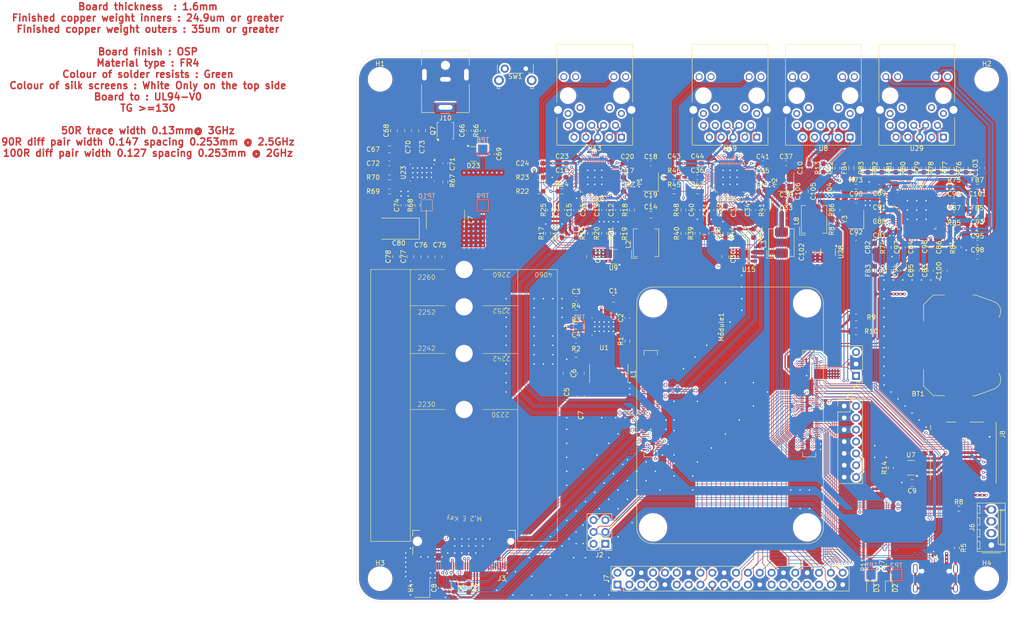
<source format=kicad_pcb>
(kicad_pcb (version 20241229) (generator "pcbnew") (generator_version "9.0")
  (layers (0 "F.Cu" signal) (4 "In1.Cu" signal) (6 "In2.Cu" signal) (2 "B.Cu" signal) (13 "F.Paste" user) (15 "B.Paste" user) (5 "F.SilkS" user "F.Silkscreen") (7 "B.SilkS" user "B.Silkscreen") (1 "F.Mask" user) (3 "B.Mask" user) (25 "Edge.Cuts" user))
  (net 0 "")
  (net 1 "/CM5_GPIO ( Ethernet, GPIO, SDCARD)/VBAT")
  (net 2 "GND")
  (net 3 "/+5v")
  (net 4 "/CM5_HighSpeed/M2_3v3")
  (net 5 "/CM5_GPIO ( Ethernet, GPIO, SDCARD)/SD_PWR")
  (net 6 "Net-(U1-BST)")
  (net 7 "/+3.3v")
  (net 8 "Net-(C2-Pad1)")
  (net 9 "/2.5G_ETHERNET_WAN/DVDD09")
  (net 10 "/2.5G_ETHERNET_WAN/XIN")
  (net 11 "/2.5G_ETHERNET_WAN/XOUT")
  (net 12 "Net-(U1-SS)")
  (net 13 "Net-(C4-Pad1)")
  (net 14 "/1000M_ETHERNET_LAN/CT")
  (net 15 "Net-(C10-Pad1)")
  (net 16 "/1000M_ETHERNET_LAN/+1.2v")
  (net 17 "Net-(U10-DVDD09_UPS)")
  (net 18 "/2.5G_ETHERNET_LAN/DVDD09")
  (net 19 "/2.5G_ETHERNET_LAN/XIN")
  (net 20 "/2.5G_ETHERNET_LAN/XOUT")
  (net 21 "Net-(C24-Pad1)")
  (net 22 "/+12v")
  (net 23 "Net-(U16-DVDD09_UPS)")
  (net 24 "Net-(C43-Pad1)")
  (net 25 "Net-(Q7-D)")
  (net 26 "Net-(D23-A)")
  (net 27 "Net-(U23-BST)")
  (net 28 "Net-(C71-Pad1)")
  (net 29 "Net-(U23-SS)")
  (net 30 "Net-(C74-Pad1)")
  (net 31 "/1000M_ETHERNET_LAN/VDD12A")
  (net 32 "/1000M_ETHERNET_LAN/VDD12USBPLL")
  (net 33 "/1000M_ETHERNET_LAN/VDD12PLL")
  (net 34 "/1000M_ETHERNET_LAN/XIN")
  (net 35 "/1000M_ETHERNET_LAN/XOUT")
  (net 36 "Net-(D1-K)")
  (net 37 "Net-(D2-K)")
  (net 38 "Net-(D3-K)")
  (net 39 "Net-(U25A-VDD33A)")
  (net 40 "Net-(J1-SHIELD)")
  (net 41 "/CM5_HighSpeed/USB2_M2_D_P")
  (net 45 "/CM5_HighSpeed/USB2_M2_D_N")
  (net 49 "Net-(J3-~{LED_1})")
  (net 52 "/CM5_HighSpeed/PCIE_nCLKREQ")
  (net 54 "Net-(J3-SUSCLK)")
  (net 62 "/CM5_HighSpeed/PCIE_TX_N")
  (net 70 "/CM5_HighSpeed/PCIE_RX_N")
  (net 71 "/CM5_HighSpeed/PCIE_RX_P")
  (net 76 "/CM5_HighSpeed/PCIE_TX_P")
  (net 77 "/CM5_HighSpeed/PCIE_nWAKE")
  (net 80 "/CM5_HighSpeed/PCIE_CLK_P")
  (net 83 "/CM5_HighSpeed/PCIE_nRST")
  (net 85 "/CM5_HighSpeed/PCIE_CLK_N")
  (net 92 "/CM5_GPIO ( Ethernet, GPIO, SDCARD)/nRPIBOOT")
  (net 93 "/CM5_GPIO ( Ethernet, GPIO, SDCARD)/PWR_BUT")
  (net 94 "/CM5_GPIO ( Ethernet, GPIO, SDCARD)/SYNC_OUT")
  (net 95 "/CM5_GPIO ( Ethernet, GPIO, SDCARD)/PMIC_ENABLE")
  (net 96 "/CM5_GPIO ( Ethernet, GPIO, SDCARD)/USBOTG")
  (net 97 "/CM5_GPIO ( Ethernet, GPIO, SDCARD)/EEPROM_nWP")
  (net 98 "/CM5_GPIO ( Ethernet, GPIO, SDCARD)/BT_nDis")
  (net 99 "/CM5_GPIO ( Ethernet, GPIO, SDCARD)/WL_nDis")
  (net 100 "/CM5_GPIO ( Ethernet, GPIO, SDCARD)/PWM")
  (net 101 "/CM5_GPIO ( Ethernet, GPIO, SDCARD)/TACHO")
  (net 102 "/CM5_GPIO ( Ethernet, GPIO, SDCARD)/GPIO2")
  (net 103 "/CM5_GPIO ( Ethernet, GPIO, SDCARD)/GPIO14")
  (net 104 "/CM5_GPIO ( Ethernet, GPIO, SDCARD)/GPIO6")
  (net 105 "/CM5_GPIO ( Ethernet, GPIO, SDCARD)/GPIO5")
  (net 106 "/CM5_GPIO ( Ethernet, GPIO, SDCARD)/GPIO26")
  (net 107 "/CM5_GPIO ( Ethernet, GPIO, SDCARD)/GPIO11")
  (net 108 "/CM5_GPIO ( Ethernet, GPIO, SDCARD)/GPIO22")
  (net 109 "/CM5_GPIO ( Ethernet, GPIO, SDCARD)/GPIO13")
  (net 110 "/CM5_GPIO ( Ethernet, GPIO, SDCARD)/GPIO16")
  (net 111 "/CM5_GPIO ( Ethernet, GPIO, SDCARD)/GPIO15")
  (net 112 "/CM5_GPIO ( Ethernet, GPIO, SDCARD)/GPIO8")
  (net 113 "/CM5_GPIO ( Ethernet, GPIO, SDCARD)/ID_SC")
  (net 114 "/CM5_GPIO ( Ethernet, GPIO, SDCARD)/GPIO10")
  (net 115 "/CM5_GPIO ( Ethernet, GPIO, SDCARD)/ID_SD")
  (net 116 "/CM5_GPIO ( Ethernet, GPIO, SDCARD)/GPIO3")
  (net 117 "/CM5_GPIO ( Ethernet, GPIO, SDCARD)/GPIO19")
  (net 118 "/CM5_GPIO ( Ethernet, GPIO, SDCARD)/GPIO12")
  (net 119 "/CM5_GPIO ( Ethernet, GPIO, SDCARD)/GPIO21")
  (net 120 "/CM5_GPIO ( Ethernet, GPIO, SDCARD)/GPIO17")
  (net 121 "/CM5_GPIO ( Ethernet, GPIO, SDCARD)/GPIO4")
  (net 122 "/CM5_GPIO ( Ethernet, GPIO, SDCARD)/GPIO27")
  (net 123 "/CM5_GPIO ( Ethernet, GPIO, SDCARD)/GPIO25")
  (net 124 "/CM5_GPIO ( Ethernet, GPIO, SDCARD)/GPIO24")
  (net 125 "/CM5_GPIO ( Ethernet, GPIO, SDCARD)/GPIO23")
  (net 126 "/CM5_GPIO ( Ethernet, GPIO, SDCARD)/GPIO20")
  (net 127 "/CM5_GPIO ( Ethernet, GPIO, SDCARD)/GPIO9")
  (net 128 "/CM5_GPIO ( Ethernet, GPIO, SDCARD)/GPIO7")
  (net 129 "/CM5_GPIO ( Ethernet, GPIO, SDCARD)/GPIO18")
  (net 130 "/CM5_GPIO ( Ethernet, GPIO, SDCARD)/SD_DAT3")
  (net 132 "/CM5_GPIO ( Ethernet, GPIO, SDCARD)/SD_CLK")
  (net 133 "/CM5_GPIO ( Ethernet, GPIO, SDCARD)/SD_DAT0")
  (net 134 "/CM5_GPIO ( Ethernet, GPIO, SDCARD)/SD_DAT1")
  (net 136 "/CM5_GPIO ( Ethernet, GPIO, SDCARD)/SD_DAT2")
  (net 137 "/CM5_GPIO ( Ethernet, GPIO, SDCARD)/SD_CMD")
  (net 138 "/1000M_ETHERNET_LAN/USB2_D_P")
  (net 139 "/1000M_ETHERNET_LAN/USB2_D_N")
  (net 140 "/CM5_HighSpeed/USB2_N")
  (net 141 "/CM5_HighSpeed/USB2_P")
  (net 143 "/CM5_GPIO ( Ethernet, GPIO, SDCARD)/CC1")
  (net 144 "/CM5_GPIO ( Ethernet, GPIO, SDCARD)/CC2")
  (net 146 "Net-(U1-SW)")
  (net 147 "Net-(U9-SW)")
  (net 148 "Net-(U15-SW)")
  (net 149 "/CM5_HighSpeed/DPHY0_D2_N")
  (net 150 "/CM5_HighSpeed/DPHY0_C_P")
  (net 151 "/CM5_HighSpeed/HDMI1_D1_N")
  (net 152 "/CM5_GPIO ( Ethernet, GPIO, SDCARD)/SCL0")
  (net 154 "/2.5G_ETHERNET_WAN/USB3_TXN")
  (net 155 "/CM5_HighSpeed/HDMI1_CEC")
  (net 156 "/CM5_GPIO ( Ethernet, GPIO, SDCARD)/TRD1_P")
  (net 157 "/CM5_HighSpeed/DPHY1_D3_N")
  (net 158 "/2.5G_ETHERNET_LAN/USB3_TXP")
  (net 159 "/CM5_HighSpeed/PCIE_PWR_EN")
  (net 160 "Net-(Module1A-LED_nACT)")
  (net 161 "/CM5_HighSpeed/HDMI0_SDA")
  (net 162 "/CM5_GPIO ( Ethernet, GPIO, SDCARD)/SD_PWR_ON")
  (net 163 "/CM5_HighSpeed/DPHY1_D2_N")
  (net 164 "/CM5_GPIO ( Ethernet, GPIO, SDCARD)/TRD3_P")
  (net 165 "/CM5_GPIO ( Ethernet, GPIO, SDCARD)/ETH_LEDG")
  (net 166 "/CM5_HighSpeed/VBUS_EN")
  (net 167 "/CM5_HighSpeed/DPHY1_D1_N")
  (net 168 "/CM5_HighSpeed/HDMI1_HOTPLUG")
  (net 169 "/CM5_HighSpeed/HDMI1_CK_P")
  (net 170 "/CM5_HighSpeed/HDMI0_D0_N")
  (net 171 "/CM5_HighSpeed/HDMI1_SCL")
  (net 172 "/CM5_HighSpeed/DPHY1_D0_N")
  (net 173 "/CM5_HighSpeed/HDMI0_D1_N")
  (net 174 "/CM5_HighSpeed/HDMI1_D0_N")
  (net 175 "/CM5_HighSpeed/HDMI0_SCL")
  (net 176 "/CM5_HighSpeed/HDMI0_D0_P")
  (net 177 "/CM5_HighSpeed/DPHY0_D2_P")
  (net 179 "/CM5_GPIO ( Ethernet, GPIO, SDCARD)/TRD1_N")
  (net 180 "/CM5_HighSpeed/HDMI0_D1_P")
  (net 181 "/CM5_HighSpeed/DPHY0_D3_N")
  (net 182 "/CM5_HighSpeed/DPHY1_D3_P")
  (net 183 "/CM5_HighSpeed/DPHY0_D0_N")
  (net 184 "/CM5_HighSpeed/DPHY0_D1_N")
  (net 185 "/CM5_GPIO ( Ethernet, GPIO, SDCARD)/TRD0_N")
  (net 187 "/CM5_GPIO ( Ethernet, GPIO, SDCARD)/TRD2_N")
  (net 188 "/CM5_HighSpeed/DPHY1_D2_P")
  (net 189 "/CM5_GPIO ( Ethernet, GPIO, SDCARD)/nPWR_LED")
  (net 190 "/2.5G_ETHERNET_WAN/USB3_TXP")
  (net 191 "/CM5_HighSpeed/HDMI0_D2_N")
  (net 192 "/CM5_HighSpeed/HDMI0_D2_P")
  (net 193 "/CM5_GPIO ( Ethernet, GPIO, SDCARD)/TRD2_P")
  (net 195 "/nEXTRST")
  (net 196 "/CM5_HighSpeed/HDMI0_CK_N")
  (net 197 "/2.5G_ETHERNET_LAN/USB3_RXN")
  (net 198 "/CM5_GPIO ( Ethernet, GPIO, SDCARD)/+1.8v")
  (net 199 "/CM5_HighSpeed/HDMI1_D0_P")
  (net 200 "/CM5_HighSpeed/DPHY1_D0_P")
  (net 201 "/CM5_GPIO ( Ethernet, GPIO, SDCARD)/SDA0")
  (net 203 "/CM5_HighSpeed/DPHY0_D0_P")
  (net 204 "/CM5_GPIO ( Ethernet, GPIO, SDCARD)/ETH_LEDY")
  (net 205 "/CM5_HighSpeed/HDMI0_CEC")
  (net 206 "/CM5_HighSpeed/HDMI1_CK_N")
  (net 207 "/CM5_HighSpeed/DPHY0_D3_P")
  (net 208 "/CM5_HighSpeed/DPHY0_D1_P")
  (net 209 "/CM5_HighSpeed/HDMI1_D2_P")
  (net 210 "/2.5G_ETHERNET_WAN/USB3_RXP")
  (net 211 "/CM5_HighSpeed/DPHY1_C_P")
  (net 212 "/CM5_HighSpeed/HDMI1_D1_P")
  (net 213 "/CM5_HighSpeed/HDMI0_CK_P")
  (net 214 "/CM5_GPIO ( Ethernet, GPIO, SDCARD)/CAM_GPIO0")
  (net 215 "/2.5G_ETHERNET_LAN/USB3_RXP")
  (net 216 "/CM5_HighSpeed/HDMI1_SDA")
  (net 217 "/CM5_HighSpeed/DPHY1_C_N")
  (net 218 "/CM5_GPIO ( Ethernet, GPIO, SDCARD)/GPIO_VREF")
  (net 219 "/CM5_HighSpeed/HDMI0_HOTPLUG")
  (net 220 "/CM5_GPIO ( Ethernet, GPIO, SDCARD)/TRD3_N")
  (net 221 "/CM5_HighSpeed/DPHY1_D1_P")
  (net 222 "/CM5_HighSpeed/HDMI1_D2_N")
  (net 223 "/2.5G_ETHERNET_WAN/USB3_RXN")
  (net 224 "/CM5_GPIO ( Ethernet, GPIO, SDCARD)/TRD0_P")
  (net 225 "/2.5G_ETHERNET_LAN/USB3_TXN")
  (net 226 "/CM5_HighSpeed/DPHY0_C_N")
  (net 227 "Net-(U23-SW)")
  (net 228 "Net-(U1-COMP)")
  (net 229 "Net-(U1-FB)")
  (net 230 "/2.5G_ETHERNET_WAN/DVDD09_EN")
  (net 231 "Net-(U8-LEDY_K)")
  (net 232 "Net-(U8-LEDG_K)")
  (net 233 "Net-(U9-FB)")
  (net 234 "Net-(U10-RSET)")
  (net 235 "Net-(U10-GPIO0)")
  (net 236 "Net-(U10-GPIO1{slash}SDA)")
  (net 237 "Net-(U10-GPIO2{slash}SCL)")
  (net 238 "/2.5G_ETHERNET_WAN/ETH_LEDG")
  (net 239 "Net-(U10-DOCK_DET)")
  (net 240 "/2.5G_ETHERNET_WAN/ETH_LEDY")
  (net 241 "Net-(U10-CONFIG_SEQ)")
  (net 242 "Net-(U13-LEDY_K)")
  (net 243 "/1000M_ETHERNET_LAN/ETH_LEDG")
  (net 244 "Net-(U13-LEDG_K)")
  (net 245 "/1000M_ETHERNET_LAN/ETH_LEDY")
  (net 246 "Net-(U15-FB)")
  (net 247 "/1000M_ETHERNET_LAN/TRD0_N")
  (net 248 "Net-(U16-RSET)")
  (net 249 "/2.5G_ETHERNET_LAN/DVDD09_EN")
  (net 250 "Net-(U16-GPIO0)")
  (net 251 "Net-(U16-GPIO1{slash}SDA)")
  (net 252 "Net-(U16-GPIO2{slash}SCL)")
  (net 253 "Net-(U16-DOCK_DET)")
  (net 254 "Net-(U16-CONFIG_SEQ)")
  (net 255 "Net-(U19-LEDY_K)")
  (net 256 "/2.5G_ETHERNET_LAN/ETH_LEDG")
  (net 257 "Net-(U19-LEDG_K)")
  (net 258 "Net-(U23-COMP)")
  (net 259 "/2.5G_ETHERNET_LAN/ETH_LEDY")
  (net 260 "/1000M_ETHERNET_LAN/TRD0_P")
  (net 261 "/1000M_ETHERNET_LAN/TRD1_N")
  (net 262 "/1000M_ETHERNET_LAN/TRD1_P")
  (net 263 "/1000M_ETHERNET_LAN/TRD2_N")
  (net 264 "/1000M_ETHERNET_LAN/TRD2_P")
  (net 265 "/1000M_ETHERNET_LAN/TRD3_N")
  (net 266 "/1000M_ETHERNET_LAN/TRD3_P")
  (net 267 "Net-(U23-FB)")
  (net 268 "Net-(U25A-TDI)")
  (net 269 "Net-(U25B-USBRBIAS)")
  (net 270 "Net-(U25B-ETHRBIAS)")
  (net 271 "/CM5_GPIO ( Ethernet, GPIO, SDCARD)/TR0_TAP")
  (net 272 "Net-(U29-LEDY_K)")
  (net 273 "Net-(U29-LEDG_K)")
  (net 274 "/2.5G_ETHERNET_WAN/TRD0_P")
  (net 276 "/2.5G_ETHERNET_WAN/TRD3_N")
  (net 277 "/2.5G_ETHERNET_WAN/TRD2_P")
  (net 278 "/2.5G_ETHERNET_WAN/TRD1_P")
  (net 284 "/2.5G_ETHERNET_WAN/TRD0_N")
  (net 285 "/2.5G_ETHERNET_WAN/TRD3_P")
  (net 286 "/2.5G_ETHERNET_WAN/TRD2_N")
  (net 290 "/2.5G_ETHERNET_WAN/TRD1_N")
  (net 292 "/PoE_VC1")
  (net 293 "/PoE_VC3")
  (net 294 "/PoE_VC2")
  (net 295 "/PoE_VC0")
  (net 298 "/2.5G_ETHERNET_LAN/TRD2_N")
  (net 299 "/2.5G_ETHERNET_LAN/TRD3_P")
  (net 302 "/2.5G_ETHERNET_LAN/TRD0_N")
  (net 303 "/2.5G_ETHERNET_LAN/TRD0_P")
  (net 307 "/2.5G_ETHERNET_LAN/TRD2_P")
  (net 308 "/2.5G_ETHERNET_LAN/TRD1_N")
  (net 312 "/2.5G_ETHERNET_LAN/TRD1_P")
  (net 315 "/2.5G_ETHERNET_LAN/TRD3_N")
  (net 316 "/2.5G_ETHERNET_LAN/PoE_VC1")
  (net 333 "/1000M_ETHERNET_LAN/TR0_TAP")
  (net 335 "Net-(U28-SW)")
  (net 337 "Net-(U28-FB)")
  (net 339 "/CM5_GPIO ( Ethernet, GPIO, SDCARD)/TR2_TAP")
  (net 340 "/CM5_GPIO ( Ethernet, GPIO, SDCARD)/TR1_TAP")
  (net 341 "/CM5_GPIO ( Ethernet, GPIO, SDCARD)/TR3_TAP")
  (net 342 "/2.5G_ETHERNET_LAN/PoE_VC2")
  (net 343 "/2.5G_ETHERNET_LAN/PoE_VC4")
  (net 344 "/2.5G_ETHERNET_LAN/PoE_VC3")
  (net 345 "/1000M_ETHERNET_LAN/TR3_TAP")
  (net 346 "/1000M_ETHERNET_LAN/TR2_TAP")
  (net 347 "/1000M_ETHERNET_LAN/TR1_TAP")
  (net 348 "/2.5G_ETHERNET_WAN/USB3_D_P")
  (net 349 "/2.5G_ETHERNET_LAN/USB3_D_P")
  (net 350 "/2.5G_ETHERNET_LAN/USB3_D_N")
  (net 351 "/2.5G_ETHERNET_WAN/USB3_D_N")
  (footprint "Resistor_SMD:R_0603_1608Metric_Pad0.98x0.95mm_HandSolder" (layer "F.Cu") (at 144 62)
    (property "Reference" "R24")
    (property "Value" "470R")
  )
  (footprint "Resistor_SMD:R_0603_1608Metric_Pad0.98x0.95mm_HandSolder" (layer "F.Cu") (at 158 94.0875 90)
    (property "Reference" "R1")
    (property "Value" "10R")
  )
  (footprint "Capacitor_SMD:C_0603_1608Metric_Pad1.08x0.95mm_HandSolder" (layer "F.Cu") (at 207 72 180)
    (property "Reference" "C92")
    (property "Value" "15pF")
  )
  (footprint "Resistor_SMD:R_0603_1608Metric_Pad0.98x0.95mm_HandSolder" (layer "F.Cu") (at 224.5 57 90)
    (property "Reference" "R78")
    (property "Value" "49.9R")
  )
  (footprint "Capacitor_SMD:C_0603_1608Metric_Pad1.08x0.95mm_HandSolder" (layer "F.Cu") (at 144 59 180)
    (property "Reference" "C16")
    (property "Value" "100nF")
  )
  (footprint "Capacitor_SMD:C_0603_1608Metric_Pad1.08x0.95mm_HandSolder" (layer "F.Cu") (at 158 56)
    (property "Reference" "C20")
    (property "Value" "100nF")
  )
  (footprint "Capacitor_SMD:C_0603_1608Metric_Pad1.08x0.95mm_HandSolder" (layer "F.Cu") (at 107 56 180)
    (property "Reference" "C72")
    (property "Value" "100nF")
  )
  (footprint "Capacitor_SMD:C_0603_1608Metric_Pad1.08x0.95mm_HandSolder" (layer "F.Cu") (at 217 79 -90)
    (property "Reference" "C94")
    (property "Value" "100nF")
  )
  (footprint "Resistor_SMD:R_0603_1608Metric_Pad0.98x0.95mm_HandSolder" (layer "F.Cu") (at 203 66 -90)
    (property "Reference" "R86")
    (property "Value" "100k")
  )
  (footprint "CM5IO:MountingHole_2.7mm_M2.5_DIN965" (layer "F.Cu") (at 105 38)
    (property "Reference" "H1")
    (property "Value" "MountingHole")
  )
  (footprint "CM5IO:BatteryHolder_Keystone_3034_1x20mm" (layer "F.Cu") (at 229 95 90)
    (property "Reference" "BT1")
    (property "Value" "Battery_Cell")
  )
  (footprint "Capacitor_SMD:C_0603_1608Metric_Pad1.08x0.95mm_HandSolder" (layer "F.Cu") (at 233 64)
    (property "Reference" "C101")
    (property "Value" "100nF")
  )
  (footprint "Capacitor_SMD:C_0603_1608Metric_Pad1.08x0.95mm_HandSolder" (layer "F.Cu") (at 173 59 180)
    (property "Reference" "C36")
    (property "Value" "100nF")
  )
  (footprint "Package_SON:Diodes_PowerDI3333-8" (layer "F.Cu") (at 119 49 90)
    (property "Reference" "Q7")
    (property "Value" "DMP3013SFV-7")
  )
  (footprint "Resistor_SMD:R_0603_1608Metric_Pad0.98x0.95mm_HandSolder" (layer "F.Cu") (at 209.5 57 90)
    (property "Reference" "R83")
    (property "Value" "49.9R")
  )
  (footprint "Capacitor_SMD:C_0603_1608Metric_Pad1.08x0.95mm_HandSolder" (layer "F.Cu") (at 150 66 -90)
    (property "Reference" "C25")
    (property "Value" "100nF")
  )
  (footprint "Resistor_SMD:R_0805_2012Metric_Pad1.20x1.40mm_HandSolder" (layer "F.Cu") (at 207 89)
    (property "Reference" "R9")
    (property "Value" "0R")
  )
  (footprint "Capacitor_SMD:C_0603_1608Metric_Pad1.08x0.95mm_HandSolder" (layer "F.Cu") (at 226 79 -90)
    (property "Reference" "C100")
    (property "Value" "100nF")
  )
  (footprint "RouterPi:Amphenol_10164227-1001A1RLF_placeholder" (layer "F.Cu") (at 196.96 107.5)
    (property "Reference" "U3" (hide yes))
    (property "Value" "Amphenol_10164227-1001A1RLF")
  )
  (footprint "Package_TO_SOT_SMD:SOT-23-5" (layer "F.Cu") (at 155 76 180)
    (property "Reference" "U9")
    (property "Value" "TLV62569DBVR")
  )
  (footprint "Resistor_SMD:R_0603_1608Metric_Pad0.98x0.95mm_HandSolder" (layer "F.Cu") (at 107 62)
    (property "Reference" "R69")
    (property "Value" "12K 1%")
  )
  (footprint "Capacitor_SMD:C_0603_1608Metric_Pad1.08x0.95mm_HandSolder" (layer "F.Cu") (at 220 79 -90)
    (property "Reference" "C85")
    (property "Value" "100nF")
  )
  (footprint "Resistor_SMD:R_0603_1608Metric_Pad0.98x0.95mm_HandSolder" (layer "F.Cu") (at 147 71 -90)
    (property "Reference" "R15")
    (property "Value" "57.6k")
  )
  (footprint "Package_TO_SOT_SMD:SOT-23-5" (layer "F.Cu") (at 218.75 121.25 180)
    (property "Reference" "U7")
    (property "Value" "RT9742GGJ5")
  )
  (footprint "Capacitor_SMD:C_0603_1608Metric_Pad1.08x0.95mm_HandSolder" (layer "F.Cu") (at 226 74 -90)
    (property "Reference" "C86")
    (property "Value" "100nF")
  )
  (footprint "Capacitor_SMD:C_0805_2012Metric" (layer "F.Cu") (at 155 85)
    (property "Reference" "C1")
    (property "Value" "10uF 35v")
  )
  (footprint "Resistor_SMD:R_0603_1608Metric_Pad0.98x0.95mm_HandSolder" (layer "F.Cu") (at 218.5 57 90)
    (property "Reference" "R80")
    (property "Value" "49.9R")
  )
  (footprint "LED_SMD:LED_0603_1608Metric" (layer "F.Cu") (at 121 147 -90)
    (property "Reference" "D1")
    (property "Value" "LED Green")
  )
  (footprint "Capacitor_SMD:C_0603_1608Metric_Pad1.08x0.95mm_HandSolder" (layer "F.Cu") (at 207 64)
    (property "Reference" "C90")
    (property "Value" "15pF")
  )
  (footprint "Resistor_SMD:R_0603_1608Metric_Pad0.98x0.95mm_HandSolder" (layer "F.Cu") (at 153 71 -90)
    (property "Reference" "R21")
    (property "Value" "10k")
  )
  (footprint "Capacitor_SMD:C_0603_1608Metric_Pad1.08x0.95mm_HandSolder" (layer "F.Cu") (at 192 56)
    (property "Reference" "C37")
    (property "Value" "15pF")
  )
  (footprint "Capacitor_SMD:C_0603_1608Metric_Pad1.08x0.95mm_HandSolder" (layer "F.Cu") (at 233 73)
    (property "Reference" "C95")
    (property "Value" "100nF")
  )
  (footprint "Capacitor_SMD:C_0603_1608Metric_Pad1.08x0.95mm_HandSolder" (layer "F.Cu") (at 233 70)
    (property "Reference" "C93")
    (property "Value" "100nF")
  )
  (footprint "Capacitor_SMD:C_0603_1608Metric_Pad1.08x0.95mm_HandSolder" (layer "F.Cu") (at 228 64)
    (property "Reference" "C99")
    (property "Value" "100nF")
  )
  (footprint "Capacitor_SMD:C_0805_2012Metric" (layer "F.Cu") (at 145 101 90)
    (property "Reference" "C5")
    (property "Value" "22uF")
  )
  (footprint "Capacitor_SMD:C_0805_2012Metric" (layer "F.Cu") (at 179 76 -90)
    (property "Reference" "C30")
    (property "Value" "4.7uF")
  )
  (footprint "Resistor_SMD:R_0603_1608Metric_Pad0.98x0.95mm_HandSolder" (layer "F.Cu") (at 144 71 90)
    (property "Reference" "R16")
    (property "Value" "100k")
  )
  (footprint "Package_SO:SOIC-8-1EP_3.9x4.9mm_P1.27mm_EP2.95x4.9mm_Mask2.71x3.4mm" (layer "F.Cu") (at 153 91 -90)
    (property "Reference" "U1")
    (property "Value" "AP64501SP-13")
  )
  (footprint "Capacitor_SMD:C_0603_1608Metric_Pad1.08x0.95mm_HandSolder" (layer "F.Cu") (at 192 64 180)
    (property "Reference" "C38")
    (property "Value" "15pF")
  )
  (footprint "Resistor_SMD:R_0603_1608Metric_Pad0.98x0.95mm_HandSolder" (layer "F.Cu") (at 173 71 90)
    (property "Reference" "R39")
    (property "Value" "100k")
  )
  (footprint "Capacitor_SMD:C_0805_2012Metric" (layer "F.Cu") (at 196 62 90)
    (property "Reference" "C106")
    (property "Value" "10uF")
  )
  (footprint "Capacitor_SMD:C_0603_1608Metric_Pad1.08x0.95mm_HandSolder" (layer "F.Cu") (at 110 65 90)
    (property "Reference" "C74")
    (property "Value" "1.2nF")
  )
  (footprint "Capacitor_SMD:C_0603_1608Metric_Pad1.08x0.95mm_HandSolder" (layer "F.Cu") (at 173 56 180)
    (property "Reference" "C44")
    (property "Value" "100nF")
  )
  (footprint "Resistor_SMD:R_0603_1608Metric_Pad0.98x0.95mm_HandSolder" (layer "F.Cu") (at 200 57 -90)
    (property "Reference" "R13")
    (property "Value" "470R")
  )
  (footprint "Inductor_SMD:L_Bourns_SRN8040TA" (layer "F.Cu") (at 154 101 -90)
    (property "Reference" "L1")
    (property "Value" "3.3uH")
  )
  (footprint "Capacitor_SMD:C_0805_2012Metric" (layer "F.Cu") (at 117.5 76 -90)
    (property "Reference" "C75")
    (property "Value" "10uF")
  )
  (footprint "Resistor_SMD:R_0603_1608Metric_Pad0.98x0.95mm_HandSolder" (layer "F.Cu") (at 233 61)
    (property "Reference" "FB7")
    (property "Value" "120 ohms@100MHz")
  )
  (footprint "Capacitor_SMD:C_0603_1608Metric_Pad1.08x0.95mm_HandSolder" (layer "F.Cu") (at 223 74 -90)
    (property "Reference" "C96")
    (property "Value" "100nF")
  )
  (footprint "Connector_USB:USB_C_Receptacle_GCT_USB4105-xx-A_16P_TopMnt_Horizontal" (layer "F.Cu") (at 224 146)
    (property "Reference" "J1")
    (property "Value" "GCT_USB4105-GF-A")
  )
  (footprint "Capacitor_SMD:C_0805_2012Metric" (layer "F.Cu") (at 203 62 90)
    (property "Reference" "C104")
    (property "Value" "10uF")
  )
  (footprint "Capacitor_SMD:C_0603_1608Metric_Pad1.08x0.95mm_HandSolder" (layer "F.Cu") (at 119 56 90)
    (property "Reference" "C71")
    (property "Value" "100nF")
  )
  (footprint "CM5IO:TRJG0926HENL" (layer "F.Cu") (at 200 41.5 180)
    (property "Reference" "U8")
    (property "Value" "MagJack-A70-112-331N126")
  )
  (footprint "Package_TO_SOT_SMD:SOT-23-5" (layer "F.Cu") (at 201 75 -90)
    (property "Reference" "U28")
    (property "Value" "TLV62569DBVR")
  )
  (footprint "CM5IO:TRJG0926HENL" (layer "F.Cu") (at 180 41.5 180)
    (property "Reference" "U19")
    (property "Value" "MagJack-A70-112-331N126")
  )
  (footprint "Capacitor_SMD:C_0603_1608Metric_Pad1.08x0.95mm_HandSolder" (layer "F.Cu") (at 139 56 180)
    (property "Reference" "C24")
    (property "Value" "100nF")
  )
  (footprint "Resistor_SMD:R_0603_1608Metric_Pad0.98x0.95mm_HandSolder" (layer "F.Cu") (at 119 60 90)
    (property "Reference" "R67")
    (property "Value" "10R")
  )
  (footprint "Resistor_SMD:R_0603_1608Metric_Pad0.98x0.95mm_HandSolder" (layer "F.Cu") (at 214 142 90)
    (property "Reference" "R7")
    (property "Value" "1k")
  )
  (footprint "Capacitor_SMD:C_0603_1608Metric_Pad1.08x0.95mm_HandSolder" (layer "F.Cu") (at 187 62)
    (property "Reference" "C42")
    (property "Value" "100nF")
  )
  (footprint "Resistor_SMD:R_0603_1608Metric_Pad0.98x0.95mm_HandSolder" (layer "F.Cu") (at 214 74 -90)
    (property "Reference" "R74")
    (property "Value" "12k 1%")
  )
  (footprint "Capacitor_Tantalum_SMD:CP_EIA-7343-31_Kemet-D" (layer "F.Cu") (at 109 70 180)
    (property "Reference" "C80")
    (property "Value" "100uF")
  )
  (footprint "Package_TO_SOT_SMD:SOT-23" (layer "F.Cu") (at 125 54)
    (property "Reference" "D23")
    (property "Value" "MMBZ5242BLT3G")
  )
  (footprint "Resistor_SMD:R_0603_1608Metric_Pad0.98x0.95mm_HandSolder" (layer "F.Cu") (at 179 71 -90)
    (property "Reference" "R44")
    (property "Value" "10k")
  )
  (footprint "Capacitor_SMD:C_0603_1608Metric_Pad1.08x0.95mm_HandSolder" (layer "F.Cu") (at 124 49 90)
    (property "Reference" "C66")
    (property "Value" "100nF 100v")
  )
  (footprint "CM5IO:L_Bourns_SRP5030CC" (layer "F.Cu") (at 191 73 90)
    (property "Reference" "L3")
    (property "Value" "2.2uH")
  )
  (footprint "Resistor_SMD:R_0603_1608Metric_Pad0.98x0.95mm_HandSolder" (layer "F.Cu") (at 141.4 66 -90)
    (property "Reference" "R25")
    (property "Value" "470R")
  )
  (footprint "Package_DFN_QFN:QFN-56-1EP_8x8mm_P0.5mm_EP5.9x5.9mm" (layer "F.Cu") (at 220 66)
    (property "Reference" "U25")
    (property "Value" "LAN7500-ABJZ")
  )
  (footprint "Resistor_SMD:R_0603_1608Metric_Pad0.98x0.95mm_HandSolder" (layer "F.Cu") (at 176 71 -90)
    (property "Reference" "R38")
    (property "Value" "57.6k")
  )
  (footprint "Capacitor_SMD:C_0603_1608Metric_Pad1.08x0.95mm_HandSolder" (layer "F.Cu") (at 153 66 -90)
    (property "Reference" "C13")
    (property "Value" "100nF")
  )
  (footprint "Capacitor_SMD:C_0603_1608Metric_Pad1.08x0.95mm_HandSolder" (layer "F.Cu") (at 197 57 -90)
    (property "Reference" "C10")
    (property "Value" "100nF")
  )
  (footprint "Capacitor_SMD:C_0603_1608Metric_Pad1.08x0.95mm_HandSolder" (layer "F.Cu") (at 212 64 180)
    (property "Reference" "C91")
    (property "Value" "100nF")
  )
  (footprint "Resistor_SMD:R_0603_1608Metric_Pad0.98x0.95mm_HandSolder" (layer "F.Cu") (at 147 97 180)
    (property "Reference" "R2")
    (property "Value" "10.5k 1%")
  )
  (footprint "Package_TO_SOT_SMD:SOT-23-5" (layer "F.Cu") (at 184 76 180)
    (property "Reference" "U15")
    (property "Value" "TLV62569DBVR")
  )
  (footprint "Capacitor_SMD:C_0603_1608Metric_Pad1.08x0.95mm_HandSolder" (layer "F.Cu") (at 144 56 180)
    (property "Reference" "C23")
    (property "Value" "100nF")
  )
  (footprint "Resistor_SMD:R_0603_1608Metric_Pad0.98x0.95mm_HandSolder" (layer "F.Cu") (at 170 71 90)
    (property "Reference" "R40")
    (property "Value" "10k")
  )
  (footprint "Resistor_SMD:R_0603_1608Metric_Pad0.98x0.95mm_HandSolder" (layer "F.Cu") (at 170 66 -90)
    (property "Reference" "R48")
    (property "Value" "470R")
  )
  (footprint "Capacitor_SMD:C_0805_2012Metric" (layer "F.Cu") (at 219 124.5 180)
    (property "Reference" "C9")
    (property "Value" "10uF")
  )
  (footprint "Crystal:Crystal_SMD_3225-4Pin_3.2x2.5mm" (layer "F.Cu") (at 163 60 90)
    (property "Reference" "Y1")
    (property "Value" "25MHz")
  )
  (footprint "Capacitor_SMD:C_0805_2012Metric" (layer "F.Cu") (at 108 49 90)
    (property "Reference" "C68")
    (property "Value" "10uF 35v")
  )
  (footprint "Capacitor_SMD:C_0805_2012Metric" (layer "F.Cu") (at 111.48 76 -90)
    (property "Reference" "C77")
    (property "Value" "10uF")
  )
  (footprint "Capacitor_SMD:C_0603_1608Metric_Pad1.08x0.95mm_HandSolder" (layer "F.Cu") (at 158 62)
    (property "Reference" "C22")
    (property "Value" "100nF")
  )
  (footprint "Capacitor_SMD:C_0805_2012Metric" (layer "F.Cu") (at 148 106 -90)
    (property "Reference" "C7")
    (property "Value" "22uF")
  )
  (footprint "Resistor_SMD:R_0603_1608Metric_Pad0.98x0.95mm_HandSolder" (layer "F.Cu") (at 159 66 -90)
    (property "Reference" "R18")
    (property "Value" "2.49k")
  )
  (footprint "Capacitor_SMD:C_0603_1608Metric_Pad1.08x0.95mm_HandSolder" (layer "F.Cu") (at 163 56)
    (property "Reference" "C18")
    (property "Value" "15pF")
  )
  (footprint "Resistor_SMD:R_0603_1608Metric_Pad0.98x0.95mm_HandSolder" (layer "F.Cu") (at 113 65 -90)
    (property "Reference" "R68")
    (property "Value" "20K 1%")
  )
  (footprint "LED_SMD:LED_0603_1608Metric" (layer "F.Cu") (at 210 147 -90)
    (property "Reference" "D3")
    (property "Value" "LED Red")
  )
  (footprint "Resistor_SMD:R_0603_1608Metric_Pad0.98x0.95mm_HandSolder" (layer "F.Cu") (at 215.5 57 90)
    (property "Reference" "R81")
    (property "Value" "49.9R")
  )
  (footprint "Resistor_SMD:R_0603_1608Metric_Pad0.98x0.95mm_HandSolder" (layer "F.Cu") (at 214 79 90)
    (property "Reference" "FB6")
    (property "Value" "120 ohms@100MHz")
  )
  (footprint "RouterPi:AMPHENOL_MDT420E03001" (layer "F.Cu") (at 123 137 180)
    (property "Reference" "J3")
    (property "Value" "Bus_M.2_Socket_E")
  )
  (footprint "Resistor_SMD:R_0603_1608Metric_Pad0.98x0.95mm_HandSolder" (layer "F.Cu") (at 182 71 -90)
    (property "Reference" "R43")
    (property "Value" "10k")
  )
  (footprint "Capacitor_SMD:C_0805_2012Metric" (layer "F.Cu") (at 111 49 90)
    (property "Reference" "C70")
    (property "Value" "10uF 35v")
  )
  (footprint "Resistor_SMD:R_0603_1608Metric_Pad0.98x0.95mm_HandSolder" (layer "F.Cu") (at 139 62)
    (property "Reference" "R22")
    (property "Value" "10k")
  )
  (footprint "Resistor_SMD:R_0603_1608Metric_Pad0.98x0.95mm_HandSolder" (layer "F.Cu") (at 141 71 90)
    (property "Reference" "R17")
    (property "Value" "10k")
  )
  (footprint "Resistor_SMD:R_0603_1608Metric_Pad0.98x0.95mm_HandSolder" (layer "F.Cu") (at 188 66 -90)
    (property "Reference" "R41")
    (property "Value" "2.49k")
  )
  (footprint "Resistor_SMD:R_0603_1608Metric_Pad0.98x0.95mm_HandSolder" (layer "F.Cu") (at 156 71.0875 -90)
    (property "Reference" "R19")
    (property "Value" "10k")
  )
  (footprint "Resistor_SMD:R_0603_1608Metric_Pad0.98x0.95mm_HandSolder" (layer "F.Cu") (at 228 61)
    (property "Reference" "R75")
    (property "Value" "8.06k 1%")
  )
  (footprint "RouterPi:QFN-56_EP_6x6_Pitch0.35mm" (layer "F.Cu") (at 151 59 180)
    (property "Reference" "U10")
    (property "Value" "RTL8156BG")
  )
  (footprint "Capacitor_SMD:C_0603_1608Metric_Pad1.08x0.95mm_HandSolder" (layer "F.Cu") (at 187 59)
    (property "Reference" "C35")
    (property "Value" "100nF")
  )
  (footprint "Capacitor_SMD:C_0603_1608Metric_Pad1.08x0.95mm_HandSolder" (layer "F.Cu") (at 147 94 180)
    (property "Reference" "C4")
    (property "Value" "2.7nF")
  )
  (footprint "Resistor_SMD:R_0603_1608Metric_Pad0.98x0.95mm_HandSolder" (layer "F.Cu") (at 212.5 57 90)
    (property "Reference" "R82")
    (property "Value" "49.9R")
  )
  (footprint "Resistor_SMD:R_0603_1608Metric_Pad0.98x0.95mm_HandSolder" (layer "F.Cu") (at 228.6 138.4 -90)
    (property "Reference" "R5")
    (property "Value" "10M")
  )
  (footprint "Button_Switch_THT:SW_Tactile_SPST_Angled_PTS645Vx58-2LFS" (layer "F.Cu") (at 131.725 35.7125)
    (property "Reference" "SW1")
    (property "Value" "Right angle Tact button")
  )
  (footprint "Capacitor_SMD:C_0603_1608Metric_Pad1.08x0.95mm_HandSolder" (layer "F.Cu") (at 233 76)
    (property "Reference" "C98")
    (property "Value" "100nF")
  )
  (footprint "CM5IO:MountingHole_2.7mm_M2.5_DIN965" (layer "F.Cu") (at 235 145)
    (property "Reference" "H4")
    (property "Value" "MountingHole")
  )
  (footprint "Resistor_SMD:R_0603_1608Metric_Pad0.98x0.95mm_HandSolder" (layer "F.Cu") (at 227.5 57 90)
    (property "Reference" "R77")
    (property "Value" "49.9R")
  )
  (footprint "Capacitor_SMD:C_0603_1608Metric_Pad1.08x0.95mm_HandSolder" (layer "F.Cu") (at 163 64 180)
    (property "Reference" "C19")
    (property "Value" "15pF")
  )
  (footprint "CM5IO:MountingHole_2.7mm_M2.5_DIN965" (layer "F.Cu") (at 235 38)
    (property "Reference" "H2")
    (property "Value" "MountingHole")
  )
  (footprint "Resistor_SMD:R_0603_1608Metric_Pad0.98x0.95mm_HandSolder" (layer "F.Cu") (at 207 61)
    (property "Reference" "R73")
    (property "Value" "10k")
  )
  (footprint "Resistor_SMD:R_0603_1608Metric_Pad0.98x0.95mm_HandSolder" (layer "F.Cu") (at 221.5 57 90)
    (property "Reference" "R79")
    (property "Value" "49.9R")
  )
  (footprint "Capacitor_SMD:C_0805_2012Metric" (layer "F.Cu") (at 192 67)
    (property "Reference" "C33")
    (property "Value" "47uF")
  )
  (footprint "Capacitor_SMD:C_0603_1608Metric_Pad1.08x0.95mm_HandSolder" (layer "F.Cu") (at 223 79 -90)
    (property "Reference" "C83")
    (property "Value" "100nF")
  )
  (footprint "Resistor_SMD:R_0603_1608Metric_Pad0.98x0.95mm_HandSolder" (layer "F.Cu") (at 139 59)
    (property "Reference" "R23")
    (property "Value" "10k")
  )
  (footprint "CM5IO:SDCARD_MOLEX_503398-1892" (layer "F.Cu") (at 230 118 -90)
    (property "Reference" "J8")
    (property "Value" "Micro_SD_Card_Det")
  )
  (footprint "Connector_PinHeader_2.54mm:PinHeader_2x03_P2.54mm_Vertical" (layer "F.Cu") (at 153.275 137.54 180)
    (property "Reference" "J2")
    (property "Value" "USB SEL")
  )
  (footprint "Capacitor_SMD:C_0805_2012Metric" (layer "F.Cu") (at 114 49 90)
    (property "Reference" "C73")
    (property "Value" "10uF 35v")
  )
  (footprint "Capacitor_SMD:C_0603_1608Metric_Pad1.08x0.95mm_HandSolder" (layer "F.Cu") (at 176 66 -90)
    (property "Reference" "C31")
    (property "Value" "100nF")
  )
  (footprint "CM5IO:TRJG0926HENL" (layer "F.Cu") (at 220 41.5 180)
    (property "Reference" "U29")
    (property "Value" "MagJack-A70-112-331N126")
  )
  (footprint "CM5IO:MountingHole_2.7mm_M2.5_DIN965" (layer "F.Cu") (at 105 145)
    (property "Reference" "H3")
    (property "Value" "MountingHole")
  )
  (footprint "Resistor_SMD:R_0603_1608Metric_Pad0.98x0.95mm_HandSolder" (layer "F.Cu") (at 229 130)
    (property "Reference" "R8")
    (property "Value" "10K 1%")
  )
  (footprint "Capacitor_SMD:C_0603_1608Metric_Pad1.08x0.95mm_HandSolder" (layer "F.Cu") (at 182 66 -90)
    (property "Reference" "C32")
    (property "Value" "100nF")
  )
  (footprint "Capacitor_SMD:C_0603_1608Metric_Pad1.08x0.95mm_HandSolder" (layer "F.Cu") (at 173 66 -90)
    (property "Reference" "C40")
    (property "Value" "100nF")
  )
  (footprint "Resistor_SMD:R_0603_1608Metric_Pad0.98x0.95mm_HandSolder" (layer "F.Cu") (at 203 70 -90)
    (property "Reference" "R87")
    (property "Value" "100k")
  )
  (footprint "Capacitor_SMD:C_0805_2012Metric" (layer "F.Cu") (at 163 67)
    (property "Reference" "C14")
    (property "Value" "47uF")
  )
  (footprint "Connector_PinHeader_2.54mm:PinHeader_1x03_P2.54mm_Vertical" (layer "F.Cu") (at 207 101.54 180)
    (property "Reference" "J5")
    (property "Value" "Conn_01x03")
  )
  (footprint "Capacitor_SMD:C_0603_1608Metric_Pad1.08x0.95mm_HandSolder" (layer "F.Cu") (at 212 67 180)
    (property "Reference" "C88")
    (property "Value" "100nF")
  )
  (footprint "LED_SMD:LED_0603_1608Metric" (layer "F.Cu") (at 214 147 -90)
    (property "Reference" "D2")
    (property "Value" "LED Green")
  )
  (footprint "Inductor_SMD:L_Bourns_SRN8040TA" (layer "F.Cu") (at 119 68 -90)
    (property "Reference" "L7")
    (property "Value" "3.3uH")
  )
  (footprint "Capacitor_SMD:C_0805_2012Metric" (layer "F.Cu") (at 107 53 180)
    (property "Reference" "C67")
    (property "Value" "10uF 35v")
  )
  (footprint "Resistor_SMD:R_0603_1608Metric_Pad0.98x0.95mm_HandSolder" (layer "F.Cu") (at 203 57 -90)
    (property "Reference" "R12")
    (property "Value" "470R")
  )
  (footprint "Resistor_SMD:R_0603_1608Metric_Pad0.98x0.95mm_HandSolder" (layer "F.Cu") (at 168 59)
    (property "Reference" "R46")
    (property "Value" "10k")
  )
  (footprint "Crystal:Crystal_SMD_3225-4Pin_3.2x2.5mm" (layer "F.Cu") (at 114 147 90)
    (property "Reference" "U4")
    (property "Value" "ASEK-32.768KHZ-L-R-T")
  )
  (footprint "Inductor_SMD:L_0805_2012Metric" (layer "F.Cu") (at 206 57 90)
    (property "Reference" "FB4")
    (property "Value" "220 ohms@100MHz")
  )
  (footprint "Capacitor_SMD:C_0603_1608Metric_Pad1.08x0.95mm_HandSolder" (layer "F.Cu") (at 118 147 90)
    (property "Reference" "C8")
    (property "Value" "100nF")
  )
  (footprint "Capacitor_SMD:C_0603_1608Metric_Pad1.08x0.95mm_HandSolder" (layer "F.Cu") (at 185 66 -90)
    (property "Reference" "C34")
    (property "Value" "100nF")
  )
  (footprint "Resistor_SMD:R_0603_1608Metric_Pad0.98x0.95mm_HandSolder" (layer "F.Cu") (at 228 70 180)
    (property "Reference" "R85")
    (property "Value" "470R")
  )
  (footprint "CM5IO:L_Bourns_SRP5030CC" (layer "F.Cu") (at 198 68 90)
    (property "Reference" "L8")
    (property "Value" "2.2uH")
  )
  (footprint "Resistor_SMD:R_0603_1608Metric_Pad0.98x0.95mm_HandSolder" (layer "F.Cu") (at 210 142 90)
    (property "Reference" "R11")
    (property "Value" "1k")
  )
  (footprint "Resistor_SMD:R_0603_1608Metric_Pad0.98x0.95mm_HandSolder" (layer "F.Cu") (at 233 67)
    (property "Reference" "FB5")
    (property "Value" "120 ohms@100MHz")
  )
  (footprint "Resistor_SMD:R_0603_1608Metric_Pad0.98x0.95mm_HandSolder" (layer "F.Cu") (at 147 88)
    (property "Reference" "R4")
    (property "Value" "22.1K 1%")
  )
  (footprint "Package_SO:SOIC-8-1EP_3.9x4.9mm_P1.27mm_EP2.95x4.9mm_Mask2.71x3.4mm" (layer "F.Cu") (at 114 58 -90)
    (property "Reference" "U23")
    (property "Value" "AP64501SP-13")
  )
  (footprint "Resistor_SMD:R_0603_1608Metric_Pad0.98x0.95mm_HandSolder" (layer "F.Cu") (at 168 62)
    (property "Reference" "R45")
    (property "Value" "10k")
  )
  (footprint "Capacitor_SMD:C_0603_1608Metric_Pad1.08x0.95mm_HandSolder" (layer "F.Cu") (at 147 66 -90)
    (property "Reference" "C15")
    (property "Value" "100nF")
  )
  (footprint "RouterPi:QFN-56_EP_6x6_Pitch0.35mm" (layer "F.Cu") (at 180 59 180)
    (property "Reference" "U16")
    (property "Value" "RTL8156BG")
  )
  (footprint "Resistor_SMD:R_0805_2012Metric_Pad1.20x1.40mm_HandSolder" (layer "F.Cu") (at 207 92)
    (property "Reference" "R10")
    (property "Value" "nf")
  )
  (footprint "Connector_PinHeader_2.54mm:PinHeader_2x07_P2.54mm_Vertical" (layer "F.Cu") (at 204.46 108)
    (property "Reference" "J4")
    (property "Value" "Conn_02x07_Odd_Even")
  )
  (footprint "RouterPi:Amphenol_10164227-1001A1RLF_placeholder" (layer "F.Cu") (at 163 107.5)
    (property "Reference" "U2" (hide yes))
    (property "Value" "Amphenol_10164227-1001A1RLF")
  )
  (footprint "Capacitor_SMD:C_0603_1608Metric_Pad1.08x0.95mm_HandSolder" (layer "F.Cu") (at 228 67)
    (property "Reference" "C87")
    (property "Value" "100nF")
  )
  (footprint "Resistor_SMD:R_0603_1608Metric_Pad0.98x0.95mm_HandSolder" (layer "F.Cu") (at 127 49 90)
    (property "Reference" "R66")
    (property "Value" "12K 1%")
  )
  (footprint "Capacitor_SMD:C_0603_1608Metric_Pad1.08x0.95mm_HandSolder" (layer "F.Cu") (at 147 85 180)
    (property "Reference" "C3")
    (property "Value" "100nF")
  )
  (footprint "Connector_BarrelJack:BarrelJack_CUI_PJ-063AH_Horizontal" (layer "F.Cu") (at 119 44 180)
    (property "Reference" "J10")
    (property "Value" "Barrel_Jack")
  )
  (footprint "Crystal:Crystal_SMD_3225-4Pin_3.2x2.5mm" (layer "F.Cu") (at 207 68 90)
    (property "Reference" "Y3")
    (property "Value" "25MHz")
  )
  (footprint "Capacitor_SMD:C_0603_1608Metric_Pad1.08x0.95mm_HandSolder" (layer "F.Cu") (at 234 57 90)
    (property "Reference" "C103")
    (property "Value" "100nF")
  )
  (footprint "Capacitor_SMD:C_0805_2012Metric" (layer "F.Cu") (at 150 76 -90)
    (property "Reference" "C11")
    (property "Value" "4.7uF")
  )
  (footprint "CM5IO:L_Bourns_SRP5030CC" (layer "F.Cu") (at 162 73 90)
    (property "Reference" "L2")
    (property "Value" "2.2uH")
  )
  (footprint "Capacitor_SMD:C_0805_2012Metric" (layer "F.Cu") (at 148 101 90)
    (property "Reference" "C6")
    (property "Value" "22uF")
  )
  (footprint "Capacitor_SMD:C_0603_1608Metric_Pad1.08x0.95mm_HandSolder" (layer "F.Cu") (at 220 74 -90)
    (property "Reference" "C84")
    (property "Value" "100nF")
  )
  (footprint "Capacitor_SMD:C_0603_1608Metric_Pad1.08x0.95mm_HandSolder" (layer "F.Cu") (at 156 66 -90)
    (property "Reference" "C12")
    (property "Value" "100nF")
  )
  (footprint "Capacitor_SMD:C_0603_1608Metric_Pad1.08x0.95mm_HandSolder" (layer "F.Cu") (at 158 59)
    (property "Reference" "C17")
    (property "Value" "100nF")
  )
  (footprint "Resistor_SMD:R_0603_1608Metric_Pad0.98x0.95mm_HandSolder" (layer "F.Cu") (at 150 71 -90)
    (property "Reference" "R20")
    (property "Value" "10k")
  )
  (footprint "Capacitor_SMD:C_0603_1608Metric_Pad1.08x0.95mm_HandSolder" (layer "F.Cu") (at 168 56 180)
    (property "Reference" "C43")
    (property "Value" "100nF")
  )
  (footprint "Capacitor_SMD:C_0603_1608Metric_Pad1.08x0.95mm_HandSolder" (layer "F.Cu") (at 158 89.1375 90)
    (property "Reference" "C2")
    (property "Value" "100nF")
  )
  (footprint "Capacitor_SMD:C_0603_1608Metric_Pad1.08x0.95mm_HandSolder" (layer "F.Cu") (at 212 61 180)
    (property "Reference" "C89")
    (property "Value" "100nF")
  )
  (footprint "Capacitor_SMD:C_0603_1608Metric_Pad1.08x0.95mm_HandSolder" (layer "F.Cu") (at 129 54 90)
    (property "Reference" "C69")
    (property "Value" "100nF 35v")
  )
  (footprint "CM5IO:Raspberry-Pi-5-Compute-Module" (layer "F.Cu") (at 196.5 86 180)
    (property "Reference" "Module1")
    (property "Value" "ComputeModule5-CM5")
  )
  (footprint "Resistor_SMD:R_0603_1608Metric_Pad0.98x0.95mm_HandSolder" (layer "F.Cu") (at 107 59 180)
    (property "Reference" "R70")
    (property "Value" "2.2K 1%")
  )
  (footprint "Capacitor_SMD:C_0805_2012Metric" (layer "F.Cu") (at 108.47 76 -90)
    (property "Reference" "C78")
    (property "Value" "10uF")
  )
  (footprint "Connector_PinHeader_2.54mm:PinHeader_2x20_P2.54mm_Vertical" (layer "F.Cu") (at 155.875 146.275 90)
    (property "Reference" "J7")
    (property "Value" "THD-20-R")
  )
  (footprint "Resistor_SMD:R_0603_1608Metric_Pad0.98x0.95mm_HandSolder" (layer "F.Cu") (at 173 62 180)
    (property "Reference" "R47")
    (property "Value" "470R")
  )
  (footprint "Resistor_SMD:R_0603_1608Metric_Pad0.98x0.95mm_HandSolder" (layer "F.Cu") (at 185 71 -90)
    (property "Reference" "R42")
    (property "Value" "10k")
  )
  (footprint "Capacitor_SMD:C_0603_1608Metric_Pad1.08x0.95mm_HandSolder" (layer "F.Cu") (at 211 74 -90)
    (property "Reference" "C82")
    (property "Value" "100nF")
  )
  (footprint "Capacitor_SMD:C_0805_2012Metric" (layer "F.Cu") (at 197 75 90)
    (property "Reference" "C102")
    (property "Value" "4.7uF")
  )
  (footprint "Resistor_SMD:R_0603_1608Metric_Pad0.98x0.95mm_HandSolder" (layer "F.Cu") (at 229 74 -90)
    (property "Reference" "R84")
    (property "Value" "470R")
  )
  (footprint "Resistor_SMD:R_0603_1608Metric_Pad0.98x0.95mm_HandSolder" (layer "F.Cu") (at 211 79 90)
    (property "Reference" "FB3")
    (property "Value" "120 ohms@100MHz")
  )
  (footprint "Resistor_SMD:R_0603_1608Metric_Pad0.98x0.95mm_HandSolder" (layer "F.Cu") (at 124 147 -90)
    (property "Reference" "R6")
    (property "Value" "1k")
  )
  (footprint "Connector_Molex:Molex_KK-254_AE-6410-04A_1x04_P2.54mm_Vertical" (layer "F.Cu") (at 235.98 137.81 90)
    (property "Reference" "J6")
    (property "Value" "Molex_KK-254_AE-6410-04A")
  )
  (footprint "CM5IO:TRJG0926HENL" (layer "F.Cu") (at 151 41.5 180)
    (property "Reference" "U13")
    (property "Value" "MagJack-A70-112-331N126")
  )
  (footprint "Resistor_SMD:R_0603_1608Metric_Pad0.98x0.95mm_HandSolder" (layer "F.Cu") (at 214.5 121.25 90)
    (property "Reference" "R14")
    (property "Value" "10K 1%")
  )
  (footprint "Capacitor_SMD:C_0603_1608Metric_Pad1.08x0.95mm_HandSolder" (layer "F.Cu") (at 212 70 180)
    (property "Reference" "C81")
    (property "Value" "100nF")
  )
  (footprint "Resistor_SMD:R_0603_1608Metric_Pad0.98x0.95mm_HandSolder" (layer "F.Cu") (at 230.5 57 90)
    (property "Reference" "R76")
    (property "Value" "49.9R")
  )
  (footprint "Capacitor_SMD:C_0603_1608Metric_Pad1.08x0.95mm_HandSolder" (layer "F.Cu") (at 144 66 -90)
    (property "Reference" "C21")
    (property "Value" "100nF")
  )
  (footprint "Resistor_SMD:R_0603_1608Metric_Pad0.98x0.95mm_HandSolder" (layer "F.Cu") (at 147 91)
    (property "Reference" "R3")
    (property "Value" "69.8K 1%")
  )
  (footprint "Capacitor_SMD:C_0805_2012Metric" (layer "F.Cu") (at 199.5 62 90)
    (property "Reference" "C105")
    (property "Value" "10uF")
  )
  (footprint "Capacitor_SMD:C_0603_1608Metric_Pad1.08x0.95mm_HandSolder" (layer "F.Cu") (at 179 66 -90)
    (property "Reference" "C39")
    (property "Value" "100nF")
  )
  (footprint "Capacitor_SMD:C_0603_1608Metric_Pad1.08x0.95mm_HandSolder" (layer "F.Cu") (at 187 56)
    (property "Reference" "C41")
    (property "Value" "100nF")
  )
  (footprint "Capacitor_SMD:C_0805_2012Metric" (layer "F.Cu") (at 114.49 76 -90)
    (property "Reference" "C76")
    (property "Value" "10uF")
  )
  (footprint "Crystal:Crystal_SMD_3225-4Pin_3.2x2.5mm" (layer "F.Cu") (at 192 60 90)
    (property "Reference" "Y2")
    (property "Value" "25MHz")
  )
  (footprint "Capacitor_SMD:C_0603_1608Metric_Pad1.08x0.95mm_HandSolder" (layer "F.Cu") (at 217 74 -90)
    (property "Reference" "C97")
    (property "Value" "100nF")
  )
  (footprint "TestPoint:TestPoint_Pad_2.0x2.0mm" (layer "B.Cu") (at 210.2 144.2 180)
    (property "Reference" "TP3")
    (property "Value" "TestPoint")
  )
  (footprint "TestPoint:TestPoint_Pad_2.0x2.0mm" (layer "B.Cu") (at 115 65 180)
    (property "Reference" "TP10")
    (property "Value" "TestPoint")
  )
  (footprint "TestPoint:TestPoint_Pad_2.0x2.0mm" (layer "B.Cu") (at 215.6 144.2 180)
    (property "Reference" "TP2")
    (property "Value" "TestPoint")
  )
  (footprint "TestPoint:TestPoint_Pad_2.0x2.0mm" (layer "B.Cu") (at 147.6 91 180)
    (property "Reference" "TP1")
    (property "Value" "TestPoint")
  )
  (footprint "TestPoint:TestPoint_Pad_2.0x2.0mm" (layer "B.Cu") (at 127 53 180)
    (property "Reference" "TP8")
    (property "Value" "TestPoint")
  )
  (footprint "TestPoint:TestPoint_Pad_2.0x2.0mm" (layer "B.Cu") (at 127 65 180)
    (property "Reference" "TP9")
    (property "Value" "TestPoint")
  )
  (gr_arc (start 105 150) (mid 101.464466 148.535534) (end 100 145) (stroke (width 0.05)) (layer "Edge.Cuts"))
  (gr_arc (start 235 33) (mid 238.535534 34.464466) (end 240 38) (stroke (width 0.05)) (layer "Edge.Cuts"))
  (gr_line (start 235 150) (end 105 150) (stroke (width 0.05)) (layer "Edge.Cuts"))
  (gr_line (start 100 145) (end 100 38) (stroke (width 0.05)) (layer "Edge.Cuts"))
  (gr_arc (start 100 38) (mid 101.464466 34.464466) (end 105 33) (stroke (width 0.05)) (layer "Edge.Cuts"))
  (gr_line (start 240 38) (end 240 145) (stroke (width 0.05)) (layer "Edge.Cuts"))
  (gr_line (start 105 33) (end 235 33) (stroke (width 0.05)) (layer "Edge.Cuts"))
  (gr_arc (start 240 145) (mid 238.535534 148.535534) (end 235 150) (stroke (width 0.05)) (layer "Edge.Cuts"))
  (gr_text "Board thickness  : 1.6mm\nFinished copper weight inners : 24.9um or greater\nFinished copper weight outers : 35um or greater\n\nBoard finish : OSP\nMaterial type : FR4\nColour of solder resists : Green\nColour of silk screens : White Only on the top side\nBoard to : UL94-V0\nTG >=130\n\n50R trace width 0.13mm@ 3GHz\n90R diff pair width 0.147 spacing 0.253mm @ 2.5GHz\n100R diff pair width 0.127 spacing 0.253mm @ 2GHz" (at 55.245 38.1 0) (layer "F.Cu") (effects (font (size 1.5 1.5) (thickness 0.3))))
  (segment (start 195.46 102.5) (end 196.3 102.5) (width 0.2) (layer "F.Cu") (net 1))
  (segment (start 196.3 102.5) (end 197 101.8) (width 0.2) (layer "F.Cu") (net 1))
  (segment (start 219 90) (end 225.5 83.5) (width 0.5) (layer "F.Cu") (net 1))
  (segment (start 225.515 83.515) (end 225.5 83.5) (width 0.5) (layer "F.Cu") (net 1))
  (segment (start 219 94) (end 219 90) (width 0.5) (layer "F.Cu") (net 1))
  (segment (start 199 95.2) (end 212 95.2) (width 0.2) (layer "F.Cu") (net 1))
  (segment (start 197 101.8) (end 197 97.2) (width 0.2) (layer "F.Cu") (net 1))
  (segment (start 197 97.2) (end 199 95.2) (width 0.2) (layer "F.Cu") (net 1))
  (segment (start 229 106.485) (end 225.235 106.485) (width 0.5) (layer "F.Cu") (net 1))
  (segment (start 212.8 94.4) (end 219 94.4) (width 0.2) (layer "F.Cu") (net 1))
  (segment (start 219 100.25) (end 219 94) (width 0.5) (layer "F.Cu") (net 1))
  (segment (start 229 83.515) (end 225.515 83.515) (width 0.5) (layer "F.Cu") (net 1))
  (segment (start 212 95.2) (end 212.8 94.4) (width 0.2) (layer "F.Cu") (net 1))
  (segment (start 225.235 106.485) (end 219 100.25) (width 0.5) (layer "F.Cu") (net 1))
  (segment (start 161.9 114.9) (end 162.4 115.4) (width 0.147) (layer "F.Cu") (net 2))
  (segment (start 161.46 113.7) (end 161.9 113.7) (width 0.147) (layer "F.Cu") (net 2))
  (segment (start 197.288616 115.016) (end 197.525616 114.779) (width 0.13) (layer "F.Cu") (net 2))
  (segment (start 166.7 116.2) (end 166.684 116.216) (width 0.13) (layer "F.Cu") (net 2))
  (segment (start 161.46 107.7) (end 160.4 107.7) (width 0.13) (layer "F.Cu") (net 2))
  (segment (start 161.46 107.7) (end 163.1 107.7) (width 0.13) (layer "F.Cu") (net 2))
  (segment (start 160 112.5) (end 159.4 111.9) (width 0.147) (layer "F.Cu") (net 2))
  (segment (start 196.6 103.3) (end 196.2 102.9) (width 0.13) (layer "F.Cu") (net 2))
  (segment (start 228.9125 63.95) (end 228.8625 64) (width 0.5) (layer "F.Cu") (net 2))
  (segment (start 164.54 114.9) (end 165.6 114.9) (width 0.147) (layer "F.Cu") (net 2))
  (segment (start 161.1 114.9) (end 160.6 114.4) (width 0.147) (layer "F.Cu") (net 2))
  (segment (start 165.4 112.5) (end 165.9 112.5) (width 0.147) (layer "F.Cu") (net 2))
  (segment (start 115.25 143.95) (end 115.25 142.275) (width 0.3) (layer "F.Cu") (net 2))
  (segment (start 200.5 75) (end 197.95 75) (width 0.13) (layer "F.Cu") (net 2))
  (segment (start 165.427687 116.216) (end 166.684 116.216) (width 0.13) (layer "F.Cu") (net 2))
  (segment (start 192.85 58.9) (end 192.85 56.0125) (width 0.5) (layer "F.Cu") (net 2))
  (segment (start 141.8 69) (end 141 69.8) (width 0.13) (layer "F.Cu") (net 2))
  (segment (start 206.1375 69.1125) (end 206.15 69.1) (width 0.5) (layer "F.Cu") (net 2))
  (segment (start 164.54 116.1) (end 165.311687 116.1) (width 0.13) (layer "F.Cu") (net 2))
  (segment (start 161.46 108.9) (end 160.7 108.9) (width 0.13) (layer "F.Cu") (net 2))
  (segment (start 194.9 114.9) (end 194.4 114.4) (width 0.13) (layer "F.Cu") (net 2))
  (segment (start 116.75 143.75) (end 116.8 143.8) (width 0.3) (layer "F.Cu") (net 2))
  (segment (start 207.85 67.252) (end 207.85 66.9) (width 0.5) (layer "F.Cu") (net 2))
  (segment (start 198.54 110.9) (end 197.4 110.9) (width 0.13) (layer "F.Cu") (net 2))
  (segment (start 161.46 116.1) (end 161.1 116.1) (width 0.147) (layer "F.Cu") (net 2))
  (segment (start 116.75 142.275) (end 116.75 143.75) (width 0.3) (layer "F.Cu") (net 2))
  (segment (start 164.54 98.1) (end 165.5 98.1) (width 0.13) (layer "F.Cu") (net 2))
  (segment (start 196.2 98.1) (end 196.4 98.3) (width 0.13) (layer "F.Cu") (net 2))
  (segment (start 213.95 74.8625) (end 214 74.9125) (width 0.5) (layer "F.Cu") (net 2))
  (segment (start 207.85 64.0125) (end 207.8625 64) (width 0.5) (layer "F.Cu") (net 2))
  (segment (start 115.25 142.275) (end 115.25 140.35) (width 0.3) (layer "F.Cu") (net 2))
  (segment (start 144 69.6) (end 143.4 69) (width 0.13) (layer "F.Cu") (net 2))
  (segment (start 195.46 104.5) (end 194.4 104.5) (width 0.13) (layer "F.Cu") (net 2))
  (segment (start 150.475 62) (end 150.475 59.525) (width 0.13) (layer "F.Cu") (net 2))
  (segment (start 206.15 69.1) (end 206.15 68.952) (width 0.5) (layer "F.Cu") (net 2))
  (segment (start 164.54 99.3) (end 161.46 99.3) (width 0.13) (layer "F.Cu") (net 2))
  (segment (start 128 135.8) (end 128 134.725) (width 0.3) (layer "F.Cu") (net 2))
  (segment (start 196.127687 115.016) (end 196.4 115.016) (width 0.13) (layer "F.Cu") (net 2))
  (segment (start 197.2 113) (end 197 112.8) (width 0.13) (layer "F.Cu") (net 2))
  (segment (start 143.1375 59) (end 141.9 59) (width 0.5) (layer "F.Cu") (net 2))
  (segment (start 207.85 66.9) (end 207.85 64.0125) (width 0.5) (layer "F.Cu") (net 2))
  (segment (start 124.25 141.25) (end 125 140.5) (width 0.3) (layer "F.Cu") (net 2))
  (segment (start 224.75 64.25) (end 226 63) (width 0.13) (layer "F.Cu") (net 2))
  (segment (start 195.46 105.7) (end 198.54 105.7) (width 0.13) (layer "F.Cu") (net 2))
  (segment (start 164.54 112.5) (end 165.4 112.5) (width 0.147) (layer "F.Cu") (net 2))
  (segment (start 163.6 117.3) (end 163.3 117.6) (width 0.13) (layer "F.Cu") (net 2))
  (segment (start 197.939 114.779) (end 198.06 114.9) (width 0.13) (layer "F.Cu") (net 2))
  (segment (start 196.9 115.016) (end 197.2 114.716) (width 0.13) (layer "F.Cu") (net 2))
  (segment (start 178.425 62) (end 178.425 60.575) (width 0.13) (layer "F.Cu") (net 2))
  (segment (start 195.46 102.9) (end 194.3 102.9) (width 0.13) (layer "F.Cu") (net 2))
  (segment (start 161.46 105.3) (end 164.54 105.3) (width 0.13) (layer "F.Cu") (net 2))
  (segment (start 197.6 109.3) (end 195.46 109.3) (width 0.13) (layer "F.Cu") (net 2))
  (segment (start 121.25 142.275) (end 121.25 140.3) (width 0.3) (layer "F.Cu") (net 2))
  (segment (start 195.8 113.3) (end 195.9 113.3) (width 0.13) (layer "F.Cu") (net 2))
  (segment (start 228.8625 67) (end 228.8625 64) (width 0.5) (layer "F.Cu") (net 2))
  (segment (start 228.5 68.5) (end 228.25 68.75) (width 0.5) (layer "F.Cu") (net 2))
  (segment (start 121.25 140.3) (end 121.25 140) (width 0.3) (layer "F.Cu") (net 2))
  (segment (start 197.688313 106.9) (end 197.572313 106.784) (width 0.13) (layer "F.Cu") (net 2))
  (segment (start 216.0625 63.25) (end 217.25 63.25) (width 0.147) (layer "F.Cu") (net 2))
  (segment (start 198.54 108.9) (end 198 108.9) (width 0.13) (layer "F.Cu") (net 2))
  (segment (start 226 63) (end 227.8625 63) (width 0.13) (layer "F.Cu") (net 2))
  (segment (start 161.46 113.7) (end 160.8 113.7) (width 0.147) (layer "F.Cu") (net 2))
  (segment (start 141 69.8) (end 141 70.0875) (width 0.13) (layer "F.Cu") (net 2))
  (segment (start 196.4 115.016) (end 196.9 115.016) (width 0.13) (layer "F.Cu") (net 2))
  (segment (start 228.25 68.75) (end 227.25 68.75) (width 0.5) (layer "F.Cu") (net 2))
  (segment (start 195.94 107.3) (end 195.46 107.3) (width 0.13) (layer "F.Cu") (net 2))
  (segment (start 210.8 61) (end 209.8 60) (width 0.5) (layer "F.Cu") (net 2))
  (segment (start 132 145) (end 132.25 144.75) (width 0.3) (layer "F.Cu") (net 2))
  (segment (start 164.54 99.3) (end 165.9 99.3) (width 0.13) (layer "F.Cu") (net 2))
  (segment (start 132.25 144.75) (end 132.25 142.275) (width 0.3) (layer "F.Cu") (net 2))
  (segment (start 191.15 63.9875) (end 191.1375 64) (width 0.5) (layer "F.Cu") (net 2))
  (segment (start 195.46 114.9) (end 196.011687 114.9) (width 0.13) (layer "F.Cu") (net 2))
  (segment (start 161.46 106.5) (end 164.54 106.5) (width 0.13) (layer "F.Cu") (net 2))
  (segment (start 195.46 113.3) (end 195.8 113.3) (width 0.13) (layer "F.Cu") (net 2))
  (segment (start 195.46 98.1) (end 196.2 98.1) (width 0.13) (layer "F.Cu") (net 2))
  (segment (start 198.1 112.9) (end 197.6 112.4) (width 0.13) (layer "F.Cu") (net 2))
  (segment (start 131 145) (end 132 145) (width 0.3) (layer "F.Cu") (net 2))
  (segment (start 158.7045 110.0955) (end 158.3 110.5) (width 0.147) (layer "F.Cu") (net 2))
  (segment (start 161.46 104.1) (end 160.3 104.1) (width 0.13) (layer "F.Cu") (net 2))
  (segment (start 164.54 104.1) (end 161.46 104.1) (width 0.13) (layer "F.Cu") (net 2))
  (segment (start 196.456 106.784) (end 195.94 107.3) (width 0.13) (layer "F.Cu") (net 2))
  (segment (start 161.46 101.7) (end 164.54 101.7) (width 0.13) (layer "F.Cu") (net 2))
  (segment (start 223.9375 64.25) (end 224.75 64.25) (width 0.13) (layer "F.Cu") (net 2))
  (segment (start 227.8625 63) (end 228.8625 64) (width 0.13) (layer "F.Cu") (net 2))
  (segment (start 198.54 117.3) (end 199.4 117.3) (width 0.13) (layer "F.Cu") (net 2))
  (segment (start 196.9 115.016) (end 197.288616 115.016) (width 0.13) (layer "F.Cu") (net 2))
  (segment (start 124.25 142.275) (end 124.25 141.25) (width 0.3) (layer "F.Cu") (net 2))
  (segment (start 160.7 108.9) (end 160.4 108.6) (width 0.13) (layer "F.Cu") (net 2))
  (segment (start 201 72.9125) (end 203 70.9125) (width 0.13) (layer "F.Cu") (net 2))
  (segment (start 161.46 108.9) (end 162.9 108.9) (width 0.13) (layer "F.Cu") (net 2))
  (segment (start 161.4555 110.0955) (end 158.7045 110.0955) (width 0.147) (layer "F.Cu") (net 2))
  (segment (start 197.95 75) (end 197 74.05) (width 0.13) (layer "F.Cu") (net 2))
  (segment (start 163.8625 56) (end 163.8625 58.8875) (width 0.5) (layer "F.Cu") (net 2))
  (segment (start 164.54 110.1) (end 163.6 110.1) (width 0.13) (layer "F.Cu") (net 2))
  (segment (start 227.25 68.75) (end 226.75 68.75) (width 0.5) (layer "F.Cu") (net 2))
  (segment (start 164.54 106.5) (end 165.4 106.5) (width 0.13) (layer "F.Cu") (net 2))
  (segment (start 130.75 142.275) (end 130.75 144.75) (width 0.3) (layer "F.Cu") (net 2))
  (segment (start 197.525616 114.779) (end 197.939 114.779) (width 0.13) (layer "F.Cu") (net 2))
  (segment (start 122.75 141.4) (end 122.1 140.75) (width 0.3) (layer "F.Cu") (net 2))
  (segment (start 161.46 114.9) (end 161.9 114.9) (width 0.147) (layer "F.Cu") (net 2))
  (segment (start 197.2 114.716) (end 197.2 113) (width 0.13) (layer "F.Cu") (net 2))
  (segment (start 194.4 113.88) (end 194.4 114.3) (width 0.13) (layer "F.Cu") (net 2))
  (segment (start 149.425 62) (end 149.425 60.575) (width 0.13) (layer "F.Cu") (net 2))
  (segment (start 122.75 142.275) (end 122.75 141.4) (width 0.3) (layer "F.Cu") (net 2))
  (segment (start 161.46 111.3) (end 162.1 111.3) (width 0.147) (layer "F.Cu") (net 2))
  (segment (start 164.54 102.9) (end 161.46 102.9) (width 0.13) (layer "F.Cu") (net 2))
  (segment (start 164.54 112.5) (end 161.46 112.5) (width 0.147) (layer "F.Cu") (net 2))
  (segment (start 173 66.8625) (end 173 68) (width 0.5) (layer "F.Cu") (net 2))
  (segment (start 226.75 68.75) (end 226 68) (width 0.5) (layer "F.Cu") (net 2))
  (segment (start 198.54 106.9) (end 197.688313 106.9) (width 0.13) (layer "F.Cu") (net 2))
  (segment (start 191.15 61.1) (end 191.15 63.9875) (width 0.5) (layer "F.Cu") (net 2))
  (segment (start 194.4 114.3) (end 194.4 114.4) (width 0.13) (layer "F.Cu") (net 2))
  (segment (start 162.1375 61.1125) (end 162.15 61.1) (width 0.5) (layer "F.Cu") (net 2))
  (segment (start 201 73.8625) (end 201 72.9125) (width 0.13) (layer "F.Cu") (net 2))
  (segment (start 195.94 116.1) (end 196.4 116.1) (width 0.13) (layer "F.Cu") (net 2))
  (segment (start 195.46 113.3) (end 194.98 113.3) (width 0.13) (layer "F.Cu") (net 2))
  (segment (start 164.54 113.7) (end 165.9 113.7) (width 0.147) (layer "F.Cu") (net 2))
  (segment (start 179.475 62) (end 179.475 59.525) (width 0.13) (layer "F.Cu") (net 2))
  (segment (start 143.4 69) (end 141.8 69) (width 0.13) (layer "F.Cu") (net 2))
  (segment (start 144 70.0875) (end 144 69.6) (width 0.13) (layer "F.Cu") (net 2))
  (segment (start 119.744 140.2) (end 119.744 142.269) (width 0.3) (layer "F.Cu") (net 2))
  (segment (start 161.46 98.1) (end 160.3 98.1) (width 0.13) (layer "F.Cu") (net 2))
  (segment (start 165.4 106.5) (end 165.6 106.7) (width 0.13) (layer "F.Cu") (net 2))
  (segment (start 198.54 104.5) (end 197.6 104.5) (width 0.13) (layer "F.Cu") (net 2))
  (segment (start 116.75 142.275) (end 116.75 140.35) (width 0.3) (layer "F.Cu") (net 2))
  (segment (start 219.8875 121.25) (end 210.75 121.25) (width 0.5) (layer "F.Cu") (net 2))
  (segment (start 161.1 116.1) (end 160.6 116.6) (width 0.147) (layer "F.Cu") (net 2))
  (segment (start 198.06 114.9) (end 198.54 114.9) (width 0.13) (layer "F.Cu") (net 2))
  (segment (start 211 74.8625) (end 213.95 74.8625) (width 0.5) (layer "F.Cu") (net 2))
  (segment (start 164.54 113.7) (end 163.7 113.7) (width 0.147) (layer "F.Cu") (net 2))
  (segment (start 198.54 116.1) (end 199.4 116.1) (width 0.13) (layer "F.Cu") (net 2))
  (segment (start 194.98 113.3) (end 194.4 113.88) (width 0.13) (layer "F.Cu") (net 2))
  (segment (start 195.46 116.1) (end 195.94 116.1) (width 0.13) (layer "F.Cu") (net 2))
  (segment (start 161.46 101.7) (end 160.4 101.7) (width 0.13) (layer "F.Cu") (net 2))
  (segment (start 165.311687 116.1) (end 165.427687 116.216) (width 0.13) (layer "F.Cu") (net 2))
  (segment (start 198.54 112.9) (end 198.1 112.9) (width 0.13) (layer "F.Cu") (net 2))
  (segment (start 170.9 59) (end 172.1375 59) (width 0.5) (layer "F.Cu") (net 2))
  (segment (start 160.8 113.7) (end 160.5 114) (width 0.147) (layer "F.Cu") (net 2))
  (segment (start 164.54 100.5) (end 165.9 100.5) (width 0.13) (layer "F.Cu") (net 2))
  (segment (start 195.46 114.9) (end 194.9 114.9) (width 0.13) (layer "F.Cu") (net 2))
  (segment (start 161.46 110.1) (end 161.4555 110.0955) (width 0.147) (layer "F.Cu") (net 2))
  (segment (start 192.85 56.0125) (end 192.8625 56) (width 0.5) (layer "F.Cu") (net 2))
  (segment (start 161.46 99.3) (end 160.4 99.3) (width 0.13) (layer "F.Cu") (net 2))
  (segment (start 163.8625 58.8875) (end 163.85 58.9) (width 0.5) (layer "F.Cu") (net 2))
  (segment (start 113.75 142.275) (end 113.75 140.35) (width 0.3) (layer "F.Cu") (net 2))
  (segment (start 163.3 117.6) (end 162.7 118.2) (width 0.13) (layer "F.Cu") (net 2))
  (segment (start 161.46 102.9) (end 160.4 102.9) (width 0.13) (layer "F.Cu") (net 2))
  (segment (start 162.1 111.3) (end 162.5 111.7) (width 0.147) (layer "F.Cu") (net 2))
  (segment (start 161.9 113.7) (end 162.5 113.1) (width 0.147) (layer "F.Cu") (net 2))
  (segment (start 196.4 98.3) (end 196.4 101.5) (width 0.13) (layer "F.Cu") (net 2))
  (segment (start 130.75 144.75) (end 131 145) (width 0.3) (layer "F.Cu") (net 2))
  (segment (start 163.6 116.1) (end 163.6 117.3) (width 0.13) (layer "F.Cu") (net 2))
  (segment (start 164.54 116.1) (end 163.6 116.1) (width 0.13) (layer "F.Cu") (net 2))
  (segment (start 161.46 100.5) (end 160.4 100.5) (width 0.13) (layer "F.Cu") (net 2))
  (segment (start 164.54 100.5) (end 161.46 100.5) (width 0.13) (layer "F.Cu") (net 2))
  (segment (start 196.1 104.5) (end 196.4 104.2) (width 0.13) (layer "F.Cu") (net 2))
  (segment (start 206.1375 72) (end 206.1375 69.1125) (width 0.5) (layer "F.Cu") (net 2))
  (segment (start 162.1375 64) (end 162.1375 61.1125) (width 0.5) (layer "F.Cu") (net 2))
  (segment (start 226 79.8625) (end 217 79.8625) (width 0.5) (layer "F.Cu") (net 2))
  (segment (start 164.54 111.3) (end 165.7 111.3) (width 0.13) (layer "F.Cu") (net 2))
  (segment (start 124.25 142.275) (end 124.25 143.55) (width 0.3) (layer "F.Cu") (net 2))
  (segment (start 176 66.8625) (end 176 68) (width 0.5) (layer "F.Cu") (net 2))
  (segment (start 162.7 118.2) (end 162.7 118.3) (width 0.13) (layer "F.Cu") (net 2))
  (segment (start 197.572313 106.784) (end 196.456 106.784) (width 0.13) (layer "F.Cu") (net 2))
  (segment (start 195.46 111.3) (end 196.7 111.3) (width 0.13) (layer "F.Cu") (net 2))
  (segment (start 201 73.8625) (end 201 74.5) (width 0.13) (layer "F.Cu") (net 2))
  (segment (start 159.4 111.9) (end 158.7 111.9) (width 0.147) (layer "F.Cu") (net 2))
  (segment (start 164.54 110.1) (end 165.8 110.1) (width 0.13) (layer "F.Cu") (net 2))
  (segment (start 164.54 114.9) (end 163.7 114.9) (width 0.147) (layer "F.Cu") (net 2))
  (segment (start 161.46 106.5) (end 160.5 106.5) (width 0.13) (layer "F.Cu") (net 2))
  (segment (start 118.25 142.275) (end 118.25 140.35) (width 0.3) (layer "F.Cu") (net 2))
  (segment (start 196.011687 114.9) (end 196.127687 115.016) (width 0.13) (layer "F.Cu") (net 2))
  (segment (start 233.8625 76) (end 233.8625 70) (width 0.5) (layer "F.Cu") (net 2))
  (segment (start 161.46 105.3) (end 160.2 105.3) (width 0.13) (layer "F.Cu") (net 2))
  (segment (start 195.9 113.3) (end 196.6 112.6) (width 0.13) (layer "F.Cu") (net 2))
  (segment (start 113.75 142.275) (end 113.75 143.85) (width 0.3) (layer "F.Cu") (net 2))
  (segment (start 119.744 142.269) (end 119.75 142.275) (width 0.3) (layer "F.Cu") (net 2))
  (segment (start 196.2 102.9) (end 195.46 102.9) (width 0.13) (layer "F.Cu") (net 2))
  (segment (start 161.46 114.9) (end 161.1 114.9) (width 0.147) (layer "F.Cu") (net 2))
  (segment (start 161.46 112.5) (end 160 112.5) (width 0.147) (layer "F.Cu") (net 2))
  (segment (start 164.54 111.3) (end 163.6 111.3) (width 0.13) (layer "F.Cu") (net 2))
  (segment (start 198.54 103.3) (end 196.6 103.3) (width 0.13) (layer "F.Cu") (net 2))
  (segment (start 198 108.9) (end 197.6 109.3) (width 0.13) (layer "F.Cu") (net 2))
  (segment (start 201 74.5) (end 200.5 75) (width 0.13) (layer "F.Cu") (net 2))
  (segment (start 211.1375 61) (end 210.8 61) (width 0.5) (layer "F.Cu") (net 2))
  (segment (start 164.54 98.1) (end 161.46 98.1) (width 0.13) (layer "F.Cu") (net 2))
  (segment (start 195.46 104.5) (end 196.1 104.5) (width 0.13) (layer "F.Cu") (net 2))
  (via (at 138 97) (size 0.45) (drill 0.3) (layers "F.Cu" "B.Cu") (net 2))
  (via (at 218 68) (size 0.6) (drill 0.3) (layers "F.Cu" "B.Cu") (net 2))
  (via (at 173 120) (size 0.45) (drill 0.3) (layers "F.Cu" "B.Cu") (net 2))
  (via (at 149 140.5) (size 0.6) (drill 0.3) (layers "F.Cu" "B.Cu") (net 2))
  (via (at 151 126.5) (size 0.6) (drill 0.3) (layers "F.Cu" "B.Cu") (net 2))
  (via (at 182 111) (size 0.45) (drill 0.3) (layers "F.Cu" "B.Cu") (net 2))
  (via (at 213 103.5) (size 0.6) (drill 0.3) (layers "F.Cu" "B.Cu") (net 2))
  (via (at 180 57.5) (size 0.6) (drill 0.3) (layers "F.Cu" "B.Cu") (net 2))
  (via (at 178.5 59) (size 0.6) (drill 0.3) (layers "F.Cu" "B.Cu") (net 2))
  (via (at 159 133) (size 0.45) (drill 0.3) (layers "F.Cu" "B.Cu") (net 2))
  (via (at 110.5 141.5) (size 0.6) (drill 0.3) (layers "F.Cu" "B.Cu") (net 2))
  (via (at 138 95) (size 0.45) (drill 0.3) (layers "F.Cu" "B.Cu") (net 2))
  (via (at 133.5 148.5) (size 0.6) (drill 0.3) (layers "F.Cu" "B.Cu") (net 2))
  (via (at 211 119) (size 0.6) (drill 0.3) (layers "F.Cu" "B.Cu") (net 2))
  (via (at 166.7 116.2) (size 0.6) (drill 0.3) (layers "F.Cu" "B.Cu") (net 2))
  (via (at 220 64) (size 0.6) (drill 0.3) (layers "F.Cu" "B.Cu") (net 2))
  (via (at 217.5 108) (size 0.6) (drill 0.3) (layers "F.Cu" "B.Cu") (net 2))
  (via (at 215 81) (size 0.6) (drill 0.3) (layers "F.Cu" "B.Cu") (net 2))
  (via (at 121 138) (size 0.6) (drill 0.3) (layers "F.Cu" "B.Cu") (net 2))
  (via (at 111.5 145.5) (size 0.6) (drill 0.3) (layers "F.Cu" "B.Cu") (net 2))
  (via (at 213 101.5) (size 0.6) (drill 0.3) (layers "F.Cu" "B.Cu") (net 2))
  (via (at 182.5 82.5) (size 0.45) (drill 0.3) (layers "F.Cu" "B.Cu") (net 2))
  (via (at 132 91) (size 0.45) (drill 0.3) (layers "F.Cu" "B.Cu") (net 2))
  (via (at 189.5 60) (size 0.6) (drill 0.3) (layers "F.Cu" "B.Cu") (net 2))
  (via (at 156 130) (size 0.45) (drill 0.3) (layers "F.Cu" "B.Cu") (net 2))
  (via (at 122.5 136.5) (size 0.65) (drill 0.3) (layers "F.Cu" "B.Cu") (net 2))
  (via (at 152.5 60.5) (size 0.6) (drill 0.3) (layers "F.Cu" "B.Cu") (net 2))
  (via (at 139.5 138) (size 0.6) (drill 0.3) (layers "F.Cu" "B.Cu") (net 2))
  (via (at 138 99) (size 0.45) (drill 0.3) (layers "F.Cu" "B.Cu") (net 2))
  (via (at 223 81) (size 0.6) (drill 0.3) (layers "F.Cu" "B.Cu") (net 2))
  (via (at 214.7 76) (size 0.6) (drill 0.3) (layers "F.Cu" "B.Cu") (net 2))
  (via (at 138 85) (size 0.45) (drill 0.3) (layers "F.Cu" "B.Cu") (net 2))
  (via (at 173 107) (size 0.45) (drill 0.3) (layers "F.Cu" "B.Cu") (net 2))
  (via (at 152 92) (size 0.6) (drill 0.3) (layers "F.Cu" "B.Cu") (net 2))
  (via (at 193 126) (size 0.45) (drill 0.3) (layers "F.Cu" "B.Cu") (net 2))
  (via (at 132 95) (size 0.45) (drill 0.3) (layers "F.Cu" "B.Cu") (net 2))
  (via (at 195 126) (size 0.45) (drill 0.3) (layers "F.Cu" "B.Cu") (net 2))
  (via (at 188.5 61) (size 0.6) (drill 0.3) (layers "F.Cu" "B.Cu") (net 2))
  (via (at 163 113) (size 0.45) (drill 0.3) (layers "F.Cu" "B.Cu") (net 2))
  (via (at 213 99.5) (size 0.6) (drill 0.3) (layers "F.Cu" "B.Cu") (net 2))
  (via (at 116 59) (size 0.65) (drill 0.3) (layers "F.Cu" "B.Cu") (net 2))
  (via (at 148 148.5) (size 0.6) (drill 0.3) (layers "F.Cu" "B.Cu") (net 2))
  (via (at 170 100) (size 0.45) (drill 0.3) (layers "F.Cu" "B.Cu") (net 2))
  (via (at 145 98) (size 0.45) (drill 0.3) (layers "F.Cu" "B.Cu") (net 2))
  (via (at 151 60.5) (size 0.6) (drill 0.3) (layers "F.Cu" "B.Cu") (net 2))
  (via (at 111 62) (size 0.65) (drill 0.3) (layers "F.Cu" "B.Cu") (net 2))
  (via (at 219 109.5) (size 0.6) (drill 0.3) (layers "F.Cu" "B.Cu") (net 2))
  (via (at 115 57) (size 0.65) (drill 0.3) (layers "F.Cu" "B.Cu") (net 2))
  (via (at 152.5 110.5) (size 0.6) (drill 0.3) (layers "F.Cu" "B.Cu") (net 2))
  (via (at 140.5 69) (size 0.45) (drill 0.3) (layers "F.Cu" "B.Cu") (net 2))
  (via (at 152.5 57.5) (size 0.6) (drill 0.3) (layers "F.Cu" "B.Cu") (net 2))
  (via (at 220 66) (size 0.6) (drill 0.3) (layers "F.Cu" "B.Cu") (net 2))
  (via (at 176 117) (size 0.45) (drill 0.3) (layers "F.Cu" "B.Cu") (net 2))
  (via (at 155 122.5) (size 0.6) (drill 0.3) (layers "F.Cu" "B.Cu") (net 2))
  (via (at 209 65) (size 0.6) (drill 0.3) (layers "F.Cu" "B.Cu") (net 2))
  (via (at 148.5 121.5) (size 0.6) (drill 0.3) (layers "F.Cu" "B.Cu") (net 2))
  (via (at 168 123) (size 0.6) (drill 0.3) (layers "F.Cu" "B.Cu") (net 2))
  (via (at 152 90) (size 0.6) (drill 0.3) (layers "F.Cu" "B.Cu") (net 2))
  (via (at 194.4 114.3) (size 0.45) (drill 0.3) (layers "F.Cu" "B.Cu") (net 2))
  (via (at 220 68) (size 0.6) (drill 0.3) (layers "F.Cu" "B.Cu") (net 2))
  (via (at 151 57.5) (size 0.6) (drill 0.3) (layers "F.Cu" "B.Cu") (net 2))
  (via (at 119.5 139.5) (size 0.6) (drill 0.3) (layers "F.Cu" "B.Cu") (net 2))
  (via (at 189.5 61) (size 0.6) (drill 0.3) (layers "F.Cu" "B.Cu") (net 2))
  (via (at 151 91) (size 0.6) (drill 0.3) (layers "F.Cu" "B.Cu") (net 2))
  (via (at 181.5 59) (size 0.6) (drill 0.3) (layers "F.Cu" "B.Cu") (net 2))
  (via (at 132 99) (size 0.45) (drill 0.3) (layers "F.Cu" "B.Cu") (net 2))
  (via (at 209.8 60) (size 0.6) (drill 0.3) (layers "F.Cu" "B.Cu") (net 2))
  (via (at 168 118.5) (size 0.45) (drill 0.3) (layers "F.Cu" "B.Cu") (net 2))
  (via (at 142 93) (size 0.45) (drill 0.3) (layers "F.Cu" "B.Cu") (net 2))
  (via (at 178.5 60.5) (size 0.6) (drill 0.3) (layers "F.Cu" "B.Cu") (net 2))
  (via (at 213 91) (size 0.6) (drill 0.3) (layers "F.Cu" "B.Cu") (net 2))
  (via (at 214.25 71.5) (size 0.45) (drill 0.3) (layers "F.Cu" "B.Cu") (net 2))
  (via (at 115 59) (size 0.65) (drill 0.3) (layers "F.Cu" "B.Cu") (net 2))
  (via (at 111.5 146.5) (size 0.6) (drill 0.3) (layers "F.Cu" "B.Cu") (net 2))
  (via (at 160.5 60) (size 0.6) (drill 0.3) (layers "F.Cu" "B.Cu") (net 2))
  (via (at 210 64) (size 0.6) (drill 0.3) (layers "F.Cu" "B.Cu") (net 2))
  (via (at 151 148.5) (size 0.6) (drill 0.3) (layers "F.Cu" "B.Cu") (net 2))
  (via (at 144 85) (size 0.45) (drill 0.3) (layers "F.Cu" "B.Cu") (net 2))
  (via (at 216 106.5) (size 0.6) (drill 0.3) (layers "F.Cu" "B.Cu") (net 2))
  (via (at 154 145.5) (size 0.6) (drill 0.3) (layers "F.Cu" "B.Cu") (net 2))
  (via (at 154 68.5) (size 0.6) (drill 0.3) (layers "F.Cu" "B.Cu") (net 2))
  (via (at 111.5 138.5) (size 0.6) (drill 0.3) (layers "F.Cu" "B.Cu") (net 2))
  (via (at 144 89) (size 0.45) (drill 0.3) (layers "F.Cu" "B.Cu") (net 2))
  (via (at 215 70.75) (size 0.45) (drill 0.3) (layers "F.Cu" "B.Cu") (net 2))
  (via (at 180 60.5) (size 0.6) (drill 0.3) (layers "F.Cu" "B.Cu") (net 2))
  (via (at 158.5 104.25) (size 0.6) (drill 0.3) (layers "F.Cu" "B.Cu") (net 2))
  (via (at 157 120.5) (size 0.6) (drill 0.3) (layers "F.Cu" "B.Cu") (net 2))
  (via (at 145 122) (size 0.6) (drill 0.3) (layers "F.Cu" "B.Cu") (net 2))
  (via (at 115.8 144.8) (size 0.6) (drill 0.3) (layers "F.Cu" "B.Cu") (net 2))
  (via (at 164 122) (size 0.6) (drill 0.3) (layers "F.Cu" "B.Cu") (net 2))
  (via (at 230.6 74.6) (size 0.6) (drill 0.3) (layers "F.Cu" "B.Cu") (net 2))
  (via (at 156 68.5) (size 0.6) (drill 0.3) (layers "F.Cu" "B.Cu") (net 2))
  (via (at 218 66) (size 0.6) (drill 0.3) (layers "F.Cu" "B.Cu") (net 2))
  (via (at 152 68.5) (size 0.6) (drill 0.3) (layers "F.Cu" "B.Cu") (net 2))
  (via (at 185 108) (size 0.45) (drill 0.3) (layers "F.Cu" "B.Cu") (net 2))
  (via (at 132 101) (size 0.45) (drill 0.3) (layers "F.Cu" "B.Cu") (net 2))
  (via (at 116.8 143.8) (size 0.6) (drill 0.3) (layers "F.Cu" "B.Cu") (net 2))
  (via (at 179 103) (size 0.45) (drill 0.3) (layers "F.Cu" "B.Cu") (net 2))
  (via (at 152 130) (size 0.45) (drill 0.3) (layers "F.Cu" "B.Cu") (net 2))
  (via (at 111.5 147.5) (size 0.6) (drill 0.3) (layers "F.Cu" "B.Cu") (net 2))
  (via (at 225 81) (size 0.6) (drill 0.3) (layers "F.Cu" "B.Cu") (net 2))
  (via (at 125.5 139.5) (size 0.65) (drill 0.3) (layers "F.Cu" "B.Cu") (net 2))
  (via (at 147 130.5) (size 0.6) (drill 0.3) (layers "F.Cu" "B.Cu") (net 2))
  (via (at 222 64) (size 0.6) (drill 0.3) (layers "F.Cu" "B.Cu") (net 2))
  (via (at 113 59) (size 0.65) (drill 0.3) (layers "F.Cu" "B.Cu") (net 2))
  (via (at 177.5 92.5) (size 0.45) (drill 0.3) (layers "F.Cu" "B.Cu") (net 2))
  (via (at 116 58) (size 0.65) (drill 0.3) (layers "F.Cu" "B.Cu") (net 2))
  (via (at 158 124) (size 0.45) (drill 0.3) (layers "F.Cu" "B.Cu") (net 2))
  (via (at 111 63) (size 0.65) (drill 0.3) (layers "F.Cu" "B.Cu") (net 2))
  (via (at 143 134.5) (size 0.6) (drill 0.3) (layers "F.Cu" "B.Cu") (net 2))
  (via (at 172.5 97.5) (size 0.45) (drill 0.3) (layers "F.Cu" "B.Cu") (net 2))
  (via (at 182.5 87.5) (size 0.45) (drill 0.3) (layers "F.Cu" "B.Cu") (net 2))
  (via (at 142 85) (size 0.45) (drill 0.3) (layers "F.Cu" "B.Cu") (net 2))
  (via (at 181.5 60.5) (size 0.6) (drill 0.3) (layers "F.Cu" "B.Cu") (net 2))
  (via (at 220.5 111) (size 0.6) (drill 0.3) (layers "F.Cu" "B.Cu") (net 2))
  (via (at 154 148.5) (size 0.6) (drill 0.3) (layers "F.Cu" "B.Cu") (net 2))
  (via (at 127 138) (size 0.65) (drill 0.3) (layers "F.Cu" "B.Cu") (net 2))
  (via (at 153 124.5) (size 0.6) (drill 0.3) (layers "F.Cu" "B.Cu") (net 2))
  (via (at 120 145.5) (size 0.6) (drill 0.3) (layers "F.Cu" "B.Cu") (net 2))
  (via (at 199.4 116.1) (size 0.45) (drill 0.3) (layers "F.Cu" "B.Cu") (net 2))
  (via (at 211 116.5) (size 0.6) (drill 0.3) (layers "F.Cu" "B.Cu") (net 2))
  (via (at 180 59) (size 0.6) (drill 0.3) (layers "F.Cu" "B.Cu") (net 2))
  (via (at 141.5 148.5) (size 0.6) (drill 0.3) (layers "F.Cu" "B.Cu") (net 2))
  (via (at 110.5 139.5) (size 0.6) (drill 0.3) (layers "F.Cu" "B.Cu") (net 2))
  (via (at 145 132.5) (size 0.6) (drill 0.3) (layers "F.Cu" "B.Cu") (net 2))
  (via (at 159.5 60) (size 0.6) (drill 0.3) (layers "F.Cu" "B.Cu") (net 2))
  (via (at 121 136.5) (size 0.65) (drill 0.3) (layers "F.Cu" "B.Cu") (net 2))
  (via (at 218 64) (size 0.6) (drill 0.3) (layers "F.Cu" "B.Cu") (net 2))
  (via (at 157.5 110.5) (size 0.6) (drill 0.3) (layers "F.Cu" "B.Cu") (net 2))
  (via (at 160 122) (size 0.45) (drill 0.3) (layers "F.Cu" "B.Cu") (net 2))
  (via (at 156 136) (size 0.45) (drill 0.3) (layers "F.Cu" "B.Cu") (net 2))
  (via (at 213 93) (size 0.6) (drill 0.3) (layers "F.Cu" "B.Cu") (net 2))
  (via (at 181.5 57.5) (size 0.6) (drill 0.3) (layers "F.Cu" "B.Cu") (net 2))
  (via (at 182.5 80) (size 0.45) (drill 0.3) (layers "F.Cu" "B.Cu") (net 2))
  (via (at 132 97) (size 0.45) (drill 0.3) (layers "F.Cu" "B.Cu") (net 2))
  (via (at 182.5 85) (size 0.45) (drill 0.3) (layers "F.Cu" "B.Cu") (net 2))
  (via (at 216.8 124.4) (size 0.6) (drill 0.3) (layers "F.Cu" "B.Cu") (net 2))
  (via (at 154 116) (size 0.6) (drill 0.3) (layers "F.Cu" "B.Cu") (net 2))
  (via (at 125.5 136.5) (size 0.65) (drill 0.3) (layers "F.Cu" "B.Cu") (net 2))
  (via (at 210 65) (size 0.6) (drill 0.3) (layers "F.Cu" "B.Cu") (net 2))
  (via (at 152.5 59) (size 0.6) (drill 0.3) (layers "F.Cu" "B.Cu") (net 2))
  (via (at 114 59) (size 0.65) (drill 0.3) (layers "F.Cu" "B.Cu") (net 2))
  (via (at 122.5 138) (size 0.6) (drill 0.3) (layers "F.Cu" "B.Cu") (net 2))
  (via (at 221 81) (size 0.6) (drill 0.3) (layers "F.Cu" "B.Cu") (net 2))
  (via (at 116.75 140.35) (size 0.65) (drill 0.3) (layers "F.Cu" "B.Cu") (net 2))
  (via (at 132 145.5) (size 0.6) (drill 0.3) (layers "F.Cu" "B.Cu") (net 2))
  (via (at 134 143.5) (size 0.6) (drill 0.3) (layers "F.Cu" "B.Cu") (net 2))
  (via (at 215.8 77.5) (size 0.6) (drill 0.3) (layers "F.Cu" "B.Cu") (net 2))
  (via (at 149.5 60.5) (size 0.6) (drill 0.3) (layers "F.Cu" "B.Cu") (net 2))
  (via (at 144 138) (size 0.6) (drill 0.3) (layers "F.Cu" "B.Cu") (net 2))
  (via (at 111.5 148.5) (size 0.6) (drill 0.3) (layers "F.Cu" "B.Cu") (net 2))
  (via (at 140 99) (size 0.45) (drill 0.3) (layers "F.Cu" "B.Cu") (net 2))
  (via (at 128.5 136.5) (size 0.65) (drill 0.3) (layers "F.Cu" "B.Cu") (net 2))
  (via (at 148.5 133.5) (size 0.6) (drill 0.3) (layers "F.Cu" "B.Cu") (net 2))
  (via (at 145 113) (size 0.6) (drill 0.3) (layers "F.Cu" "B.Cu") (net 2))
  (via (at 180 90) (size 0.45) (drill 0.3) (layers "F.Cu" "B.Cu") (net 2))
  (via (at 155 90) (size 0.6) (drill 0.3) (layers "F.Cu" "B.Cu") (net 2))
  (via (at 156 114) (size 0.6) (drill 0.3) (layers "F.Cu" "B.Cu") (net 2))
  (via (at 193 130) (size 0.45) (drill 0.3) (layers "F.Cu" "B.Cu") (net 2))
  (via (at 145 125) (size 0.6) (drill 0.3) (layers "F.Cu" "B.Cu") (net 2))
  (via (at 213 97.5) (size 0.6) (drill 0.3) (layers "F.Cu" "B.Cu") (net 2))
  (via (at 213 95.5) (size 0.6) (drill 0.3) (layers "F.Cu" "B.Cu") (net 2))
  (via (at 222 66) (size 0.6) (drill 0.3) (layers "F.Cu" "B.Cu") (net 2))
  (via (at 109.5 62) (size 0.65) (drill 0.3) (layers "F.Cu" "B.Cu") (net 2))
  (via (at 160.5 61) (size 0.6) (drill 0.3) (layers "F.Cu" "B.Cu") (net 2))
  (via (at 124 138) (size 0.6) (drill 0.3) (layers "F.Cu" "B.Cu") (net 2))
  (via (at 112 58) (size 0.65) (drill 0.3) (layers "F.Cu" "B.Cu") (net 2))
  (via (at 116.8 144.8) (size 0.6) (drill 0.3) (layers "F.Cu" "B.Cu") (net 2))
  (via (at 142 99) (size 0.45) (drill 0.3) (layers "F.Cu" "B.Cu") (net 2))
  (via (at 223.6 139.2) (size 0.6) (drill 0.3) (layers "F.Cu" "B.Cu") (net 2))
  (via (at 119 149) (size 0.45) (drill 0.3) (layers "F.Cu" "B.Cu") (net 2))
  (via (at 142 95) (size 0.45) (drill 0.3) (layers "F.Cu" "B.Cu") (net 2))
  (via (at 138 93) (size 0.45) (drill 0.3) (layers "F.Cu" "B.Cu") (net 2))
  (via (at 137 140.5) (size 0.6) (drill 0.3) (layers "F.Cu" "B.Cu") (net 2))
  (via (at 132 93) (size 0.45) (drill 0.3) (layers "F.Cu" "B.Cu") (net 2))
  (via (at 132 103) (size 0.65) (drill 0.3) (layers "F.Cu" "B.Cu") (net 2))
  (via (at 155 92) (size 0.6) (drill 0.3) (layers "F.Cu" "B.Cu") (net 2))
  (via (at 185 103) (size 0.45) (drill 0.3) (layers "F.Cu" "B.Cu") (net 2))
  (via (at 152 91) (size 0.6) (drill 0.3) (layers "F.Cu" "B.Cu") (net 2))
  (via (at 138 87) (size 0.45) (drill 0.3) (layers "F.Cu" "B.Cu") (net 2))
  (via (at 147 137.5) (size 0.6) (drill 0.3) (layers "F.Cu" "B.Cu") (net 2))
  (via (at 147.1 63.5) (size 0.45) (drill 0.3) (layers "F.Cu" "B.Cu") (net 2))
  (via (at 153 90) (size 0.6) (drill 0.3) (layers "F.Cu" "B.Cu") (net 2))
  (via (at 168 107) (size 0.45) (drill 0.3) (layers "F.Cu" "B.Cu") (net 2))
  (via (at 162 124) (size 0.6) (drill 0.3) (layers "F.Cu" "B.Cu") (net 2))
  (via (at 113 58) (size 0.65) (drill 0.3) (layers "F.Cu" "B.Cu") (net 2))
  (via (at 175 95) (size 0.45) (drill 0.3) (layers "F.Cu" "B.Cu") (net 2))
  (via (at 159.5 61) (size 0.6) (drill 0.3) (layers "F.Cu" "B.Cu") (net 2))
  (via (at 141.9 59) (size 0.65) (drill 0.3) (layers "F.Cu" "B.Cu") (net 2))
  (via (at 154 91) (size 0.6) (drill 0.3) (layers "F.Cu" "B.Cu") (net 2))
  (via (at 114 57) (size 0.65) (drill 0.3) (layers "F.Cu" "B.Cu") (net 2))
  (via (at 113.75 140.35) (size 0.65) (drill 0.3) (layers "F.Cu" "B.Cu") (net 2))
  (via (at 145 148.5) (size 0.6) (drill 0.3) (layers "F.Cu" "B.Cu") (net 2))
  (via (at 151 92) (size 0.6) (drill 0.3) (layers "F.Cu" "B.Cu") (net 2))
  (via (at 213 83) (size 0.6) (drill 0.3) (layers "F.Cu" "B.Cu") (net 2))
  (via (at 199.4 117.3) (size 0.45) (drill 0.3) (layers "F.Cu" "B.Cu") (net 2))
  (via (at 141.5 140.5) (size 0.6) (drill 0.3) (layers "F.Cu" "B.Cu") (net 2))
  (via (at 124 139.5) (size 0.6) (drill 0.3) (layers "F.Cu" "B.Cu") (net 2))
  (via (at 170.9 59) (size 0.6) (drill 0.3) (layers "F.Cu" "B.Cu") (net 2))
  (via (at 188.5 60) (size 0.6) (drill 0.3) (layers "F.Cu" "B.Cu") (net 2))
  (via (at 196.4 101.5) (size 0.45) (drill 0.3) (layers "F.Cu" "B.Cu") (net 2))
  (via (at 153 92) (size 0.6) (drill 0.3) (layers "F.Cu" "B.Cu") (net 2))
  (via (at 116 57) (size 0.65) (drill 0.3) (layers "F.Cu" "B.Cu") (net 2))
  (via (at 142 97) (size 0.45) (drill 0.3) (layers "F.Cu" "B.Cu") (net 2))
  (via (at 214.5 105) (size 0.6) (drill 0.3) (layers "F.Cu" "B.Cu") (net 2))
  (via (at 154 140.5) (size 0.6) (drill 0.3) (layers "F.Cu" "B.Cu") (net 2))
  (via (at 183.5 64.4) (size 0.45) (drill 0.3) (layers "F.Cu" "B.Cu") (net 2))
  (via (at 219 81) (size 0.6) (drill 0.3) (layers "F.Cu" "B.Cu") (net 2))
  (via (at 156 126) (size 0.45) (drill 0.3) (layers "F.Cu" "B.Cu") (net 2))
  (via (at 217 81) (size 0.6) (drill 0.3) (layers "F.Cu" "B.Cu") (net 2))
  (via (at 213 89) (size 0.6) (drill 0.3) (layers "F.Cu" "B.Cu") (net 2))
  (via (at 114 58) (size 0.65) (drill 0.3) (layers "F.Cu" "B.Cu") (net 2))
  (via (at 138 89) (size 0.45) (drill 0.3) (layers "F.Cu" "B.Cu") (net 2))
  (via (at 215 71.5) (size 0.45) (drill 0.3) (layers "F.Cu" "B.Cu") (net 2))
  (via (at 153 68.5) (size 0.6) (drill 0.3) (layers "F.Cu" "B.Cu") (net 2))
  (via (at 121 139.5) (size 0.6) (drill 0.3) (layers "F.Cu" "B.Cu") (net 2))
  (via (at 168 111) (size 0.45) (drill 0.3) (layers "F.Cu" "B.Cu") (net 2))
  (via (at 158 128) (size 0.6) (drill 0.3) (layers "F.Cu" "B.Cu") (net 2))
  (via (at 115.8 143.8) (size 0.6) (drill 0.3) (layers "F.Cu" "B.Cu") (net 2))
  (via (at 172 126) (size 0.6) (drill 0.3) (layers "F.Cu" "B.Cu") (net 2))
  (via (at 118.25 140.35) (size 0.65) (drill 0.3) (layers "F.Cu" "B.Cu") (net 2))
  (via (at 124 136.5) (size 0.65) (drill 0.3) (layers "F.Cu" "B.Cu") (net 2))
  (via (at 158 119.5) (size 0.6) (drill 0.3) (layers "F.Cu" "B.Cu") (net 2))
  (via (at 213 87) (size 0.6) (drill 0.3) (layers "F.Cu" "B.Cu") (net 2))
  (via (at 127 136.5) (size 0.65) (drill 0.3) (layers "F.Cu" "B.Cu") (net 2))
  (via (at 149.5 59) (size 0.6) (drill 0.3) (layers "F.Cu" "B.Cu") (net 2))
  (via (at 213 81) (size 0.6) (drill 0.3) (layers "F.Cu" "B.Cu") (net 2))
  (via (at 112 59) (size 0.65) (drill 0.3) (layers "F.Cu" "B.Cu") (net 2))
  (via (at 144 69) (size 0.45) (drill 0.3) (layers "F.Cu" "B.Cu") (net 2))
  (via (at 188 105) (size 0.45) (drill 0.3) (layers "F.Cu" "B.Cu") (net 2))
  (via (at 149 128.5) (size 0.6) (drill 0.3) (layers "F.Cu" "B.Cu") (net 2))
  (via (at 154 128) (size 0.45) (drill 0.3) (layers "F.Cu" "B.Cu") (net 2))
  (via (at 147 135) (size 0.6) (drill 0.3) (layers "F.Cu" "B.Cu") (net 2))
  (via (at 148.5 110.5) (size 0.6) (drill 0.3) (layers "F.Cu" "B.Cu") (net 2))
  (via (at 211.2 68.4) (size 0.6) (drill 0.3) (layers "F.Cu" "B.Cu") (net 2))
  (via (at 222 112.5) (size 0.6) (drill 0.3) (layers "F.Cu" "B.Cu") (net 2))
  (via (at 222 68) (size 0.6) (drill 0.3) (layers "F.Cu" "B.Cu") (net 2))
  (via (at 151 59) (size 0.6) (drill 0.3) (layers "F.Cu" "B.Cu") (net 2))
  (via (at 158.5 105.5) (size 0.6) (drill 0.3) (layers "F.Cu" "B.Cu") (net 2))
  (via (at 146.5 140.5) (size 0.6) (drill 0.3) (layers "F.Cu" "B.Cu") (net 2))
  (via (at 154 90) (size 0.6) (drill 0.3) (layers "F.Cu" "B.Cu") (net 2))
  (via (at 178.5 68.5) (size 0.6) (drill 0.3) (layers "F.Cu" "B.Cu") (net 2))
  (via (at 130 147.5) (size 0.6) (drill 0.3) (layers "F.Cu" "B.Cu") (net 2))
  (via (at 151.5 118.5) (size 0.6) (drill 0.3) (layers "F.Cu" "B.Cu") (net 2))
  (via (at 144 87) (size 0.45) (drill 0.3) (layers "F.Cu" "B.Cu") (net 2))
  (via (at 140 85) (size 0.45) (drill 0.3) (layers "F.Cu" "B.Cu") (net 2))
  (via (at 173 68) (size 0.6) (drill 0.3) (layers "F.Cu" "B.Cu") (net 2))
  (via (at 132 105) (size 0.65) (drill 0.3) (layers "F.Cu" "B.Cu") (net 2))
  (via (at 165.5 118.5) (size 0.45) (drill 0.3) (layers "F.Cu" "B.Cu") (net 2))
  (via (at 151 90) (size 0.6) (drill 0.3) (layers "F.Cu" "B.Cu") (net 2))
  (via (at 115 58) (size 0.65) (drill 0.3) (layers "F.Cu" "B.Cu") (net 2))
  (via (at 166.25 111) (size 0.45) (drill 0.3) (layers "F.Cu" "B.Cu") (net 2))
  (via (at 160 126) (size 0.6) (drill 0.3) (layers "F.Cu" "B.Cu") (net 2))
  (via (at 213 85) (size 0.6) (drill 0.3) (layers "F.Cu" "B.Cu") (net 2))
  (via (at 145 110.5) (size 0.6) (drill 0.3) (layers "F.Cu" "B.Cu") (net 2))
  (via (at 125.5 138) (size 0.6) (drill 0.3) (layers "F.Cu" "B.Cu") (net 2))
  (via (at 149.5 57.5) (size 0.6) (drill 0.3) (layers "F.Cu" "B.Cu") (net 2))
  (via (at 137.5 144.5) (size 0.6) (drill 0.3) (layers "F.Cu" "B.Cu") (net 2))
  (via (at 122.5 139.5) (size 0.6) (drill 0.3) (layers "F.Cu" "B.Cu") (net 2))
  (via (at 172 123) (size 0.6) (drill 0.3) (layers "F.Cu" "B.Cu") (net 2))
  (via (at 132 89) (size 0.45) (drill 0.3) (layers "F.Cu" "B.Cu") (net 2))
  (via (at 155 91) (size 0.6) (drill 0.3) (layers "F.Cu" "B.Cu") (net 2))
  (via (at 148.5 137.5) (size 0.6) (drill 0.3) (layers "F.Cu" "B.Cu") (net 2))
  (via (at 179 114) (size 0.45) (drill 0.3) (layers "F.Cu" "B.Cu") (net 2))
  (via (at 110.5 142.5) (size 0.6) (drill 0.3) (layers "F.Cu" "B.Cu") (net 2))
  (via (at 155.5 110.5) (size 0.6) (drill 0.3) (layers "F.Cu" "B.Cu") (net 2))
  (via (at 137.5 148.5) (size 0.6) (drill 0.3) (layers "F.Cu" "B.Cu") (net 2))
  (via (at 145.5 136.5) (size 0.6) (drill 0.3) (layers "F.Cu" "B.Cu") (net 2))
  (via (at 209 64) (size 0.6) (drill 0.3) (layers "F.Cu" "B.Cu") (net 2))
  (via (at 145 119) (size 0.6) (drill 0.3) (layers "F.Cu" "B.Cu") (net 2))
  (via (at 153 91) (size 0.6) (drill 0.3) (layers "F.Cu" "B.Cu") (net 2))
  (via (at 195 130) (size 0.45) (drill 0.3) (layers "F.Cu" "B.Cu") (net 2))
  (via (at 138 91) (size 0.45) (drill 0.3) (layers "F.Cu" "B.Cu") (net 2))
  (via (at 113 57) (size 0.65) (drill 0.3) (layers "F.Cu" "B.Cu") (net 2))
  (via (at 115.25 140.35) (size 0.65) (drill 0.3) (layers "F.Cu" "B.Cu") (net 2))
  (via (at 112 57) (size 0.65) (drill 0.3) (layers "F.Cu" "B.Cu") (net 2))
  (via (at 155 68.5) (size 0.6) (drill 0.3) (layers "F.Cu" "B.Cu") (net 2))
  (via (at 132 85) (size 0.45) (drill 0.3) (layers "F.Cu" "B.Cu") (net 2))
  (via (at 141.5 136) (size 0.6) (drill 0.3) (layers "F.Cu" "B.Cu") (net 2))
  (via (at 158.5 103) (size 0.6) (drill 0.3) (layers "F.Cu" "B.Cu") (net 2))
  (via (at 110.5 143.5) (size 0.6) (drill 0.3) (layers "F.Cu" "B.Cu") (net 2))
  (via (at 162 120) (size 0.45) (drill 0.3) (layers "F.Cu" "B.Cu") (net 2))
  (via (at 168 120.25) (size 0.45) (drill 0.3) (layers "F.Cu" "B.Cu") (net 2))
  (via (at 110.5 140.5) (size 0.6) (drill 0.3) (layers "F.Cu" "B.Cu") (net 2))
  (via (at 154 92) (size 0.6) (drill 0.3) (layers "F.Cu" "B.Cu") (net 2))
  (via (at 110.5 144.5) (size 0.6) (drill 0.3) (layers "F.Cu" "B.Cu") (net 2))
  (via (at 109.5 63) (size 0.65) (drill 0.3) (layers "F.Cu" "B.Cu") (net 2))
  (via (at 176 68) (size 0.45) (drill 0.3) (layers "F.Cu" "B.Cu") (net 2))
  (via (at 166.25 113) (size 0.45) (drill 0.3) (layers "F.Cu" "B.Cu") (net 2))
  (via (at 178.5 57.5) (size 0.6) (drill 0.3) (layers "F.Cu" "B.Cu") (net 2))
  (via (at 197 126) (size 0.45) (drill 0.3) (layers "F.Cu" "B.Cu") (net 2))
  (via (at 145 116) (size 0.6) (drill 0.3) (layers "F.Cu" "B.Cu") (net 2))
  (via (at 132 87) (size 0.45) (drill 0.3) (layers "F.Cu" "B.Cu") (net 2))
  (via (at 197 130) (size 0.45) (drill 0.3) (layers "F.Cu" "B.Cu") (net 2))
  (via (at 165 126) (size 0.6) (drill 0.3) (layers "F.Cu" "B.Cu") (net 2))
  (via (at 213.5 119) (size 0.6) (drill 0.3) (layers "F.Cu" "B.Cu") (net 2))
  (via (at 168 113.25) (size 0.45) (drill 0.3) (layers "F.Cu" "B.Cu") (net 2))
  (segment (start 195.016 115.016) (end 197.1 115.016) (width 0.13) (layer "B.Cu") (net 2))
  (segment (start 158.3 111.9) (end 159.7 111.9) (width 0.147) (layer "B.Cu") (net 2))
  (segment (start 197.416 114.7) (end 198 114.7) (width 0.13) (layer "B.Cu") (net 2))
  (segment (start 152 62.9) (end 151.9 62.8) (width 0.147) (layer "B.Cu") (net 2))
  (segment (start 152 64.2) (end 152 62.9) (width 0.147) (layer "B.Cu") (net 2))
  (segment (start 197.1 115.016) (end 197.416 114.7) (width 0.13) (layer "B.Cu") (net 2))
  (segment (start 194.4 114.4) (end 195.016 115.016) (width 0.13) (layer "B.Cu") (net 2))
  (segment (start 198 114.7) (end 199.4 116.1) (width 0.13) (layer "B.Cu") (net 2))
  (segment (start 226.4 140.4) (end 226.4 140.2) (width 0.7) (layer "F.Cu") (net 3))
  (segment (start 200.337498 76.1375) (end 200.05 76.1375) (width 0.5) (layer "F.Cu") (net 3))
  (segment (start 225.6 144.4) (end 226.2 143.8) (width 0.3) (layer "F.Cu") (net 3))
  (segment (start 222.4 144.4) (end 225.6 144.4) (width 0.3) (layer "F.Cu") (net 3))
  (segment (start 201.95 74.524998) (end 200.337498 76.1375) (width 0.5) (layer "F.Cu") (net 3))
  (segment (start 226.4 141.2) (end 226.4 140.8) (width 0.7) (layer "F.Cu") (net 3))
  (segment (start 226.4 142.32) (end 226.4 141.2) (width 0.7) (layer "F.Cu") (net 3))
  (segment (start 106.0875 62) (end 106.0875 63.0875) (width 0.13) (layer "F.Cu") (net 3))
  (segment (start 221.6 142.32) (end 221.8 142.52) (width 0.3) (layer "F.Cu") (net 3))
  (segment (start 109 66) (end 109 67.5) (width 0.13) (layer "F.Cu") (net 3))
  (segment (start 226.2 142.52) (end 226.4 142.32) (width 0.3) (layer "F.Cu") (net 3))
  (segment (start 221.8 142.52) (end 221.8 143.8) (width 0.3) (layer "F.Cu") (net 3))
  (segment (start 201.95 73.8625) (end 201.95 74.524998) (width 0.5) (layer "F.Cu") (net 3))
  (segment (start 106.0875 63.0875) (end 109 66) (width 0.13) (layer "F.Cu") (net 3))
  (segment (start 221.8 143.8) (end 222.4 144.4) (width 0.3) (layer "F.Cu") (net 3))
  (segment (start 226.2 143.8) (end 226.2 142.52) (width 0.3) (layer "F.Cu") (net 3))
  (segment (start 226.4 140.8) (end 226.4 140.4) (width 0.7) (layer "F.Cu") (net 3))
  (segment (start 226.4 140.2) (end 226.4 139.6) (width 0.7) (layer "F.Cu") (net 3))
  (via (at 123 71.5) (size 0.65) (drill 0.3) (layers "F.Cu" "B.Cu") (net 3))
  (via (at 124 68.5) (size 0.65) (drill 0.3) (layers "F.Cu" "B.Cu") (net 3))
  (via (at 202.2 102) (size 0.45) (drill 0.3) (layers "F.Cu" "B.Cu") (net 3))
  (via (at 152.8 76) (size 0.65) (drill 0.3) (layers "F.Cu" "B.Cu") (net 3))
  (via (at 127 72.5) (size 0.65) (drill 0.3) (layers "F.Cu" "B.Cu") (net 3))
  (via (at 123 73.5) (size 0.65) (drill 0.3) (layers "F.Cu" "B.Cu") (net 3))
  (via (at 151.2 75.3) (size 0.65) (drill 0.3) (layers "F.Cu" "B.Cu") (net 3))
  (via (at 201 100.2) (size 0.45) (drill 0.3) (layers "F.Cu" "B.Cu") (net 3))
  (via (at 203.4 100.8) (size 0.45) (drill 0.3) (layers "F.Cu" "B.Cu") (net 3))
  (via (at 180.3 75.2) (size 0.45) (drill 0.3) (layers "F.Cu" "B.Cu") (net 3))
  (via (at 152.8 74.6) (size 0.65) (drill 0.3) (layers "F.Cu" "B.Cu") (net 3))
  (via (at 181.7 75.2) (size 0.45) (drill 0.3) (layers "F.Cu" "B.Cu") (net 3))
  (via (at 127 69.5) (size 0.65) (drill 0.3) (layers "F.Cu" "B.Cu") (net 3))
  (via (at 152 74.6) (size 0.65) (drill 0.3) (layers "F.Cu" "B.Cu") (net 3))
  (via (at 125 70.5) (size 0.65) (drill 0.3) (layers "F.Cu" "B.Cu") (net 3))
  (via (at 181 75.9) (size 0.45) (drill 0.3) (layers "F.Cu" "B.Cu") (net 3))
  (via (at 201.6 100.2) (size 0.45) (drill 0.3) (layers "F.Cu" "B.Cu") (net 3))
  (via (at 125 73.5) (size 0.65) (drill 0.3) (layers "F.Cu" "B.Cu") (net 3))
  (via (at 201 100.8) (size 0.45) (drill 0.3) (layers "F.Cu" "B.Cu") (net 3))
  (via (at 201.6 102) (size 0.45) (drill 0.3) (layers "F.Cu" "B.Cu") (net 3))
  (via (at 203.4 102) (size 0.45) (drill 0.3) (layers "F.Cu" "B.Cu") (net 3))
  (via (at 181 75.2) (size 0.45) (drill 0.3) (layers "F.Cu" "B.Cu") (net 3))
  (via (at 202.8 101.4) (size 0.45) (drill 0.3) (layers "F.Cu" "B.Cu") (net 3))
  (via (at 181 74.5) (size 0.45) (drill 0.3) (layers "F.Cu" "B.Cu") (net 3))
  (via (at 124 71.5) (size 0.65) (drill 0.3) (layers "F.Cu" "B.Cu") (net 3))
  (via (at 198.25 75.5) (size 0.6) (drill 0.3) (layers "F.Cu" "B.Cu") (net 3))
  (via (at 181.7 74.5) (size 0.45) (drill 0.3) (layers "F.Cu" "B.Cu") (net 3))
  (via (at 125 72.5) (size 0.65) (drill 0.3) (layers "F.Cu" "B.Cu") (net 3))
  (via (at 202.8 100.2) (size 0.45) (drill 0.3) (layers "F.Cu" "B.Cu") (net 3))
  (via (at 124 70.5) (size 0.65) (drill 0.3) (layers "F.Cu" "B.Cu") (net 3))
  (via (at 127 71.5) (size 0.65) (drill 0.3) (layers "F.Cu" "B.Cu") (net 3))
  (via (at 124 72.5) (size 0.65) (drill 0.3) (layers "F.Cu" "B.Cu") (net 3))
  (via (at 180.3 75.9) (size 0.45) (drill 0.3) (layers "F.Cu" "B.Cu") (net 3))
  (via (at 199.25 76.25) (size 0.6) (drill 0.3) (layers "F.Cu" "B.Cu") (net 3))
  (via (at 126 73.5) (size 0.65) (drill 0.3) (layers "F.Cu" "B.Cu") (net 3))
  (via (at 151.2 74.6) (size 0.65) (drill 0.3) (layers "F.Cu" "B.Cu") (net 3))
  (via (at 203.4 100.2) (size 0.45) (drill 0.3) (layers "F.Cu" "B.Cu") (net 3))
  (via (at 202.2 100.8) (size 0.45) (drill 0.3) (layers "F.Cu" "B.Cu") (net 3))
  (via (at 201 101.4) (size 0.45) (drill 0.3) (layers "F.Cu" "B.Cu") (net 3))
  (via (at 123 68.5) (size 0.65) (drill 0.3) (layers "F.Cu" "B.Cu") (net 3))
  (via (at 199.25 75.5) (size 0.6) (drill 0.3) (layers "F.Cu" "B.Cu") (net 3))
  (via (at 198.25 76.25) (size 0.6) (drill 0.3) (layers "F.Cu" "B.Cu") (net 3))
  (via (at 152 76) (size 0.65) (drill 0.3) (layers "F.Cu" "B.Cu") (net 3))
  (via (at 181.7 75.9) (size 0.45) (drill 0.3) (layers "F.Cu" "B.Cu") (net 3))
  (via (at 151.2 76) (size 0.65) (drill 0.3) (layers "F.Cu" "B.Cu") (net 3))
  (via (at 180.3 74.5) (size 0.45) (drill 0.3) (layers "F.Cu" "B.Cu") (net 3))
  (via (at 202.2 100.2) (size 0.45) (drill 0.3) (layers "F.Cu" "B.Cu") (net 3))
  (via (at 226.4 140.4) (size 0.6) (drill 0.3) (layers "F.Cu" "B.Cu") (net 3))
  (via (at 123 70.5) (size 0.65) (drill 0.3) (layers "F.Cu" "B.Cu") (net 3))
  (via (at 127 73.5) (size 0.65) (drill 0.3) (layers "F.Cu" "B.Cu") (net 3))
  (via (at 202.8 100.8) (size 0.45) (drill 0.3) (layers "F.Cu" "B.Cu") (net 3))
  (via (at 123 69.5) (size 0.65) (drill 0.3) (layers "F.Cu" "B.Cu") (net 3))
  (via (at 202.2 101.4) (size 0.45) (drill 0.3) (layers "F.Cu" "B.Cu") (net 3))
  (via (at 124 69.5) (size 0.65) (drill 0.3) (layers "F.Cu" "B.Cu") (net 3))
  (via (at 127 70.5) (size 0.65) (drill 0.3) (layers "F.Cu" "B.Cu") (net 3))
  (via (at 123 72.5) (size 0.65) (drill 0.3) (layers "F.Cu" "B.Cu") (net 3))
  (via (at 201.6 100.8) (size 0.45) (drill 0.3) (layers "F.Cu" "B.Cu") (net 3))
  (via (at 201 102) (size 0.45) (drill 0.3) (layers "F.Cu" "B.Cu") (net 3))
  (via (at 125 69.5) (size 0.65) (drill 0.3) (layers "F.Cu" "B.Cu") (net 3))
  (via (at 201.6 101.4) (size 0.45) (drill 0.3) (layers "F.Cu" "B.Cu") (net 3))
  (via (at 126 72.5) (size 0.65) (drill 0.3) (layers "F.Cu" "B.Cu") (net 3))
  (via (at 126 69.5) (size 0.65) (drill 0.3) (layers "F.Cu" "B.Cu") (net 3))
  (via (at 125 68.5) (size 0.65) (drill 0.3) (layers "F.Cu" "B.Cu") (net 3))
  (via (at 126 68.5) (size 0.65) (drill 0.3) (layers "F.Cu" "B.Cu") (net 3))
  (via (at 126 71.5) (size 0.65) (drill 0.3) (layers "F.Cu" "B.Cu") (net 3))
  (via (at 202.8 102) (size 0.45) (drill 0.3) (layers "F.Cu" "B.Cu") (net 3))
  (via (at 226.4 141.2) (size 0.6) (drill 0.3) (layers "F.Cu" "B.Cu") (net 3))
  (via (at 125 71.5) (size 0.65) (drill 0.3) (layers "F.Cu" "B.Cu") (net 3))
  (via (at 152 75.3) (size 0.65) (drill 0.3) (layers "F.Cu" "B.Cu") (net 3))
  (via (at 198.25 77) (size 0.6) (drill 0.3) (layers "F.Cu" "B.Cu") (net 3))
  (via (at 126 70.5) (size 0.65) (drill 0.3) (layers "F.Cu" "B.Cu") (net 3))
  (via (at 127 68.5) (size 0.65) (drill 0.3) (layers "F.Cu" "B.Cu") (net 3))
  (via (at 152.8 75.3) (size 0.65) (drill 0.3) (layers "F.Cu" "B.Cu") (net 3))
  (via (at 226.4 139.6) (size 0.6) (drill 0.3) (layers "F.Cu" "B.Cu") (net 3))
  (via (at 199.25 77) (size 0.6) (drill 0.3) (layers "F.Cu" "B.Cu") (net 3))
  (via (at 203.4 101.4) (size 0.45) (drill 0.3) (layers "F.Cu" "B.Cu") (net 3))
  (via (at 124 73.5) (size 0.65) (drill 0.3) (layers "F.Cu" "B.Cu") (net 3))
  (segment (start 127 65) (end 127 68.5) (width 0.13) (layer "B.Cu") (net 3))
  (segment (start 125.8 147.8) (end 124.6 149) (width 0.3) (layer "F.Cu") (net 4))
  (segment (start 121 147.7875) (end 118.075 147.7875) (width 0.5) (layer "F.Cu") (net 4))
  (segment (start 113.15 148.1) (end 114.85 148.1) (width 0.5) (layer "F.Cu") (net 4))
  (segment (start 131.5 135.9) (end 125.8 141.6) (width 0.3) (layer "F.Cu") (net 4))
  (segment (start 143.4 92.6) (end 143.4 101.8) (width 0.5) (layer "F.Cu") (net 4))
  (segment (start 125.8 141.6) (end 125.8 147.8) (width 0.3) (layer "F.Cu") (net 4))
  (segment (start 131.5 134.725) (end 131.5 135.9) (width 0.3) (layer "F.Cu") (net 4))
  (segment (start 146.0875 91) (end 145 91) (width 0.5) (layer "F.Cu") (net 4))
  (segment (start 118.075 147.7875) (end 118 147.8625) (width 0.5) (layer "F.Cu") (net 4))
  (segment (start 114.85 148.1) (end 117.7625 148.1) (width 0.5) (layer "F.Cu") (net 4))
  (segment (start 122.2125 149) (end 121 147.7875) (width 0.3) (layer "F.Cu") (net 4))
  (segment (start 124.6 149) (end 122.2125 149) (width 0.3) (layer "F.Cu") (net 4))
  (segment (start 117.7625 148.1) (end 118 147.8625) (width 0.5) (layer "F.Cu") (net 4))
  (segment (start 145 91) (end 143.4 92.6) (width 0.5) (layer "F.Cu") (net 4))
  (via (at 145 91) (size 0.45) (drill 0.3) (layers "F.Cu" "B.Cu") (net 4))
  (segment (start 145 91) (end 147.6 91) (width 0.5) (layer "B.Cu") (net 4))
  (segment (start 219.95 124.5) (end 219.95 122.2625) (width 0.5) (layer "F.Cu") (net 5))
  (segment (start 227.58 118.92) (end 224.3 122.2) (width 0.5) (layer "F.Cu") (net 5))
  (segment (start 224.3 122.2) (end 219.8875 122.2) (width 0.5) (layer "F.Cu") (net 5))
  (segment (start 235.625 118.92) (end 227.58 118.92) (width 0.5) (layer "F.Cu") (net 5))
  (segment (start 219.95 122.2625) (end 219.8875 122.2) (width 0.5) (layer "F.Cu") (net 5))
  (segment (start 158 88.275) (end 155.0675 88.275) (width 0.5) (layer "F.Cu") (net 6))
  (segment (start 155.0675 88.275) (end 154.905 88.4375) (width 0.5) (layer "F.Cu") (net 6))
  (segment (start 138.0875 57.4875) (end 138 57.4) (width 0.5) (layer "F.Cu") (net 7))
  (segment (start 232 127.1) (end 233 127.1) (width 0.5) (layer "F.Cu") (net 7))
  (segment (start 176.2 147.7875) (end 176.2 146.28) (width 0.5) (layer "F.Cu") (net 7))
  (segment (start 167.0875 62) (end 169 63.9125) (width 0.5) (layer "F.Cu") (net 7))
  (segment (start 199 91) (end 204 91) (width 0.5) (layer "F.Cu") (net 7))
  (segment (start 148 59.175) (end 145.0375 59.175) (width 0.13) (layer "F.Cu") (net 7))
  (segment (start 181.575 56) (end 181.575 54.925) (width 0.13) (layer "F.Cu") (net 7))
  (segment (start 222.625 72) (end 221.25 70.625) (width 0.13) (layer "F.Cu") (net 7))
  (segment (start 218.75 130) (end 214.5 125.75) (width 0.5) (layer "F.Cu") (net 7))
  (segment (start 140 63.9125) (end 140 67.6) (width 0.5) (layer "F.Cu") (net 7))
  (segment (start 169 63.9125) (end 169 67.3) (width 0.5) (layer "F.Cu") (net 7))
  (segment (start 192.5 97.5) (end 199 91) (width 0.5) (layer "F.Cu") (net 7))
  (segment (start 173.9125 59) (end 174.0875 59.175) (width 0.13) (layer "F.Cu") (net 7))
  (segment (start 184.5 63.75) (end 185 64.25) (width 0.13) (layer "F.Cu") (net 7))
  (segment (start 230.9875 127.1) (end 232 127.1) (width 0.5) (layer "F.Cu") (net 7))
  (segment (start 152.925 62.425) (end 154.1 63.6) (width 0.13) (layer "F.Cu") (net 7))
  (segment (start 214.5 125.15) (end 213.9 125.75) (width 0.5) (layer "F.Cu") (net 7))
  (segment (start 152.925 62) (end 152.925 62.425) (width 0.13) (layer "F.Cu") (net 7))
  (segment (start 145.7 66) (end 145.7 67.3) (width 0.5) (layer "F.Cu") (net 7))
  (segment (start 152.575 54.925) (end 152.575 56) (width 0.13) (layer "F.Cu") (net 7))
  (segment (start 211.5 84) (end 215 84) (width 0.5) (layer "F.Cu") (net 7))
  (segment (start 176 65.1375) (end 176.8875 64.25) (width 0.13) (layer "F.Cu") (net 7))
  (segment (start 214.5 125) (end 214.5 122.1625) (width 0.5) (layer "F.Cu") (net 7))
  (segment (start 151.9 63.7) (end 151.3 64.3) (width 0.13) (layer "F.Cu") (net 7))
  (segment (start 151.9 63.3) (end 151.9 63.7) (width 0.13) (layer "F.Cu") (net 7))
  (segment (start 211 79.9125) (end 212.0875 79.9125) (width 0.5) (layer "F.Cu") (net 7))
  (segment (start 207 90) (end 206 89) (width 0.5) (layer "F.Cu") (net 7))
  (segment (start 216.5 84) (end 215.75 84) (width 0.5) (layer "F.Cu") (net 7))
  (segment (start 185 70.0875) (end 182 70.0875) (width 0.5) (layer "F.Cu") (net 7))
  (segment (start 216.3625 78.1375) (end 217 78.1375) (width 0.3) (layer "F.Cu") (net 7))
  (segment (start 155.5 63.6) (end 156 64.1) (width 0.13) (layer "F.Cu") (net 7))
  (segment (start 154 58.125) (end 154 58.475) (width 0.13) (layer "F.Cu") (net 7))
  (segment (start 145.7 68.5) (end 145.7 70.3) (width 0.5) (layer "F.Cu") (net 7))
  (segment (start 158.2 60.1) (end 157.1375 59.0375) (width 0.5) (layer "F.Cu") (net 7))
  (segment (start 183 58.475) (end 183 58.125) (width 0.13) (layer "F.Cu") (net 7))
  (segment (start 211 79.9125) (end 211 83.5) (width 0.5) (layer "F.Cu") (net 7))
  (segment (start 145.7 67.4) (end 145.7 67.3) (width 0.5) (layer "F.Cu") (net 7))
  (segment (start 208.6 147.7875) (end 176.2 147.7875) (width 0.5) (layer "F.Cu") (net 7))
  (segment (start 210.5 93.75) (end 207.5 93.75) (width 0.5) (layer "F.Cu") (net 7))
  (segment (start 138.0875 60.15) (end 138.0875 62) (width 0.5) (layer "F.Cu") (net 7))
  (segment (start 174.1 69) (end 174.6 69.5) (width 0.5) (layer "F.Cu") (net 7))
  (segment (start 206.0875 59.4) (end 206.0875 58) (width 0.5) (layer "F.Cu") (net 7))
  (segment (start 174.6 69) (end 174.6 69.5) (width 0.5) (layer "F.Cu") (net 7))
  (segment (start 218.75 75.75) (end 217 77.5) (width 0.13) (layer "F.Cu") (net 7))
  (segment (start 169 67.3) (end 170.7 69) (width 0.5) (layer "F.Cu") (net 7))
  (segment (start 138.0875 62) (end 140 63.9125) (width 0.5) (layer "F.Cu") (net 7))
  (segment (start 176.8875 64.25) (end 180.5 64.25) (width 0.13) (layer "F.Cu") (net 7))
  (segment (start 217.6125 122.2) (end 214.5375 122.2) (width 0.5) (layer "F.Cu") (net 7))
  (segment (start 151.3 64.3) (end 148.6 64.3) (width 0.13) (layer "F.Cu") (net 7))
  (segment (start 206.0875 58) (end 206 57.9125) (width 0.5) (layer "F.Cu") (net 7))
  (segment (start 145.7 67.9) (end 145.7 68.5) (width 0.5) (layer "F.Cu") (net 7))
  (segment (start 174.0875 59.175) (end 177 59.175) (width 0.13) (layer "F.Cu") (net 7))
  (segment (start 180.5 64.25) (end 180.8 63.95) (width 0.13) (layer "F.Cu") (net 7))
  (segment (start 173.8625 59) (end 173.1625 59.7) (width 0.13) (layer "F.Cu") (net 7))
  (segment (start 180.8 63.3) (end 180.525 63.025) (width 0.13) (layer "F.Cu") (net 7))
  (segment (start 145.0375 59.175) (end 144.8625 59) (width 0.13) (layer "F.Cu") (net 7))
  (segment (start 215.1 84) (end 215.75 84) (width 0.5) (layer "F.Cu") (net 7))
  (segment (start 148.6125 70.0875) (end 150 70.0875) (width 0.5) (layer "F.Cu") (net 7))
  (segment (start 157.1375 59) (end 156.2625 58.125) (width 0.13) (layer "F.Cu") (net 7))
  (segment (start 149.775 54.775) (end 149.775 56) (width 0.13) (layer "F.Cu") (net 7))
  (segment (start 208.6 127.8) (end 208.6 147.7875) (width 0.5) (layer "F.Cu") (net 7))
  (segment (start 151.525 62) (end 151.525 62.925) (width 0.13) (layer "F.Cu") (net 7))
  (segment (start 225 65.25) (end 226.25 64) (width 0.13) (layer "F.Cu") (net 7))
  (segment (start 185.2625 58.125) (end 186.1375 59) (width 0.13) (layer "F.Cu") (net 7))
  (segment (start 150 70.0875) (end 150.5125 70.0875) (width 0.5) (layer "F.Cu") (net 7))
  (segment (start 183 58.125) (end 185.2625 58.125) (width 0.13) (layer "F.Cu") (net 7))
  (segment (start 223 72) (end 222.625 72) (width 0.13) (layer "F.Cu") (net 7))
  (segment (start 180.525 63.025) (end 180.525 62) (width 0.13) (layer "F.Cu") (net 7))
  (segment (start 216.5 84) (end 217.4 84) (width 0.5) (layer "F.Cu") (net 7))
  (segment (start 150.6 70.175) (end 156 70.175) (width 0.5) (layer "F.Cu") (net 7))
  (segment (start 215.5 79) (end 216.3625 78.1375) (width 0.3) (layer "F.Cu") (net 7))
  (segment (start 175.5018 70.951) (end 178.1365 70.951) (width 0.5) (layer "F.Cu") (net 7))
  (segment (start 181.925 62.425) (end 183.25 63.75) (width 0.13) (layer "F.Cu") (net 7))
  (segment (start 181.575 54.925) (end 182.25 54.25) (width 0.13) (layer "F.Cu") (net 7))
  (segment (start 145.95 70.55) (end 146.4 71) (width 0.5) (layer "F.Cu") (net 7))
  (segment (start 212.0875 79.9125) (end 213 79) (width 0.5) (layer "F.Cu") (net 7))
  (segment (start 167.0875 59.7) (end 167.0875 62) (width 0.5) (layer "F.Cu") (net 7))
  (segment (start 209.2 78.1125) (end 209.2 67) (width 0.5) (layer "F.Cu") (net 7))
  (segment (start 207.5 93.75) (end 207 93.25) (width 0.5) (layer "F.Cu") (net 7))
  (segment (start 180.8 63.95) (end 180.8 63.3) (width 0.13) (layer "F.Cu") (net 7))
  (segment (start 178.775 56) (end 178.775 54.87876) (width 0.13) (layer "F.Cu") (net 7))
  (segment (start 213.75 64) (end 212.8625 64) (width 0.13) (layer "F.Cu") (net 7))
  (segment (start 223 73.1375) (end 223 72) (width 0.5) (layer "F.Cu") (net 7))
  (segment (start 211 84.5) (end 211 93.25) (width 0.5) (layer "F.Cu") (net 7))
  (segment (start 157.1375 59.0375) (end 157.1375 59) (width 0.5) (layer "F.Cu") (net 7))
  (segment (start 210.8 65.4) (end 211.4625 65.4) (width 0.5) (layer "F.Cu") (net 7))
  (segment (start 193.75 100.75) (end 192.5 99.5) (width 0.5) (layer "F.Cu") (net 7))
  (segment (start 176.2 147.7875) (end 157.3875 147.7875) (width 0.5) (layer "F.Cu") (net 7))
  (segment (start 216.0625 69.25) (end 215.25 69.25) (width 0.13) (layer "F.Cu") (net 7))
  (segment (start 215.5 65.75) (end 213.75 64) (width 0.13) (layer "F.Cu") (net 7))
  (segment (start 156 70.175) (end 157.1 69.075) (width 0.5) (layer "F.Cu") (net 7))
  (segment (start 156 64.1) (end 156 65.1375) (width 0.13) (layer "F.Cu") (net 7))
  (segment (start 147.7625 65.1375) (end 147 65.1375) (width 0.13) (layer "F.Cu") (net 7))
  (segment (start 180.175 56) (end 180.175 53.375) (width 0.13) (layer "F.Cu") (net 7))
  (segment (start 140.3 67.9) (end 145.2 67.9) (width 0.5) (layer "F.Cu") (net 7))
  (segment (start 167.0875 59) (end 165.8 59) (width 0.5) (layer "F.Cu") (net 7))
  (segment (start 178.14812 54.25188) (end 178.14624 54.25) (width 0.13) (layer "F.Cu") (net 7))
  (segment (start 153.1 54.4) (end 152.575 54.925) (width 0.13) (layer "F.Cu") (net 7))
  (segment (start 144.8625 59) (end 143.7125 60.15) (width 0.13) (layer "F.Cu") (net 7))
  (segment (start 218.75 69.9375) (end 218.75 75.75) (width 0.13) (layer "F.Cu") (net 7))
  (segment (start 211.4625 65.4) (end 212.8625 64) (width 0.5) (layer "F.Cu") (net 7))
  (segment (start 145.7 67.3) (end 145.7 67.9) (width 0.5) (layer "F.Cu") (net 7))
  (segment (start 227.1375 64) (end 227.1375 65.3625) (width 0.5) (layer "F.Cu") (net 7))
  (segment (start 150.5125 70.0875) (end 150.6 70.175) (width 0.5) (layer "F.Cu") (net 7))
  (segment (start 157.1 69.075) (end 157.1 66.2375) (width 0.5) (layer "F.Cu") (net 7))
  (segment (start 174.6 68.5) (end 174.6 68.4) (width 0.5) (layer "F.Cu") (net 7))
  (segment (start 174.6 68.4) (end 174.6 69) (width 0.5) (layer "F.Cu") (net 7))
  (segment (start 178.1365 70.951) (end 179 70.0875) (width 0.5) (layer "F.Cu") (net 7))
  (segment (start 186.1375 59) (end 186.2 59) (width 0.13) (layer "F.Cu") (net 7))
  (segment (start 210 147.7875) (end 208.6 147.7875) (width 0.5) (layer "F.Cu") (net 7))
  (segment (start 211 79.9125) (end 209.2 78.1125) (width 0.5) (layer "F.Cu") (net 7))
  (segment (start 146.4 71) (end 147.7 71) (width 0.5) (layer "F.Cu") (net 7))
  (segment (start 145.2 67.9) (end 145.7 68.4) (width 0.5) (layer "F.Cu") (net 7))
  (segment (start 217 77.5) (end 217 78.1375) (width 0.13) (layer "F.Cu") (net 7))
  (segment (start 214.5 125.75) (end 213.9 125.75) (width 0.5) (layer "F.Cu") (net 7))
  (segment (start 206.0875 61) (end 206.0875 59.4) (width 0.5) (layer "F.Cu") (net 7))
  (segment (start 140 67.6) (end 140.3 67.9) (width 0.5) (layer "F.Cu") (net 7))
  (segment (start 223.9375 65.25) (end 225 65.25) (width 0.13) (layer "F.Cu") (net 7))
  (segment (start 176.2 146.28) (end 176.195 146.275) (width 0.5) (layer "F.Cu") (net 7))
  (segment (start 156.2625 58.125) (end 154 58.125) (width 0.13) (layer "F.Cu") (net 7))
  (segment (start 145.2 67.9) (end 145.7 67.9) (width 0.5) (layer "F.Cu") (net 7))
  (segment (start 185 70.0875) (end 186 69.0875) (width 0.5) (layer "F.Cu") (net 7))
  (segment (start 174.1 69) (end 174.6 68.5) (width 0.5) (layer "F.Cu") (net 7))
  (segment (start 195.75 100.75) (end 193.75 100.75) (width 0.5) (layer "F.Cu") (net 7))
  (segment (start 180.175 53.375) (end 179.8 53) (width 0.13) (layer "F.Cu") (net 7))
  (segment (start 145.7 68.4) (end 145.7 68.5) (width 0.5) (layer "F.Cu") (net 7))
  (segment (start 211 83.5) (end 211 84) (width 0.5) (layer "F.Cu") (net 7))
  (segment (start 145.7 70.3) (end 145.95 70.55) (width 0.5) (layer "F.Cu") (net 7))
  (segment (start 173.1625 59.7) (end 167.0875 59.7) (width 0.13) (layer "F.Cu") (net 7))
  (segment (start 154.1 63.6) (end 155.5 63.6) (width 0.13) (layer "F.Cu") (net 7))
  (segment (start 228.0875 130) (end 218.75 130) (width 0.5) (layer "F.Cu") (net 7))
  (segment (start 215.25 69.25) (end 214.8 69.7) (width 0.13) (layer "F.Cu") (net 7))
  (segment (start 207 93.25) (end 207 90) (width 0.5) (layer "F.Cu") (net 7))
  (segment (start 174.6 66.5375) (end 174.6 68.4) (width 0.5) (layer "F.Cu") (net 7))
  (segment (start 192.5 99.5) (end 192.5 97.5) (width 0.5) (layer "F.Cu") (net 7))
  (segment (start 174.1 69) (end 174.6 69) (width 0.5) (layer "F.Cu") (net 7))
  (segment (start 147.7 71) (end 148.6125 70.0875) (width 0.5) (layer "F.Cu") (net 7))
  (segment (start 150.9 53.4) (end 151.175 53.675) (width 0.13) (layer "F.Cu") (net 7))
  (segment (start 211.5 84) (end 211 84.5) (width 0.5) (layer "F.Cu") (net 7))
  (segment (start 138.0875 59) (end 138.0875 60.15) (width 0.5) (layer "F.Cu") (net 7))
  (segment (start 157.3875 147.7875) (end 155.875 146.275) (width 0.5) (layer "F.Cu") (net 7))
  (segment (start 234 127.1) (end 234.9 127.1) (width 0.5) (layer "F.Cu") (net 7))
  (segment (start 143.7125 60.15) (end 138.0875 60.15) (width 0.13) (layer "F.Cu") (net 7))
  (segment (start 147 65.1375) (end 146.5625 65.1375) (width 0.5) (layer "F.Cu") (net 7))
  (segment (start 138.0875 59) (end 138.0875 57.4875) (width 0.5) (layer "F.Cu") (net 7))
  (segment (start 151.175 53.675) (end 151.175 56) (width 0.13) (layer "F.Cu") (net 7))
  (segment (start 213 79) (end 215.5 79) (width 0.3) (layer "F.Cu") (net 7))
  (segment (start 210.65 125.75) (end 208.6 127.8) (width 0.5) (layer "F.Cu") (net 7))
  (segment (start 215 84) (end 215.1 84) (width 0.5) (layer "F.Cu") (net 7))
  (segment (start 182 70.0875) (end 179 70.0875) (width 0.5) (layer "F.Cu") (net 7))
  (segment (start 210 147.7875) (end 214 147.7875) (width 0.5) (layer "F.Cu") (net 7))
  (segment (start 228.0875 130) (end 230.9875 127.1) (width 0.5) (layer "F.Cu") (net 7))
  (segment (start 211 84) (end 211 84.5) (width 0.5) (layer "F.Cu") (net 7))
  (segment (start 145.2 67.9) (end 145.7 67.4) (width 0.5) (layer "F.Cu") (net 7))
  (segment (start 216.0625 65.75) (end 215.5 65.75) (width 0.13) (layer "F.Cu") (net 7))
  (segment (start 174.6 69.5) (end 174.6 70.0492) (width 0.5) (layer "F.Cu") (net 7))
  (segment (start 214.5 125.75) (end 214.5 125) (width 0.5) (layer "F.Cu") (net 7))
  (segment (start 151.525 62.925) (end 151.9 63.3) (width 0.13) (layer "F.Cu") (net 7))
  (segment (start 226.25 64) (end 227.1375 64) (width 0.13) (layer "F.Cu") (net 7))
  (segment (start 186 69.0875) (end 186 66.1375) (width 0.5) (layer "F.Cu") (net 7))
  (segment (start 174.6 70.0492) (end 175.5018 70.951) (width 0.5) (layer "F.Cu") (net 7))
  (segment (start 211 84) (end 211.5 84) (width 0.5) (layer "F.Cu") (net 7))
  (segment (start 146.5625 65.1375) (end 145.7 66) (width 0.5) (layer "F.Cu") (net 7))
  (segment (start 185 64.25) (end 185 65.1375) (width 0.13) (layer "F.Cu") (net 7))
  (segment (start 233 127.1) (end 234 127.1) (width 0.5) (layer "F.Cu") (net 7))
  (segment (start 157.1 66.2375) (end 156 65.1375) (width 0.5) (layer "F.Cu") (net 7))
  (segment (start 149.4 54.4) (end 149.775 54.775) (width 0.13) (layer "F.Cu") (net 7))
  (segment (start 209.2 67) (end 210.8 65.4) (width 0.5) (layer "F.Cu") (net 7))
  (segment (start 186.2 59) (end 187.6 60.4) (width 0.5) (layer "F.Cu") (net 7))
  (segment (start 186 66.1375) (end 185 65.1375) (width 0.5) (layer "F.Cu") (net 7))
  (segment (start 181.925 62) (end 181.925 62.425) (width 0.13) (layer "F.Cu") (net 7))
  (segment (start 214.5375 122.2) (end 214.5 122.1625) (width 0.5) (layer "F.Cu") (net 7))
  (segment (start 211 83.5) (end 211.5 84) (width 0.5) (layer "F.Cu") (net 7))
  (segment (start 204 91) (end 206 89) (width 0.5) (layer "F.Cu") (net 7))
  (segment (start 211 93.25) (end 210.5 93.75) (width 0.5) (layer "F.Cu") (net 7))
  (segment (start 183.25 63.75) (end 184.5 63.75) (width 0.13) (layer "F.Cu") (net 7))
  (segment (start 221.25 70.625) (end 221.25 69.9375) (width 0.13) (layer "F.Cu") (net 7))
  (segment (start 178.775 54.87876) (end 178.14812 54.25188) (width 0.13) (layer "F.Cu") (net 7))
  (segment (start 213.9 125.75) (end 210.65 125.75) (width 0.5) (layer "F.Cu") (net 7))
  (segment (start 170.7 69) (end 174.1 69) (width 0.5) (layer "F.Cu") (net 7))
  (segment (start 176 65.1375) (end 174.6 66.5375) (width 0.5) (layer "F.Cu") (net 7))
  (segment (start 214.5 125) (end 214.5 125.15) (width 0.5) (layer "F.Cu") (net 7))
  (segment (start 167.0875 59) (end 167.0875 59.7) (width 0.5) (layer "F.Cu") (net 7))
  (segment (start 148.6 64.3) (end 147.7625 65.1375) (width 0.13) (layer "F.Cu") (net 7))
  (via (at 206.0875 59.4) (size 0.6) (drill 0.3) (layers "F.Cu" "B.Cu") (net 7))
  (via (at 165.8 59) (size 0.6) (drill 0.3) (layers "F.Cu" "B.Cu") (net 7))
  (via (at 215.75 84) (size 0.6) (drill 0.3) (layers "F.Cu" "B.Cu") (net 7))
  (via (at 233 127.1) (size 0.6) (drill 0.3) (layers "F.Cu" "B.Cu") (net 7))
  (via (at 213 79) (size 0.6) (drill 0.3) (layers "F.Cu" "B.Cu") (net 7))
  (via (at 223 72) (size 0.6) (drill 0.3) (layers "F.Cu" "B.Cu") (net 7))
  (via (at 179.8 53) (size 0.45) (drill 0.3) (layers "F.Cu" "B.Cu") (net 7))
  (via (at 187.6 60.4) (size 0.6) (drill 0.3) (layers "F.Cu" "B.Cu") (net 7))
  (via (at 215 84) (size 0.6) (drill 0.3) (layers "F.Cu" "B.Cu") (net 7))
  (via (at 138 57.4) (size 0.65) (drill 0.3) (layers "F.Cu" "B.Cu") (net 7))
  (via (at 216.5 84) (size 0.6) (drill 0.3) (layers "F.Cu" "B.Cu") (net 7))
  (via (at 178.14812 54.25188) (size 0.45) (drill 0.3) (layers "F.Cu" "B.Cu") (net 7))
  (via (at 227.125 65.375) (size 0.6) (drill 0.3) (layers "F.Cu" "B.Cu") (net 7))
  (via (at 150.9 53.4) (size 0.45) (drill 0.3) (layers "F.Cu" "B.Cu") (net 7))
  (via (at 153.1 54.4) (size 0.45) (drill 0.3) (layers "F.Cu" "B.Cu") (net 7))
  (via (at 234 127.1) (size 0.6) (drill 0.3) (layers "F.Cu" "B.Cu") (net 7))
  (via (at 217.4 84) (size 0.6) (drill 0.3) (layers "F.Cu" "B.Cu") (net 7))
  (via (at 182.25 54.3) (size 0.45) (drill 0.3) (layers "F.Cu" "B.Cu") (net 7))
  (via (at 158.2 60.1) (size 0.6) (drill 0.3) (layers "F.Cu" "B.Cu") (net 7))
  (via (at 214.8 69.7) (size 0.45) (drill 0.3) (layers "F.Cu" "B.Cu") (net 7))
  (via (at 234.9 127.1) (size 0.6) (drill 0.3) (layers "F.Cu" "B.Cu") (net 7))
  (via (at 149.379951 54.4) (size 0.45) (drill 0.3) (layers "F.Cu" "B.Cu") (net 7))
  (segment (start 213 71.5) (end 214.8 69.7) (width 0.3) (layer "B.Cu") (net 7))
  (segment (start 213 79) (end 213 71.5) (width 0.3) (layer "B.Cu") (net 7))
  (segment (start 158 90) (end 158 93.175) (width 0.5) (layer "F.Cu") (net 8))
  (segment (start 144.7 63.6) (end 145.7 63.6) (width 0.13) (layer "F.Cu") (net 9))
  (segment (start 152.2 63.5) (end 152.2 63.3) (width 0.13) (layer "F.Cu") (net 9))
  (segment (start 152.7 63.5) (end 152.8 63.5) (width 0.13) (layer "F.Cu") (net 9))
  (segment (start 152.2 63.3) (end 152.2 63.1) (width 0.13) (layer "F.Cu") (net 9))
  (segment (start 148 57.425) (end 147.325 57.425) (width 0.13) (layer "F.Cu") (net 9))
  (segment (start 146.6 62.7) (end 146.6 62.4) (width 0.13) (layer "F.Cu") (net 9))
  (segment (start 147 61.4) (end 147.125 61.275) (width 0.13) (layer "F.Cu") (net 9))
  (segment (start 146.7 56) (end 147.3 56) (width 0.5) (layer "F.Cu") (net 9))
  (segment (start 147.1 56.2) (end 147.3 56) (width 0.13) (layer "F.Cu") (net 9))
  (segment (start 154 59.175) (end 155.975 59.175) (width 0.13) (layer "F.Cu") (net 9))
  (segment (start 162 67.05) (end 162.05 67) (width 1) (layer "F.Cu") (net 9))
  (segment (start 146.6 62.1) (end 146.6 62.15) (width 0.13) (layer "F.Cu") (net 9))
  (segment (start 162 70.75) (end 162 67.05) (width 1) (layer "F.Cu") (net 9))
  (segment (start 147.125 61.275) (end 148 61.275) (width 0.13) (layer "F.Cu") (net 9))
  (segment (start 157.1 56) (end 157.1375 56) (width 0.13) (layer "F.Cu") (net 9))
  (segment (start 147 70.0875) (end 146.2 69.2875) (width 0.13) (layer "F.Cu") (net 9))
  (segment (start 156.025 57.075) (end 156.3 56.8) (width 0.13) (layer "F.Cu") (net 9))
  (segment (start 146.85 61.55) (end 147 61.4) (width 0.13) (layer "F.Cu") (net 9))
  (segment (start 156.3 56.8) (end 157.1 56) (width 0.5) (layer "F.Cu") (net 9))
  (segment (start 158.51875 63.2) (end 157.31875 62) (width 0.5) (layer "F.Cu") (net 9))
  (segment (start 153.275 62.375) (end 153.6 62.7) (width 0.13) (layer "F.Cu") (net 9))
  (segment (start 153.275 62) (end 153.275 62.375) (width 0.13) (layer "F.Cu") (net 9))
  (segment (start 152.2 63.5) (end 152.4 63.5) (width 0.13) (layer "F.Cu") (net 9))
  (segment (start 152.2 63.9) (end 152.2 63.7) (width 0.13) (layer "F.Cu") (net 9))
  (segment (start 144 65.1375) (end 144 64.3) (width 0.13) (layer "F.Cu") (net 9))
  (segment (start 146.6 61.8) (end 146.85 61.55) (width 0.13) (layer "F.Cu") (net 9))
  (segment (start 146.6 66) (end 147.8 66) (width 0.13) (layer "F.Cu") (net 9))
  (segment (start 150 65.1375) (end 150.9625 65.1375) (width 0.13) (layer "F.Cu") (net 9))
  (segment (start 146.6 62.4) (end 146.6 62.35) (width 0.13) (layer "F.Cu") (net 9))
  (segment (start 155.975 59.175) (end 157.1375 60.3375) (width 0.13) (layer "F.Cu") (net 9))
  (segment (start 152.2 63.3) (end 152.4 63.5) (width 0.13) (layer "F.Cu") (net 9))
  (segment (start 146.6 62.25) (end 146.6 62.1) (width 0.13) (layer "F.Cu") (net 9))
  (segment (start 159.4 63.2) (end 158.51875 63.2) (width 0.5) (layer "F.Cu") (net 9))
  (segment (start 152.2 63.7) (end 152.2 63.5) (width 0.13) (layer "F.Cu") (net 9))
  (segment (start 148.6625 65.1375) (end 150 65.1375) (width 0.13) (layer "F.Cu") (net 9))
  (segment (start 147.8 66) (end 148.6625 65.1375) (width 0.13) (layer "F.Cu") (net 9))
  (segment (start 157.1375 61) (end 157.1375 62) (width 0.5) (layer "F.Cu") (net 9))
  (segment (start 157.1375 60.3375) (end 157.1375 61) (width 0.5) (layer "F.Cu") (net 9))
  (segment (start 147.1 57.2) (end 147.1 56.2) (width 0.13) (layer "F.Cu") (net 9))
  (segment (start 152.4 63.5) (end 152.7 63.5) (width 0.13) (layer "F.Cu") (net 9))
  (segment (start 154 57.075) (end 156.025 57.075) (width 0.13) (layer "F.Cu") (net 9))
  (segment (start 144 64.3) (end 144.7 63.6) (width 0.13) (layer "F.Cu") (net 9))
  (segment (start 150.125 54.538101) (end 149.980951 54.394052) (width 0.13) (layer "F.Cu") (net 9))
  (segment (start 146.2 66.4) (end 146.6 66) (width 0.13) (layer "F.Cu") (net 9))
  (segment (start 152.4 63.5) (end 152.2 63.7) (width 0.13) (layer "F.Cu") (net 9))
  (segment (start 147.325 57.425) (end 147.1 57.2) (width 0.13) (layer "F.Cu") (net 9))
  (segment (start 153.6 62.7) (end 153.8 62.9) (width 0.13) (layer "F.Cu") (net 9))
  (segment (start 152.2 63.1) (end 151.875 62.775) (width 0.13) (layer "F.Cu") (net 9))
  (segment (start 146.2 69.2875) (end 146.2 66.4) (width 0.13) (layer "F.Cu") (net 9))
  (segment (start 153.8 62.9) (end 154.4 62.9) (width 0.13) (layer "F.Cu") (net 9))
  (segment (start 152.5 54.4) (end 152.225 54.675) (width 0.13) (layer "F.Cu") (net 9))
  (segment (start 162.05 67) (end 162.05 65.85) (width 0.5) (layer "F.Cu") (net 9))
  (segment (start 146.6 62.4) (end 146.6 62.25) (width 0.13) (layer "F.Cu") (net 9))
  (segment (start 150.9625 65.1375) (end 152.2 63.9) (width 0.13) (layer "F.Cu") (net 9))
  (segment (start 152.225 54.675) (end 152.225 56) (width 0.13) (layer "F.Cu") (net 9))
  (segment (start 157.31875 62) (end 157.1375 62) (width 0.5) (layer "F.Cu") (net 9))
  (segment (start 151.875 62.775) (end 151.875 62) (width 0.13) (layer "F.Cu") (net 9))
  (segment (start 150.125 56) (end 150.125 54.538101) (width 0.13) (layer "F.Cu") (net 9))
  (segment (start 145.7 63.6) (end 146.6 62.7) (width 0.13) (layer "F.Cu") (net 9))
  (segment (start 146.6 62.1) (end 146.6 61.8) (width 0.13) (layer "F.Cu") (net 9))
  (segment (start 144.8625 56) (end 146.7 56) (width 0.5) (layer "F.Cu") (net 9))
  (segment (start 162.05 65.85) (end 159.4 63.2) (width 0.5) (layer "F.Cu") (net 9))
  (via (at 157.1375 60.3375) (size 0.6) (drill 0.3) (layers "F.Cu" "B.Cu") (net 9))
  (via (at 157.1375 61) (size 0.6) (drill 0.3) (layers "F.Cu" "B.Cu") (net 9))
  (via (at 154.4 62.9) (size 0.6) (drill 0.3) (layers "F.Cu" "B.Cu") (net 9))
  (via (at 149.980951 54.394052) (size 0.45) (drill 0.3) (layers "F.Cu" "B.Cu") (net 9))
  (via (at 156.3 56.8) (size 0.6) (drill 0.3) (layers "F.Cu" "B.Cu") (net 9))
  (via (at 152.5 54.4) (size 0.45) (drill 0.3) (layers "F.Cu" "B.Cu") (net 9))
  (via (at 147.3 56) (size 0.65) (drill 0.3) (layers "F.Cu" "B.Cu") (net 9))
  (via (at 147 61.4) (size 0.45) (drill 0.3) (layers "F.Cu" "B.Cu") (net 9))
  (via (at 152.7 63.5) (size 0.6) (drill 0.3) (layers "F.Cu" "B.Cu") (net 9))
  (segment (start 152.5 54.8) (end 152.55 54.8) (width 0.5) (layer "B.Cu") (net 9))
  (segment (start 154.5 63.5) (end 154.8 63.5) (width 0.5) (layer "B.Cu") (net 9))
  (segment (start 154.8 63.5) (end 154.4 63.1) (width 0.5) (layer "B.Cu") (net 9))
  (segment (start 157.1375 62.2625) (end 157.1375 60.3375) (width 0.5) (layer "B.Cu") (net 9))
  (segment (start 154.8 63.5) (end 155.9 63.5) (width 0.5) (layer "B.Cu") (net 9))
  (segment (start 152.55 54.8) (end 152.9 55.15) (width 0.5) (layer "B.Cu") (net 9))
  (segment (start 147 56.3) (end 147 61.4) (width 0.5) (layer "B.Cu") (net 9))
  (segment (start 148.15 55.15) (end 147.3 56) (width 0.5) (layer "B.Cu") (net 9))
  (segment (start 154.1 63.4) (end 154.4 63.1) (width 0.5) (layer "B.Cu") (net 9))
  (segment (start 155.9 63.5) (end 157.1375 62.2625) (width 0.5) (layer "B.Cu") (net 9))
  (segment (start 152.5 54.8) (end 152.5 54.4) (width 0.5) (layer "B.Cu") (net 9))
  (segment (start 152.9 55.15) (end 152.5 55.15) (width 0.5) (layer "B.Cu") (net 9))
  (segment (start 152.5 55.15) (end 152.5 54.8) (width 0.5) (layer "B.Cu") (net 9))
  (segment (start 149.980951 54.394052) (end 149.980951 55.130951) (width 0.13) (layer "B.Cu") (net 9))
  (segment (start 157.1375 57.6375) (end 156.3 56.8) (width 0.5) (layer "B.Cu") (net 9))
  (segment (start 154.1 63.5) (end 154.5 63.5) (width 0.5) (layer "B.Cu") (net 9))
  (segment (start 154.5 63.5) (end 154.4 63.4) (width 0.5) (layer "B.Cu") (net 9))
  (segment (start 154.1 63.5) (end 154.1 63.4) (width 0.5) (layer "B.Cu") (net 9))
  (segment (start 155.1 56.8) (end 153.45 55.15) (width 0.5) (layer "B.Cu") (net 9))
  (segment (start 157.1375 60.3375) (end 157.1375 57.6375) (width 0.5) (layer "B.Cu") (net 9))
  (segment (start 150 55.15) (end 148.15 55.15) (width 0.5) (layer "B.Cu") (net 9))
  (segment (start 152.5 54.8) (end 152.45 54.8) (width 0.5) (layer "B.Cu") (net 9))
  (segment (start 156.3 56.8) (end 155.1 56.8) (width 0.5) (layer "B.Cu") (net 9))
  (segment (start 152.7 63.5) (end 154.1 63.5) (width 0.5) (layer "B.Cu") (net 9))
  (segment (start 147.3 56) (end 147 56.3) (width 0.5) (layer "B.Cu") (net 9))
  (segment (start 152.1 55.15) (end 150 55.15) (width 0.5) (layer "B.Cu") (net 9))
  (segment (start 149.980951 55.130951) (end 150 55.15) (width 0.13) (layer "B.Cu") (net 9))
  (segment (start 153.45 55.15) (end 152.9 55.15) (width 0.5) (layer "B.Cu") (net 9))
  (segment (start 154.4 63.1) (end 154.4 62.9) (width 0.5) (layer "B.Cu") (net 9))
  (segment (start 152.45 54.8) (end 152.1 55.15) (width 0.5) (layer "B.Cu") (net 9))
  (segment (start 152.5 55.15) (end 152.1 55.15) (width 0.5) (layer "B.Cu") (net 9))
  (segment (start 154.4 63.4) (end 154.4 62.9) (width 0.5) (layer "B.Cu") (net 9))
  (segment (start 162.1375 56) (end 162.1375 58.8875) (width 0.5) (layer "F.Cu") (net 10))
  (segment (start 160.675 57.425) (end 154 57.425) (width 0.13) (layer "F.Cu") (net 10))
  (segment (start 162.1375 58.8875) (end 162.15 58.9) (width 0.5) (layer "F.Cu") (net 10))
  (segment (start 162.15 58.9) (end 160.675 57.425) (width 0.13) (layer "F.Cu") (net 10))
  (segment (start 161.2 58.6) (end 161.2 59.6) (width 0.13) (layer "F.Cu") (net 11))
  (segment (start 161.6 60) (end 162.75 60) (width 0.13) (layer "F.Cu") (net 11))
  (segment (start 162.75 60) (end 163.85 61.1) (width 0.13) (layer "F.Cu") (net 11))
  (segment (start 161.2 59.6) (end 161.6 60) (width 0.13) (layer "F.Cu") (net 11))
  (segment (start 163.8625 64) (end 163.8625 61.1125) (width 0.5) (layer "F.Cu") (net 11))
  (segment (start 154 57.775) (end 160.375 57.775) (width 0.13) (layer "F.Cu") (net 11))
  (segment (start 160.375 57.775) (end 161.2 58.6) (width 0.13) (layer "F.Cu") (net 11))
  (segment (start 163.8625 61.1125) (end 163.85 61.1) (width 0.5) (layer "F.Cu") (net 11))
  (segment (start 147.8625 85) (end 147.8625 86.3625) (width 0.5) (layer "F.Cu") (net 12))
  (segment (start 151.095 87.345) (end 151.095 88.4375) (width 0.5) (layer "F.Cu") (net 12))
  (segment (start 148.5 87) (end 150.75 87) (width 0.5) (layer "F.Cu") (net 12))
  (segment (start 147.8625 86.3625) (end 148.5 87) (width 0.5) (layer "F.Cu") (net 12))
  (segment (start 150.75 87) (end 151.095 87.345) (width 0.5) (layer "F.Cu") (net 12))
  (segment (start 146.0875 95.775) (end 147.8625 94) (width 0.5) (layer "F.Cu") (net 13))
  (segment (start 146.0875 97) (end 146.0875 95.775) (width 0.5) (layer "F.Cu") (net 13))
  (segment (start 231.5 57.9125) (end 233.95 57.9125) (width 0.5) (layer "F.Cu") (net 14))
  (segment (start 224.5 57.9125) (end 226 57.9125) (width 0.5) (layer "F.Cu") (net 14))
  (segment (start 209.5 57.9125) (end 208.5 57.9125) (width 0.5) (layer "F.Cu") (net 14))
  (segment (start 207.825 57.9125) (end 206 56.0875) (width 0.5) (layer "F.Cu") (net 14))
  (segment (start 214 57.9125) (end 215.5 57.9125) (width 0.5) (layer "F.Cu") (net 14))
  (segment (start 212.5 57.9125) (end 214 57.9125) (width 0.5) (layer "F.Cu") (net 14))
  (segment (start 220.635 54.165) (end 220.635 50.39) (width 0.5) (layer "F.Cu") (net 14))
  (segment (start 233.95 57.9125) (end 234 57.8625) (width 0.5) (layer "F.Cu") (net 14))
  (segment (start 208.5 57.9125) (end 207.825 57.9125) (width 0.5) (layer "F.Cu") (net 14))
  (segment (start 220 57.9125) (end 220 57.9) (width 0.5) (layer "F.Cu") (net 14))
  (segment (start 230.5 57.9125) (end 231.5 57.9125) (width 0.5) (layer "F.Cu") (net 14))
  (segment (start 226 57.9125) (end 227.5 57.9125) (width 0.5) (layer "F.Cu") (net 14))
  (segment (start 220 57.9) (end 220 54.8) (width 0.5) (layer "F.Cu") (net 14))
  (segment (start 220 54.8) (end 220.635 54.165) (width 0.5) (layer "F.Cu") (net 14))
  (segment (start 230.55 57.8625) (end 230.5 57.9125) (width 0.5) (layer "F.Cu") (net 14))
  (segment (start 218.5 57.9125) (end 220 57.9125) (width 0.5) (layer "F.Cu") (net 14))
  (segment (start 220 57.9125) (end 221.5 57.9125) (width 0.5) (layer "F.Cu") (net 14))
  (via (at 231.5 57.9125) (size 0.6) (drill 0.3) (layers "F.Cu" "B.Cu") (net 14))
  (via (at 214 57.9125) (size 0.6) (drill 0.3) (layers "F.Cu" "B.Cu") (net 14))
  (via (at 226 57.9125) (size 0.6) (drill 0.3) (layers "F.Cu" "B.Cu") (net 14))
  (via (at 220 57.9) (size 0.6) (drill 0.3) (layers "F.Cu" "B.Cu") (net 14))
  (via (at 208.5 57.9125) (size 0.6) (drill 0.3) (layers "F.Cu" "B.Cu") (net 14))
  (segment (start 208.5 57.9125) (end 231.5 57.9125) (width 0.5) (layer "B.Cu") (net 14))
  (segment (start 220.635 49.12) (end 221.905 47.85) (width 0.5) (layer "B.Cu") (net 14))
  (segment (start 220.635 50.39) (end 220.635 49.12) (width 0.5) (layer "B.Cu") (net 14))
  (segment (start 200.635 51.365) (end 197 55) (width 0.5) (layer "F.Cu") (net 15))
  (segment (start 200.635 50.39) (end 200.635 51.365) (width 0.5) (layer "F.Cu") (net 15))
  (segment (start 201.905 49.12) (end 200.635 50.39) (width 0.5) (layer "F.Cu") (net 15))
  (segment (start 197 55) (end 197 56.1375) (width 0.5) (layer "F.Cu") (net 15))
  (segment (start 201.905 47.85) (end 201.905 49.12) (width 0.5) (layer "F.Cu") (net 15))
  (segment (start 198 63.45) (end 198.5 62.95) (width 1) (layer "F.Cu") (net 16))
  (segment (start 198 63.45) (end 197.5 62.95) (width 1) (layer "F.Cu") (net 16))
  (segment (start 219.25 75.75) (end 220 76.5) (width 0.13) (layer "F.Cu") (net 16))
  (segment (start 197 62.95) (end 196 62.95) (width 1) (layer "F.Cu") (net 16))
  (segment (start 223.9375 68.75) (end 224.75 68.75) (width 0.13) (layer "F.Cu") (net 16))
  (segment (start 214 79.9125) (end 215.3 79.9125) (width 0.5) (layer "F.Cu") (net 16))
  (segment (start 220 73.1375) (end 221.1 73.1375) (width 0.5) (layer "F.Cu") (net 16))
  (segment (start 214 67) (end 212.8625 67) (width 0.13) (layer "F.Cu") (net 16))
  (segment (start 214.75 66.25) (end 214 67) (width 0.13) (layer "F.Cu") (net 16))
  (segment (start 216.0625 67.75) (end 212.8625 67.75) (width 0.13) (layer "F.Cu") (net 16))
  (segment (start 203 65.0875) (end 203 62.95) (width 1) (layer "F.Cu") (net 16))
  (segment (start 223 78.1375) (end 221.5 78.1375) (width 0.5) (layer "F.Cu") (net 16))
  (segment (start 198 65.75) (end 198 63.45) (width 1) (layer "F.Cu") (net 16))
  (segment (start 212.8625 68.75) (end 212.8625 68) (width 0.5) (layer "F.Cu") (net 16))
  (segment (start 220.75 70.75) (end 220 71.5) (width 0.13) (layer "F.Cu") (net 16))
  (segment (start 212.8625 70) (end 212.8625 68.75) (width 0.5) (layer "F.Cu") (net 16))
  (segment (start 201.25 62.95) (end 200.5 62.95) (width 1) (layer "F.Cu") (net 16))
  (segment (start 233.9125 67) (end 233.9125 68.0625) (width 0.5) (layer "F.Cu") (net 16))
  (segment (start 212.8625 61) (end 214 61) (width 0.5) (layer "F.Cu") (net 16))
  (segment (start 221.5 78.1375) (end 220 78.1375) (width 0.5) (layer "F.Cu") (net 16))
  (segment (start 220.75 69.9375) (end 220.75 70.75) (width 0.13) (layer "F.Cu") (net 16))
  (segment (start 226 73.1375) (end 227.1125 73.1375) (width 0.5) (layer "F.Cu") (net 16))
  (segment (start 203 62.95) (end 202 62.95) (width 1) (layer "F.Cu") (net 16))
  (segment (start 212.8625 68) (end 212.8625 67.75) (width 0.5) (layer "F.Cu") (net 16))
  (segment (start 225.75 71.75) (end 226 72) (width 0.13) (layer "F.Cu") (net 16))
  (segment (start 220 71.5) (end 220 73.1375) (width 0.13) (layer "F.Cu") (net 16))
  (segment (start 233.9125 61) (end 233.9125 62.1625) (width 0.5) (layer "F.Cu") (net 16))
  (segment (start 212.8625 67.75) (end 212.8625 67) (width 0.5) (layer "F.Cu") (net 16))
  (segment (start 197.75 62.95) (end 197 62.95) (width 1) (layer "F.Cu") (net 16))
  (segment (start 225 65.75) (end 226.25 67) (width 0.13) (layer "F.Cu") (net 16))
  (segment (start 220.25 60.25) (end 220.25 62.0625) (width 0.13) (layer "F.Cu") (net 16))
  (segment (start 226.25 67) (end 227.1375 67) (width 0.13) (layer "F.Cu") (net 16))
  (segment (start 198.5 62.95) (end 197.75 62.95) (width 1) (layer "F.Cu") (net 16))
  (segment (start 220 73.1375) (end 219.25 73.1375) (width 0.13) (layer "F.Cu") (net 16))
  (segment (start 227.1375 68) (end 227.1375 67) (width 0.5) (layer "F.Cu") (net 16))
  (segment (start 224.75 68.75) (end 225.75 69.75) (width 0.13) (layer "F.Cu") (net 16))
  (segment (start 225.75 69.75) (end 225.75 71.75) (width 0.13) (layer "F.Cu") (net 16))
  (segment (start 202 62.95) (end 201.25 62.95) (width 1) (layer "F.Cu") (net 16))
  (segment (start 216.0625 66.25) (end 214.75 66.25) (width 0.13) (layer "F.Cu") (net 16))
  (segment (start 200.5 62.95) (end 198.5 62.95) (width 1) (layer "F.Cu") (net 16))
  (segment (start 223.9375 65.75) (end 225 65.75) (width 0.13) (layer "F.Cu") (net 16))
  (segment (start 219.25 69.9375) (end 219.25 73.25) (width 0.13) (layer "F.Cu") (net 16))
  (segment (start 215.3 79.9125) (end 215.3375 79.9125) (width 0.5) (layer "F.Cu") (net 16))
  (segment (start 219.25 73.25) (end 219.25 75.75) (width 0.13) (layer "F.Cu") (net 16))
  (segment (start 226 72) (end 226 73.1375) (width 0.13) (layer "F.Cu") (net 16))
  (segment (start 220 76.5) (end 220 78.1375) (width 0.13) (layer "F.Cu") (net 16))
  (segment (start 197.5 62.95) (end 197 62.95) (width 1) (layer "F.Cu") (net 16))
  (segment (start 221.1 73.1375) (end 221.1125 73.1375) (width 0.5) (layer "F.Cu") (net 16))
  (segment (start 233.9125 68.0625) (end 233.9125 68.25) (width 0.5) (layer "F.Cu") (net 16))
  (segment (start 212.8625 67) (end 212.8625 66) (width 0.5) (layer "F.Cu") (net 16))
  (via (at 233.9125 68.25) (size 0.6) (drill 0.3) (layers "F.Cu" "B.Cu") (net 16))
  (via (at 221.1 73.1375) (size 0.6) (drill 0.3) (layers "F.Cu" "B.Cu") (net 16))
  (via (at 214 61) (size 0.6) (drill 0.3) (layers "F.Cu" "B.Cu") (net 16))
  (via (at 220.25 60.25) (size 0.45) (drill 0.3) (layers "F.Cu" "B.Cu") (net 16))
  (via (at 212.8625 66) (size 0.6) (drill 0.3) (layers "F.Cu" "B.Cu") (net 16))
  (via (at 202 62.95) (size 0.6) (drill 0.3) (layers "F.Cu" "B.Cu") (net 16))
  (via (at 201.25 62.95) (size 0.6) (drill 0.3) (layers "F.Cu" "B.Cu") (net 16))
  (via (at 233.9125 62.2) (size 0.6) (drill 0.3) (layers "F.Cu" "B.Cu") (net 16))
  (via (at 227.1125 73.1375) (size 0.6) (drill 0.3) (layers "F.Cu" "B.Cu") (net 16))
  (via (at 227.1375 68) (size 0.6) (drill 0.3) (layers "F.Cu" "B.Cu") (net 16))
  (via (at 215.3 79.9125) (size 0.6) (drill 0.3) (layers "F.Cu" "B.Cu") (net 16))
  (via (at 200.5 62.95) (size 0.6) (drill 0.3) (layers "F.Cu" "B.Cu") (net 16))
  (via (at 221.5 78.1375) (size 0.6) (drill 0.3) (layers "F.Cu" "B.Cu") (net 16))
  (segment (start 233.9125 62.2) (end 233.9125 62.1625) (width 1) (layer "B.Cu") (net 16))
  (segment (start 212.8625 65.25) (end 212.8625 66) (width 1) (layer "B.Cu") (net 16))
  (segment (start 221.5 74) (end 221.6375 74) (width 1) (layer "B.Cu") (net 16))
  (segment (start 217.25 74) (end 217.3875 74) (width 1) (layer "B.Cu") (net 16))
  (segment (start 226.25 73.1375) (end 226.25 73.1125) (width 1) (layer "B.Cu") (net 16))
  (segment (start 214.75 60.25) (end 220.25 60.25) (width 0.5) (layer "B.Cu") (net 16))
  (segment (start 221.5 74) (end 221.3625 74) (width 1) (layer "B.Cu") (net 16))
  (segment (start 212.8625 64) (end 212.8625 65.25) (width 1) (layer "B.Cu") (net 16))
  (segment (start 221.5 74) (end 221.5 73.1375) (width 1) (layer "B.Cu") (net 16))
  (segment (start 217.25 73.1375) (end 216.25 72.1375) (width 1) (layer "B.Cu") (net 16))
  (segment (start 212 62.95) (end 212 63.1375) (width 1) (layer "B.Cu") (net 16))
  (segment (start 216.25 72.1375) (end 216.25 67) (width 1) (layer "B.Cu") (net 16))
  (segment (start 214 61) (end 214.75 60.25) (width 0.5) (layer "B.Cu") (net 16))
  (segment (start 221.6375 74) (end 222.5 73.1375) (width 1) (layer "B.Cu") (net 16))
  (segment (start 217.25 78) (end 217.25 74) (width 1) (layer "B.Cu") (net 16))
  (segment (start 221.3625 74) (end 220.5 73.1375) (width 1) (layer "B.Cu") (net 16))
  (segment (start 232.75 68.1625) (end 233.9125 67) (width 1) (layer "B.Cu") (net 16))
  (segment (start 227.1375 73.1125) (end 227.1125 73.1375) (width 0.5) (layer "B.Cu") (net 16))
  (segment (start 227.1125 69.25) (end 227.1125 68.275) (width 1) (layer "B.Cu") (net 16))
  (segment (start 212.05 62.95) (end 212 62.95) (width 1) (layer "B.Cu") (net 16))
  (segment (start 226.25 73.1375) (end 227.1125 73.1375) (width 1) (layer "B.Cu") (net 16))
  (segment (start 228.25 68.25) (end 232.75 68.25) (width 1) (layer "B.Cu") (net 16))
  (segment (start 213.75 66) (end 212.8625 66) (width 1) (layer "B.Cu") (net 16))
  (segment (start 217.3875 74) (end 218.25 73.1375) (width 1) (layer "B.Cu") (net 16))
  (segment (start 212.8625 63) (end 212.8625 64) (width 1) (layer "B.Cu") (net 16))
  (segment (start 232.75 68.25) (end 232.75 68.1625) (width 1) (layer "B.Cu") (net 16))
  (segment (start 227.1125 69.25) (end 227.25 69.25) (width 1) (layer "B.Cu") (net 16))
  (segment (start 215.3375 79.9125) (end 217.25 78) (width 1) (layer "B.Cu") (net 16))
  (segment (start 227.1375 68) (end 227.3875 68.25) (width 1) (layer "B.Cu") (net 16))
  (segment (start 227.1125 68.275) (end 227.1375 68.25) (width 0.5) (layer "B.Cu") (net 16))
  (segment (start 227.25 69.25) (end 228.25 68.25) (width 1) (layer "B.Cu") (net 16))
  (segment (start 233.9125 67) (end 233.9125 62.2) (width 1) (layer "B.Cu") (net 16))
  (segment (start 226.25 73.1125) (end 227.1125 72.25) (width 1) (layer "B.Cu") (net 16))
  (segment (start 216.25 67) (end 215.25 66) (width 1) (layer "B.Cu") (net 16))
  (segment (start 217.25 74) (end 217.25 73.1375) (width 1) (layer "B.Cu") (net 16))
  (segment (start 200.5 62.95) (end 212 62.95) (width 1) (layer "B.Cu") (net 16))
  (segment (start 212 62.95) (end 212.8125 62.95) (width 1) (layer "B.Cu") (net 16))
  (segment (start 215.25 66) (end 213.75 66) (width 1) (layer "B.Cu") (net 16))
  (segment (start 212.8625 62.1375) (end 214 61) (width 1) (layer "B.Cu") (net 16))
  (segment (start 218.25 73.1375) (end 220.5 73.1375) (width 1) (layer "B.Cu") (net 16))
  (segment (start 227.1375 68.25) (end 227.1375 68) (width 0.5) (layer "B.Cu") (net 16))
  (segment (start 227.3875 68.25) (end 228.25 68.25) (width 1) (layer "B.Cu") (net 16))
  (segment (start 213 65.25) (end 213.75 66) (width 1) (layer "B.Cu") (net 16))
  (segment (start 222.5 73.1375) (end 226.25 73.1375) (width 1) (layer "B.Cu") (net 16))
  (segment (start 212.8125 62.95) (end 212.8625 63) (width 1) (layer "B.Cu") (net 16))
  (segment (start 212.8625 62.1375) (end 212.05 62.95) (width 1) (layer "B.Cu") (net 16))
  (segment (start 227.1125 73.1375) (end 227.1125 72.25) (width 1) (layer "B.Cu") (net 16))
  (segment (start 217.25 73.1375) (end 218.25 73.1375) (width 1) (layer "B.Cu") (net 16))
  (segment (start 212 63.1375) (end 212.8625 64) (width 1) (layer "B.Cu") (net 16))
  (segment (start 221.5 73.1375) (end 222.5 73.1375) (width 1) (layer "B.Cu") (net 16))
  (segment (start 212.8625 65.25) (end 213 65.25) (width 1) (layer "B.Cu") (net 16))
  (segment (start 227.1125 72.25) (end 227.1125 69.25) (width 1) (layer "B.Cu") (net 16))
  (segment (start 220.5 73.1375) (end 221.5 73.1375) (width 1) (layer "B.Cu") (net 16))
  (segment (start 232.75 68.25) (end 233.9125 68.25) (width 1) (layer "B.Cu") (net 16))
  (segment (start 233.9125 68.25) (end 233.9125 67) (width 1) (layer "B.Cu") (net 16))
  (segment (start 221.5 78.1375) (end 221.5 74) (width 1) (layer "B.Cu") (net 16))
  (segment (start 212.8625 63) (end 212.8625 62.1375) (width 1) (layer "B.Cu") (net 16))
  (segment (start 153.3 63.8) (end 153 64.1) (width 0.13) (layer "F.Cu") (net 17))
  (segment (start 152.575 62.575) (end 153.3 63.3) (width 0.13) (layer "F.Cu") (net 17))
  (segment (start 152.575 62) (end 152.575 62.575) (width 0.13) (layer "F.Cu") (net 17))
  (segment (start 153.3 63.3) (end 153.3 63.8) (width 0.13) (layer "F.Cu") (net 17))
  (segment (start 153 64.1) (end 153 65.1375) (width 0.13) (layer "F.Cu") (net 17))
  (segment (start 181.25 63.6) (end 181.25 63) (width 0.13) (layer "F.Cu") (net 18))
  (segment (start 176 70.0875) (end 177.75 68.3375) (width 0.13) (layer "F.Cu") (net 18))
  (segment (start 181.25 63.75) (end 181.25 63.6) (width 0.13) (layer "F.Cu") (net 18))
  (segment (start 181.4 63.75) (end 181.8 63.75) (width 0.13) (layer "F.Cu") (net 18))
  (segment (start 183 59.175) (end 184.775 59.175) (width 0.13) (layer "F.Cu") (net 18))
  (segment (start 173 64.499999) (end 173 65.1375) (width 0.13) (layer "F.Cu") (net 18))
  (segment (start 182.275 62.275) (end 182.7 62.7) (width 0.13) (layer "F.Cu") (net 18))
  (segment (start 181.225 56) (end 181.225 54.525) (width 0.13) (layer "F.Cu") (net 18))
  (segment (start 173.8625 56) (end 175.2 56) (width 0.3) (layer "F.Cu") (net 18))
  (segment (start 191.05 70.7) (end 191.05 67) (width 1) (layer "F.Cu") (net 18))
  (segment (start 187.3375 63.2) (end 186.1375 62) (width 0.5) (layer "F.Cu") (net 18))
  (segment (start 182.275 62) (end 182.275 62.275) (width 0.13) (layer "F.Cu") (net 18))
  (segment (start 191.05 65.65) (end 188.6 63.2) (width 0.5) (layer "F.Cu") (net 18))
  (segment (start 186.1375 61.2) (end 186.1375 62) (width 0.5) (layer "F.Cu") (net 18))
  (segment (start 184.33125 56.86875) (end 184.125 57.075) (width 0.13) (layer "F.Cu") (net 18))
  (segment (start 181.25 63) (end 180.875 62.625) (width 0.13) (layer "F.Cu") (net 18))
  (segment (start 181.25 64.25) (end 181.25 64) (width 0.13) (layer "F.Cu") (net 18))
  (segment (start 175.2 56) (end 175.4 56) (width 0.3) (layer "F.Cu") (net 18))
  (segment (start 186.1375 60.5375) (end 186.1375 60.6) (width 0.5) (layer "F.Cu") (net 18))
  (segment (start 176.25 61.275) (end 177 61.275) (width 0.13) (layer "F.Cu") (net 18))
  (segment (start 181.25 63.6) (end 181.4 63.75) (width 0.13) (layer "F.Cu") (net 18))
  (segment (start 185.26875 56.86875) (end 184.33125 56.86875) (width 0.13) (layer "F.Cu") (net 18))
  (segment (start 178.8625 65.1375) (end 179 65.1375) (width 0.13) (layer "F.Cu") (net 18))
  (segment (start 184.775 59.175) (end 186.1375 60.5375) (width 0.13) (layer "F.Cu") (net 18))
  (segment (start 181.25 64) (end 181.25 63.75) (width 0.13) (layer "F.Cu") (net 18))
  (segment (start 175.6 56) (end 176.6 56) (width 0.3) (layer "F.Cu") (net 18))
  (segment (start 173.749999 63.75) (end 173 64.499999) (width 0.13) (layer "F.Cu") (net 18))
  (segment (start 177.75 66.25) (end 178.8625 65.1375) (width 0.13) (layer "F.Cu") (net 18))
  (segment (start 188.6 63.2) (end 187.3375 63.2) (width 0.5) (layer "F.Cu") (net 18))
  (segment (start 180.3625 65.1375) (end 181.25 64.25) (width 0.13) (layer "F.Cu") (net 18))
  (segment (start 179.125 54.625) (end 178.75 54.25) (width 0.13) (layer "F.Cu") (net 18))
  (segment (start 182.9 62.9) (end 183.7 62.9) (width 0.13) (layer "F.Cu") (net 18))
  (segment (start 181.25 63.75) (end 181.4 63.75) (width 0.13) (layer "F.Cu") (net 18))
  (segment (start 175.4 56.2) (end 175.2 56) (width 0.13) (layer "F.Cu") (net 18))
  (segment (start 186.1375 60.6) (end 186.1375 61.2) (width 0.5) (layer "F.Cu") (net 18))
  (segment (start 181.4 63.75) (end 181.25 63.9) (width 0.13) (layer "F.Cu") (net 18))
  (segment (start 179 65.1375) (end 180.3625 65.1375) (width 0.13) (layer "F.Cu") (net 18))
  (segment (start 179.125 56) (end 179.125 54.625) (width 0.13) (layer "F.Cu") (net 18))
  (segment (start 175.4 56.8) (end 175.4 56.4) (width 0.13) (layer "F.Cu") (net 18))
  (segment (start 191 70.75) (end 191.05 70.7) (width 1) (layer "F.Cu") (net 18))
  (segment (start 175.4 56.4) (end 175.4 56.2) (width 0.13) (layer "F.Cu") (net 18))
  (segment (start 176.0625 61.4625) (end 175.75 61.775) (width 0.13) (layer "F.Cu") (net 18))
  (segment (start 185.26875 56.86875) (end 186.1375 56) (width 0.5) (layer "F.Cu") (net 18))
  (segment (start 191.05 67) (end 191.05 65.65) (width 0.5) (layer "F.Cu") (net 18))
  (segment (start 177 57.425) (end 176.025 57.425) (width 0.13) (layer "F.Cu") (net 18))
  (segment (start 181.25 63.9) (end 181.25 64) (width 0.13) (layer "F.Cu") (net 18))
  (segment (start 181.225 54.525) (end 181.5 54.25) (width 0.13) (layer "F.Cu") (net 18))
  (segment (start 177.75 68.3375) (end 177.75 66.25) (width 0.13) (layer "F.Cu") (net 18))
  (segment (start 175.75 61.775) (end 175.75 62.75) (width 0.13) (layer "F.Cu") (net 18))
  (segment (start 175.4 56.4) (end 175.4 56) (width 0.13) (layer "F.Cu") (net 18))
  (segment (start 176.025 57.425) (end 175.4 56.8) (width 0.13) (layer "F.Cu") (net 18))
  (segment (start 182.7 62.7) (end 182.9 62.9) (width 0.13) (layer "F.Cu") (net 18))
  (segment (start 174.75 63.75) (end 173.749999 63.75) (width 0.13) (layer "F.Cu") (net 18))
  (segment (start 175.4 56.2) (end 175.6 56) (width 0.13) (layer "F.Cu") (net 18))
  (segment (start 175.4 56) (end 175.6 56) (width 0.3) (layer "F.Cu") (net 18))
  (segment (start 184.125 57.075) (end 183 57.075) (width 0.13) (layer "F.Cu") (net 18))
  (segment (start 176.25 61.275) (end 176.0625 61.4625) (width 0.13) (layer "F.Cu") (net 18))
  (segment (start 175.75 62.75) (end 174.75 63.75) (width 0.13) (layer "F.Cu") (net 18))
  (segment (start 180.875 62.625) (end 180.875 62) (width 0.13) (layer "F.Cu") (net 18))
  (via (at 181.5 54.25) (size 0.45) (drill 0.3) (layers "F.Cu" "B.Cu") (net 18))
  (via (at 178.75 54.25) (size 0.45) (drill 0.3) (layers "F.Cu" "B.Cu") (net 18))
  (via (at 185.26875 56.86875) (size 0.45) (drill 0.3) (layers "F.Cu" "B.Cu") (net 18))
  (via (at 186.1375 60.6) (size 0.6) (drill 0.3) (layers "F.Cu" "B.Cu") (net 18))
  (via (at 186.1375 61.2) (size 0.6) (drill 0.3) (layers "F.Cu" "B.Cu") (net 18))
  (via (at 176.6 56) (size 0.6) (drill 0.3) (layers "F.Cu" "B.Cu") (net 18))
  (via (at 181.8 63.75) (size 0.6) (drill 0.3) (layers "F.Cu" "B.Cu") (net 18))
  (via (at 183.7 62.9) (size 0.6) (drill 0.3) (layers "F.Cu" "B.Cu") (net 18))
  (via (at 176.0625 61.4625) (size 0.45) (drill 0.3) (layers "F.Cu" "B.Cu") (net 18))
  (segment (start 179.06 55.6) (end 178.8 55.6) (width 0.13) (layer "B.Cu") (net 18))
  (segment (start 186.1375 60.6) (end 186.1375 57.7375) (width 0.5) (layer "B.Cu") (net 18))
  (segment (start 178.75 55.55) (end 178.8 55.6) (width 0.13) (layer "B.Cu") (net 18))
  (segment (start 181.4 55.25) (end 181.75 55.6) (width 0.5) (layer "B.Cu") (net 18))
  (segment (start 179.2 55.6) (end 181 55.6) (width 0.5) (layer "B.Cu") (net 18))
  (segment (start 181.4 54.35) (end 181.5 54.25) (width 0.5) (layer "B.Cu") (net 18))
  (segment (start 181.6 55.6) (end 181.4 55.6) (width 0.5) (layer "B.Cu") (net 18))
  (segment (start 181.4 55.6) (end 181.4 55.25) (width 0.5) (layer "B.Cu") (net 18))
  (segment (start 178.8 55.6) (end 179.2 55.6) (width 0.5) (layer "B.Cu") (net 18))
  (segment (start 186.1375 57.7375) (end 185.26875 56.86875) (width 0.5) (layer "B.Cu") (net 18))
  (segment (start 183.75 63.3) (end 184.2 63.75) (width 0.5) (layer "B.Cu") (net 18))
  (segment (start 177 55.6) (end 176.0625 56.5375) (width 0.5) (layer "B.Cu") (net 18))
  (segment (start 184.2 63.75) (end 183.7 63.75) (width 0.5) (layer "B.Cu") (net 18))
  (segment (start 183.7 63.75) (end 183.2 63.75) (width 0.5) (layer "B.Cu") (net 18))
  (segment (start 176.0625 56.5375) (end 176.0625 61.4625) (width 0.5) (layer "B.Cu") (net 18))
  (segment (start 183.7 63.3) (end 183.65 63.3) (width 0.5) (layer "B.Cu") (net 18))
  (segment (start 183.2 63.75) (end 181.8 63.75) (width 0.5) (layer "B.Cu") (net 18))
  (segment (start 186.1375 62.6625) (end 185.05 63.75) (width 0.5) (layer "B.Cu") (net 18))
  (segment (start 181.05 55.6) (end 181.4 55.25) (width 0.5) (layer "B.Cu") (net 18))
  (segment (start 181.4 55.6) (end 181 55.6) (width 0.5) (layer "B.Cu") (net 18))
  (segment (start 183.7 63.75) (end 183.7 63.3) (width 0.5) (layer "B.Cu") (net 18))
  (segment (start 181 55.6) (end 181.05 55.6) (width 0.5) (layer "B.Cu") (net 18))
  (segment (start 185.05 63.75) (end 184.2 63.75) (width 0.5) (layer "B.Cu") (net 18))
  (segment (start 186.1375 60.6) (end 186.1375 62.6625) (width 0.5) (layer "B.Cu") (net 18))
  (segment (start 181.4 55.25) (end 181.4 54.35) (width 0.5) (layer "B.Cu") (net 18))
  (segment (start 183.66875 56.86875) (end 182.4 55.6) (width 0.5) (layer "B.Cu") (net 18))
  (segment (start 183.7 63.3) (end 183.7 62.9) (width 0.5) (layer "B.Cu") (net 18))
  (segment (start 177 55.6) (end 178.8 55.6) (width 0.5) (layer "B.Cu") (net 18))
  (segment (start 183.7 63.3) (end 183.75 63.3) (width 0.5) (layer "B.Cu") (net 18))
  (segment (start 181.75 55.6) (end 181.6 55.6) (width 0.5) (layer "B.Cu") (net 18))
  (segment (start 183.65 63.3) (end 183.2 63.75) (width 0.5) (layer "B.Cu") (net 18))
  (segment (start 182.4 55.6) (end 181.75 55.6) (width 0.5) (layer "B.Cu") (net 18))
  (segment (start 178.75 54.25) (end 178.75 55.55) (width 0.13) (layer "B.Cu") (net 18))
  (segment (start 185.26875 56.86875) (end 183.66875 56.86875) (width 0.5) (layer "B.Cu") (net 18))
  (segment (start 189.9 58.9) (end 191.15 58.9) (width 0.13) (layer "F.Cu") (net 19))
  (segment (start 191.15 58.9) (end 191.15 56.0125) (width 0.5) (layer "F.Cu") (net 19))
  (segment (start 191.15 56.0125) (end 191.1375 56) (width 0.5) (layer "F.Cu") (net 19))
  (segment (start 183 57.425) (end 188.425 57.425) (width 0.13) (layer "F.Cu") (net 19))
  (segment (start 188.425 57.425) (end 189.9 58.9) (width 0.13) (layer "F.Cu") (net 19))
  (segment (start 183 57.775) (end 188.275 57.775) (width 0.13) (layer "F.Cu") (net 20))
  (segment (start 191.75 60) (end 192.85 61.1) (width 0.13) (layer "F.Cu") (net 20))
  (segment (start 192.85 61.1) (end 192.85 63.9875) (width 0.5) (layer "F.Cu") (net 20))
  (segment (start 188.275 57.775) (end 190.5 60) (width 0.13) (layer "F.Cu") (net 20))
  (segment (start 192.85 63.9875) (end 192.8625 64) (width 0.5) (layer "F.Cu") (net 20))
  (segment (start 190.5 60) (end 191.75 60) (width 0.13) (layer "F.Cu") (net 20))
  (segment (start 139.8625 56) (end 142 56) (width 0.5) (layer "F.Cu") (net 21))
  (via (at 142 56) (size 0.65) (drill 0.3) (layers "F.Cu" "B.Cu") (net 21))
  (segment (start 146.025 56) (end 151.635 50.39) (width 0.5) (layer "B.Cu") (net 21))
  (segment (start 151.635 50.39) (end 151.635 49.12) (width 0.5) (layer "B.Cu") (net 21))
  (segment (start 151.635 49.12) (end 152.905 47.85) (width 0.5) (layer "B.Cu") (net 21))
  (segment (start 142 56) (end 146.025 56) (width 0.5) (layer "B.Cu") (net 21))
  (via (at 129 58) (size 0.65) (drill 0.3) (layers "F.Cu" "B.Cu") (net 22))
  (via (at 130 58) (size 0.65) (drill 0.3) (layers "F.Cu" "B.Cu") (net 22))
  (via (at 123 58) (size 0.65) (drill 0.3) (layers "F.Cu" "B.Cu") (net 22))
  (via (at 128 58) (size 0.65) (drill 0.3) (layers "F.Cu" "B.Cu") (net 22))
  (via (at 124 58) (size 0.65) (drill 0.3) (layers "F.Cu" "B.Cu") (net 22))
  (via (at 131 58) (size 0.65) (drill 0.3) (layers "F.Cu" "B.Cu") (net 22))
  (via (at 127 58) (size 0.65) (drill 0.3) (layers "F.Cu" "B.Cu") (net 22))
  (via (at 125 58) (size 0.65) (drill 0.3) (layers "F.Cu" "B.Cu") (net 22))
  (via (at 126 58) (size 0.65) (drill 0.3) (layers "F.Cu" "B.Cu") (net 22))
  (segment (start 127 53) (end 127 58) (width 0.13) (layer "B.Cu") (net 22))
  (segment (start 182 64.5) (end 182 65.1375) (width 0.13) (layer "F.Cu") (net 23))
  (segment (start 182.5 64) (end 182 64.5) (width 0.13) (layer "F.Cu") (net 23))
  (segment (start 181.575 62.575) (end 182.5 63.5) (width 0.13) (layer "F.Cu") (net 23))
  (segment (start 182.5 63.5) (end 182.5 64) (width 0.13) (layer "F.Cu") (net 23))
  (segment (start 181.575 62) (end 181.575 62.575) (width 0.13) (layer "F.Cu") (net 23))
  (segment (start 168.8625 56) (end 170 56) (width 0.5) (layer "F.Cu") (net 24))
  (via (at 170 56) (size 0.6) (drill 0.3) (layers "F.Cu" "B.Cu") (net 24))
  (segment (start 175.025 56) (end 180.635 50.39) (width 0.5) (layer "B.Cu") (net 24))
  (segment (start 180.635 49.12) (end 181.905 47.85) (width 0.5) (layer "B.Cu") (net 24))
  (segment (start 170 56) (end 175.025 56) (width 0.5) (layer "B.Cu") (net 24))
  (segment (start 180.635 50.39) (end 180.635 49.12) (width 0.5) (layer "B.Cu") (net 24))
  (segment (start 124 49.8625) (end 122.2625 49.8625) (width 0.5) (layer "F.Cu") (net 25))
  (segment (start 122.2625 49.8625) (end 121.6 49.2) (width 0.5) (layer "F.Cu") (net 25))
  (segment (start 129 51.9125) (end 127 49.9125) (width 0.5) (layer "F.Cu") (net 26))
  (segment (start 119.975 50.5) (end 121.224 50.5) (width 0.5) (layer "F.Cu") (net 26))
  (segment (start 121.5 50.776) (end 126.1365 50.776) (width 0.5) (layer "F.Cu") (net 26))
  (segment (start 129 53.1375) (end 129 51.9125) (width 0.5) (layer "F.Cu") (net 26))
  (segment (start 128.1375 54) (end 129 53.1375) (width 0.5) (layer "F.Cu") (net 26))
  (segment (start 125.9375 54) (end 128.1375 54) (width 0.5) (layer "F.Cu") (net 26))
  (segment (start 121.224 50.5) (end 121.5 50.776) (width 0.5) (layer "F.Cu") (net 26))
  (segment (start 126.1365 50.776) (end 127 49.9125) (width 0.5) (layer "F.Cu") (net 26))
  (segment (start 115.905 55.4375) (end 116.5925 54.75) (width 0.5) (layer "F.Cu") (net 27))
  (segment (start 116.5925 54.75) (end 118.6125 54.75) (width 0.5) (layer "F.Cu") (net 27))
  (segment (start 118.6125 54.75) (end 119 55.1375) (width 0.5) (layer "F.Cu") (net 27))
  (segment (start 119 56.8625) (end 119 59.0875) (width 0.5) (layer "F.Cu") (net 28))
  (segment (start 109.8125 55.4375) (end 112.095 55.4375) (width 0.5) (layer "F.Cu") (net 29))
  (segment (start 107.8625 56) (end 109.25 56) (width 0.5) (layer "F.Cu") (net 29))
  (segment (start 109.25 56) (end 109.8125 55.4375) (width 0.5) (layer "F.Cu") (net 29))
  (segment (start 113 65.9125) (end 110.05 65.9125) (width 0.5) (layer "F.Cu") (net 30))
  (segment (start 110.05 65.9125) (end 110 65.8625) (width 0.5) (layer "F.Cu") (net 30))
  (segment (start 222.25 62.0625) (end 222.25 61.1) (width 0.13) (layer "F.Cu") (net 31))
  (segment (start 232.0875 67) (end 231 67) (width 0.5) (layer "F.Cu") (net 31))
  (segment (start 232.0875 67) (end 232.0875 75.95) (width 0.5) (layer "F.Cu") (net 31))
  (segment (start 218.25 62.0625) (end 218.25 61) (width 0.13) (layer "F.Cu") (net 31))
  (segment (start 228.1375 76) (end 226 78.1375) (width 0.5) (layer "F.Cu") (net 31))
  (segment (start 216.75 62.0625) (end 216.75 61) (width 0.13) (layer "F.Cu") (net 31))
  (segment (start 232.1375 76) (end 228.1375 76) (width 0.5) (layer "F.Cu") (net 31))
  (segment (start 220.75 62.0625) (end 220.75 61.25) (width 0.13) (layer "F.Cu") (net 31))
  (segment (start 232.0875 75.95) (end 232.1375 76) (width 0.5) (layer "F.Cu") (net 31))
  (segment (start 220.75 61.25) (end 220.75 61) (width 0.13) (layer "F.Cu") (net 31))
  (via (at 231 67) (size 0.6) (drill 0.3) (layers "F.Cu" "B.Cu") (net 31))
  (via (at 218.25 61) (size 0.45) (drill 0.3) (layers "F.Cu" "B.Cu") (net 31))
  (via (at 220.75 61) (size 0.45) (drill 0.3) (layers "F.Cu" "B.Cu") (net 31))
  (via (at 222.25 61) (size 0.45) (drill 0.3) (layers "F.Cu" "B.Cu") (net 31))
  (via (at 216.75 61) (size 0.45) (drill 0.3) (layers "F.Cu" "B.Cu") (net 31))
  (segment (start 222.25 61) (end 216.75 61) (width 0.5) (layer "B.Cu") (net 31))
  (segment (start 231 67) (end 231 63) (width 0.5) (layer "B.Cu") (net 31))
  (segment (start 231 63) (end 229 61) (width 0.5) (layer "B.Cu") (net 31))
  (segment (start 229 61) (end 222.25 61) (width 0.5) (layer "B.Cu") (net 31))
  (segment (start 217.75 71.5) (end 217 72.25) (width 0.13) (layer "F.Cu") (net 32))
  (segment (start 217 72.25) (end 217 73.1375) (width 0.13) (layer "F.Cu") (net 32))
  (segment (start 215.75 76.3375) (end 215.75 74.3875) (width 0.5) (layer "F.Cu") (net 32))
  (segment (start 214 78.0875) (end 215.75 76.3375) (width 0.5) (layer "F.Cu") (net 32))
  (segment (start 215.75 74.3875) (end 217 73.1375) (width 0.5) (layer "F.Cu") (net 32))
  (segment (start 217.75 69.9375) (end 217.75 71.5) (width 0.13) (layer "F.Cu") (net 32))
  (segment (start 232.0875 61) (end 231 61) (width 0.5) (layer "F.Cu") (net 33))
  (segment (start 232.1375 61.05) (end 232.0875 61) (width 0.5) (layer "F.Cu") (net 33))
  (segment (start 232.1375 64) (end 232.1375 61.05) (width 0.5) (layer "F.Cu") (net 33))
  (segment (start 219.75 59.5) (end 219.75 62.0625) (width 0.13) (layer "F.Cu") (net 33))
  (via (at 231 61) (size 0.6) (drill 0.3) (layers "F.Cu" "B.Cu") (net 33))
  (via (at 219.75 59.5) (size 0.45) (drill 0.3) (layers "F.Cu" "B.Cu") (net 33))
  (segment (start 231 61) (end 229.5 59.5) (width 0.5) (layer "B.Cu") (net 33))
  (segment (start 229.5 59.5) (end 219.75 59.5) (width 0.5) (layer "B.Cu") (net 33))
  (segment (start 215.5 64.75) (end 213.5 62.75) (width 0.13) (layer "F.Cu") (net 34))
  (segment (start 206.15 64.0125) (end 206.1375 64) (width 0.5) (layer "F.Cu") (net 34))
  (segment (start 206.15 66.9) (end 206.15 64.0125) (width 0.5) (layer "F.Cu") (net 34))
  (segment (start 216.0625 64.75) (end 215.5 64.75) (width 0.13) (layer "F.Cu") (net 34))
  (segment (start 213.5 62.75) (end 207.3875 62.75) (width 0.13) (layer "F.Cu") (net 34))
  (segment (start 207.3875 62.75) (end 206.1375 64) (width 0.13) (layer "F.Cu") (net 34))
  (segment (start 216.0625 65.25) (end 215.5 65.25) (width 0.13) (layer "F.Cu") (net 35))
  (segment (start 207.059 63.653428) (end 207.059 68.309) (width 0.13) (layer "F.Cu") (net 35))
  (segment (start 207.059 68.309) (end 207.85 69.1) (width 0.13) (layer "F.Cu") (net 35))
  (segment (start 213.256 63.006) (end 207.706428 63.006) (width 0.13) (layer "F.Cu") (net 35))
  (segment (start 207.8625 69.1125) (end 207.85 69.1) (width 0.5) (layer "F.Cu") (net 35))
  (segment (start 207.706428 63.006) (end 207.059 63.653428) (width 0.13) (layer "F.Cu") (net 35))
  (segment (start 215.5 65.25) (end 213.256 63.006) (width 0.13) (layer "F.Cu") (net 35))
  (segment (start 207.8625 72) (end 207.8625 69.1125) (width 0.5) (layer "F.Cu") (net 35))
  (segment (start 121 146.2125) (end 123.875 146.2125) (width 0.5) (layer "F.Cu") (net 36))
  (segment (start 123.875 146.2125) (end 124 146.0875) (width 0.5) (layer "F.Cu") (net 36))
  (segment (start 214 146.2125) (end 214 142.9125) (width 0.5) (layer "F.Cu") (net 37))
  (segment (start 214 142.9125) (end 213.0875 142.9125) (width 0.5) (layer "F.Cu") (net 37))
  (via (at 213.0875 142.9125) (size 0.6) (drill 0.3) (layers "F.Cu" "B.Cu") (net 37))
  (segment (start 213.0875 142.9125) (end 213.9125 142.9125) (width 0.5) (layer "B.Cu") (net 37))
  (segment (start 213.9125 142.9125) (end 215 144) (width 0.5) (layer "B.Cu") (net 37))
  (segment (start 210 146.2125) (end 210 142.9125) (width 0.5) (layer "F.Cu") (net 38))
  (segment (start 210 142.9125) (end 211.5 142.9125) (width 0.5) (layer "F.Cu") (net 38))
  (via (at 211.5 142.9125) (size 0.6) (drill 0.3) (layers "F.Cu" "B.Cu") (net 38))
  (segment (start 211.5 142.9125) (end 211.0875 142.9125) (width 0.5) (layer "B.Cu") (net 38))
  (segment (start 211.0875 142.9125) (end 210 144) (width 0.5) (layer "B.Cu") (net 38))
  (segment (start 211 78.0875) (end 210 77.0875) (width 0.5) (layer "F.Cu") (net 39))
  (segment (start 216.75 70.75) (end 215.25 72.25) (width 0.13) (layer "F.Cu") (net 39))
  (segment (start 211.75 72.25) (end 211 73) (width 0.13) (layer "F.Cu") (net 39))
  (segment (start 215.25 72.25) (end 211.75 72.25) (width 0.13) (layer "F.Cu") (net 39))
  (segment (start 216.75 69.9375) (end 216.75 70.75) (width 0.13) (layer "F.Cu") (net 39))
  (segment (start 210 74) (end 211 73) (width 0.5) (layer "F.Cu") (net 39))
  (segment (start 210 77.0875) (end 210 74) (width 0.5) (layer "F.Cu") (net 39))
  (segment (start 219.68 147.075) (end 228.32 147.075) (width 0.5) (layer "F.Cu") (net 40))
  (segment (start 228.32 142.895) (end 228.32 139.5925) (width 0.5) (layer "F.Cu") (net 40))
  (segment (start 228.32 147.075) (end 228.32 142.895) (width 0.5) (layer "F.Cu") (net 40))
  (segment (start 219.68 147.075) (end 219.68 142.895) (width 0.5) (layer "F.Cu") (net 40))
  (segment (start 228.6 139.3125) (end 228.32 139.5925) (width 0.3) (layer "F.Cu") (net 40))
  (segment (start 151.315 139.5) (end 153.275 137.54) (width 0.13) (layer "F.Cu") (net 41))
  (segment (start 138 139.5) (end 151.315 139.5) (width 0.13) (layer "F.Cu") (net 41))
  (segment (start 131.75 140.25) (end 132.5 139.5) (width 0.13) (layer "F.Cu") (net 41))
  (segment (start 131.75 142.275) (end 131.75 140.25) (width 0.13) (layer "F.Cu") (net 41))
  (segment (start 132.5 139.5) (end 138 139.5) (width 0.13) (layer "F.Cu") (net 41))
  (segment (start 146.754457 138.539226) (end 146.615231 138.539226) (width 0.13) (layer "F.Cu") (net 45))
  (segment (start 147.519844 139.13) (end 147.049844 139.13) (width 0.13) (layer "F.Cu") (net 45))
  (segment (start 143.483294 139) (end 132.25 139) (width 0.13) (layer "F.Cu") (net 45))
  (segment (start 146.984844 139.065) (end 146.984844 139) (width 0.13) (layer "F.Cu") (net 45))
  (segment (start 147.584844 138.574718) (end 147.584844 138.7) (width 0.13) (layer "F.Cu") (net 45))
  (segment (start 131.25 140) (end 131.25 142.275) (width 0.13) (layer "F.Cu") (net 45))
  (segment (start 147.584844 139) (end 147.584844 139.065) (width 0.13) (layer "F.Cu") (net 45))
  (segment (start 132.25 139) (end 131.25 140) (width 0.13) (layer "F.Cu") (net 45))
  (segment (start 148.184844 138.7) (end 148.184844 138.574718) (width 0.13) (layer "F.Cu") (net 45))
  (segment (start 146.084844 139) (end 143.483294 139) (width 0.13) (layer "F.Cu") (net 45))
  (segment (start 150.735 137.54) (end 149.275 139) (width 0.13) (layer "F.Cu") (net 45))
  (segment (start 146.984844 139) (end 146.984844 138.769613) (width 0.13) (layer "F.Cu") (net 45))
  (segment (start 146.154457 139) (end 146.084844 139) (width 0.13) (layer "F.Cu") (net 45))
  (segment (start 147.584844 138.7) (end 147.584844 139) (width 0.13) (layer "F.Cu") (net 45))
  (segment (start 149.275 139) (end 148.484844 139) (width 0.13) (layer "F.Cu") (net 45))
  (arc (start 147.884844 138.274718) (mid 147.672712 138.362586) (end 147.584844 138.574718) (width 0.13) (layer "F.Cu") (net 45))
  (arc (start 147.584844 139.065) (mid 147.565806 139.110962) (end 147.519844 139.13) (width 0.13) (layer "F.Cu") (net 45))
  (arc (start 146.384844 138.769613) (mid 146.317365 138.932521) (end 146.154457 139) (width 0.13) (layer "F.Cu") (net 45))
  (arc (start 146.615231 138.539226) (mid 146.452323 138.606705) (end 146.384844 138.769613) (width 0.13) (layer "F.Cu") (net 45))
  (arc (start 147.049844 139.13) (mid 147.003882 139.110962) (end 146.984844 139.065) (width 0.13) (layer "F.Cu") (net 45))
  (arc (start 148.484844 139) (mid 148.272712 138.912132) (end 148.184844 138.7) (width 0.13) (layer "F.Cu") (net 45))
  (arc (start 148.184844 138.574718) (mid 148.096976 138.362586) (end 147.884844 138.274718) (width 0.13) (layer "F.Cu") (net 45))
  (arc (start 146.984844 138.769613) (mid 146.917365 138.606705) (end 146.754457 138.539226) (width 0.13) (layer "F.Cu") (net 45))
  (segment (start 125.2 146.7125) (end 125.2 141.4) (width 0.3) (layer "F.Cu") (net 49))
  (segment (start 131 135.6) (end 131 134.725) (width 0.3) (layer "F.Cu") (net 49))
  (segment (start 124 147.9125) (end 125.2 146.7125) (width 0.3) (layer "F.Cu") (net 49))
  (segment (start 125.2 141.4) (end 131 135.6) (width 0.3) (layer "F.Cu") (net 49))
  (segment (start 161.46 117.3) (end 162.1 117.3) (width 0.147) (layer "F.Cu") (net 52))
  (segment (start 119.25 142.275) (end 119.25 143.75) (width 0.13) (layer "F.Cu") (net 52))
  (segment (start 162.1 117.3) (end 162.3 117.5) (width 0.147) (layer "F.Cu") (net 52))
  (via (at 119.25 143.8) (size 0.6) (drill 0.3) (layers "F.Cu" "B.Cu") (net 52))
  (via (at 162.3 117.5) (size 0.6) (drill 0.3) (layers "F.Cu" "B.Cu") (net 52))
  (segment (start 119.25 146.25) (end 119.25 143.8) (width 0.13) (layer "B.Cu") (net 52))
  (segment (start 121.4 148.4) (end 119.25 146.25) (width 0.13) (layer "B.Cu") (net 52))
  (segment (start 161.5 117.5) (end 130.6 148.4) (width 0.13) (layer "B.Cu") (net 52))
  (segment (start 130.6 148.4) (end 121.4 148.4) (width 0.13) (layer "B.Cu") (net 52))
  (segment (start 161.5 117.5) (end 162.3 117.5) (width 0.13) (layer "B.Cu") (net 52))
  (segment (start 119.25 143.8) (end 119.25 143.75) (width 0.13) (layer "B.Cu") (net 52))
  (segment (start 118.4 139) (end 120 137.4) (width 0.3) (layer "F.Cu") (net 54))
  (segment (start 111.5 144.25) (end 111.5 139.9) (width 0.3) (layer "F.Cu") (net 54))
  (segment (start 120 137.4) (end 120 134.725) (width 0.3) (layer "F.Cu") (net 54))
  (segment (start 111.5 139.9) (end 112.4 139) (width 0.3) (layer "F.Cu") (net 54))
  (segment (start 112.4 139) (end 118.4 139) (width 0.3) (layer "F.Cu") (net 54))
  (segment (start 113.15 145.9) (end 111.5 144.25) (width 0.3) (layer "F.Cu") (net 54))
  (segment (start 159.3 112.9) (end 159.1 112.7) (width 0.147) (layer "F.Cu") (net 62))
  (segment (start 123.75 140.85) (end 123.9 140.7) (width 0.13) (layer "F.Cu") (net 62))
  (segment (start 161.46 112.9) (end 159.7 112.9) (width 0.147) (layer "F.Cu") (net 62))
  (segment (start 159.7 112.9) (end 159.3 112.9) (width 0.147) (layer "F.Cu") (net 62))
  (segment (start 123.75 142.275) (end 123.75 140.85) (width 0.13) (layer "F.Cu") (net 62))
  (via (at 123.9 140.7) (size 0.6) (drill 0.3) (layers "F.Cu" "B.Cu") (net 62))
  (via (at 159.1 112.7) (size 0.45) (drill 0.3) (layers "F.Cu" "B.Cu") (net 62))
  (segment (start 158.567156 112.9) (end 157.968733 113.498423) (width 0.147) (layer "B.Cu") (net 62))
  (segment (start 127.417156 144.05) (end 124.015686 144.05) (width 0.147) (layer "B.Cu") (net 62))
  (segment (start 157.120204 114.346951) (end 156.748229 114.718927) (width 0.147) (layer "B.Cu") (net 62))
  (segment (start 157.140195 114.326959) (end 157.120204 114.346951) (width 0.147) (layer "B.Cu") (net 62))
  (segment (start 159.1 112.7) (end 158.9 112.9) (width 0.147) (layer "B.Cu") (net 62))
  (segment (start 157.160187 113.498423) (end 157.140195 113.518414) (width 0.147) (layer "B.Cu") (net 62))
  (segment (start 123.7 140.9) (end 123.9 140.7) (width 0.147) (layer "B.Cu") (net 62))
  (segment (start 124.015686 144.05) (end 123.7 143.734314) (width 0.147) (layer "B.Cu") (net 62))
  (segment (start 123.7 143.734314) (end 123.7 140.9) (width 0.147) (layer "B.Cu") (net 62))
  (segment (start 156.748229 114.718927) (end 127.417156 144.05) (width 0.147) (layer "B.Cu") (net 62))
  (segment (start 158.9 112.9) (end 158.567156 112.9) (width 0.147) (layer "B.Cu") (net 62))
  (arc (start 157.968733 113.498423) (mid 157.766596 113.582151) (end 157.56446 113.498423) (width 0.147) (layer "B.Cu") (net 62))
  (arc (start 157.56446 113.498423) (mid 157.362324 113.414695) (end 157.160187 113.498423) (width 0.147) (layer "B.Cu") (net 62))
  (arc (start 157.140195 113.922687) (mid 157.223922 114.124823) (end 157.140195 114.326959) (width 0.147) (layer "B.Cu") (net 62))
  (arc (start 157.140195 113.518414) (mid 157.056468 113.72055) (end 157.140195 113.922687) (width 0.147) (layer "B.Cu") (net 62))
  (segment (start 161.46 114.1) (end 162.5 114.1) (width 0.147) (layer "F.Cu") (net 70))
  (segment (start 162.5 114.1) (end 162.7 113.9) (width 0.147) (layer "F.Cu") (net 70))
  (segment (start 122.25 143.55) (end 122.4 143.7) (width 0.13) (layer "F.Cu") (net 70))
  (segment (start 122.25 142.275) (end 122.25 143.55) (width 0.13) (layer "F.Cu") (net 70))
  (via (at 122.4 143.7) (size 0.45) (drill 0.3) (layers "F.Cu" "B.Cu") (net 70))
  (via (at 162.7 113.9) (size 0.45) (drill 0.3) (layers "F.Cu" "B.Cu") (net 70))
  (segment (start 162.7 113.9) (end 162.5 114.1) (width 0.147) (layer "B.Cu") (net 70))
  (segment (start 159.367156 114.1) (end 128.044134 145.423022) (width 0.147) (layer "B.Cu") (net 70))
  (segment (start 122.2 143.9) (end 122.4 143.7) (width 0.147) (layer "B.Cu") (net 70))
  (segment (start 160.468087 114.1) (end 160.391144 114.1) (width 0.147) (layer "B.Cu") (net 70))
  (segment (start 128.044134 145.423022) (end 123.455866 145.423022) (width 0.147) (layer "B.Cu") (net 70))
  (segment (start 161.087553 113.519466) (end 161.068087 113.519466) (width 0.147) (layer "B.Cu") (net 70))
  (segment (start 123.455866 145.423022) (end 122.2 144.167156) (width 0.147) (layer "B.Cu") (net 70))
  (segment (start 122.2 144.167156) (end 122.2 143.9) (width 0.147) (layer "B.Cu") (net 70))
  (segment (start 162.5 114.1) (end 161.668087 114.1) (width 0.147) (layer "B.Cu") (net 70))
  (segment (start 160.391144 114.1) (end 159.367156 114.1) (width 0.147) (layer "B.Cu") (net 70))
  (segment (start 160.487553 114.1) (end 160.468087 114.1) (width 0.147) (layer "B.Cu") (net 70))
  (arc (start 160.77782 113.809733) (mid 160.692803 114.014983) (end 160.487553 114.1) (width 0.147) (layer "B.Cu") (net 70))
  (arc (start 161.37782 113.809733) (mid 161.292803 113.604483) (end 161.087553 113.519466) (width 0.147) (layer "B.Cu") (net 70))
  (arc (start 161.068087 113.519466) (mid 160.862837 113.604483) (end 160.77782 113.809733) (width 0.147) (layer "B.Cu") (net 70))
  (arc (start 161.668087 114.1) (mid 161.462837 114.014983) (end 161.37782 113.809733) (width 0.147) (layer "B.Cu") (net 70))
  (segment (start 121.75 142.275) (end 121.75 143.55) (width 0.13) (layer "F.Cu") (net 71))
  (segment (start 121.75 143.55) (end 121.6 143.7) (width 0.13) (layer "F.Cu") (net 71))
  (segment (start 161.46 114.5) (end 162.5 114.5) (width 0.147) (layer "F.Cu") (net 71))
  (segment (start 162.5 114.5) (end 162.7 114.7) (width 0.147) (layer "F.Cu") (net 71))
  (via (at 121.6 143.7) (size 0.45) (drill 0.3) (layers "F.Cu" "B.Cu") (net 71))
  (via (at 162.7 114.7) (size 0.45) (drill 0.3) (layers "F.Cu" "B.Cu") (net 71))
  (segment (start 128.209822 145.823022) (end 123.290178 145.823022) (width 0.147) (layer "B.Cu") (net 71))
  (segment (start 162.5 114.5) (end 162.7 114.7) (width 0.147) (layer "B.Cu") (net 71))
  (segment (start 159.532844 114.5) (end 128.209822 145.823022) (width 0.147) (layer "B.Cu") (net 71))
  (segment (start 121.8 143.9) (end 121.6 143.7) (width 0.147) (layer "B.Cu") (net 71))
  (segment (start 159.532844 114.5) (end 162.5 114.5) (width 0.147) (layer "B.Cu") (net 71))
  (segment (start 123.290178 145.823022) (end 121.8 144.332844) (width 0.147) (layer "B.Cu") (net 71))
  (segment (start 121.8 144.332844) (end 121.8 143.9) (width 0.147) (layer "B.Cu") (net 71))
  (segment (start 123.25 140.85) (end 123.1 140.7) (width 0.13) (layer "F.Cu") (net 76))
  (segment (start 123.25 142.275) (end 123.25 140.85) (width 0.13) (layer "F.Cu") (net 76))
  (segment (start 159.7 113.3) (end 159.3 113.3) (width 0.147) (layer "F.Cu") (net 76))
  (segment (start 159.3 113.3) (end 159.1 113.5) (width 0.147) (layer "F.Cu") (net 76))
  (segment (start 161.46 113.3) (end 159.7 113.3) (width 0.147) (layer "F.Cu") (net 76))
  (via (at 123.1 140.7) (size 0.6) (drill 0.3) (layers "F.Cu" "B.Cu") (net 76))
  (via (at 159.1 113.5) (size 0.45) (drill 0.3) (layers "F.Cu" "B.Cu") (net 76))
  (segment (start 123.85 144.45) (end 123.3 143.9) (width 0.147) (layer "B.Cu") (net 76))
  (segment (start 158.9 113.3) (end 159.1 113.5) (width 0.147) (layer "B.Cu") (net 76))
  (segment (start 158.732844 113.3) (end 158.9 113.3) (width 0.147) (layer "B.Cu") (net 76))
  (segment (start 158.732844 113.3) (end 127.582844 144.45) (width 0.147) (layer "B.Cu") (net 76))
  (segment (start 127.582844 144.45) (end 123.85 144.45) (width 0.147) (layer "B.Cu") (net 76))
  (segment (start 123.3 140.9) (end 123.1 140.7) (width 0.147) (layer "B.Cu") (net 76))
  (segment (start 123.3 143.9) (end 123.3 140.9) (width 0.147) (layer "B.Cu") (net 76))
  (segment (start 118.4 143.7) (end 118.75 143.35) (width 0.13) (layer "F.Cu") (net 77))
  (segment (start 161.46 116.9) (end 162.8 116.9) (width 0.13) (layer "F.Cu") (net 77))
  (segment (start 118.75 143.35) (end 118.75 142.275) (width 0.13) (layer "F.Cu") (net 77))
  (via (at 162.8 116.9) (size 0.6) (drill 0.3) (layers "F.Cu" "B.Cu") (net 77))
  (via (at 118.4 143.7) (size 0.6) (drill 0.3) (layers "F.Cu" "B.Cu") (net 77))
  (segment (start 131 148.8) (end 161.55 118.25) (width 0.13) (layer "B.Cu") (net 77))
  (segment (start 162.35 118.25) (end 163 117.6) (width 0.13) (layer "B.Cu") (net 77))
  (segment (start 118.6 143.9) (end 118.6 146.246115) (width 0.13) (layer "B.Cu") (net 77))
  (segment (start 118.4 143.7) (end 118.6 143.9) (width 0.13) (layer "B.Cu") (net 77))
  (segment (start 118.6 146.246115) (end 121.153885 148.8) (width 0.13) (layer "B.Cu") (net 77))
  (segment (start 121.153885 148.8) (end 131 148.8) (width 0.13) (layer "B.Cu") (net 77))
  (segment (start 163 117.6) (end 163 117.1) (width 0.13) (layer "B.Cu") (net 77))
  (segment (start 161.55 118.25) (end 162.35 118.25) (width 0.13) (layer "B.Cu") (net 77))
  (segment (start 163 117.1) (end 162.8 116.9) (width 0.13) (layer "B.Cu") (net 77))
  (segment (start 120.75 142.275) (end 120.75 143.15) (width 0.13) (layer "F.Cu") (net 80))
  (segment (start 161.46 115.7) (end 160.7 115.7) (width 0.147) (layer "F.Cu") (net 80))
  (segment (start 160.7 115.7) (end 160.5 115.9) (width 0.147) (layer "F.Cu") (net 80))
  (segment (start 120.75 143.15) (end 120.2 143.7) (width 0.13) (layer "F.Cu") (net 80))
  (via (at 120.2 143.7) (size 0.6) (drill 0.3) (layers "F.Cu" "B.Cu") (net 80))
  (via (at 160.5 115.9) (size 0.45) (drill 0.3) (layers "F.Cu" "B.Cu") (net 80))
  (segment (start 160.132844 115.9) (end 159.58586 116.446984) (width 0.147) (layer "B.Cu") (net 80))
  (segment (start 160.5 115.9) (end 160.132844 115.9) (width 0.147) (layer "B.Cu") (net 80))
  (segment (start 158.737329 117.71978) (end 158.845263 117.827714) (width 0.147) (layer "B.Cu") (net 80))
  (segment (start 159.585859 116.87125) (end 159.693727 116.979118) (width 0.147) (layer "B.Cu") (net 80))
  (segment (start 157.730412 118.302432) (end 128.832844 147.2) (width 0.147) (layer "B.Cu") (net 80))
  (segment (start 158.737331 117.295514) (end 158.73733 117.295514) (width 0.147) (layer "B.Cu") (net 80))
  (segment (start 157.888802 118.144045) (end 157.888801 118.144044) (width 0.147) (layer "B.Cu") (net 80))
  (segment (start 158.420999 118.251978) (end 158.313066 118.144045) (width 0.147) (layer "B.Cu") (net 80))
  (segment (start 157.888801 118.144044) (end 157.730412 118.302432) (width 0.147) (layer "B.Cu") (net 80))
  (segment (start 120.2 144.482844) (end 120.2 143.7) (width 0.147) (layer "B.Cu") (net 80))
  (segment (start 128.832844 147.2) (end 122.917156 147.2) (width 0.147) (layer "B.Cu") (net 80))
  (segment (start 159.269463 117.403382) (end 159.161596 117.295515) (width 0.147) (layer "B.Cu") (net 80))
  (segment (start 122.917156 147.2) (end 120.2 144.482844) (width 0.147) (layer "B.Cu") (net 80))
  (segment (start 158.737332 117.295515) (end 158.737331 117.295514) (width 0.147) (layer "B.Cu") (net 80))
  (arc (start 158.313066 118.144045) (mid 158.100934 118.056177) (end 157.888802 118.144045) (width 0.147) (layer "B.Cu") (net 80))
  (arc (start 158.845263 117.827714) (mid 158.933131 118.039846) (end 158.845263 118.251978) (width 0.147) (layer "B.Cu") (net 80))
  (arc (start 158.845263 118.251978) (mid 158.633131 118.339846) (end 158.420999 118.251978) (width 0.147) (layer "B.Cu") (net 80))
  (arc (start 159.58586 116.446984) (mid 159.497991 116.659118) (end 159.585859 116.87125) (width 0.147) (layer "B.Cu") (net 80))
  (arc (start 159.161596 117.295515) (mid 158.949464 117.207647) (end 158.737332 117.295515) (width 0.147) (layer "B.Cu") (net 80))
  (arc (start 159.693727 117.403382) (mid 159.481595 117.49125) (end 159.269463 117.403382) (width 0.147) (layer "B.Cu") (net 80))
  (arc (start 158.73733 117.295514) (mid 158.649461 117.507648) (end 158.737329 117.71978) (width 0.147) (layer "B.Cu") (net 80))
  (arc (start 159.693727 116.979118) (mid 159.781595 117.19125) (end 159.693727 117.403382) (width 0.147) (layer "B.Cu") (net 80))
  (segment (start 119.5 136.1) (end 119.2 136.4) (width 0.13) (layer "F.Cu") (net 83))
  (segment (start 164.54 115.7) (end 165.7 115.7) (width 0.13) (layer "F.Cu") (net 83))
  (segment (start 165.7 115.7) (end 165.9 115.5) (width 0.13) (layer "F.Cu") (net 83))
  (segment (start 119.5 134.725) (end 119.5 136.1) (width 0.13) (layer "F.Cu") (net 83))
  (via (at 165.9 115.5) (size 0.6) (drill 0.3) (layers "F.Cu" "B.Cu") (net 83))
  (via (at 119.2 136.4) (size 0.45) (drill 0.3) (layers "F.Cu" "B.Cu") (net 83))
  (segment (start 165.9 115.5) (end 162.6 118.8) (width 0.13) (layer "B.Cu") (net 83))
  (segment (start 117.5 145.9) (end 117.5 138.1) (width 0.13) (layer "B.Cu") (net 83))
  (segment (start 162.6 118.8) (end 161.8 118.8) (width 0.13) (layer "B.Cu") (net 83))
  (segment (start 131.4 149.2) (end 120.8 149.2) (width 0.13) (layer "B.Cu") (net 83))
  (segment (start 120.8 149.2) (end 117.5 145.9) (width 0.13) (layer "B.Cu") (net 83))
  (segment (start 161.8 118.8) (end 131.4 149.2) (width 0.13) (layer "B.Cu") (net 83))
  (segment (start 117.5 138.1) (end 119.2 136.4) (width 0.13) (layer "B.Cu") (net 83))
  (segment (start 120.25 141.25) (end 120.25 142.275) (width 0.13) (layer "F.Cu") (net 85))
  (segment (start 160.7 115.3) (end 160.5 115.1) (width 0.147) (layer "F.Cu") (net 85))
  (segment (start 120.5 141) (end 120.25 141.25) (width 0.13) (layer "F.Cu") (net 85))
  (segment (start 161.46 115.3) (end 160.7 115.3) (width 0.147) (layer "F.Cu") (net 85))
  (via (at 120.5 141) (size 0.6) (drill 0.3) (layers "F.Cu" "B.Cu") (net 85))
  (via (at 160.5 115.1) (size 0.45) (drill 0.3) (layers "F.Cu" "B.Cu") (net 85))
  (segment (start 120.5 141.3) (end 120.75 141.55) (width 0.147) (layer "B.Cu") (net 85))
  (segment (start 120.75 144.467156) (end 123.082844 146.8) (width 0.147) (layer "B.Cu") (net 85))
  (segment (start 120.75 141.55) (end 120.75 144.467156) (width 0.147) (layer "B.Cu") (net 85))
  (segment (start 120.5 141) (end 120.5 141.3) (width 0.147) (layer "B.Cu") (net 85))
  (segment (start 123.082844 146.8) (end 128.667156 146.8) (width 0.147) (layer "B.Cu") (net 85))
  (segment (start 160.116422 115.483578) (end 160.5 115.1) (width 0.147) (layer "B.Cu") (net 85))
  (segment (start 159.983578 115.483578) (end 160.116422 115.483578) (width 0.147) (layer "B.Cu") (net 85))
  (segment (start 128.667156 146.8) (end 159.983578 115.483578) (width 0.147) (layer "B.Cu") (net 85))
  (segment (start 198.54 98.9) (end 197.5 98.9) (width 0.13) (layer "F.Cu") (net 92))
  (via (at 197.5 98.9) (size 0.45) (drill 0.3) (layers "F.Cu" "B.Cu") (net 92))
  (segment (start 205.6 106.6) (end 207 108) (width 0.13) (layer "B.Cu") (net 92))
  (segment (start 197.5 104.5) (end 199.6 106.6) (width 0.13) (layer "B.Cu") (net 92))
  (segment (start 197.5 98.9) (end 197.5 104.5) (width 0.13) (layer "B.Cu") (net 92))
  (segment (start 199.6 106.6) (end 205.6 106.6) (width 0.13) (layer "B.Cu") (net 92))
  (segment (start 194.9 99.3) (end 195.46 99.3) (width 0.13) (layer "F.Cu") (net 93))
  (segment (start 194.4 99.4) (end 194.8 99.4) (width 0.13) (layer "F.Cu") (net 93))
  (segment (start 194.8 99.4) (end 194.9 99.3) (width 0.13) (layer "F.Cu") (net 93))
  (via (at 194.4 99.4) (size 0.45) (drill 0.3) (layers "F.Cu" "B.Cu") (net 93))
  (segment (start 209 121.24) (end 207 123.24) (width 0.13) (layer "B.Cu") (net 93))
  (segment (start 198.6 103.5) (end 200.5 105.4) (width 0.13) (layer "B.Cu") (net 93))
  (segment (start 198.6 97.8) (end 198.6 103.5) (width 0.13) (layer "B.Cu") (net 93))
  (segment (start 195.211687 99.4) (end 197.327687 97.284) (width 0.13) (layer "B.Cu") (net 93))
  (segment (start 207.2 105.4) (end 209 107.2) (width 0.13) (layer "B.Cu") (net 93))
  (segment (start 209 107.2) (end 209 121.24) (width 0.13) (layer "B.Cu") (net 93))
  (segment (start 198.084 97.284) (end 198.6 97.8) (width 0.13) (layer "B.Cu") (net 93))
  (segment (start 200.5 105.4) (end 207.2 105.4) (width 0.13) (layer "B.Cu") (net 93))
  (segment (start 194.4 99.4) (end 195.211687 99.4) (width 0.13) (layer "B.Cu") (net 93))
  (segment (start 197.327687 97.284) (end 198.084 97.284) (width 0.13) (layer "B.Cu") (net 93))
  (segment (start 196.2 114.1) (end 195.46 114.1) (width 0.13) (layer "F.Cu") (net 94))
  (segment (start 196.3 114) (end 196.2 114.1) (width 0.13) (layer "F.Cu") (net 94))
  (via (at 196.3 114) (size 0.45) (drill 0.3) (layers "F.Cu" "B.Cu") (net 94))
  (segment (start 196.8 114) (end 196.3 114) (width 0.13) (layer "B.Cu") (net 94))
  (segment (start 207 113.08) (end 205.68 114.4) (width 0.13) (layer "B.Cu") (net 94))
  (segment (start 197 113.8) (end 196.8 114) (width 0.13) (layer "B.Cu") (net 94))
  (segment (start 205.68 114.4) (end 202.4 114.4) (width 0.13) (layer "B.Cu") (net 94))
  (segment (start 202.4 114.4) (end 200.744 112.744) (width 0.13) (layer "B.Cu") (net 94))
  (segment (start 197.567687 112.744) (end 197 113.311687) (width 0.13) (layer "B.Cu") (net 94))
  (segment (start 200.744 112.744) (end 197.567687 112.744) (width 0.13) (layer "B.Cu") (net 94))
  (segment (start 197 113.311687) (end 197 113.8) (width 0.13) (layer "B.Cu") (net 94))
  (segment (start 198.54 97.7) (end 197.5 97.7) (width 0.13) (layer "F.Cu") (net 95))
  (via (at 197.5 97.7) (size 0.45) (drill 0.3) (layers "F.Cu" "B.Cu") (net 95))
  (segment (start 200 106) (end 198 104) (width 0.13) (layer "B.Cu") (net 95))
  (segment (start 207 120.7) (end 208.4 119.3) (width 0.13) (layer "B.Cu") (net 95))
  (segment (start 208.4 107.6) (end 206.8 106) (width 0.13) (layer "B.Cu") (net 95))
  (segment (start 198 98.2) (end 197.5 97.7) (width 0.13) (layer "B.Cu") (net 95))
  (segment (start 208.4 119.3) (end 208.4 107.6) (width 0.13) (layer "B.Cu") (net 95))
  (segment (start 198 104) (end 198 98.2) (width 0.13) (layer "B.Cu") (net 95))
  (segment (start 206.8 106) (end 200 106) (width 0.13) (layer "B.Cu") (net 95))
  (segment (start 208.3 127.238166) (end 208.3 119.46) (width 0.13) (layer "F.Cu") (net 96))
  (segment (start 207.8 130.7) (end 207.8 127.738166) (width 0.13) (layer "F.Cu") (net 96))
  (segment (start 164 119.3) (end 164 117.5) (width 0.13) (layer "F.Cu") (net 96))
  (segment (start 208.3 119.46) (end 207 118.16) (width 0.13) (layer "F.Cu") (net 96))
  (segment (start 207.8 127.738166) (end 208.3 127.238166) (width 0.13) (layer "F.Cu") (net 96))
  (segment (start 164.2 117.3) (end 164.54 117.3) (width 0.13) (layer "F.Cu") (net 96))
  (segment (start 164 117.5) (end 164.2 117.3) (width 0.13) (layer "F.Cu") (net 96))
  (via (at 164 119.3) (size 0.6) (drill 0.3) (layers "F.Cu" "B.Cu") (net 96))
  (via (at 207.8 130.7) (size 0.6) (drill 0.3) (layers "F.Cu" "B.Cu") (net 96))
  (segment (start 166 119.3) (end 171.4 124.7) (width 0.13) (layer "B.Cu") (net 96))
  (segment (start 204.5 130.7) (end 207.8 130.7) (width 0.13) (layer "B.Cu") (net 96))
  (segment (start 191.3 124.7) (end 198.5 124.7) (width 0.13) (layer "B.Cu") (net 96))
  (segment (start 198.5 124.7) (end 204.2 130.4) (width 0.13) (layer "B.Cu") (net 96))
  (segment (start 171.4 124.7) (end 191.3 124.7) (width 0.13) (layer "B.Cu") (net 96))
  (segment (start 164 119.3) (end 166 119.3) (width 0.13) (layer "B.Cu") (net 96))
  (segment (start 204.2 130.4) (end 204.5 130.7) (width 0.13) (layer "B.Cu") (net 96))
  (segment (start 195.9 113.7) (end 195.46 113.7) (width 0.13) (layer "F.Cu") (net 97))
  (segment (start 196.0994 113.5006) (end 195.9 113.7) (width 0.13) (layer "F.Cu") (net 97))
  (segment (start 196.585 113.5006) (end 196.0994 113.5006) (width 0.13) (layer "F.Cu") (net 97))
  (via (at 196.585 113.5006) (size 0.45) (drill 0.3) (layers "F.Cu" "B.Cu") (net 97))
  (segment (start 197.8 111.8) (end 205.74 111.8) (width 0.13) (layer "B.Cu") (net 97))
  (segment (start 205.74 111.8) (end 207 110.54) (width 0.13) (layer "B.Cu") (net 97))
  (segment (start 196.585 113.015) (end 197.8 111.8) (width 0.13) (layer "B.Cu") (net 97))
  (segment (start 196.585 113.5006) (end 196.585 113.015) (width 0.13) (layer "B.Cu") (net 97))
  (segment (start 198.54 99.3) (end 204.16 99.3) (width 0.13) (layer "F.Cu") (net 98))
  (segment (start 204.16 99.3) (end 207 96.46) (width 0.13) (layer "F.Cu") (net 98))
  (segment (start 205.16 99.7) (end 207 101.54) (width 0.13) (layer "F.Cu") (net 99))
  (segment (start 198.54 99.7) (end 205.16 99.7) (width 0.13) (layer "F.Cu") (net 99))
  (segment (start 198.54 113.7) (end 197.8 113.7) (width 0.13) (layer "F.Cu") (net 100))
  (segment (start 228.9125 131) (end 229.9125 130) (width 0.13) (layer "F.Cu") (net 100))
  (segment (start 235.79 130) (end 235.98 130.19) (width 0.5) (layer "F.Cu") (net 100))
  (segment (start 229.9125 130) (end 235.79 130) (width 0.5) (layer "F.Cu") (net 100))
  (segment (start 216.25 129.25) (end 216.75 129.25) (width 0.13) (layer "F.Cu") (net 100))
  (segment (start 197.8 113.7) (end 197.7 113.8) (width 0.13) (layer "F.Cu") (net 100))
  (segment (start 218.5 131) (end 228.9125 131) (width 0.13) (layer "F.Cu") (net 100))
  (segment (start 216 129) (end 216.25 129.25) (width 0.13) (layer "F.Cu") (net 100))
  (segment (start 216.75 129.25) (end 218.5 131) (width 0.13) (layer "F.Cu") (net 100))
  (via (at 216 129) (size 0.6) (drill 0.3) (layers "F.Cu" "B.Cu") (net 100))
  (via (at 197.7 113.8) (size 0.45) (drill 0.3) (layers "F.Cu" "B.Cu") (net 100))
  (segment (start 200.6 113.8) (end 200.1 113.3) (width 0.13) (layer "B.Cu") (net 100))
  (segment (start 200.6 122.85) (end 200.6 113.8) (width 0.13) (layer "B.Cu") (net 100))
  (segment (start 198.8 113.3) (end 198.3 113.8) (width 0.13) (layer "B.Cu") (net 100))
  (segment (start 198.3 113.8) (end 197.7 113.8) (width 0.13) (layer "B.Cu") (net 100))
  (segment (start 200.1 113.3) (end 198.8 113.3) (width 0.13) (layer "B.Cu") (net 100))
  (segment (start 207 129.25) (end 200.6 122.85) (width 0.13) (layer "B.Cu") (net 100))
  (segment (start 216 129) (end 215.75 129.25) (width 0.13) (layer "B.Cu") (net 100))
  (segment (start 215.75 129.25) (end 207 129.25) (width 0.13) (layer "B.Cu") (net 100))
  (segment (start 234.75 131.5) (end 235.98 132.73) (width 0.13) (layer "F.Cu") (net 101))
  (segment (start 216 130) (end 216.25 129.75) (width 0.13) (layer "F.Cu") (net 101))
  (segment (start 216.5 129.75) (end 218.25 131.5) (width 0.13) (layer "F.Cu") (net 101))
  (segment (start 195.46 114.5) (end 196.2 114.5) (width 0.13) (layer "F.Cu") (net 101))
  (segment (start 218.25 131.5) (end 234.75 131.5) (width 0.13) (layer "F.Cu") (net 101))
  (segment (start 196.2 114.5) (end 196.3 114.6) (width 0.13) (layer "F.Cu") (net 101))
  (segment (start 216.25 129.75) (end 216.5 129.75) (width 0.13) (layer "F.Cu") (net 101))
  (via (at 216 130) (size 0.6) (drill 0.3) (layers "F.Cu" "B.Cu") (net 101))
  (via (at 196.3 114.6) (size 0.45) (drill 0.3) (layers "F.Cu" "B.Cu") (net 101))
  (segment (start 200.2 123.2) (end 200.2 114) (width 0.13) (layer "B.Cu") (net 101))
  (segment (start 206.65 129.65) (end 200.2 123.2) (width 0.13) (layer "B.Cu") (net 101))
  (segment (start 215.65 129.65) (end 206.65 129.65) (width 0.13) (layer "B.Cu") (net 101))
  (segment (start 216 130) (end 215.65 129.65) (width 0.13) (layer "B.Cu") (net 101))
  (segment (start 196.6 114.3) (end 196.3 114.6) (width 0.13) (layer "B.Cu") (net 101))
  (segment (start 199.784 113.584) (end 199.016 113.584) (width 0.13) (layer "B.Cu") (net 101))
  (segment (start 198.3 114.3) (end 196.6 114.3) (width 0.13) (layer "B.Cu") (net 101))
  (segment (start 199.016 113.584) (end 198.3 114.3) (width 0.13) (layer "B.Cu") (net 101))
  (segment (start 200.2 114) (end 199.784 113.584) (width 0.13) (layer "B.Cu") (net 101))
  (segment (start 159.75 144.94) (end 158.415 146.275) (width 0.13) (layer "F.Cu") (net 102))
  (segment (start 195.46 106.1) (end 194.9 106.1) (width 0.13) (layer "F.Cu") (net 102))
  (segment (start 173 122) (end 173 130) (width 0.13) (layer "F.Cu") (net 102))
  (segment (start 173 130) (end 159.75 143.25) (width 0.13) (layer "F.Cu") (net 102))
  (segment (start 159.75 143.25) (end 159.75 144.94) (width 0.13) (layer "F.Cu") (net 102))
  (segment (start 190 105) (end 173 122) (width 0.13) (layer "F.Cu") (net 102))
  (segment (start 194.9 106.1) (end 193.8 105) (width 0.13) (layer "F.Cu") (net 102))
  (segment (start 193.8 105) (end 190 105) (width 0.13) (layer "F.Cu") (net 102))
  (segment (start 175 130.5) (end 163.495 142.005) (width 0.13) (layer "F.Cu") (net 103))
  (segment (start 163.495 142.005) (end 163.495 143.735) (width 0.13) (layer "F.Cu") (net 103))
  (segment (start 175 121.5) (end 175 130.5) (width 0.13) (layer "F.Cu") (net 103))
  (segment (start 193.6 106) (end 190.5 106) (width 0.13) (layer "F.Cu") (net 103))
  (segment (start 190.5 106) (end 175 121.5) (width 0.13) (layer "F.Cu") (net 103))
  (segment (start 197.8 106.5) (end 198.54 106.5) (width 0.13) (layer "F.Cu") (net 103))
  (segment (start 197.4 106.369) (end 197.669 106.369) (width 0.13) (layer "F.Cu") (net 103))
  (segment (start 197.669 106.369) (end 197.8 106.5) (width 0.13) (layer "F.Cu") (net 103))
  (via (at 193.6 106) (size 0.45) (drill 0.3) (layers "F.Cu" "B.Cu") (net 103))
  (via (at 197.4 106.369) (size 0.45) (drill 0.3) (layers "F.Cu" "B.Cu") (net 103))
  (segment (start 193.6 106) (end 193.6 106.023) (width 0.13) (layer "B.Cu") (net 103))
  (segment (start 193.946 106.369) (end 197.4 106.369) (width 0.13) (layer "B.Cu") (net 103))
  (segment (start 193.6 106.023) (end 193.946 106.369) (width 0.13) (layer "B.Cu") (net 103))
  (segment (start 194.7 111.7) (end 189 117.4) (width 0.13) (layer "F.Cu") (net 104))
  (segment (start 195.46 111.7) (end 194.7 111.7) (width 0.13) (layer "F.Cu") (net 104))
  (segment (start 192.6 140.4) (end 192.6 144.9) (width 0.13) (layer "F.Cu") (net 104))
  (segment (start 189 136.8) (end 192.6 140.4) (width 0.13) (layer "F.Cu") (net 104))
  (segment (start 192.6 144.9) (end 193.975 146.275) (width 0.13) (layer "F.Cu") (net 104))
  (segment (start 189 117.4) (end 189 136.8) (width 0.13) (layer "F.Cu") (net 104))
  (segment (start 190.2 143.2) (end 190.2 145.04) (width 0.13) (layer "F.Cu") (net 105))
  (segment (start 188 141) (end 190.2 143.2) (width 0.13) (layer "F.Cu") (net 105))
  (segment (start 190.2 145.04) (end 191.435 146.275) (width 0.13) (layer "F.Cu") (net 105))
  (segment (start 195.1 110.9) (end 188 118) (width 0.13) (layer "F.Cu") (net 105))
  (segment (start 188 118) (end 188 141) (width 0.13) (layer "F.Cu") (net 105))
  (segment (start 195.46 110.9) (end 195.1 110.9) (width 0.13) (layer "F.Cu") (net 105))
  (segment (start 195.46 112.9) (end 194.7 112.9) (width 0.13) (layer "F.Cu") (net 106))
  (segment (start 199.8 142.4) (end 200.4 143) (width 0.13) (layer "F.Cu") (net 106))
  (segment (start 199 142.4) (end 199.8 142.4) (width 0.13) (layer "F.Cu") (net 106))
  (segment (start 192 115.6) (end 192 135.4) (width 0.13) (layer "F.Cu") (net 106))
  (segment (start 200.4 145.08) (end 201.595 146.275) (width 0.13) (layer "F.Cu") (net 106))
  (segment (start 194.7 112.9) (end 192 115.6) (width 0.13) (layer "F.Cu") (net 106))
  (segment (start 192 135.4) (end 199 142.4) (width 0.13) (layer "F.Cu") (net 106))
  (segment (start 200.4 143) (end 200.4 145.08) (width 0.13) (layer "F.Cu") (net 106))
  (segment (start 195.46 110.1) (end 194.98 110.1) (width 0.13) (layer "F.Cu") (net 107))
  (segment (start 185 142.75) (end 185 145.09) (width 0.13) (layer "F.Cu") (net 107))
  (segment (start 185 145.09) (end 183.815 146.275) (width 0.13) (layer "F.Cu") (net 107))
  (segment (start 186 141.75) (end 185 142.75) (width 0.13) (layer "F.Cu") (net 107))
  (segment (start 186 119.08) (end 186 141.75) (width 0.13) (layer "F.Cu") (net 107))
  (segment (start 194.98 110.1) (end 186 119.08) (width 0.13) (layer "F.Cu") (net 107))
  (segment (start 194.75 108.5) (end 194 109.25) (width 0.13) (layer "F.Cu") (net 108))
  (segment (start 175 144.93) (end 173.655 146.275) (width 0.13) (layer "F.Cu") (net 108))
  (segment (start 182 136.25) (end 175 143.25) (width 0.13) (layer "F.Cu") (net 108))
  (segment (start 182 120.4) (end 182 136.25) (width 0.13) (layer "F.Cu") (net 108))
  (segment (start 194 109.25) (end 193.15 109.25) (width 0.13) (layer "F.Cu") (net 108))
  (segment (start 175 143.25) (end 175 144.93) (width 0.13) (layer "F.Cu") (net 108))
  (segment (start 195.46 108.5) (end 194.75 108.5) (width 0.13) (layer "F.Cu") (net 108))
  (segment (start 193.15 109.25) (end 182 120.4) (width 0.13) (layer "F.Cu") (net 108))
  (segment (start 195.46 112.1) (end 194.7 112.1) (width 0.13) (layer "F.Cu") (net 109))
  (segment (start 194.7 112.1) (end 190 116.8) (width 0.13) (layer "F.Cu") (net 109))
  (segment (start 195.2 141.2) (end 195.2 144.96) (width 0.13) (layer "F.Cu") (net 109))
  (segment (start 190 136) (end 195.2 141.2) (width 0.13) (layer "F.Cu") (net 109))
  (segment (start 195.2 144.96) (end 196.515 146.275) (width 0.13) (layer "F.Cu") (net 109))
  (segment (start 190 116.8) (end 190 136) (width 0.13) (layer "F.Cu") (net 109))
  (segment (start 202.25 141.45) (end 200.8 140) (width 0.13) (layer "F.Cu") (net 110))
  (segment (start 202.25 141.75) (end 202.25 141.45) (width 0.13) (layer "F.Cu") (net 110))
  (segment (start 200.8 112.8) (end 199.7 111.7) (width 0.13) (layer "F.Cu") (net 110))
  (segment (start 199.7 111.7) (end 198.54 111.7) (width 0.13) (layer "F.Cu") (net 110))
  (segment (start 200.8 140) (end 200.8 112.8) (width 0.13) (layer "F.Cu") (net 110))
  (via (at 202.25 141.75) (size 0.45) (drill 0.3) (layers "F.Cu" "B.Cu") (net 110))
  (segment (start 199.055 143.445) (end 199.055 143.735) (width 0.13) (layer "B.Cu") (net 110))
  (segment (start 201.75 141.25) (end 201.25 141.25) (width 0.13) (layer "B.Cu") (net 110))
  (segment (start 202.25 141.75) (end 201.75 141.25) (width 0.13) (layer "B.Cu") (net 110))
  (segment (start 201.25 141.25) (end 199.055 143.445) (width 0.13) (layer "B.Cu") (net 110))
  (segment (start 191 107) (end 177 121) (width 0.13) (layer "F.Cu") (net 111))
  (segment (start 193.588928 107) (end 191 107) (width 0.13) (layer "F.Cu") (net 111))
  (segment (start 166.515 143.735) (end 166.035 143.735) (width 0.13) (layer "F.Cu") (net 111))
  (segment (start 198.54 107.3) (end 197.5 107.3) (width 0.13) (layer "F.Cu") (net 111))
  (segment (start 193.594464 107.005536) (end 193.588928 107) (width 0.13) (layer "F.Cu") (net 111))
  (segment (start 177 133.25) (end 166.515 143.735) (width 0.13) (layer "F.Cu") (net 111))
  (segment (start 197.5 107.3) (end 197.4 107.2) (width 0.13) (layer "F.Cu") (net 111))
  (segment (start 177 121) (end 177 133.25) (width 0.13) (layer "F.Cu") (net 111))
  (via (at 197.4 107.2) (size 0.45) (drill 0.3) (layers "F.Cu" "B.Cu") (net 111))
  (via (at 193.588928 107) (size 0.45) (drill 0.3) (layers "F.Cu" "B.Cu") (net 111))
  (segment (start 194.205536 107.005536) (end 194.4 107.2) (width 0.13) (layer "B.Cu") (net 111))
  (segment (start 193.594464 107.005536) (end 194.205536 107.005536) (width 0.13) (layer "B.Cu") (net 111))
  (segment (start 194.4 107.2) (end 197.4 107.2) (width 0.13) (layer "B.Cu") (net 111))
  (segment (start 202.4 138) (end 202.4 111.2) (width 0.13) (layer "F.Cu") (net 112))
  (segment (start 205.25 140.85) (end 202.4 138) (width 0.13) (layer "F.Cu") (net 112))
  (segment (start 205.25 141.75) (end 205.25 140.85) (width 0.13) (layer "F.Cu") (net 112))
  (segment (start 202.4 111.2) (end 200.9 109.7) (width 0.13) (layer "F.Cu") (net 112))
  (segment (start 200.9 109.7) (end 198.54 109.7) (width 0.13) (layer "F.Cu") (net 112))
  (via (at 205.25 141.75) (size 0.45) (drill 0.3) (layers "F.Cu" "B.Cu") (net 112))
  (segment (start 198.6 140.2) (end 187.35 140.2) (width 0.13) (layer "B.Cu") (net 112))
  (segment (start 205.25 141.75) (end 202.75 139.25) (width 0.13) (layer "B.Cu") (net 112))
  (segment (start 202.75 139.25) (end 199.55 139.25) (width 0.13) (layer "B.Cu") (net 112))
  (segment (start 199.55 139.25) (end 198.6 140.2) (width 0.13) (layer "B.Cu") (net 112))
  (segment (start 187.35 140.2) (end 183.815 143.735) (width 0.13) (layer "B.Cu") (net 112))
  (segment (start 201.6 139.2) (end 201.6 112) (width 0.13) (layer "F.Cu") (net 113))
  (segment (start 201.6 112) (end 200.1 110.5) (width 0.13) (layer "F.Cu") (net 113))
  (segment (start 203.75 141.75) (end 203.75 141.35) (width 0.13) (layer "F.Cu") (net 113))
  (segment (start 200.1 110.5) (end 198.54 110.5) (width 0.13) (layer "F.Cu") (net 113))
  (segment (start 203.75 141.35) (end 201.6 139.2) (width 0.13) (layer "F.Cu") (net 113))
  (via (at 203.75 141.75) (size 0.45) (drill 0.3) (layers "F.Cu" "B.Cu") (net 113))
  (segment (start 198.8 141.8) (end 190.83 141.8) (width 0.13) (layer "B.Cu") (net 113))
  (segment (start 203.75 141.75) (end 202.25 140.25) (width 0.13) (layer "B.Cu") (net 113))
  (segment (start 202.25 140.25) (end 200.35 140.25) (width 0.13) (layer "B.Cu") (net 113))
  (segment (start 190.83 141.8) (end 188.895 143.735) (width 0.13) (layer "B.Cu") (net 113))
  (segment (start 200.35 140.25) (end 198.8 141.8) (width 0.13) (layer "B.Cu") (net 113))
  (segment (start 195.1 108.9) (end 184 120) (width 0.13) (layer "F.Cu") (net 114))
  (segment (start 180 145.01) (end 178.735 146.275) (width 0.13) (layer "F.Cu") (net 114))
  (segment (start 195.46 108.9) (end 195.1 108.9) (width 0.13) (layer "F.Cu") (net 114))
  (segment (start 184 138.75) (end 180 142.75) (width 0.13) (layer "F.Cu") (net 114))
  (segment (start 180 142.75) (end 180 145.01) (width 0.13) (layer "F.Cu") (net 114))
  (segment (start 184 120) (end 184 138.75) (width 0.13) (layer "F.Cu") (net 114))
  (segment (start 195.1 110.5) (end 187 118.6) (width 0.13) (layer "F.Cu") (net 115))
  (segment (start 187 141.8) (end 187.6 142.4) (width 0.13) (layer "F.Cu") (net 115))
  (segment (start 195.46 110.5) (end 195.1 110.5) (width 0.13) (layer "F.Cu") (net 115))
  (segment (start 187 118.6) (end 187 141.8) (width 0.13) (layer "F.Cu") (net 115))
  (segment (start 187.6 142.4) (end 187.6 144.98) (width 0.13) (layer "F.Cu") (net 115))
  (segment (start 187.6 144.98) (end 188.895 146.275) (width 0.13) (layer "F.Cu") (net 115))
  (segment (start 162.25 145) (end 160.975 146.275) (width 0.13) (layer "F.Cu") (net 116))
  (segment (start 194.7 106.5) (end 193.6 105.4) (width 0.13) (layer "F.Cu") (net 116))
  (segment (start 174 130.25) (end 162.25 142) (width 0.13) (layer "F.Cu") (net 116))
  (segment (start 160.975 146.275) (end 160.955 146.275) (width 0.13) (layer "F.Cu") (net 116))
  (segment (start 162.25 142) (end 162.25 145) (width 0.13) (layer "F.Cu") (net 116))
  (segment (start 193.6 105.4) (end 190.35 105.4) (width 0.13) (layer "F.Cu") (net 116))
  (segment (start 195.46 106.5) (end 194.7 106.5) (width 0.13) (layer "F.Cu") (net 116))
  (segment (start 190.35 105.4) (end 174 121.75) (width 0.13) (layer "F.Cu") (net 116))
  (segment (start 174 121.75) (end 174 130.25) (width 0.13) (layer "F.Cu") (net 116))
  (segment (start 191 116.2) (end 191 135.6) (width 0.13) (layer "F.Cu") (net 117))
  (segment (start 197.8 142.4) (end 197.8 145.02) (width 0.13) (layer "F.Cu") (net 117))
  (segment (start 194.7 112.5) (end 191 116.2) (width 0.13) (layer "F.Cu") (net 117))
  (segment (start 191 135.6) (end 197.8 142.4) (width 0.13) (layer "F.Cu") (net 117))
  (segment (start 197.8 145.02) (end 199.055 146.275) (width 0.13) (layer "F.Cu") (net 117))
  (segment (start 195.46 112.5) (end 194.7 112.5) (width 0.13) (layer "F.Cu") (net 117))
  (segment (start 203 141.4) (end 201.2 139.6) (width 0.13) (layer "F.Cu") (net 118))
  (segment (start 201.2 139.6) (end 201.2 112.4) (width 0.13) (layer "F.Cu") (net 118))
  (segment (start 201.2 112.4) (end 200.1 111.3) (width 0.13) (layer "F.Cu") (net 118))
  (segment (start 203 141.75) (end 203 141.4) (width 0.13) (layer "F.Cu") (net 118))
  (segment (start 200.1 111.3) (end 198.54 111.3) (width 0.13) (layer "F.Cu") (net 118))
  (via (at 203 141.75) (size 0.45) (drill 0.3) (layers "F.Cu" "B.Cu") (net 118))
  (segment (start 195.21 142.5) (end 193.975 143.735) (width 0.13) (layer "B.Cu") (net 118))
  (segment (start 201 140.75) (end 199.25 142.5) (width 0.13) (layer "B.Cu") (net 118))
  (segment (start 203 141.75) (end 202 140.75) (width 0.13) (layer "B.Cu") (net 118))
  (segment (start 202 140.75) (end 201 140.75) (width 0.13) (layer "B.Cu") (net 118))
  (segment (start 199.25 142.5) (end 195.21 142.5) (width 0.13) (layer "B.Cu") (net 118))
  (segment (start 202.8 142.4) (end 204.135 143.735) (width 0.13) (layer "F.Cu") (net 119))
  (segment (start 201.4 142.4) (end 202.8 142.4) (width 0.13) (layer "F.Cu") (net 119))
  (segment (start 198.54 112.5) (end 199.092 112.5) (width 0.13) (layer "F.Cu") (net 119))
  (segment (start 200 141) (end 201.4 142.4) (width 0.13) (layer "F.Cu") (net 119))
  (segment (start 199.092 112.5) (end 200 113.408) (width 0.13) (layer "F.Cu") (net 119))
  (segment (start 200 113.408) (end 200 141) (width 0.13) (layer "F.Cu") (net 119))
  (segment (start 195.46 107.7) (end 194.5 107.7) (width 0.13) (layer "F.Cu") (net 120))
  (segment (start 191.6 108) (end 179 120.6) (width 0.13) (layer "F.Cu") (net 120))
  (segment (start 179 134.250001) (end 169.8 143.450001) (width 0.13) (layer "F.Cu") (net 120))
  (segment (start 194.2 108) (end 191.6 108) (width 0.13) (layer "F.Cu") (net 120))
  (segment (start 169.8 145.05) (end 168.575 146.275) (width 0.13) (layer "F.Cu") (net 120))
  (segment (start 169.8 143.450001) (end 169.8 145.05) (width 0.13) (layer "F.Cu") (net 120))
  (segment (start 194.5 107.7) (end 194.2 108) (width 0.13) (layer "F.Cu") (net 120))
  (segment (start 179 120.6) (end 179 134.250001) (width 0.13) (layer "F.Cu") (net 120))
  (segment (start 195.46 106.9) (end 194.075828 106.9) (width 0.13) (layer "F.Cu") (net 121))
  (segment (start 194.075828 106.9) (end 193.591828 106.416) (width 0.13) (layer "F.Cu") (net 121))
  (segment (start 193.591828 106.416) (end 190.834 106.416) (width 0.13) (layer "F.Cu") (net 121))
  (segment (start 190.834 106.416) (end 176 121.25) (width 0.13) (layer "F.Cu") (net 121))
  (segment (start 164.75 143.5) (end 164.75 145.02) (width 0.13) (layer "F.Cu") (net 121))
  (segment (start 176 121.25) (end 176 132.25) (width 0.13) (layer "F.Cu") (net 121))
  (segment (start 176 132.25) (end 164.75 143.5) (width 0.13) (layer "F.Cu") (net 121))
  (segment (start 164.75 145.02) (end 163.495 146.275) (width 0.13) (layer "F.Cu") (net 121))
  (segment (start 180 134.5) (end 172.4 142.1) (width 0.13) (layer "F.Cu") (net 122))
  (segment (start 193.773313 108.4) (end 193.772313 108.399) (width 0.13) (layer "F.Cu") (net 122))
  (segment (start 193.772313 108.399) (end 193.427687 108.399) (width 0.13) (layer "F.Cu") (net 122))
  (segment (start 193.427687 108.399) (end 193.426687 108.4) (width 0.13) (layer "F.Cu") (net 122))
  (segment (start 195.46 108.1) (end 194.5 108.1) (width 0.13) (layer "F.Cu") (net 122))
  (segment (start 172.4 142.1) (end 172.4 144.99) (width 0.13) (layer "F.Cu") (net 122))
  (segment (start 192.2 108.4) (end 180 120.6) (width 0.13) (layer "F.Cu") (net 122))
  (segment (start 193.426687 108.4) (end 192.2 108.4) (width 0.13) (layer "F.Cu") (net 122))
  (segment (start 194.5 108.1) (end 194.2 108.4) (width 0.13) (layer "F.Cu") (net 122))
  (segment (start 180 120.6) (end 180 134.5) (width 0.13) (layer "F.Cu") (net 122))
  (segment (start 172.4 144.99) (end 171.115 146.275) (width 0.13) (layer "F.Cu") (net 122))
  (segment (start 194.2 108.4) (end 193.773313 108.4) (width 0.13) (layer "F.Cu") (net 122))
  (segment (start 206 140.6) (end 202.8 137.4) (width 0.13) (layer "F.Cu") (net 123))
  (segment (start 206 141.75) (end 206 140.6) (width 0.13) (layer "F.Cu") (net 123))
  (segment (start 202.8 110.6) (end 201.5 109.3) (width 0.13) (layer "F.Cu") (net 123))
  (segment (start 201.5 109.3) (end 198.54 109.3) (width 0.13) (layer "F.Cu") (net 123))
  (segment (start 202.8 137.4) (end 202.8 110.6) (width 0.13) (layer "F.Cu") (net 123))
  (via (at 206 141.75) (size 0.45) (drill 0.3) (layers "F.Cu" "B.Cu") (net 123))
  (segment (start 185.61 139.4) (end 181.275 143.735) (width 0.13) (layer "B.Cu") (net 123))
  (segment (start 198.2 139.4) (end 185.61 139.4) (width 0.13) (layer "B.Cu") (net 123))
  (segment (start 198.85 138.75) (end 198.2 139.4) (width 0.13) (layer "B.Cu") (net 123))
  (segment (start 206 141.75) (end 203 138.75) (width 0.13) (layer "B.Cu") (net 123))
  (segment (start 203 138.75) (end 198.85 138.75) (width 0.13) (layer "B.Cu") (net 123))
  (segment (start 197.5 108.5) (end 197.25 108.75) (width 0.13) (layer "F.Cu") (net 124))
  (segment (start 198.54 108.5) (end 197.5 108.5) (width 0.13) (layer "F.Cu") (net 124))
  (segment (start 183 137.5) (end 176.765 143.735) (width 0.13) (layer "F.Cu") (net 124))
  (segment (start 183 120.4) (end 183 137.5) (width 0.13) (layer "F.Cu") (net 124))
  (segment (start 176.765 143.735) (end 176.195 143.735) (width 0.13) (layer "F.Cu") (net 124))
  (segment (start 193.6 109.8) (end 183 120.4) (width 0.13) (layer "F.Cu") (net 124))
  (via (at 193.6 109.8) (size 0.45) (drill 0.3) (layers "F.Cu" "B.Cu") (net 124))
  (via (at 197.25 108.75) (size 0.45) (drill 0.3) (layers "F.Cu" "B.Cu") (net 124))
  (segment (start 195.25 108.75) (end 197.25 108.75) (width 0.13) (layer "B.Cu") (net 124))
  (segment (start 193.6 109.8) (end 194.2 109.8) (width 0.13) (layer "B.Cu") (net 124))
  (segment (start 194.2 109.8) (end 195.25 108.75) (width 0.13) (layer "B.Cu") (net 124))
  (segment (start 198.54 108.1) (end 199.5 108.1) (width 0.13) (layer "F.Cu") (net 125))
  (segment (start 193.6 108.815) (end 192.685 108.815) (width 0.13) (layer "F.Cu") (net 125))
  (segment (start 192.685 108.815) (end 181 120.5) (width 0.13) (layer "F.Cu") (net 125))
  (segment (start 173.655 142.595) (end 173.655 143.735) (width 0.13) (layer "F.Cu") (net 125))
  (segment (start 199.5 108.1) (end 199.6 108.2) (width 0.13) (layer "F.Cu") (net 125))
  (segment (start 181 135.25) (end 173.655 142.595) (width 0.13) (layer "F.Cu") (net 125))
  (segment (start 181 120.5) (end 181 135.25) (width 0.13) (layer "F.Cu") (net 125))
  (via (at 193.7 108.815) (size 0.45) (drill 0.3) (layers "F.Cu" "B.Cu") (net 125))
  (via (at 199.6 108.2) (size 0.45) (drill 0.3) (layers "F.Cu" "B.Cu") (net 125))
  (segment (start 199.2 107.8) (end 199.6 108.2) (width 0.13) (layer "B.Cu") (net 125))
  (segment (start 198 107.8) (end 199.2 107.8) (width 0.13) (layer "B.Cu") (net 125))
  (segment (start 194.8 108.2) (end 197.6 108.2) (width 0.13) (layer "B.Cu") (net 125))
  (segment (start 193.6 108.815) (end 193.7 108.815) (width 0.13) (layer "B.Cu") (net 125))
  (segment (start 194.185 108.815) (end 194.8 108.2) (width 0.13) (layer "B.Cu") (net 125))
  (segment (start 193.7 108.815) (end 194.185 108.815) (width 0.13) (layer "B.Cu") (net 125))
  (segment (start 197.6 108.2) (end 198 107.8) (width 0.13) (layer "B.Cu") (net 125))
  (segment (start 200.4 140.555) (end 200.4 113.2) (width 0.13) (layer "F.Cu") (net 126))
  (segment (start 201.595 141.75) (end 200.4 140.555) (width 0.13) (layer "F.Cu") (net 126))
  (segment (start 199.3 112.1) (end 198.54 112.1) (width 0.13) (layer "F.Cu") (net 126))
  (segment (start 200.4 113.2) (end 199.3 112.1) (width 0.13) (layer "F.Cu") (net 126))
  (via (at 201.595 141.75) (size 0.45) (drill 0.3) (layers "F.Cu" "B.Cu") (net 126))
  (segment (start 201.595 141.75) (end 201.595 143.735) (width 0.13) (layer "B.Cu") (net 126))
  (segment (start 182.5 145.05) (end 181.275 146.275) (width 0.13) (layer "F.Cu") (net 127))
  (segment (start 195.46 109.7) (end 194.9 109.7) (width 0.13) (layer "F.Cu") (net 127))
  (segment (start 185 119.6) (end 185 140.75) (width 0.13) (layer "F.Cu") (net 127))
  (segment (start 185 140.75) (end 182.5 143.25) (width 0.13) (layer "F.Cu") (net 127))
  (segment (start 182.5 143.25) (end 182.5 145.05) (width 0.13) (layer "F.Cu") (net 127))
  (segment (start 194.9 109.7) (end 185 119.6) (width 0.13) (layer "F.Cu") (net 127))
  (segment (start 202 111.6) (end 200.5 110.1) (width 0.13) (layer "F.Cu") (net 128))
  (segment (start 202 138.6) (end 202 111.6) (width 0.13) (layer "F.Cu") (net 128))
  (segment (start 200.5 110.1) (end 198.54 110.1) (width 0.13) (layer "F.Cu") (net 128))
  (segment (start 204.5 141.75) (end 204.5 141.1) (width 0.13) (layer "F.Cu") (net 128))
  (segment (start 204.5 141.1) (end 202 138.6) (width 0.13) (layer "F.Cu") (net 128))
  (via (at 204.5 141.75) (size 0.45) (drill 0.3) (layers "F.Cu" "B.Cu") (net 128))
  (segment (start 200.05 139.75) (end 198.8 141) (width 0.13) (layer "B.Cu") (net 128))
  (segment (start 202.5 139.75) (end 200.05 139.75) (width 0.13) (layer "B.Cu") (net 128))
  (segment (start 204.5 141.75) (end 202.5 139.75) (width 0.13) (layer "B.Cu") (net 128))
  (segment (start 189.09 141) (end 186.355 143.735) (width 0.13) (layer "B.Cu") (net 128))
  (segment (start 198.8 141) (end 189.09 141) (width 0.13) (layer "B.Cu") (net 128))
  (segment (start 199.3 107.7) (end 199.6 107.4) (width 0.13) (layer "F.Cu") (net 129))
  (segment (start 168.575 142.925) (end 168.575 143.735) (width 0.13) (layer "F.Cu") (net 129))
  (segment (start 191.379464 107.420536) (end 178 120.8) (width 0.13) (layer "F.Cu") (net 129))
  (segment (start 194.00664 107.420536) (end 191.379464 107.420536) (width 0.13) (layer "F.Cu") (net 129))
  (segment (start 198.54 107.7) (end 199.3 107.7) (width 0.13) (layer "F.Cu") (net 129))
  (segment (start 178 133.5) (end 168.575 142.925) (width 0.13) (layer "F.Cu") (net 129))
  (segment (start 178 120.8) (end 178 133.5) (width 0.13) (layer "F.Cu") (net 129))
  (via (at 199.6 107.4) (size 0.45) (drill 0.3) (layers "F.Cu" "B.Cu") (net 129))
  (via (at 194.043052 107.456948) (size 0.45) (drill 0.3) (layers "F.Cu" "B.Cu") (net 129))
  (segment (start 197.4 107.8) (end 197.8 107.4) (width 0.13) (layer "B.Cu") (net 129))
  (segment (start 197.8 107.4) (end 199.6 107.4) (width 0.13) (layer "B.Cu") (net 129))
  (segment (start 194.00664 107.420536) (end 194.043052 107.456948) (width 0.13) (layer "B.Cu") (net 129))
  (segment (start 194.043052 107.456948) (end 194.386104 107.8) (width 0.13) (layer "B.Cu") (net 129))
  (segment (start 194.386104 107.8) (end 197.4 107.8) (width 0.13) (layer "B.Cu") (net 129))
  (segment (start 198.54 105.3) (end 210.3 105.3) (width 0.13) (layer "F.Cu") (net 130))
  (segment (start 234 116.25) (end 234.47 116.72) (width 0.13) (layer "F.Cu") (net 130))
  (segment (start 234.47 116.72) (end 235.625 116.72) (width 0.13) (layer "F.Cu") (net 130))
  (segment (start 210.3 105.3) (end 221.25 116.25) (width 0.13) (layer "F.Cu") (net 130))
  (segment (start 221.25 116.25) (end 234 116.25) (width 0.13) (layer "F.Cu") (net 130))
  (segment (start 210.35 106.1) (end 221 116.75) (width 0.13) (layer "F.Cu") (net 132))
  (segment (start 235.625 120.02) (end 234.3 120.02) (width 0.13) (layer "F.Cu") (net 132))
  (segment (start 228.25 116.75) (end 231.75 116.75) (width 0.13) (layer "F.Cu") (net 132))
  (segment (start 221 116.75) (end 228.25 116.75) (width 0.13) (layer "F.Cu") (net 132))
  (segment (start 198.54 106.1) (end 210.35 106.1) (width 0.13) (layer "F.Cu") (net 132))
  (segment (start 234.3 120.02) (end 234.27 120.02) (width 0.13) (layer "F.Cu") (net 132))
  (via (at 231.75 116.75) (size 0.45) (drill 0.3) (layers "F.Cu" "B.Cu") (net 132))
  (via (at 234.3 120.02) (size 0.6) (drill 0.3) (layers "F.Cu" "B.Cu") (net 132))
  (segment (start 231.75 117.5) (end 234.27 120.02) (width 0.13) (layer "B.Cu") (net 132))
  (segment (start 231.75 116.75) (end 231.75 117.5) (width 0.13) (layer "B.Cu") (net 132))
  (segment (start 235.625 122.22) (end 234.3 122.22) (width 0.13) (layer "F.Cu") (net 133))
  (segment (start 230 115.75) (end 231 115.75) (width 0.13) (layer "F.Cu") (net 133))
  (segment (start 234.3 122.22) (end 234.28 122.22) (width 0.13) (layer "F.Cu") (net 133))
  (segment (start 210.65 104.9) (end 198.54 104.9) (width 0.13) (layer "F.Cu") (net 133))
  (segment (start 221.5 115.75) (end 210.65 104.9) (width 0.13) (layer "F.Cu") (net 133))
  (segment (start 228.25 115.75) (end 230 115.75) (width 0.13) (layer "F.Cu") (net 133))
  (segment (start 228.25 115.75) (end 221.5 115.75) (width 0.13) (layer "F.Cu") (net 133))
  (via (at 231 115.75) (size 0.45) (drill 0.3) (layers "F.Cu" "B.Cu") (net 133))
  (via (at 234.3 122.22) (size 0.6) (drill 0.3) (layers "F.Cu" "B.Cu") (net 133))
  (segment (start 231 118.94) (end 234.28 122.22) (width 0.13) (layer "B.Cu") (net 133))
  (segment (start 231 115.75) (end 231 118.94) (width 0.13) (layer "B.Cu") (net 133))
  (segment (start 210.644445 104.1) (end 221.794445 115.25) (width 0.13) (layer "F.Cu") (net 134))
  (segment (start 228.25 115.25) (end 230.25 115.25) (width 0.13) (layer "F.Cu") (net 134))
  (segment (start 235.625 123.32) (end 234.32 123.32) (width 0.13) (layer "F.Cu") (net 134))
  (segment (start 221.794445 115.25) (end 228.25 115.25) (width 0.13) (layer "F.Cu") (net 134))
  (segment (start 198.54 104.1) (end 210.644445 104.1) (width 0.13) (layer "F.Cu") (net 134))
  (via (at 234.32 123.32) (size 0.6) (drill 0.3) (layers "F.Cu" "B.Cu") (net 134))
  (via (at 230.25 115.25) (size 0.45) (drill 0.3) (layers "F.Cu" "B.Cu") (net 134))
  (segment (start 234.32 123.32) (end 230.25 119.25) (width 0.13) (layer "B.Cu") (net 134))
  (segment (start 230.25 119.25) (end 230.25 115.25) (width 0.13) (layer "B.Cu") (net 134))
  (segment (start 222 114.75) (end 231 114.75) (width 0.13) (layer "F.Cu") (net 136))
  (segment (start 198.54 103.7) (end 210.95 103.7) (width 0.13) (layer "F.Cu") (net 136))
  (segment (start 231.87 115.62) (end 235.625 115.62) (width 0.13) (layer "F.Cu") (net 136))
  (segment (start 210.95 103.7) (end 222 114.75) (width 0.13) (layer "F.Cu") (net 136))
  (segment (start 231 114.75) (end 231.87 115.62) (width 0.13) (layer "F.Cu") (net 136))
  (segment (start 234 117.25) (end 234.57 117.82) (width 0.13) (layer "F.Cu") (net 137))
  (segment (start 210 106.5) (end 220.75 117.25) (width 0.13) (layer "F.Cu") (net 137))
  (segment (start 196.1 105.3) (end 196.4 105) (width 0.13) (layer "F.Cu") (net 137))
  (segment (start 202 106.5) (end 210 106.5) (width 0.13) (layer "F.Cu") (net 137))
  (segment (start 220.75 117.25) (end 234 117.25) (width 0.13) (layer "F.Cu") (net 137))
  (segment (start 195.46 105.3) (end 196.1 105.3) (width 0.13) (layer "F.Cu") (net 137))
  (segment (start 201.25 107.25) (end 202 106.5) (width 0.13) (layer "F.Cu") (net 137))
  (segment (start 234.57 117.82) (end 235.625 117.82) (width 0.13) (layer "F.Cu") (net 137))
  (via (at 201.25 107.25) (size 0.45) (drill 0.3) (layers "F.Cu" "B.Cu") (net 137))
  (via (at 196.4 105) (size 0.45) (drill 0.3) (layers "F.Cu" "B.Cu") (net 137))
  (segment (start 196.4 105) (end 197.5 105) (width 0.13) (layer "B.Cu") (net 137))
  (segment (start 199.484 106.984) (end 200.984 106.984) (width 0.13) (layer "B.Cu") (net 137))
  (segment (start 200.984 106.984) (end 201.25 107.25) (width 0.13) (layer "B.Cu") (net 137))
  (segment (start 197.5 105) (end 199.484 106.984) (width 0.13) (layer "B.Cu") (net 137))
  (segment (start 214.35 68.75) (end 214 69.1) (width 0.147) (layer "F.Cu") (net 138))
  (segment (start 216.0625 68.75) (end 214.35 68.75) (width 0.147) (layer "F.Cu") (net 138))
  (via (at 214 69.1) (size 0.45) (drill 0.3) (layers "F.Cu" "B.Cu") (net 138))
  (segment (start 213.413059 138.719002) (end 213.413059 138.5) (width 0.147) (layer "B.Cu") (net 138))
  (segment (start 213.582844 69.1) (end 211.4 71.282844) (width 0.147) (layer "B.Cu") (net 138))
  (segment (start 214.013059 138.5) (end 214.013059 138.719002) (width 0.147) (layer "B.Cu") (net 138))
  (segment (start 160.4 128) (end 198.117156 128) (width 0.147) (layer "B.Cu") (net 138))
  (segment (start 211.4 104.6) (end 225 118.2) (width 0.147) (layer "B.Cu") (net 138))
  (segment (start 225 134.882844) (end 221.682844 138.2) (width 0.147) (layer "B.Cu") (net 138))
  (segment (start 212.813059 138.5) (end 212.813059 138.719002) (width 0.147) (layer "B.Cu") (net 138))
  (segment (start 216.763059 138.2) (end 217.010024 138.2) (width 0.147) (layer "B.Cu") (net 138))
  (segment (start 153.275 132.46) (end 155.94 132.46) (width 0.147) (layer "B.Cu") (net 138))
  (segment (start 215.813059 138.719028) (end 215.813059 138.5) (width 0.147) (layer "B.Cu") (net 138))
  (segment (start 155.94 132.46) (end 160.4 128) (width 0.147) (layer "B.Cu") (net 138))
  (segment (start 225 118.2) (end 225 134.882844) (width 0.147) (layer "B.Cu") (net 138))
  (segment (start 221.682844 138.2) (end 217.010024 138.2) (width 0.147) (layer "B.Cu") (net 138))
  (segment (start 214.613059 138.719002) (end 214.613059 138.5) (width 0.147) (layer "B.Cu") (net 138))
  (segment (start 198.117156 128) (end 208.317156 138.2) (width 0.147) (layer "B.Cu") (net 138))
  (segment (start 216.113059 138.2) (end 216.763059 138.2) (width 0.147) (layer "B.Cu") (net 138))
  (segment (start 215.213059 138.5) (end 215.213059 138.719028) (width 0.147) (layer "B.Cu") (net 138))
  (segment (start 214 69.1) (end 213.582844 69.1) (width 0.147) (layer "B.Cu") (net 138))
  (segment (start 208.317156 138.2) (end 212.513059 138.2) (width 0.147) (layer "B.Cu") (net 138))
  (segment (start 211.4 71.282844) (end 211.4 104.6) (width 0.147) (layer "B.Cu") (net 138))
  (arc (start 212.813059 138.719002) (mid 212.900927 138.931134) (end 213.113059 139.019002) (width 0.147) (layer "B.Cu") (net 138))
  (arc (start 214.013059 138.719002) (mid 214.100927 138.931134) (end 214.313059 139.019002) (width 0.147) (layer "B.Cu") (net 138))
  (arc (start 213.413059 138.5) (mid 213.500927 138.287868) (end 213.713059 138.2) (width 0.147) (layer "B.Cu") (net 138))
  (arc (start 213.713059 138.2) (mid 213.925191 138.287868) (end 214.013059 138.5) (width 0.147) (layer "B.Cu") (net 138))
  (arc (start 215.513059 139.019028) (mid 215.725191 138.93116) (end 215.813059 138.719028) (width 0.147) (layer "B.Cu") (net 138))
  (arc (start 214.313059 139.019002) (mid 214.525191 138.931134) (end 214.613059 138.719002) (width 0.147) (layer "B.Cu") (net 138))
  (arc (start 213.113059 139.019002) (mid 213.325191 138.931134) (end 213.413059 138.719002) (width 0.147) (layer "B.Cu") (net 138))
  (arc (start 214.613059 138.5) (mid 214.700927 138.287868) (end 214.913059 138.2) (width 0.147) (layer "B.Cu") (net 138))
  (arc (start 212.513059 138.2) (mid 212.725191 138.287868) (end 212.813059 138.5) (width 0.147) (layer "B.Cu") (net 138))
  (arc (start 215.813059 138.5) (mid 215.900927 138.287868) (end 216.113059 138.2) (width 0.147) (layer "B.Cu") (net 138))
  (arc (start 215.213059 138.719028) (mid 215.300927 138.93116) (end 215.513059 139.019028) (width 0.147) (layer "B.Cu") (net 138))
  (arc (start 214.913059 138.2) (mid 215.125191 138.287868) (end 215.213059 138.5) (width 0.147) (layer "B.Cu") (net 138))
  (segment (start 214.05 68.25) (end 213.9 68.4) (width 0.147) (layer "F.Cu") (net 139))
  (segment (start 216.0625 68.25) (end 214.05 68.25) (width 0.147) (layer "F.Cu") (net 139))
  (via (at 213.9 68.4) (size 0.45) (drill 0.3) (layers "F.Cu" "B.Cu") (net 139))
  (segment (start 208.482844 137.8) (end 198.282844 127.6) (width 0.147) (layer "B.Cu") (net 139))
  (segment (start 211 71.117156) (end 211 104.765686) (width 0.147) (layer "B.Cu") (net 139))
  (segment (start 153.653145 131.346855) (end 152.653145 131.346855) (width 0.147) (layer "B.Cu") (net 139))
  (segment (start 154.423447 132.117157) (end 153.653145 131.346855) (width 0.147) (layer "B.Cu") (net 139))
  (segment (start 224.6 134.717156) (end 221.517156 137.8) (width 0.147) (layer "B.Cu") (net 139))
  (segment (start 151.54 132.46) (end 150.735 132.46) (width 0.147) (layer "B.Cu") (net 139))
  (segment (start 160.234314 127.6) (end 155.717157 132.117157) (width 0.147) (layer "B.Cu") (net 139))
  (segment (start 198.282844 127.6) (end 160.234314 127.6) (width 0.147) (layer "B.Cu") (net 139))
  (segment (start 155.717157 132.117157) (end 154.423447 132.117157) (width 0.147) (layer "B.Cu") (net 139))
  (segment (start 224.6 118.365686) (end 224.6 134.717156) (width 0.147) (layer "B.Cu") (net 139))
  (segment (start 213.717156 68.4) (end 211 71.117156) (width 0.147) (layer "B.Cu") (net 139))
  (segment (start 221.517156 137.8) (end 208.482844 137.8) (width 0.147) (layer "B.Cu") (net 139))
  (segment (start 152.653145 131.346855) (end 151.54 132.46) (width 0.147) (layer "B.Cu") (net 139))
  (segment (start 211 104.765686) (end 224.6 118.365686) (width 0.147) (layer "B.Cu") (net 139))
  (segment (start 213.9 68.4) (end 213.717156 68.4) (width 0.147) (layer "B.Cu") (net 139))
  (segment (start 151.985 133.75) (end 150.735 135) (width 0.147) (layer "F.Cu") (net 140))
  (segment (start 223.6 143.4) (end 224 143.4) (width 0.13) (layer "F.Cu") (net 140))
  (segment (start 165.367156 116.9) (end 166.8 118.332844) (width 0.147) (layer "F.Cu") (net 140))
  (segment (start 164.54 116.9) (end 165.367156 116.9) (width 0.147) (layer "F.Cu") (net 140))
  (segment (start 223.25 143.05) (end 223.6 143.4) (width 0.13) (layer "F.Cu") (net 140))
  (segment (start 224.25 143.15) (end 224.25 142.32) (width 0.13) (layer "F.Cu") (net 140))
  (segment (start 166.8 118.332844) (end 166.8 121.167156) (width 0.147) (layer "F.Cu") (net 140))
  (segment (start 223.25 142.32) (end 223.25 141) (width 0.13) (layer "F.Cu") (net 140))
  (segment (start 154.217156 133.75) (end 151.985 133.75) (width 0.147) (layer "F.Cu") (net 140))
  (segment (start 224 143.4) (end 224.25 143.15) (width 0.13) (layer "F.Cu") (net 140))
  (segment (start 223.25 142.32) (end 223.25 143.05) (width 0.13) (layer "F.Cu") (net 140))
  (segment (start 166.8 121.167156) (end 154.217156 133.75) (width 0.147) (layer "F.Cu") (net 140))
  (via (at 223.25 141) (size 0.45) (drill 0.3) (layers "F.Cu" "B.Cu") (net 140))
  (segment (start 154.366289 135.4) (end 153.711789 136.0545) (width 0.147) (layer "B.Cu") (net 140))
  (segment (start 152.183711 135.4) (end 151.135 135.4) (width 0.147) (layer "B.Cu") (net 140))
  (segment (start 151.135 135.4) (end 150.735 135) (width 0.147) (layer "B.Cu") (net 140))
  (segment (start 153.711789 136.0545) (end 152.838211 136.0545) (width 0.147) (layer "B.Cu") (net 140))
  (segment (start 152.838211 136.0545) (end 152.183711 135.4) (width 0.147) (layer "B.Cu") (net 140))
  (segment (start 223.25 140.95) (end 222.75 140.45) (width 0.147) (layer "B.Cu") (net 140))
  (segment (start 222.75 140.45) (end 208.667156 140.45) (width 0.147) (layer "B.Cu") (net 140))
  (segment (start 208.667156 140.45) (end 197.417156 129.2) (width 0.147) (layer "B.Cu") (net 140))
  (segment (start 223.25 141) (end 223.25 140.95) (width 0.147) (layer "B.Cu") (net 140))
  (segment (start 161.365686 129.2) (end 155.165686 135.4) (width 0.147) (layer "B.Cu") (net 140))
  (segment (start 197.417156 129.2) (end 161.365686 129.2) (width 0.147) (layer "B.Cu") (net 140))
  (segment (start 155.165686 135.4) (end 154.366289 135.4) (width 0.147) (layer "B.Cu") (net 140))
  (segment (start 153.532844 135) (end 153.275 135) (width 0.147) (layer "F.Cu") (net 141))
  (segment (start 223.75 142.32) (end 223.75 141.05) (width 0.13) (layer "F.Cu") (net 141))
  (segment (start 165.532844 116.5) (end 167.2 118.167156) (width 0.147) (layer "F.Cu") (net 141))
  (segment (start 166.366107 123.121982) (end 166.100618 122.856493) (width 0.147) (layer "F.Cu") (net 141))
  (segment (start 223.75 141.05) (end 224 140.8) (width 0.13) (layer "F.Cu") (net 141))
  (segment (start 165.676353 122.856492) (end 163.526175 125.006669) (width 0.147) (layer "F.Cu") (net 141))
  (segment (start 224 140.8) (end 224.2 140.8) (width 0.13) (layer "F.Cu") (net 141))
  (segment (start 224.75 141.35) (end 224.75 142.32) (width 0.13) (layer "F.Cu") (net 141))
  (segment (start 164.54 116.5) (end 165.532844 116.5) (width 0.147) (layer "F.Cu") (net 141))
  (segment (start 165.676354 122.856493) (end 165.676353 122.856492) (width 0.147) (layer "F.Cu") (net 141))
  (segment (start 224.2 140.8) (end 224.75 141.35) (width 0.13) (layer "F.Cu") (net 141))
  (segment (start 167.2 118.167156) (end 167.2 121.332844) (width 0.147) (layer "F.Cu") (net 141))
  (segment (start 163.526175 125.006669) (end 153.532844 135) (width 0.147) (layer "F.Cu") (net 141))
  (segment (start 166.524881 122.432228) (end 166.790371 122.697718) (width 0.147) (layer "F.Cu") (net 141))
  (segment (start 167.2 121.332844) (end 166.524882 122.007962) (width 0.147) (layer "F.Cu") (net 141))
  (via (at 224 140.8) (size 0.45) (drill 0.3) (layers "F.Cu" "B.Cu") (net 141))
  (arc (start 166.100618 122.856493) (mid 165.888486 122.768625) (end 165.676354 122.856493) (width 0.147) (layer "F.Cu") (net 141))
  (arc (start 166.790371 122.697718) (mid 166.878239 122.90985) (end 166.790371 123.121982) (width 0.147) (layer "F.Cu") (net 141))
  (arc (start 166.790371 123.121982) (mid 166.578239 123.20985) (end 166.366107 123.121982) (width 0.147) (layer "F.Cu") (net 141))
  (arc (start 166.524882 122.007962) (mid 166.437013 122.220096) (end 166.524881 122.432228) (width 0.147) (layer "F.Cu") (net 141))
  (segment (start 221.141434 139.654699) (end 221.141434 139.75) (width 0.147) (layer "B.Cu") (net 141))
  (segment (start 155 135) (end 161.2 128.8) (width 0.147) (layer "B.Cu") (net 141))
  (segment (start 161.2 128.8) (end 197.582844 128.8) (width 0.147) (layer "B.Cu") (net 141))
  (segment (start 219.941434 139.654725) (end 219.941434 139.75) (width 0.147) (layer "B.Cu") (net 141))
  (segment (start 219.341434 139.75) (end 219.341434 139.654725) (width 0.147) (layer "B.Cu") (net 141))
  (segment (start 208.832844 140.05) (end 219.041434 140.05) (width 0.147) (layer "B.Cu") (net 141))
  (segment (start 153.275 135) (end 155 135) (width 0.147) (layer "B.Cu") (net 141))
  (segment (start 223.8 140.8) (end 223.05 140.05) (width 0.147) (layer "B.Cu") (net 141))
  (segment (start 223.05 140.05) (end 222.737413 140.05) (width 0.147) (layer "B.Cu") (net 141))
  (segment (start 224 140.8) (end 223.8 140.8) (width 0.147) (layer "B.Cu") (net 141))
  (segment (start 197.582844 128.8) (end 208.832844 140.05) (width 0.147) (layer "B.Cu") (net 141))
  (segment (start 220.541434 139.75) (end 220.541434 139.654699) (width 0.147) (layer "B.Cu") (net 141))
  (segment (start 221.441434 140.05) (end 222.737413 140.05) (width 0.147) (layer "B.Cu") (net 141))
  (arc (start 221.141434 139.75) (mid 221.229302 139.962132) (end 221.441434 140.05) (width 0.147) (layer "B.Cu") (net 141))
  (arc (start 219.341434 139.654725) (mid 219.429302 139.442593) (end 219.641434 139.354725) (width 0.147) (layer "B.Cu") (net 141))
  (arc (start 220.841434 139.354699) (mid 221.053566 139.442567) (end 221.141434 139.654699) (width 0.147) (layer "B.Cu") (net 141))
  (arc (start 220.241434 140.05) (mid 220.453566 139.962132) (end 220.541434 139.75) (width 0.147) (layer "B.Cu") (net 141))
  (arc (start 219.041434 140.05) (mid 219.253566 139.962132) (end 219.341434 139.75) (width 0.147) (layer "B.Cu") (net 141))
  (arc (start 220.541434 139.654699) (mid 220.629302 139.442567) (end 220.841434 139.354699) (width 0.147) (layer "B.Cu") (net 141))
  (arc (start 219.641434 139.354725) (mid 219.853566 139.442593) (end 219.941434 139.654725) (width 0.147) (layer "B.Cu") (net 141))
  (arc (start 219.941434 139.75) (mid 220.029302 139.962132) (end 220.241434 140.05) (width 0.147) (layer "B.Cu") (net 141))
  (segment (start 222.4 132) (end 222.75 132.35) (width 0.13) (layer "F.Cu") (net 143))
  (segment (start 195.46 98.9) (end 194 98.9) (width 0.13) (layer "F.Cu") (net 143))
  (segment (start 222.75 132.35) (end 222.75 142.32) (width 0.13) (layer "F.Cu") (net 143))
  (via (at 194 98.9) (size 0.45) (drill 0.3) (layers "F.Cu" "B.Cu") (net 143))
  (via (at 222.4 132) (size 0.45) (drill 0.3) (layers "F.Cu" "B.Cu") (net 143))
  (segment (start 208.2 104.2) (end 222.6 118.6) (width 0.13) (layer "B.Cu") (net 143))
  (segment (start 200 103) (end 201.2 104.2) (width 0.13) (layer "B.Cu") (net 143))
  (segment (start 222.6 128.5) (end 222.6 128.65) (width 0.13) (layer "B.Cu") (net 143))
  (segment (start 201.2 104.2) (end 208.2 104.2) (width 0.13) (layer "B.Cu") (net 143))
  (segment (start 222.6 118.6) (end 222.6 128.5) (width 0.13) (layer "B.Cu") (net 143))
  (segment (start 199 97) (end 200 98) (width 0.13) (layer "B.Cu") (net 143))
  (segment (start 197 97) (end 199 97) (width 0.13) (layer "B.Cu") (net 143))
  (segment (start 194 98.9) (end 195.1 98.9) (width 0.13) (layer "B.Cu") (net 143))
  (segment (start 222.6 128.65) (end 222.6 131.8) (width 0.13) (layer "B.Cu") (net 143))
  (segment (start 222.6 131.8) (end 222.4 132) (width 0.13) (layer "B.Cu") (net 143))
  (segment (start 200 98) (end 200 103) (width 0.13) (layer "B.Cu") (net 143))
  (segment (start 195.1 98.9) (end 197 97) (width 0.13) (layer "B.Cu") (net 143))
  (segment (start 225.75 140.35) (end 225.75 142.32) (width 0.13) (layer "F.Cu") (net 144))
  (segment (start 194.5 98.5) (end 194.4 98.4) (width 0.13) (layer "F.Cu") (net 144))
  (segment (start 223.2 132) (end 223.2 137.8) (width 0.13) (layer "F.Cu") (net 144))
  (segment (start 195.46 98.5) (end 194.5 98.5) (width 0.13) (layer "F.Cu") (net 144))
  (segment (start 223.2 137.8) (end 225.75 140.35) (width 0.13) (layer "F.Cu") (net 144))
  (via (at 223.2 132) (size 0.45) (drill 0.3) (layers "F.Cu" "B.Cu") (net 144))
  (via (at 194.4 98.4) (size 0.45) (drill 0.3) (layers "F.Cu" "B.Cu") (net 144))
  (segment (start 200.4 97.6) (end 200.4 102.4) (width 0.13) (layer "B.Cu") (net 144))
  (segment (start 208.4 103.6) (end 223 118.2) (width 0.13) (layer "B.Cu") (net 144))
  (segment (start 223 118.2) (end 223 131.8) (width 0.13) (layer "B.Cu") (net 144))
  (segment (start 201.6 103.6) (end 208.4 103.6) (width 0.13) (layer "B.Cu") (net 144))
  (segment (start 194.85 98.4) (end 196.65 96.6) (width 0.13) (layer "B.Cu") (net 144))
  (segment (start 194.4 98.4) (end 194.85 98.4) (width 0.13) (layer "B.Cu") (net 144))
  (segment (start 223 131.8) (end 223.2 132) (width 0.13) (layer "B.Cu") (net 144))
  (segment (start 196.65 96.6) (end 199.4 96.6) (width 0.13) (layer "B.Cu") (net 144))
  (segment (start 200.4 102.4) (end 201.6 103.6) (width 0.13) (layer "B.Cu") (net 144))
  (segment (start 199.4 96.6) (end 200.4 97.6) (width 0.13) (layer "B.Cu") (net 144))
  (segment (start 156.1375 75.05) (end 161.8 75.05) (width 1) (layer "F.Cu") (net 147))
  (segment (start 161.8 75.05) (end 162 75.25) (width 1) (layer "F.Cu") (net 147))
  (segment (start 185.1375 75.05) (end 190.8 75.05) (width 1) (layer "F.Cu") (net 148))
  (segment (start 190.8 75.05) (end 191 75.25) (width 1) (layer "F.Cu") (net 148))
  (segment (start 159.44835 108.719512) (end 159.428838 108.719512) (width 0.147) (layer "F.Cu") (net 154))
  (segment (start 149.075 63.375) (end 149.2 63.5) (width 0.13) (layer "F.Cu") (net 154))
  (segment (start 149.075 62) (end 149.075 63.375) (width 0.13) (layer "F.Cu") (net 154))
  (segment (start 161.46 109.3) (end 160.028838 109.3) (width 0.147) (layer "F.Cu") (net 154))
  (segment (start 158.245559 109.3) (end 156.6 109.3) (width 0.147) (layer "F.Cu") (net 154))
  (segment (start 156.6 109.3) (end 156.4 109.1) (width 0.147) (layer "F.Cu") (net 154))
  (segment (start 158.828838 109.3) (end 158.245559 109.3) (width 0.147) (layer "F.Cu") (net 154))
  (segment (start 158.84835 109.3) (end 158.828838 109.3) (width 0.147) (layer "F.Cu") (net 154))
  (via (at 149.2 63.5) (size 0.45) (drill 0.3) (layers "F.Cu" "B.Cu") (net 154))
  (via (at 156.4 109.1) (size 0.45) (drill 0.3) (layers "F.Cu" "B.Cu") (net 154))
  (arc (start 159.428838 108.719512) (mid 159.223604 108.804522) (end 159.138594 109.009756) (width 0.147) (layer "F.Cu") (net 154))
  (arc (start 160.028838 109.3) (mid 159.823604 109.21499) (end 159.738594 109.009756) (width 0.147) (layer "F.Cu") (net 154))
  (arc (start 159.738594 109.009756) (mid 159.653584 108.804522) (end 159.44835 108.719512) (width 0.147) (layer "F.Cu") (net 154))
  (arc (start 159.138594 109.009756) (mid 159.053584 109.21499) (end 158.84835 109.3) (width 0.147) (layer "F.Cu") (net 154))
  (segment (start 149.1 65.932844) (end 149.1 63.6) (width 0.147) (layer "B.Cu") (net 154))
  (segment (start 133.9 81.132844) (end 149.1 65.932844) (width 0.147) (layer "B.Cu") (net 154))
  (segment (start 156.4 109.1) (end 156.2 109.3) (width 0.147) (layer "B.Cu") (net 154))
  (segment (start 133.9 105.617156) (end 133.9 81.132844) (width 0.147) (layer "B.Cu") (net 154))
  (segment (start 137.582844 109.3) (end 133.9 105.617156) (width 0.147) (layer "B.Cu") (net 154))
  (segment (start 149.1 63.6) (end 149.2 63.5) (width 0.147) (layer "B.Cu") (net 154))
  (segment (start 156.2 109.3) (end 137.582844 109.3) (width 0.147) (layer "B.Cu") (net 154))
  (segment (start 194.6 116.9) (end 194.5 117) (width 0.13) (layer "F.Cu") (net 156))
  (segment (start 195.46 116.9) (end 194.6 116.9) (width 0.13) (layer "F.Cu") (net 156))
  (via (at 194.5 117) (size 0.45) (drill 0.3) (layers "F.Cu" "B.Cu") (net 156))
  (segment (start 202.238833 52.86117) (end 202.238832 52.861169) (width 0.127) (layer "B.Cu") (net 156))
  (segment (start 200.541772 54.133964) (end 200.259157 53.851349) (width 0.127) (layer "B.Cu") (net 156))
  (segment (start 194.3915 116.8915) (end 193.656089 116.8915) (width 0.127) (layer "B.Cu") (net 156))
  (segment (start 201.390302 53.709699) (end 201.390302 53.709698) (width 0.127) (layer "B.Cu") (net 156))
  (segment (start 190.9 114.135411) (end 190.9 64.2) (width 0.127) (layer "B.Cu") (net 156))
  (segment (start 202.238832 52.436904) (end 201.956208 52.15428) (width 0.127) (layer "B.Cu") (net 156))
  (segment (start 203.087363 52.01264) (end 203.087362 52.012639) (width 0.127) (layer "B.Cu") (net 156))
  (segment (start 201.390302 53.285434) (end 201.107687 53.002819) (width 0.127) (layer "B.Cu") (net 156))
  (segment (start 199.834897 54.275618) (end 200.117509 54.55823) (width 0.127) (layer "B.Cu") (net 156))
  (segment (start 200.541772 54.558229) (end 200.541772 54.558228) (width 0.127) (layer "B.Cu") (net 156))
  (segment (start 199.693242 54.982494) (end 199.410631 54.699883) (width 0.127) (layer "B.Cu") (net 156))
  (segment (start 202.380474 51.730015) (end 202.663099 52.01264) (width 0.127) (layer "B.Cu") (net 156))
  (segment (start 201.390303 53.7097) (end 201.390302 53.709699) (width 0.127) (layer "B.Cu") (net 156))
  (segment (start 200.541773 54.55823) (end 200.541772 54.558229) (width 0.127) (layer "B.Cu") (net 156))
  (segment (start 200.683423 53.427084) (end 200.966039 53.7097) (width 0.127) (layer "B.Cu") (net 156))
  (segment (start 193.656089 116.8915) (end 190.9 114.135411) (width 0.127) (layer "B.Cu") (net 156))
  (segment (start 190.9 64.2) (end 199.693242 55.406758) (width 0.127) (layer "B.Cu") (net 156))
  (segment (start 201.531953 52.578554) (end 201.814569 52.86117) (width 0.127) (layer "B.Cu") (net 156))
  (segment (start 202.238832 52.861169) (end 202.238832 52.861168) (width 0.127) (layer "B.Cu") (net 156))
  (segment (start 194.5 117) (end 194.3915 116.8915) (width 0.127) (layer "B.Cu") (net 156))
  (segment (start 203.087362 52.012639) (end 203.175 51.925) (width 0.127) (layer "B.Cu") (net 156))
  (segment (start 203.175 51.925) (end 203.175 51.194071) (width 0.127) (layer "B.Cu") (net 156))
  (segment (start 203.175 51.194071) (end 203.175 50.39) (width 0.127) (layer "B.Cu") (net 156))
  (arc (start 202.663099 52.01264) (mid 202.875231 52.100508) (end 203.087363 52.01264) (width 0.127) (layer "B.Cu") (net 156))
  (arc (start 201.107687 53.002819) (mid 201.019819 52.790687) (end 201.107687 52.578555) (width 0.127) (layer "B.Cu") (net 156))
  (arc (start 200.259157 53.851349) (mid 200.171289 53.639217) (end 200.259157 53.427085) (width 0.127) (layer "B.Cu") (net 156))
  (arc (start 200.966039 53.7097) (mid 201.178171 53.797568) (end 201.390303 53.7097) (width 0.127) (layer "B.Cu") (net 156))
  (arc (start 202.238832 52.861168) (mid 202.3267 52.649036) (end 202.238832 52.436904) (width 0.127) (layer "B.Cu") (net 156))
  (arc (start 199.410631 54.275619) (mid 199.622765 54.18775) (end 199.834897 54.275618) (width 0.127) (layer "B.Cu") (net 156))
  (arc (start 201.956208 52.15428) (mid 201.86834 51.942148) (end 201.956208 51.730016) (width 0.127) (layer "B.Cu") (net 156))
  (arc (start 200.117509 54.55823) (mid 200.329641 54.646098) (end 200.541773 54.55823) (width 0.127) (layer "B.Cu") (net 156))
  (arc (start 201.390302 53.709698) (mid 201.47817 53.497566) (end 201.390302 53.285434) (width 0.127) (layer "B.Cu") (net 156))
  (arc (start 201.107687 52.578555) (mid 201.319821 52.490686) (end 201.531953 52.578554) (width 0.127) (layer "B.Cu") (net 156))
  (arc (start 201.956208 51.730016) (mid 202.168342 51.642147) (end 202.380474 51.730015) (width 0.127) (layer "B.Cu") (net 156))
  (arc (start 201.814569 52.86117) (mid 202.026701 52.949038) (end 202.238833 52.86117) (width 0.127) (layer "B.Cu") (net 156))
  (arc (start 200.259157 53.427085) (mid 200.471291 53.339216) (end 200.683423 53.427084) (width 0.127) (layer "B.Cu") (net 156))
  (arc (start 199.693242 55.406758) (mid 199.78111 55.194626) (end 199.693242 54.982494) (width 0.127) (layer "B.Cu") (net 156))
  (arc (start 200.541772 54.558228) (mid 200.62964 54.346096) (end 200.541772 54.133964) (width 0.127) (layer "B.Cu") (net 156))
  (arc (start 199.410631 54.699883) (mid 199.322763 54.487751) (end 199.410631 54.275619) (width 0.127) (layer "B.Cu") (net 156))
  (segment (start 177.725 62) (end 177.725 63.375) (width 0.13) (layer "F.Cu") (net 158))
  (segment (start 166 103.3) (end 164.54 103.3) (width 0.147) (layer "F.Cu") (net 158))
  (segment (start 177.725 63.375) (end 177.6 63.5) (width 0.13) (layer "F.Cu") (net 158))
  (segment (start 166.2 103.1) (end 166 103.3) (width 0.147) (layer "F.Cu") (net 158))
  (via (at 177.6 63.5) (size 0.45) (drill 0.3) (layers "F.Cu" "B.Cu") (net 158))
  (via (at 166.2 103.1) (size 0.45) (drill 0.3) (layers "F.Cu" "B.Cu") (net 158))
  (segment (start 177.7 63.6) (end 177.6 63.5) (width 0.147) (layer "B.Cu") (net 158))
  (segment (start 167.695048 102.719464) (end 167.714512 102.719464) (width 0.147) (layer "B.Cu") (net 158))
  (segment (start 166.4 103.3) (end 167.114512 103.3) (width 0.147) (layer "B.Cu") (net 158))
  (segment (start 166.2 103.1) (end 166.4 103.3) (width 0.147) (layer "B.Cu") (net 158))
  (segment (start 183.8 72.482844) (end 177.7 66.382844) (width 0.147) (layer "B.Cu") (net 158))
  (segment (start 168.314512 103.3) (end 169.217156 103.3) (width 0.147) (layer "B.Cu") (net 158))
  (segment (start 177.7 66.382844) (end 177.7 63.6) (width 0.147) (layer "B.Cu") (net 158))
  (segment (start 169.633577 102.883579) (end 183.8 88.717156) (width 0.147) (layer "B.Cu") (net 158))
  (segment (start 168.295048 103.3) (end 168.314512 103.3) (width 0.147) (layer "B.Cu") (net 158))
  (segment (start 169.217156 103.3) (end 169.633577 102.883579) (width 0.147) (layer "B.Cu") (net 158))
  (segment (start 183.8 88.717156) (end 183.8 72.482844) (width 0.147) (layer "B.Cu") (net 158))
  (arc (start 168.00478 103.009732) (mid 168.089798 103.214982) (end 168.295048 103.3) (width 0.147) (layer "B.Cu") (net 158))
  (arc (start 167.114512 103.3) (mid 167.319762 103.214982) (end 167.40478 103.009732) (width 0.147) (layer "B.Cu") (net 158))
  (arc (start 167.714512 102.719464) (mid 167.919762 102.804482) (end 168.00478 103.009732) (width 0.147) (layer "B.Cu") (net 158))
  (arc (start 167.40478 103.009732) (mid 167.489798 102.804482) (end 167.695048 102.719464) (width 0.147) (layer "B.Cu") (net 158))
  (segment (start 161.46 116.5) (end 162.1 116.5) (width 0.147) (layer "F.Cu") (net 159))
  (segment (start 162.1 116.5) (end 162.3 116.3) (width 0.147) (layer "F.Cu") (net 159))
  (segment (start 152.365 88.4375) (end 152.365 87) (width 0.5) (layer "F.Cu") (net 159))
  (via (at 152.365 87) (size 0.6) (drill 0.3) (layers "F.Cu" "B.Cu") (net 159))
  (via (at 162.3 116.3) (size 0.6) (drill 0.3) (layers "F.Cu" "B.Cu") (net 159))
  (segment (start 153.5 88.135) (end 152.365 87) (width 0.13) (layer "B.Cu") (net 159))
  (segment (start 155.75 99.25) (end 155.75 89.75) (width 0.13) (layer "B.Cu") (net 159))
  (segment (start 162.3 116.3) (end 164.2 116.3) (width 0.13) (layer "B.Cu") (net 159))
  (segment (start 167 110.5) (end 155.75 99.25) (width 0.13) (layer "B.Cu") (net 159))
  (segment (start 167 113.5) (end 167 110.5) (width 0.13) (layer "B.Cu") (net 159))
  (segment (start 164.2 116.3) (end 167 113.5) (width 0.13) (layer "B.Cu") (net 159))
  (segment (start 155.75 89.75) (end 154.135 88.135) (width 0.13) (layer "B.Cu") (net 159))
  (segment (start 154.135 88.135) (end 153.5 88.135) (width 0.13) (layer "B.Cu") (net 159))
  (segment (start 197.8 113.3) (end 197.7 113.2) (width 0.13) (layer "F.Cu") (net 160))
  (segment (start 198.54 113.3) (end 197.8 113.3) (width 0.13) (layer "F.Cu") (net 160))
  (segment (start 214 128.75) (end 214 141.0875) (width 0.13) (layer "F.Cu") (net 160))
  (via (at 197.7 113.2) (size 0.45) (drill 0.3) (layers "F.Cu" "B.Cu") (net 160))
  (via (at 214 128.75) (size 0.45) (drill 0.3) (layers "F.Cu" "B.Cu") (net 160))
  (segment (start 201 113.6) (end 200.4 113) (width 0.13) (layer "B.Cu") (net 160))
  (segment (start 214 128.75) (end 207.25 128.75) (width 0.13) (layer "B.Cu") (net 160))
  (segment (start 201 122.5) (end 201 113.6) (width 0.13) (layer "B.Cu") (net 160))
  (segment (start 200.4 113) (end 197.9 113) (width 0.13) (layer "B.Cu") (net 160))
  (segment (start 207.25 128.75) (end 201 122.5) (width 0.13) (layer "B.Cu") (net 160))
  (segment (start 197.9 113) (end 197.7 113.2) (width 0.13) (layer "B.Cu") (net 160))
  (segment (start 217.6125 120.3) (end 214.5375 120.3) (width 0.5) (layer "F.Cu") (net 162))
  (segment (start 214.5 106.5) (end 221.75 113.75) (width 0.13) (layer "F.Cu") (net 162))
  (segment (start 211.25 103.25) (end 214.5 106.5) (width 0.13) (layer "F.Cu") (net 162))
  (segment (start 217.6125 120.3) (end 218.6625 119.25) (width 0.5) (layer "F.Cu") (net 162))
  (segment (start 221.75 113.75) (end 222 113.75) (width 0.13) (layer "F.Cu") (net 162))
  (segment (start 225 119.25) (end 226.25 118) (width 0.5) (layer "F.Cu") (net 162))
  (segment (start 214.5375 120.3) (end 214.5 120.3375) (width 0.5) (layer "F.Cu") (net 162))
  (segment (start 218.6625 119.25) (end 223 119.25) (width 0.5) (layer "F.Cu") (net 162))
  (segment (start 200 102.5) (end 200.75 103.25) (width 0.13) (layer "F.Cu") (net 162))
  (segment (start 223 119.25) (end 225 119.25) (width 0.5) (layer "F.Cu") (net 162))
  (segment (start 198.54 102.5) (end 200 102.5) (width 0.13) (layer "F.Cu") (net 162))
  (segment (start 200.75 103.25) (end 211.25 103.25) (width 0.13) (layer "F.Cu") (net 162))
  (via (at 222 113.75) (size 0.6) (drill 0.3) (layers "F.Cu" "B.Cu") (net 162))
  (via (at 226.25 118) (size 0.6) (drill 0.3) (layers "F.Cu" "B.Cu") (net 162))
  (segment (start 222 113.75) (end 226.25 118) (width 0.13) (layer "B.Cu") (net 162))
  (segment (start 198.54 116.9) (end 197.8 116.9) (width 0.13) (layer "F.Cu") (net 164))
  (segment (start 197.8 116.9) (end 197.7 117) (width 0.13) (layer "F.Cu") (net 164))
  (via (at 197.7 117) (size 0.45) (drill 0.3) (layers "F.Cu" "B.Cu") (net 164))
  (segment (start 193.062596 119.1) (end 188.9 114.937404) (width 0.127) (layer "B.Cu") (net 164))
  (segment (start 197.150144 116.8915) (end 196.88 117.161644) (width 0.127) (layer "B.Cu") (net 164))
  (segment (start 197.5915 116.8915) (end 197.150144 116.8915) (width 0.127) (layer "B.Cu") (net 164))
  (segment (start 188.9 63.4) (end 192.521641 59.778359) (width 0.127) (layer "B.Cu") (net 164))
  (segment (start 192.712028 58.695951) (end 192.945908 58.929831) (width 0.127) (layer "B.Cu") (net 164))
  (segment (start 194.218702 58.081301) (end 194.218701 58.0813) (width 0.127) (layer "B.Cu") (net 164))
  (segment (start 188.9 114.937404) (end 188.9 63.4) (width 0.127) (layer "B.Cu") (net 164))
  (segment (start 196.2 55.292106) (end 196.2 52.2) (width 0.127) (layer "B.Cu") (net 164))
  (segment (start 193.370172 58.929831) (end 193.370171 58.92983) (width 0.127) (layer "B.Cu") (net 164))
  (segment (start 193.560555 57.847418) (end 193.794438 58.081301) (width 0.127) (layer "B.Cu") (net 164))
  (segment (start 194.218701 58.0813) (end 196.2 56.1) (width 0.127) (layer "B.Cu") (net 164))
  (segment (start 196.88 117.161644) (end 196.88 117.92) (width 0.127) (layer "B.Cu") (net 164))
  (segment (start 197.7 117) (end 197.5915 116.8915) (width 0.127) (layer "B.Cu") (net 164))
  (segment (start 196.2 56.1) (end 196.2 55.292106) (width 0.127) (layer "B.Cu") (net 164))
  (segment (start 195.7 119.1) (end 193.062596 119.1) (width 0.127) (layer "B.Cu") (net 164))
  (segment (start 193.370171 58.92983) (end 193.370171 58.929829) (width 0.127) (layer "B.Cu") (net 164))
  (segment (start 196.2 52.2) (end 195.555 51.555) (width 0.127) (layer "B.Cu") (net 164))
  (segment (start 196.88 117.92) (end 195.7 119.1) (width 0.127) (layer "B.Cu") (net 164))
  (segment (start 193.370171 58.505565) (end 193.136289 58.271683) (width 0.127) (layer "B.Cu") (net 164))
  (segment (start 192.521641 59.354095) (end 192.287762 59.120216) (width 0.127) (layer "B.Cu") (net 164))
  (segment (start 195.555 51.555) (end 195.555 50.39) (width 0.127) (layer "B.Cu") (net 164))
  (arc (start 192.521641 59.778359) (mid 192.609509 59.566227) (end 192.521641 59.354095) (width 0.127) (layer "B.Cu") (net 164))
  (arc (start 193.370171 58.929829) (mid 193.458039 58.717697) (end 193.370171 58.505565) (width 0.127) (layer "B.Cu") (net 164))
  (arc (start 193.136289 58.271683) (mid 193.048421 58.059551) (end 193.136289 57.847419) (width 0.127) (layer "B.Cu") (net 164))
  (arc (start 193.136289 57.847419) (mid 193.348423 57.75955) (end 193.560555 57.847418) (width 0.127) (layer "B.Cu") (net 164))
  (arc (start 192.287762 58.695952) (mid 192.499896 58.608083) (end 192.712028 58.695951) (width 0.127) (layer "B.Cu") (net 164))
  (arc (start 192.945908 58.929831) (mid 193.15804 59.017699) (end 193.370172 58.929831) (width 0.127) (layer "B.Cu") (net 164))
  (arc (start 193.794438 58.081301) (mid 194.00657 58.169169) (end 194.218702 58.081301) (width 0.127) (layer "B.Cu") (net 164))
  (arc (start 192.287762 59.120216) (mid 192.199894 58.908084) (end 192.287762 58.695952) (width 0.127) (layer "B.Cu") (net 164))
  (segment (start 199.3 114.1) (end 199.4 114) (width 0.2) (layer "F.Cu") (net 165))
  (segment (start 198.54 114.1) (end 199.3 114.1) (width 0.2) (layer "F.Cu") (net 165))
  (segment (start 203 58.75) (end 203 57.9125) (width 0.2) (layer "F.Cu") (net 165))
  (segment (start 203 58.8) (end 203 58.75) (width 0.2) (layer "F.Cu") (net 165))
  (via (at 203 58.75) (size 0.6) (drill 0.3) (layers "F.Cu" "B.Cu") (net 165))
  (via (at 204.4 102.6) (size 0.6) (drill 0.3) (layers "F.Cu" "B.Cu") (net 165))
  (via (at 199.4 114) (size 0.45) (drill 0.3) (layers "F.Cu" "B.Cu") (net 165))
  (segment (start 198.9 62.4) (end 198.9 65) (width 0.2) (layer "B.Cu") (net 165))
  (segment (start 198.9 65) (end 204.4 70.5) (width 0.2) (layer "B.Cu") (net 165))
  (segment (start 204.4 70.5) (end 204.4 102.6) (width 0.2) (layer "B.Cu") (net 165))
  (segment (start 202.5 58.8) (end 198.9 62.4) (width 0.2) (layer "B.Cu") (net 165))
  (segment (start 203 58.8) (end 202.5 58.8) (width 0.2) (layer "B.Cu") (net 165))
  (segment (start 194.6 116.5) (end 194.5 116.4) (width 0.13) (layer "F.Cu") (net 179))
  (segment (start 195.46 116.5) (end 194.6 116.5) (width 0.13) (layer "F.Cu") (net 179))
  (via (at 194.5 116.4) (size 0.45) (drill 0.3) (layers "F.Cu" "B.Cu") (net 179))
  (segment (start 203.5 49.05) (end 200.565 49.05) (width 0.127) (layer "B.Cu") (net 179))
  (segment (start 194.5 116.4) (end 194.3915 116.5085) (width 0.127) (layer "B.Cu") (net 179))
  (segment (start 191.28 113.973767) (end 191.28 64.357404) (width 0.127) (layer "B.Cu") (net 179))
  (segment (start 193.814733 116.5085) (end 191.28 113.973767) (width 0.127) (layer "B.Cu") (net 179))
  (segment (start 194.3915 116.5085) (end 193.814733 116.5085) (width 0.127) (layer "B.Cu") (net 179))
  (segment (start 191.28 64.357404) (end 204.25 51.387404) (width 0.127) (layer "B.Cu") (net 179))
  (segment (start 204.25 49.8) (end 203.5 49.05) (width 0.127) (layer "B.Cu") (net 179))
  (segment (start 204.25 51.387404) (end 204.25 49.8) (width 0.127) (layer "B.Cu") (net 179))
  (segment (start 200.565 49.05) (end 199.365 47.85) (width 0.127) (layer "B.Cu") (net 179))
  (segment (start 194.6 115.7) (end 194.5 115.8) (width 0.13) (layer "F.Cu") (net 185))
  (segment (start 195.46 115.7) (end 194.6 115.7) (width 0.13) (layer "F.Cu") (net 185))
  (via (at 194.5 115.8) (size 0.45) (drill 0.3) (layers "F.Cu" "B.Cu") (net 185))
  (segment (start 191.9 64.6) (end 204.6 51.9) (width 0.127) (layer "B.Cu") (net 185))
  (segment (start 194.3915 115.6915) (end 193.870678 115.6915) (width 0.127) (layer "B.Cu") (net 185))
  (segment (start 204.6 49.2) (end 204.445 49.045) (width 0.127) (layer "B.Cu") (net 185))
  (segment (start 204.6 51.9) (end 204.6 49.2) (width 0.127) (layer "B.Cu") (net 185))
  (segment (start 194.5 115.8) (end 194.3915 115.6915) (width 0.127) (layer "B.Cu") (net 185))
  (segment (start 204.445 49.045) (end 204.445 47.85) (width 0.127) (layer "B.Cu") (net 185))
  (segment (start 193.870678 115.6915) (end 191.9 113.720822) (width 0.127) (layer "B.Cu") (net 185))
  (segment (start 191.9 113.720822) (end 191.9 64.6) (width 0.127) (layer "B.Cu") (net 185))
  (segment (start 197.8 115.7) (end 197.7 115.8) (width 0.13) (layer "F.Cu") (net 187))
  (segment (start 198.54 115.7) (end 197.8 115.7) (width 0.13) (layer "F.Cu") (net 187))
  (via (at 197.7 115.8) (size 0.45) (drill 0.3) (layers "F.Cu" "B.Cu") (net 187))
  (segment (start 196.825 49.025) (end 196.825 47.85) (width 0.127) (layer "B.Cu") (net 187))
  (segment (start 195.84 116.380822) (end 195.84 117.428702) (width 0.127) (layer "B.Cu") (net 187))
  (segment (start 189.9 63.8) (end 197.090649 56.609351) (width 0.127) (layer "B.Cu") (net 187))
  (segment (start 195.178702 118.09) (end 193.452596 118.09) (width 0.127) (layer "B.Cu") (net 187))
  (segment (start 189.9 114.537404) (end 189.9 63.8) (width 0.127) (layer "B.Cu") (net 187))
  (segment (start 197.090649 49.290649) (end 196.825 49.025) (width 0.127) (layer "B.Cu") (net 187))
  (segment (start 193.452596 118.09) (end 189.9 114.537404) (width 0.127) (layer "B.Cu") (net 187))
  (segment (start 196.529322 115.6915) (end 195.84 116.380822) (width 0.127) (layer "B.Cu") (net 187))
  (segment (start 197.090649 56.609351) (end 197.090649 49.290649) (width 0.127) (layer "B.Cu") (net 187))
  (segment (start 195.84 117.428702) (end 195.178702 118.09) (width 0.127) (layer "B.Cu") (net 187))
  (segment (start 197.7 115.8) (end 197.5915 115.6915) (width 0.127) (layer "B.Cu") (net 187))
  (segment (start 197.5915 115.6915) (end 196.529322 115.6915) (width 0.127) (layer "B.Cu") (net 187))
  (segment (start 198.54 98.5) (end 199.5 98.5) (width 0.13) (layer "F.Cu") (net 189))
  (segment (start 213.5 137.5875) (end 210 141.0875) (width 0.13) (layer "F.Cu") (net 189))
  (segment (start 213.5 128.25) (end 213.5 137.5875) (width 0.13) (layer "F.Cu") (net 189))
  (via (at 213.5 128.25) (size 0.45) (drill 0.3) (layers "F.Cu" "B.Cu") (net 189))
  (via (at 199.5 98.5) (size 0.6) (drill 0.3) (layers "F.Cu" "B.Cu") (net 189))
  (segment (start 199.2 98.8) (end 199.5 98.5) (width 0.13) (layer "B.Cu") (net 189))
  (segment (start 199.2 103.197903) (end 199.2 98.8) (width 0.13) (layer "B.Cu") (net 189))
  (segment (start 207.8 104.8) (end 200.8 104.8) (width 0.13) (layer "B.Cu") (net 189))
  (segment (start 213.5 128.25) (end 209.6 124.35) (width 0.13) (layer "B.Cu") (net 189))
  (segment (start 209.6 124.35) (end 209.6 106.6) (width 0.13) (layer "B.Cu") (net 189))
  (segment (start 200.8 104.8) (end 200.8 104.797903) (width 0.13) (layer "B.Cu") (net 189))
  (segment (start 200.8 104.797903) (end 199.2 103.197903) (width 0.13) (layer "B.Cu") (net 189))
  (segment (start 209.6 106.6) (end 207.8 104.8) (width 0.13) (layer "B.Cu") (net 189))
  (segment (start 148.725 62) (end 148.725 63.375) (width 0.13) (layer "F.Cu") (net 190))
  (segment (start 156.6 109.7) (end 156.4 109.9) (width 0.147) (layer "F.Cu") (net 190))
  (segment (start 148.725 63.375) (end 148.6 63.5) (width 0.13) (layer "F.Cu") (net 190))
  (segment (start 161.46 109.7) (end 156.6 109.7) (width 0.147) (layer "F.Cu") (net 190))
  (via (at 156.4 109.9) (size 0.45) (drill 0.3) (layers "F.Cu" "B.Cu") (net 190))
  (via (at 148.6 63.5) (size 0.45) (drill 0.3) (layers "F.Cu" "B.Cu") (net 190))
  (segment (start 156.4 109.9) (end 156.2 109.7) (width 0.147) (layer "B.Cu") (net 190))
  (segment (start 148.7 63.6) (end 148.6 63.5) (width 0.147) (layer "B.Cu") (net 190))
  (segment (start 148.7 65.767156) (end 148.7 63.6) (width 0.147) (layer "B.Cu") (net 190))
  (segment (start 133.5 105.782844) (end 133.5 80.967156) (width 0.147) (layer "B.Cu") (net 190))
  (segment (start 133.5 80.967156) (end 148.7 65.767156) (width 0.147) (layer "B.Cu") (net 190))
  (segment (start 137.417156 109.7) (end 133.5 105.782844) (width 0.147) (layer "B.Cu") (net 190))
  (segment (start 156.2 109.7) (end 137.417156 109.7) (width 0.147) (layer "B.Cu") (net 190))
  (segment (start 198.54 115.3) (end 197.8 115.3) (width 0.13) (layer "F.Cu") (net 193))
  (segment (start 197.8 115.3) (end 197.7 115.2) (width 0.13) (layer "F.Cu") (net 193))
  (via (at 197.7 115.2) (size 0.45) (drill 0.3) (layers "F.Cu" "B.Cu") (net 193))
  (segment (start 197.910354 53.144128) (end 197.75 53.144128) (width 0.127) (layer "B.Cu") (net 193))
  (segment (start 197.910354 55.544128) (end 197.75 55.544128) (width 0.127) (layer "B.Cu") (net 193))
  (segment (start 197.910354 54.344128) (end 197.75 54.344128) (width 0.127) (layer "B.Cu") (net 193))
  (segment (start 198.095 51.6) (end 198.095 50.39) (width 0.127) (layer "B.Cu") (net 193))
  (segment (start 195.46 116.219178) (end 195.46 117.271298) (width 0.127) (layer "B.Cu") (net 193))
  (segment (start 197.754547 51.940453) (end 198.095 51.6) (width 0.127) (layer "B.Cu") (net 193))
  (segment (start 197.45 52.245) (end 197.754547 51.940453) (width 0.127) (layer "B.Cu") (net 193))
  (segment (start 197.45 52.844128) (end 197.45 52.245) (width 0.127) (layer "B.Cu") (net 193))
  (segment (start 197.75 53.744128) (end 197.910354 53.744128) (width 0.127) (layer "B.Cu") (net 193))
  (segment (start 190.28 114.38) (end 190.28 63.957404) (width 0.127) (layer "B.Cu") (net 193))
  (segment (start 196.370678 115.3085) (end 195.46 116.219178) (width 0.127) (layer "B.Cu") (net 193))
  (segment (start 197.5915 115.3085) (end 196.370678 115.3085) (width 0.127) (layer "B.Cu") (net 193))
  (segment (start 195.021298 117.71) (end 193.61 117.71) (width 0.127) (layer "B.Cu") (net 193))
  (segment (start 197.45 56.787404) (end 197.45 56.444128) (width 0.127) (layer "B.Cu") (net 193))
  (segment (start 197.75 54.944128) (end 197.910354 54.944128) (width 0.127) (layer "B.Cu") (net 193))
  (segment (start 193.61 117.71) (end 190.28 114.38) (width 0.127) (layer "B.Cu") (net 193))
  (segment (start 195.46 117.271298) (end 195.021298 117.71) (width 0.127) (layer "B.Cu") (net 193))
  (segment (start 190.28 63.957404) (end 197.45 56.787404) (width 0.127) (layer "B.Cu") (net 193))
  (segment (start 197.7 115.2) (end 197.5915 115.3085) (width 0.127) (layer "B.Cu") (net 193))
  (segment (start 197.75 56.144128) (end 197.910354 56.144128) (width 0.127) (layer "B.Cu") (net 193))
  (arc (start 197.45 54.044128) (mid 197.537868 53.831996) (end 197.75 53.744128) (width 0.127) (layer "B.Cu") (net 193))
  (arc (start 197.75 55.544128) (mid 197.537868 55.45626) (end 197.45 55.244128) (width 0.127) (layer "B.Cu") (net 193))
  (arc (start 198.210354 54.644128) (mid 198.122486 54.431996) (end 197.910354 54.344128) (width 0.127) (layer "B.Cu") (net 193))
  (arc (start 197.45 55.244128) (mid 197.537868 55.031996) (end 197.75 54.944128) (width 0.127) (layer "B.Cu") (net 193))
  (arc (start 197.910354 53.744128) (mid 198.122486 53.65626) (end 198.210354 53.444128) (width 0.127) (layer "B.Cu") (net 193))
  (arc (start 197.75 53.144128) (mid 197.537868 53.05626) (end 197.45 52.844128) (width 0.127) (layer "B.Cu") (net 193))
  (arc (start 198.210354 53.444128) (mid 198.122486 53.231996) (end 197.910354 53.144128) (width 0.127) (layer "B.Cu") (net 193))
  (arc (start 197.910354 56.144128) (mid 198.122486 56.05626) (end 198.210354 55.844128) (width 0.127) (layer "B.Cu") (net 193))
  (arc (start 197.75 54.344128) (mid 197.537868 54.25626) (end 197.45 54.044128) (width 0.127) (layer "B.Cu") (net 193))
  (arc (start 197.910354 54.944128) (mid 198.122486 54.85626) (end 198.210354 54.644128) (width 0.127) (layer "B.Cu") (net 193))
  (arc (start 198.210354 55.844128) (mid 198.122486 55.631996) (end 197.910354 55.544128) (width 0.127) (layer "B.Cu") (net 193))
  (arc (start 197.45 56.444128) (mid 197.537868 56.231996) (end 197.75 56.144128) (width 0.127) (layer "B.Cu") (net 193))
  (segment (start 200.8 94.6) (end 211.6 94.6) (width 0.2) (layer "F.Cu") (net 195))
  (segment (start 198.8 94.6) (end 200.8 94.6) (width 0.2) (layer "F.Cu") (net 195))
  (segment (start 231.4 65.4) (end 230.6 64.6) (width 0.2) (layer "F.Cu") (net 195))
  (segment (start 212 94.2) (end 212.4 93.8) (width 0.2) (layer "F.Cu") (net 195))
  (segment (start 229.6 62.6) (end 229 62.6) (width 0.2) (layer "F.Cu") (net 195))
  (segment (start 224.8 82.8) (end 225.8 81.8) (width 0.2) (layer "F.Cu") (net 195))
  (segment (start 195.46 97.7) (end 195.7 97.7) (width 0.2) (layer "F.Cu") (net 195))
  (segment (start 223.9375 62.75) (end 224.95 62.75) (width 0.13) (layer "F.Cu") (net 195))
  (segment (start 230.4 81.8) (end 235.8 76.4) (width 0.2) (layer "F.Cu") (net 195))
  (segment (start 235.8 76.4) (end 235.8 66.8) (width 0.2) (layer "F.Cu") (net 195))
  (segment (start 213.8 93.8) (end 224.8 82.8) (width 0.2) (layer "F.Cu") (net 195))
  (segment (start 211.6 94.6) (end 212 94.2) (width 0.2) (layer "F.Cu") (net 195))
  (segment (start 230.6 64.6) (end 230.6 63.6) (width 0.2) (layer "F.Cu") (net 195))
  (segment (start 228 81.8) (end 230.4 81.8) (width 0.2) (layer "F.Cu") (net 195))
  (segment (start 235.8 66.8) (end 234.4 65.4) (width 0.2) (layer "F.Cu") (net 195))
  (segment (start 234.4 65.4) (end 231.4 65.4) (width 0.2) (layer "F.Cu") (net 195))
  (segment (start 195.7 97.7) (end 196.8 96.6) (width 0.2) (layer "F.Cu") (net 195))
  (segment (start 225.8 81.8) (end 228 81.8) (width 0.2) (layer "F.Cu") (net 195))
  (segment (start 212.4 93.8) (end 213.8 93.8) (width 0.2) (layer "F.Cu") (net 195))
  (segment (start 196.8 96.6) (end 198.8 94.6) (width 0.2) (layer "F.Cu") (net 195))
  (segment (start 230.6 63.6) (end 229.6 62.6) (width 0.2) (layer "F.Cu") (net 195))
  (via (at 229 62.6) (size 0.45) (drill 0.3) (layers "F.Cu" "B.Cu") (net 195))
  (via (at 224.975 62.725) (size 0.45) (drill 0.3) (layers "F.Cu" "B.Cu") (net 195))
  (segment (start 224.975 62.725) (end 225.1 62.6) (width 0.13) (layer "B.Cu") (net 195))
  (segment (start 224.95 62.75) (end 224.975 62.725) (width 0.13) (layer "B.Cu") (net 195))
  (segment (start 225.1 62.6) (end 229 62.6) (width 0.13) (layer "B.Cu") (net 195))
  (segment (start 166 106.1) (end 164.54 106.1) (width 0.147) (layer "F.Cu") (net 197))
  (segment (start 179.125 62.925) (end 179.25 63.05) (width 0.13) (layer "F.Cu") (net 197))
  (segment (start 179.125 62) (end 179.125 62.925) (width 0.13) (layer "F.Cu") (net 197))
  (segment (start 166.2 106.3) (end 166 106.1) (width 0.147) (layer "F.Cu") (net 197))
  (via (at 179.25 63.05) (size 0.45) (drill 0.3) (layers "F.Cu" "B.Cu") (net 197))
  (via (at 166.2 106.3) (size 0.45) (drill 0.3) (layers "F.Cu" "B.Cu") (net 197))
  (segment (start 185.6 89.682844) (end 185.6 71.717156) (width 0.147) (layer "B.Cu") (net 197))
  (segment (start 179.15 65.267156) (end 179.15 63.15) (width 0.147) (layer "B.Cu") (net 197))
  (segment (start 179.15 63.15) (end 179.25 63.05) (width 0.147) (layer "B.Cu") (net 197))
  (segment (start 169.182844 106.1) (end 185.6 89.682844) (width 0.147) (layer "B.Cu") (net 197))
  (segment (start 185.6 71.717156) (end 179.15 65.267156) (width 0.147) (layer "B.Cu") (net 197))
  (segment (start 166.2 106.3) (end 166.4 106.1) (width 0.147) (layer "B.Cu") (net 197))
  (segment (start 166.4 106.1) (end 169.182844 106.1) (width 0.147) (layer "B.Cu") (net 197))
  (segment (start 199.25 92) (end 206 92) (width 0.5) (layer "F.Cu") (net 198))
  (segment (start 194.016 100) (end 193.25 99.234) (width 0.5) (layer "F.Cu") (net 198))
  (segment (start 193.25 99.234) (end 193.25 98) (width 0.5) (layer "F.Cu") (net 198))
  (segment (start 194.016 100) (end 195.75 100) (width 0.5) (layer "F.Cu") (net 198))
  (segment (start 193.25 98) (end 199.25 92) (width 0.5) (layer "F.Cu") (net 198))
  (segment (start 203.5 59.75) (end 202.95 59.75) (width 0.2) (layer "F.Cu") (net 204))
  (segment (start 202.95 59.75) (end 201.1125 57.9125) (width 0.2) (layer "F.Cu") (net 204))
  (segment (start 201.1125 57.9125) (end 200 57.9125) (width 0.2) (layer "F.Cu") (net 204))
  (segment (start 198.54 114.5) (end 199.3 114.5) (width 0.2) (layer "F.Cu") (net 204))
  (segment (start 199.3 114.5) (end 199.4 114.6) (width 0.2) (layer "F.Cu") (net 204))
  (via (at 199.4 114.6) (size 0.45) (drill 0.3) (layers "F.Cu" "B.Cu") (net 204))
  (via (at 205.2 102.5) (size 0.6) (drill 0.3) (layers "F.Cu" "B.Cu") (net 204))
  (via (at 203.5 59.75) (size 0.6) (drill 0.3) (layers "F.Cu" "B.Cu") (net 204))
  (segment (start 203.5 59.75) (end 203.15 59.4) (width 0.2) (layer "B.Cu") (net 204))
  (segment (start 202.6 59.4) (end 199.4 62.6) (width 0.2) (layer "B.Cu") (net 204))
  (segment (start 199.4 62.6) (end 199.4 64.7) (width 0.2) (layer "B.Cu") (net 204))
  (segment (start 203.15 59.4) (end 202.6 59.4) (width 0.2) (layer "B.Cu") (net 204))
  (segment (start 205.2 70.5) (end 205.2 102.5) (width 0.2) (layer "B.Cu") (net 204))
  (segment (start 199.4 64.7) (end 205.2 70.5) (width 0.2) (layer "B.Cu") (net 204))
  (segment (start 159.517156 111.2) (end 160.417156 112.1) (width 0.147) (layer "F.Cu") (net 210))
  (segment (start 160.417156 112.1) (end 161.46 112.1) (width 0.147) (layer "F.Cu") (net 210))
  (segment (start 149.775 62) (end 149.775 62.925) (width 0.13) (layer "F.Cu") (net 210))
  (segment (start 149.775 62.925) (end 149.65 63.05) (width 0.13) (layer "F.Cu") (net 210))
  (segment (start 159.2 111.2) (end 159.517156 111.2) (width 0.147) (layer "F.Cu") (net 210))
  (via (at 149.65 63.05) (size 0.45) (drill 0.3) (layers "F.Cu" "B.Cu") (net 210))
  (via (at 159.2 111.2) (size 0.45) (drill 0.3) (layers "F.Cu" "B.Cu") (net 210))
  (segment (start 134.8 81.667156) (end 149.75 66.717156) (width 0.147) (layer "B.Cu") (net 210))
  (segment (start 156.617156 108.2) (end 137.917156 108.2) (width 0.147) (layer "B.Cu") (net 210))
  (segment (start 137.917156 108.2) (end 134.8 105.082844) (width 0.147) (layer "B.Cu") (net 210))
  (segment (start 149.75 63.15) (end 149.65 63.05) (width 0.147) (layer "B.Cu") (net 210))
  (segment (start 159.2 111.2) (end 159.2 110.782844) (width 0.147) (layer "B.Cu") (net 210))
  (segment (start 149.75 66.717156) (end 149.75 63.15) (width 0.147) (layer "B.Cu") (net 210))
  (segment (start 134.8 105.082844) (end 134.8 81.667156) (width 0.147) (layer "B.Cu") (net 210))
  (segment (start 159.2 110.782844) (end 156.617156 108.2) (width 0.147) (layer "B.Cu") (net 210))
  (segment (start 178.775 62) (end 178.775 62.925) (width 0.13) (layer "F.Cu") (net 215))
  (segment (start 166.2 105.5) (end 166 105.7) (width 0.147) (layer "F.Cu") (net 215))
  (segment (start 178.775 62.925) (end 178.65 63.05) (width 0.13) (layer "F.Cu") (net 215))
  (segment (start 166 105.7) (end 164.54 105.7) (width 0.147) (layer "F.Cu") (net 215))
  (via (at 166.2 105.5) (size 0.45) (drill 0.3) (layers "F.Cu" "B.Cu") (net 215))
  (via (at 178.65 63.05) (size 0.45) (drill 0.3) (layers "F.Cu" "B.Cu") (net 215))
  (segment (start 166.4 105.7) (end 167.146412 105.7) (width 0.147) (layer "B.Cu") (net 215))
  (segment (start 178.75 65.432844) (end 178.75 63.15) (width 0.147) (layer "B.Cu") (net 215))
  (segment (start 169.06682 105.650336) (end 185.2 89.517156) (width 0.147) (layer "B.Cu") (net 215))
  (segment (start 185.2 71.882844) (end 178.75 65.432844) (width 0.147) (layer "B.Cu") (net 215))
  (segment (start 178.75 63.15) (end 178.65 63.05) (width 0.147) (layer "B.Cu") (net 215))
  (segment (start 166.2 105.5) (end 166.4 105.7) (width 0.147) (layer "B.Cu") (net 215))
  (segment (start 185.2 89.517156) (end 185.2 71.882844) (width 0.147) (layer "B.Cu") (net 215))
  (segment (start 169.017156 105.7) (end 169.06682 105.650336) (width 0.147) (layer "B.Cu") (net 215))
  (segment (start 167.726948 105.119464) (end 167.746412 105.119464) (width 0.147) (layer "B.Cu") (net 215))
  (segment (start 168.346412 105.7) (end 169.017156 105.7) (width 0.147) (layer "B.Cu") (net 215))
  (segment (start 168.326948 105.7) (end 168.346412 105.7) (width 0.147) (layer "B.Cu") (net 215))
  (arc (start 167.146412 105.7) (mid 167.351662 105.614982) (end 167.43668 105.409732) (width 0.147) (layer "B.Cu") (net 215))
  (arc (start 167.43668 105.409732) (mid 167.521698 105.204482) (end 167.726948 105.119464) (width 0.147) (layer "B.Cu") (net 215))
  (arc (start 168.03668 105.409732) (mid 168.121698 105.614982) (end 168.326948 105.7) (width 0.147) (layer "B.Cu") (net 215))
  (arc (start 167.746412 105.119464) (mid 167.951662 105.204482) (end 168.03668 105.409732) (width 0.147) (layer "B.Cu") (net 215))
  (segment (start 195.46 102.1) (end 194.1 102.1) (width 0.2) (layer "F.Cu") (net 218))
  (segment (start 191.75 99.75) (end 191.75 97.25) (width 0.2) (layer "F.Cu") (net 218))
  (segment (start 206.75 87.75) (end 208 89) (width 0.2) (layer "F.Cu") (net 218))
  (segment (start 194.1 102.1) (end 191.75 99.75) (width 0.2) (layer "F.Cu") (net 218))
  (segment (start 205.25 87.75) (end 206.75 87.75) (width 0.2) (layer "F.Cu") (net 218))
  (segment (start 198.75 90.25) (end 202.75 90.25) (width 0.2) (layer "F.Cu") (net 218))
  (segment (start 202.75 90.25) (end 205.25 87.75) (width 0.2) (layer "F.Cu") (net 218))
  (segment (start 208 92) (end 208 89) (width 0.5) (layer "F.Cu") (net 218))
  (segment (start 191.75 97.25) (end 198.75 90.25) (width 0.2) (layer "F.Cu") (net 218))
  (segment (start 198.54 116.5) (end 197.8 116.5) (width 0.13) (layer "F.Cu") (net 220))
  (segment (start 197.8 116.5) (end 197.7 116.4) (width 0.13) (layer "F.Cu") (net 220))
  (via (at 197.7 116.4) (size 0.45) (drill 0.3) (layers "F.Cu" "B.Cu") (net 220))
  (segment (start 189.28 63.557404) (end 196.6 56.237404) (width 0.127) (layer "B.Cu") (net 220))
  (segment (start 197.5915 116.5085) (end 196.9915 116.5085) (width 0.127) (layer "B.Cu") (net 220))
  (segment (start 196.5 117.762596) (end 195.542596 118.72) (width 0.127) (layer "B.Cu") (net 220))
  (segment (start 193.22 118.72) (end 189.28 114.78) (width 0.127) (layer "B.Cu") (net 220))
  (segment (start 195.542596 118.72) (end 193.22 118.72) (width 0.127) (layer "B.Cu") (net 220))
  (segment (start 194.500362 47.85) (end 194.285 47.85) (width 0.127) (layer "B.Cu") (net 220))
  (segment (start 196.5 117) (end 196.5 117.762596) (width 0.127) (layer "B.Cu") (net 220))
  (segment (start 196.6 49.949638) (end 194.500362 47.85) (width 0.127) (layer "B.Cu") (net 220))
  (segment (start 197.7 116.4) (end 197.5915 116.5085) (width 0.127) (layer "B.Cu") (net 220))
  (segment (start 189.28 114.78) (end 189.28 63.557404) (width 0.127) (layer "B.Cu") (net 220))
  (segment (start 196.9915 116.5085) (end 196.5 117) (width 0.127) (layer "B.Cu") (net 220))
  (segment (start 196.6 56.237404) (end 196.6 49.949638) (width 0.127) (layer "B.Cu") (net 220))
  (segment (start 159.8 110.917156) (end 159.8 110.7) (width 0.147) (layer "F.Cu") (net 223))
  (segment (start 150.125 62.925) (end 150.25 63.05) (width 0.13) (layer "F.Cu") (net 223))
  (segment (start 150.125 62) (end 150.125 62.925) (width 0.13) (layer "F.Cu") (net 223))
  (segment (start 160.582844 111.7) (end 159.841422 110.958578) (width 0.147) (layer "F.Cu") (net 223))
  (segment (start 159.841422 110.958578) (end 159.8 110.917156) (width 0.147) (layer "F.Cu") (net 223))
  (segment (start 161.46 111.7) (end 160.582844 111.7) (width 0.147) (layer "F.Cu") (net 223))
  (segment (start 159.8 110.7) (end 159.8 110.6) (width 0.147) (layer "F.Cu") (net 223))
  (via (at 150.25 63.05) (size 0.45) (drill 0.3) (layers "F.Cu" "B.Cu") (net 223))
  (via (at 159.8 110.6) (size 0.45) (drill 0.3) (layers "F.Cu" "B.Cu") (net 223))
  (segment (start 158.717253 109.310144) (end 158.730114 109.297282) (width 0.147) (layer "B.Cu") (net 223))
  (segment (start 135.2 104.917156) (end 135.2 81.832844) (width 0.147) (layer "B.Cu") (net 223))
  (segment (start 158.305849 108.873018) (end 158.292987 108.885879) (width 0.147) (layer "B.Cu") (net 223))
  (segment (start 135.2 81.832844) (end 150.15 66.882844) (width 0.147) (layer "B.Cu") (net 223))
  (segment (start 159.582844 110.6) (end 158.717253 109.734409) (width 0.147) (layer "B.Cu") (net 223))
  (segment (start 157.4262 108.443356) (end 156.782844 107.8) (width 0.147) (layer "B.Cu") (net 223))
  (segment (start 157.868723 108.885879) (end 157.868724 108.88588) (width 0.147) (layer "B.Cu") (net 223))
  (segment (start 138.082844 107.8) (end 135.2 104.917156) (width 0.147) (layer "B.Cu") (net 223))
  (segment (start 156.782844 107.8) (end 138.082844 107.8) (width 0.147) (layer "B.Cu") (net 223))
  (segment (start 150.15 63.15) (end 150.25 63.05) (width 0.147) (layer "B.Cu") (net 223))
  (segment (start 150.15 66.882844) (end 150.15 63.15) (width 0.147) (layer "B.Cu") (net 223))
  (segment (start 157.868724 108.88588) (end 157.4262 108.443356) (width 0.147) (layer "B.Cu") (net 223))
  (segment (start 159.8 110.6) (end 159.582844 110.6) (width 0.147) (layer "B.Cu") (net 223))
  (arc (start 158.292987 108.885879) (mid 158.080855 108.973747) (end 157.868723 108.885879) (width 0.147) (layer "B.Cu") (net 223))
  (arc (start 158.730114 108.873018) (mid 158.517982 108.785149) (end 158.305849 108.873018) (width 0.147) (layer "B.Cu") (net 223))
  (arc (start 158.730114 109.297282) (mid 158.817982 109.08515) (end 158.730114 108.873018) (width 0.147) (layer "B.Cu") (net 223))
  (arc (start 158.717253 109.734409) (mid 158.629384 109.522277) (end 158.717253 109.310144) (width 0.147) (layer "B.Cu") (net 223))
  (segment (start 194.6 115.3) (end 194.5 115.2) (width 0.13) (layer "F.Cu") (net 224))
  (segment (start 195.46 115.3) (end 194.6 115.3) (width 0.13) (layer "F.Cu") (net 224))
  (via (at 194.5 115.2) (size 0.45) (drill 0.3) (layers "F.Cu" "B.Cu") (net 224))
  (segment (start 194.5 115.2) (end 194.3915 115.3085) (width 0.127) (layer "B.Cu") (net 224))
  (segment (start 200.903783 56.133618) (end 200.903784 56.133619) (width 0.127) (layer "B.Cu") (net 224))
  (segment (start 200.055254 56.982147) (end 200.055255 56.982148) (width 0.127) (layer "B.Cu") (net 224))
  (segment (start 192.28 64.757404) (end 199.206727 57.830677) (width 0.127) (layer "B.Cu") (net 224))
  (segment (start 199.630991 57.830677) (end 199.907342 58.107028) (width 0.127) (layer "B.Cu") (net 224))
  (segment (start 200.055255 56.982148) (end 200.055256 56.982148) (width 0.127) (layer "B.Cu") (net 224))
  (segment (start 194.029322 115.3085) (end 192.28 113.559178) (width 0.127) (layer "B.Cu") (net 224))
  (segment (start 200.903784 56.133619) (end 202.946734 54.09067) (width 0.127) (layer "B.Cu") (net 224))
  (segment (start 192.28 113.559178) (end 192.28 64.757404) (width 0.127) (layer "B.Cu") (net 224))
  (segment (start 200.331606 57.682763) (end 200.055254 57.406411) (width 0.127) (layer "B.Cu") (net 224))
  (segment (start 201.180107 56.834206) (end 200.903783 56.557882) (width 0.127) (layer "B.Cu") (net 224))
  (segment (start 205.715 51.322404) (end 205.715 50.39) (width 0.127) (layer "B.Cu") (net 224))
  (segment (start 200.47952 56.982148) (end 200.755843 57.258471) (width 0.127) (layer "B.Cu") (net 224))
  (segment (start 194.3915 115.3085) (end 194.029322 115.3085) (width 0.127) (layer "B.Cu") (net 224))
  (segment (start 202.946734 54.09067) (end 205.715 51.322404) (width 0.127) (layer "B.Cu") (net 224))
  (arc (start 200.755843 57.258471) (mid 200.967975 57.346339) (end 201.180107 57.258471) (width 0.127) (layer "B.Cu") (net 224))
  (arc (start 200.055256 56.982148) (mid 200.267388 56.89428) (end 200.47952 56.982148) (width 0.127) (layer "B.Cu") (net 224))
  (arc (start 199.206727 57.830677) (mid 199.418859 57.742809) (end 199.630991 57.830677) (width 0.127) (layer "B.Cu") (net 224))
  (arc (start 200.903783 56.557882) (mid 200.815915 56.34575) (end 200.903783 56.133618) (width 0.127) (layer "B.Cu") (net 224))
  (arc (start 199.907342 58.107028) (mid 200.119474 58.194896) (end 200.331606 58.107028) (width 0.127) (layer "B.Cu") (net 224))
  (arc (start 200.055254 57.406411) (mid 199.967386 57.194279) (end 200.055254 56.982147) (width 0.127) (layer "B.Cu") (net 224))
  (arc (start 200.331606 58.107028) (mid 200.419474 57.894895) (end 200.331606 57.682763) (width 0.127) (layer "B.Cu") (net 224))
  (arc (start 201.180107 57.258471) (mid 201.267975 57.046338) (end 201.180107 56.834206) (width 0.127) (layer "B.Cu") (net 224))
  (segment (start 166.2 103.9) (end 166 103.7) (width 0.147) (layer "F.Cu") (net 225))
  (segment (start 178.075 63.375) (end 178.2 63.5) (width 0.13) (layer "F.Cu") (net 225))
  (segment (start 166 103.7) (end 164.54 103.7) (width 0.147) (layer "F.Cu") (net 225))
  (segment (start 178.075 62) (end 178.075 63.375) (width 0.13) (layer "F.Cu") (net 225))
  (via (at 178.2 63.5) (size 0.45) (drill 0.3) (layers "F.Cu" "B.Cu") (net 225))
  (via (at 166.2 103.9) (size 0.45) (drill 0.3) (layers "F.Cu" "B.Cu") (net 225))
  (segment (start 166.2 103.9) (end 166.4 103.7) (width 0.147) (layer "B.Cu") (net 225))
  (segment (start 184.2 88.882844) (end 184.2 72.317156) (width 0.147) (layer "B.Cu") (net 225))
  (segment (start 184.2 72.317156) (end 178.1 66.217156) (width 0.147) (layer "B.Cu") (net 225))
  (segment (start 178.1 63.6) (end 178.2 63.5) (width 0.147) (layer "B.Cu") (net 225))
  (segment (start 166.4 103.7) (end 169.382844 103.7) (width 0.147) (layer "B.Cu") (net 225))
  (segment (start 169.382844 103.7) (end 184.2 88.882844) (width 0.147) (layer "B.Cu") (net 225))
  (segment (start 178.1 66.217156) (end 178.1 63.6) (width 0.147) (layer "B.Cu") (net 225))
  (segment (start 149.9125 95) (end 151.375 95) (width 0.5) (layer "F.Cu") (net 228))
  (segment (start 151.375 95) (end 152.365 94.01) (width 0.5) (layer "F.Cu") (net 228))
  (segment (start 147.9125 97) (end 149.9125 95) (width 0.5) (layer "F.Cu") (net 228))
  (segment (start 152.365 94.01) (end 152.365 93.5625) (width 0.5) (layer "F.Cu") (net 228))
  (segment (start 147.9125 92.1625) (end 147.9125 91) (width 0.5) (layer "F.Cu") (net 229))
  (segment (start 147.9125 90.4125) (end 147.9125 91) (width 0.5) (layer "F.Cu") (net 229))
  (segment (start 146.0875 88) (end 146.0875 88.5875) (width 0.5) (layer "F.Cu") (net 229))
  (segment (start 151.095 93.5625) (end 149.3125 93.5625) (width 0.5) (layer "F.Cu") (net 229))
  (segment (start 146.0875 88.5875) (end 147.9125 90.4125) (width 0.5) (layer "F.Cu") (net 229))
  (segment (start 149.3125 93.5625) (end 147.9125 92.1625) (width 0.5) (layer "F.Cu") (net 229))
  (segment (start 155.5 73.6) (end 155.1 74) (width 0.13) (layer "F.Cu") (net 230))
  (segment (start 158.1 64.8) (end 158.1 71.000072) (width 0.13) (layer "F.Cu") (net 230))
  (segment (start 155.500072 73.6) (end 155.5 73.6) (width 0.13) (layer "F.Cu") (net 230))
  (segment (start 155.1 76.574999) (end 155.475001 76.95) (width 0.13) (layer "F.Cu") (net 230))
  (segment (start 154 59.875) (end 154.875 59.875) (width 0.13) (layer "F.Cu") (net 230))
  (segment (start 158.1 71.000072) (end 155.850036 73.250036) (width 0.13) (layer "F.Cu") (net 230))
  (segment (start 141 71.9125) (end 143.0875 74) (width 0.13) (layer "F.Cu") (net 230))
  (segment (start 143.0875 74) (end 155.100072 74) (width 0.13) (layer "F.Cu") (net 230))
  (segment (start 155.100072 74) (end 155.850036 73.250036) (width 0.13) (layer "F.Cu") (net 230))
  (segment (start 155.6 60.6) (end 155.6 62.3) (width 0.13) (layer "F.Cu") (net 230))
  (segment (start 155.1 74) (end 155.1 76.574999) (width 0.13) (layer "F.Cu") (net 230))
  (segment (start 155.850036 73.250036) (end 155.500072 73.6) (width 0.13) (layer "F.Cu") (net 230))
  (segment (start 155.475001 76.95) (end 156.1375 76.95) (width 0.13) (layer "F.Cu") (net 230))
  (segment (start 155.6 62.3) (end 158.1 64.8) (width 0.13) (layer "F.Cu") (net 230))
  (segment (start 154.875 59.875) (end 155.6 60.6) (width 0.13) (layer "F.Cu") (net 230))
  (segment (start 203 56.0875) (end 205.2875 53.8) (width 0.2) (layer "F.Cu") (net 231))
  (segment (start 210.2 41.6) (end 207.4 38.8) (width 0.2) (layer "F.Cu") (net 231))
  (segment (start 205.2875 53.8) (end 208.2 53.8) (width 0.2) (layer "F.Cu") (net 231))
  (segment (start 205.45 38.8) (end 204.09 37.44) (width 0.2) (layer "F.Cu") (net 231))
  (segment (start 207.4 38.8) (end 205.45 38.8) (width 0.2) (layer "F.Cu") (net 231))
  (segment (start 208.2 53.8) (end 210.2 51.8) (width 0.2) (layer "F.Cu") (net 231))
  (segment (start 210.2 51.8) (end 210.2 41.6) (width 0.2) (layer "F.Cu") (net 231))
  (segment (start 209.6 51.6) (end 209.6 41.8) (width 0.2) (layer "F.Cu") (net 232))
  (segment (start 195.33 39.4) (end 193.37 37.44) (width 0.2) (layer "F.Cu") (net 232))
  (segment (start 208 53.2) (end 209.6 51.6) (width 0.2) (layer "F.Cu") (net 232))
  (segment (start 207.2 39.4) (end 195.33 39.4) (width 0.2) (layer "F.Cu") (net 232))
  (segment (start 201.3125 56.0875) (end 204.2 53.2) (width 0.2) (layer "F.Cu") (net 232))
  (segment (start 209.6 41.8) (end 207.2 39.4) (width 0.2) (layer "F.Cu") (net 232))
  (segment (start 204.2 53.2) (end 208 53.2) (width 0.2) (layer "F.Cu") (net 232))
  (segment (start 200 56.0875) (end 201.3125 56.0875) (width 0.2) (layer "F.Cu") (net 232))
  (segment (start 144 71.9125) (end 147 71.9125) (width 0.13) (layer "F.Cu") (net 233))
  (segment (start 148.0875 71.9125) (end 149 71) (width 0.13) (layer "F.Cu") (net 233))
  (segment (start 149 71) (end 154.5 71) (width 0.13) (layer "F.Cu") (net 233))
  (segment (start 147 71.9125) (end 148.0875 71.9125) (width 0.13) (layer "F.Cu") (net 233))
  (via (at 154.5 71) (size 0.6) (drill 0.3) (layers "F.Cu" "B.Cu") (net 233))
  (via (at 153.8625 76.95) (size 0.6) (drill 0.3) (layers "F.Cu" "B.Cu") (net 233))
  (segment (start 153.8625 76.95) (end 154.5 76.3125) (width 0.13) (layer "B.Cu") (net 233))
  (segment (start 154.5 76.3125) (end 154.5 71) (width 0.13) (layer "B.Cu") (net 233))
  (segment (start 159 64.8) (end 157.4 63.2) (width 0.13) (layer "F.Cu") (net 234))
  (segment (start 154 56.725) (end 154.975 56.725) (width 0.13) (layer "F.Cu") (net 234))
  (segment (start 159 65.0875) (end 159 64.8) (width 0.13) (layer "F.Cu") (net 234))
  (segment (start 154.975 56.725) (end 155.8 55.9) (width 0.13) (layer "F.Cu") (net 234))
  (via (at 155.8 55.9) (size 0.6) (drill 0.3) (layers "F.Cu" "B.Cu") (net 234))
  (via (at 157.4 63.2) (size 0.6) (drill 0.3) (layers "F.Cu" "B.Cu") (net 234))
  (segment (start 156.4 55.9) (end 155.8 55.9) (width 0.13) (layer "B.Cu") (net 234))
  (segment (start 157.7 57.2) (end 156.4 55.9) (width 0.13) (layer "B.Cu") (net 234))
  (segment (start 157.7 62.9) (end 157.7 57.2) (width 0.13) (layer "B.Cu") (net 234))
  (segment (start 157.4 63.2) (end 157.7 62.9) (width 0.13) (layer "B.Cu") (net 234))
  (segment (start 154.725 60.925) (end 155 61.2) (width 0.13) (layer "F.Cu") (net 235))
  (segment (start 157.7 70.3) (end 156 72) (width 0.13) (layer "F.Cu") (net 235))
  (segment (start 154 60.925) (end 154.725 60.925) (width 0.13) (layer "F.Cu") (net 235))
  (segment (start 157.7 65) (end 157.7 70.3) (width 0.13) (layer "F.Cu") (net 235))
  (segment (start 155 62.3) (end 157.7 65) (width 0.13) (layer "F.Cu") (net 235))
  (segment (start 155 61.2) (end 155 62.3) (width 0.13) (layer "F.Cu") (net 235))
  (segment (start 143.6 73) (end 143.1 72.5) (width 0.13) (layer "F.Cu") (net 236))
  (segment (start 146.575 58.475) (end 148 58.475) (width 0.13) (layer "F.Cu") (net 236))
  (segment (start 146.2 58.1) (end 146.575 58.475) (width 0.13) (layer "F.Cu") (net 236))
  (segment (start 142.9 72.3) (end 142.9 69.5) (width 0.13) (layer "F.Cu") (net 236))
  (segment (start 143.1 72.5) (end 142.9 72.3) (width 0.13) (layer "F.Cu") (net 236))
  (segment (start 146.2 57.8) (end 146.2 58.1) (width 0.13) (layer "F.Cu") (net 236))
  (segment (start 145.1 73) (end 143.6 73) (width 0.13) (layer "F.Cu") (net 236))
  (segment (start 148.9125 73) (end 145.1 73) (width 0.13) (layer "F.Cu") (net 236))
  (segment (start 150 71.9125) (end 148.9125 73) (width 0.13) (layer "F.Cu") (net 236))
  (via (at 146.2 57.8) (size 0.6) (drill 0.3) (layers "F.Cu" "B.Cu") (net 236))
  (via (at 142.9 69.5) (size 0.45) (drill 0.3) (layers "F.Cu" "B.Cu") (net 236))
  (segment (start 146.2 57.8) (end 146 57.8) (width 0.13) (layer "B.Cu") (net 236))
  (segment (start 142.9 60.9) (end 142.9 69.5) (width 0.13) (layer "B.Cu") (net 236))
  (segment (start 146 57.8) (end 142.9 60.9) (width 0.13) (layer "B.Cu") (net 236))
  (segment (start 153 71.9125) (end 151.4125 73.5) (width 0.13) (layer "F.Cu") (net 237))
  (segment (start 147.325 58.125) (end 146 56.8) (width 0.13) (layer "F.Cu") (net 237))
  (segment (start 142.7 72.8) (end 142.2 72.3) (width 0.13) (layer "F.Cu") (net 237))
  (segment (start 148 58.125) (end 147.325 58.125) (width 0.13) (layer "F.Cu") (net 237))
  (segment (start 143.4 73.5) (end 142.7 72.8) (width 0.13) (layer "F.Cu") (net 237))
  (segment (start 147.1 73.5) (end 143.4 73.5) (width 0.13) (layer "F.Cu") (net 237))
  (segment (start 142.2 72.3) (end 142.2 69.5) (width 0.13) (layer "F.Cu") (net 237))
  (segment (start 151.4125 73.5) (end 147.1 73.5) (width 0.13) (layer "F.Cu") (net 237))
  (via (at 142.2 69.5) (size 0.45) (drill 0.3) (layers "F.Cu" "B.Cu") (net 237))
  (via (at 146 56.8) (size 0.6) (drill 0.3) (layers "F.Cu" "B.Cu") (net 237))
  (segment (start 146 57.1) (end 146 56.8) (width 0.13) (layer "B.Cu") (net 237))
  (segment (start 142.2 69.5) (end 142.2 60.9) (width 0.13) (layer "B.Cu") (net 237))
  (segment (start 142.2 60.9) (end 146 57.1) (width 0.13) (layer "B.Cu") (net 237))
  (segment (start 147.0375 59.875) (end 148 59.875) (width 0.13) (layer "F.Cu") (net 238))
  (segment (start 144.9125 62) (end 147.0375 59.875) (width 0.13) (layer "F.Cu") (net 238))
  (segment (start 141.1125 60.8) (end 139.9125 62) (width 0.13) (layer "F.Cu") (net 239))
  (segment (start 144.8 60.8) (end 141.1125 60.8) (width 0.13) (layer "F.Cu") (net 239))
  (segment (start 148 59.525) (end 146.075 59.525) (width 0.13) (layer "F.Cu") (net 239))
  (segment (start 146.075 59.525) (end 144.8 60.8) (width 0.13) (layer "F.Cu") (net 239))
  (segment (start 141.4 66.9125) (end 142.20625 66.10625) (width 0.13) (layer "F.Cu") (net 240))
  (segment (start 147.375 60.225) (end 148 60.225) (width 0.13) (layer "F.Cu") (net 240))
  (segment (start 142.20625 66.10625) (end 142.2 66.1) (width 0.13) (layer "F.Cu") (net 240))
  (segment (start 146 62.6) (end 146 61.6) (width 0.13) (layer "F.Cu") (net 240))
  (segment (start 146 61.6) (end 147.375 60.225) (width 0.13) (layer "F.Cu") (net 240))
  (segment (start 143.5 63.1) (end 145.5 63.1) (width 0.13) (layer "F.Cu") (net 240))
  (segment (start 142.2 66.1) (end 142.2 64.4) (width 0.13) (layer "F.Cu") (net 240))
  (segment (start 142.2 64.4) (end 143.5 63.1) (width 0.13) (layer "F.Cu") (net 240))
  (segment (start 145.5 63.1) (end 146 62.6) (width 0.13) (layer "F.Cu") (net 240))
  (segment (start 139.9125 59) (end 140.9125 58) (width 0.13) (layer "F.Cu") (net 241))
  (segment (start 140.9125 58) (end 145.4 58) (width 0.13) (layer "F.Cu") (net 241))
  (segment (start 146.225 58.825) (end 148 58.825) (width 0.13) (layer "F.Cu") (net 241))
  (segment (start 145.4 58) (end 146.225 58.825) (width 0.13) (layer "F.Cu") (net 241))
  (segment (start 143.0875 62) (end 141.6 62) (width 0.13) (layer "F.Cu") (net 242))
  (via (at 141.6 62) (size 0.65) (drill 0.3) (layers "F.Cu" "B.Cu") (net 242))
  (segment (start 141.6 62) (end 140 60.4) (width 0.13) (layer "B.Cu") (net 242))
  (segment (start 143.9 39.25) (end 153.28 39.25) (width 0.13) (layer "B.Cu") (net 242))
  (segment (start 140 60.4) (end 140 43.15) (width 0.13) (layer "B.Cu") (net 242))
  (segment (start 140 43.15) (end 143.9 39.25) (width 0.13) (layer "B.Cu") (net 242))
  (segment (start 153.28 39.25) (end 155.09 37.44) (width 0.13) (layer "B.Cu") (net 242))
  (segment (start 228 73.9125) (end 229 74.9125) (width 0.13) (layer "F.Cu") (net 243))
  (segment (start 224.75 68.25) (end 226.25 69.75) (width 0.13) (layer "F.Cu") (net 243))
  (segment (start 226.25 70.5) (end 228 72.25) (width 0.13) (layer "F.Cu") (net 243))
  (segment (start 228 72.25) (end 228 73.9125) (width 0.13) (layer "F.Cu") (net 243))
  (segment (start 226.25 69.75) (end 226.25 70.5) (width 0.13) (layer "F.Cu") (net 243))
  (segment (start 223.9375 68.25) (end 224.75 68.25) (width 0.13) (layer "F.Cu") (net 243))
  (segment (start 141.4 65.0875) (end 141.4 63.65) (width 0.13) (layer "F.Cu") (net 244))
  (via (at 141.4 63.65) (size 0.65) (drill 0.3) (layers "F.Cu" "B.Cu") (net 244))
  (segment (start 141.4 63.65) (end 139.55 61.8) (width 0.13) (layer "B.Cu") (net 244))
  (segment (start 139.55 42.26) (end 144.37 37.44) (width 0.13) (layer "B.Cu") (net 244))
  (segment (start 139.55 61.8) (end 139.55 42.26) (width 0.13) (layer "B.Cu") (net 244))
  (segment (start 224.8375 67.75) (end 227.0875 70) (width 0.13) (layer "F.Cu") (net 245))
  (segment (start 223.9375 67.75) (end 224.8375 67.75) (width 0.13) (layer "F.Cu") (net 245))
  (segment (start 181.7125 78.1) (end 182.8625 76.95) (width 0.13) (layer "F.Cu") (net 246))
  (segment (start 177.4 78.1) (end 181.7125 78.1) (width 0.13) (layer "F.Cu") (net 246))
  (segment (start 174.5 71.9125) (end 176 71.9125) (width 1) (layer "F.Cu") (net 246))
  (segment (start 173 71.9125) (end 174.5 71.9125) (width 1) (layer "F.Cu") (net 246))
  (via (at 177.4 78.1) (size 0.45) (drill 0.3) (layers "F.Cu" "B.Cu") (net 246))
  (via (at 174.5 71.9125) (size 0.6) (drill 0.3) (layers "F.Cu" "B.Cu") (net 246))
  (segment (start 174.5 75.2) (end 174.5 71.9125) (width 0.13) (layer "B.Cu") (net 246))
  (segment (start 177.4 78.1) (end 174.5 75.2) (width 0.13) (layer "B.Cu") (net 246))
  (segment (start 224.658702 59.21) (end 228.458702 59.21) (width 0.127) (layer "F.Cu") (net 247))
  (segment (start 230.5 56.0875) (end 229.2025 56.0875) (width 0.127) (layer "F.Cu") (net 247))
  (segment (start 225.921298 48.21) (end 225.665649 48.465649) (width 0.127) (layer "F.Cu") (net 247))
  (segment (start 229.19 56.1) (end 229.19 49.521298) (width 0.127) (layer "F.Cu") (net 247))
  (segment (start 225.665649 48.465649) (end 225.060649 48.465649) (width 0.127) (layer "F.Cu") (net 247))
  (segment (start 229.2025 56.0875) (end 229.19 56.1) (width 0.127) (layer "F.Cu") (net 247))
  (segment (start 229.19 58.478702) (end 229.19 56.1) (width 0.127) (layer "F.Cu") (net 247))
  (segment (start 223.25 61.406249) (end 223.19 61.346249) (width 0.127) (layer "F.Cu") (net 247))
  (segment (start 228.458702 59.21) (end 229.19 58.478702) (width 0.127) (layer "F.Cu") (net 247))
  (segment (start 223.19 61.346249) (end 223.19 60.678702) (width 0.127) (layer "F.Cu") (net 247))
  (segment (start 227.878702 48.21) (end 225.921298 48.21) (width 0.127) (layer "F.Cu") (net 247))
  (segment (start 223.19 60.678702) (end 224.658702 59.21) (width 0.127) (layer "F.Cu") (net 247))
  (segment (start 225.060649 48.465649) (end 224.445 47.85) (width 0.127) (layer "F.Cu") (net 247))
  (segment (start 223.25 62.0625) (end 223.25 61.406249) (width 0.127) (layer "F.Cu") (net 247))
  (segment (start 229.19 49.521298) (end 227.878702 48.21) (width 0.127) (layer "F.Cu") (net 247))
  (segment (start 184.6 56) (end 183.875 56.725) (width 0.13) (layer "F.Cu") (net 248))
  (segment (start 188 65.0875) (end 188 65) (width 0.13) (layer "F.Cu") (net 248))
  (segment (start 188 65) (end 186.6 63.6) (width 0.13) (layer "F.Cu") (net 248))
  (segment (start 183.875 56.725) (end 183 56.725) (width 0.13) (layer "F.Cu") (net 248))
  (via (at 184.6 56) (size 0.6) (drill 0.3) (layers "F.Cu" "B.Cu") (net 248))
  (via (at 186.6 63.6) (size 0.45) (drill 0.3) (layers "F.Cu" "B.Cu") (net 248))
  (segment (start 186.6 63.6) (end 186.6 63.4) (width 0.13) (layer "B.Cu") (net 248))
  (segment (start 185.4 56) (end 184.6 56) (width 0.13) (layer "B.Cu") (net 248))
  (segment (start 186.6 63.4) (end 187 63) (width 0.13) (layer "B.Cu") (net 248))
  (segment (start 187 63) (end 187 57.6) (width 0.13) (layer "B.Cu") (net 248))
  (segment (start 187 57.6) (end 185.4 56) (width 0.13) (layer "B.Cu") (net 248))
  (segment (start 183 59.875) (end 184.125 59.875) (width 0.13) (layer "F.Cu") (net 249))
  (segment (start 187.25 65) (end 187.25 71.25) (width 0.13) (layer "F.Cu") (net 249))
  (segment (start 184 76.474999) (end 184 74.5) (width 0.13) (layer "F.Cu") (net 249))
  (segment (start 184.475001 76.95) (end 184 76.474999) (width 0.13) (layer "F.Cu") (net 249))
  (segment (start 184.75 62.5) (end 187.25 65) (width 0.13) (layer "F.Cu") (net 249))
  (segment (start 171.5375 73.45) (end 185.05 73.45) (width 0.13) (layer "F.Cu") (net 249))
  (segment (start 185.1375 76.95) (end 184.475001 76.95) (width 0.13) (layer "F.Cu") (net 249))
  (segment (start 184.75 60.5) (end 184.75 62.5) (width 0.13) (layer "F.Cu") (net 249))
  (segment (start 170 71.9125) (end 171.5375 73.45) (width 0.13) (layer "F.Cu") (net 249))
  (segment (start 184.125 59.875) (end 184.75 60.5) (width 0.13) (layer "F.Cu") (net 249))
  (segment (start 185.05 73.45) (end 187.25 71.25) (width 0.13) (layer "F.Cu") (net 249))
  (segment (start 184 74.5) (end 185.05 73.45) (width 0.13) (layer "F.Cu") (net 249))
  (segment (start 184.25 62.75) (end 186.75 65.25) (width 0.13) (layer "F.Cu") (net 250))
  (segment (start 183 60.925) (end 183.675 60.925) (width 0.13) (layer "F.Cu") (net 250))
  (segment (start 186.75 70.1625) (end 185 71.9125) (width 0.13) (layer "F.Cu") (net 250))
  (segment (start 186.75 65.25) (end 186.75 70.1625) (width 0.13) (layer "F.Cu") (net 250))
  (segment (start 183.675 60.925) (end 184.25 61.5) (width 0.13) (layer "F.Cu") (net 250))
  (segment (start 184.25 61.5) (end 184.25 62.75) (width 0.13) (layer "F.Cu") (net 250))
  (segment (start 175.475 58.475) (end 175.25 58.25) (width 0.13) (layer "F.Cu") (net 251))
  (segment (start 177 58.475) (end 175.475 58.475) (width 0.13) (layer "F.Cu") (net 251))
  (segment (start 180.2125 71.9125) (end 180.2 71.9) (width 0.13) (layer "F.Cu") (net 251))
  (segment (start 182 71.9125) (end 180.2125 71.9125) (width 0.13) (layer "F.Cu") (net 251))
  (via (at 180.2 71.9) (size 0.6) (drill 0.3) (layers "F.Cu" "B.Cu") (net 251))
  (via (at 175.25 58.25) (size 0.6) (drill 0.3) (layers "F.Cu" "B.Cu") (net 251))
  (segment (start 178.5125 71.9125) (end 175.25 68.65) (width 0.13) (layer "B.Cu") (net 251))
  (segment (start 175.25 68.65) (end 175.25 58.25) (width 0.13) (layer "B.Cu") (net 251))
  (segment (start 180.1875 71.9125) (end 178.5125 71.9125) (width 0.13) (layer "B.Cu") (net 251))
  (segment (start 180.2 71.9) (end 180.1875 71.9125) (width 0.13) (layer "B.Cu") (net 251))
  (segment (start 175.875 58.125) (end 175.25 57.5) (width 0.13) (layer "F.Cu") (net 252))
  (segment (start 177 58.125) (end 175.875 58.125) (width 0.13) (layer "F.Cu") (net 252))
  (segment (start 177.5125 71.9125) (end 179 71.9125) (width 0.13) (layer "F.Cu") (net 252))
  (via (at 177.5125 71.9125) (size 0.6) (drill 0.3) (layers "F.Cu" "B.Cu") (net 252))
  (via (at 175.25 57.5) (size 0.6) (drill 0.3) (layers "F.Cu" "B.Cu") (net 252))
  (segment (start 174.75 58) (end 175.25 57.5) (width 0.13) (layer "B.Cu") (net 252))
  (segment (start 177.5125 71.9125) (end 177.5125 71.5875) (width 0.13) (layer "B.Cu") (net 252))
  (segment (start 177.5125 71.5875) (end 174.75 68.825) (width 0.13) (layer "B.Cu") (net 252))
  (segment (start 174.75 68.825) (end 174.75 58) (width 0.13) (layer "B.Cu") (net 252))
  (segment (start 172.7 60) (end 170.7 62) (width 0.13) (layer "F.Cu") (net 253))
  (segment (start 177 59.525) (end 174.975 59.525) (width 0.13) (layer "F.Cu") (net 253))
  (segment (start 174.975 59.525) (end 174.5 60) (width 0.13) (layer "F.Cu") (net 253))
  (segment (start 174.5 60) (end 172.7 60) (width 0.13) (layer "F.Cu") (net 253))
  (segment (start 170.7 62) (end 168.9125 62) (width 0.13) (layer "F.Cu") (net 253))
  (segment (start 169.6625 58.25) (end 168.9125 59) (width 0.13) (layer "F.Cu") (net 254))
  (segment (start 175.075 58.825) (end 174.5 58.25) (width 0.13) (layer "F.Cu") (net 254))
  (segment (start 177 58.825) (end 175.075 58.825) (width 0.13) (layer "F.Cu") (net 254))
  (segment (start 174.5 58.25) (end 169.6625 58.25) (width 0.13) (layer "F.Cu") (net 254))
  (segment (start 173.9125 62) (end 173.9125 61) (width 0.13) (layer "F.Cu") (net 255))
  (via (at 173.9125 61) (size 0.6) (drill 0.3) (layers "F.Cu" "B.Cu") (net 255))
  (segment (start 168.5 43.5) (end 172.75 39.25) (width 0.13) (layer "B.Cu") (net 255))
  (segment (start 182.28 39.25) (end 184.09 37.44) (width 0.13) (layer "B.Cu") (net 255))
  (segment (start 172 61) (end 168.5 57.5) (width 0.13) (layer "B.Cu") (net 255))
  (segment (start 168.5 57.5) (end 168.5 43.5) (width 0.13) (layer "B.Cu") (net 255))
  (segment (start 172.75 39.25) (end 182.28 39.25) (width 0.13) (layer "B.Cu") (net 255))
  (segment (start 173.9125 61) (end 172 61) (width 0.13) (layer "B.Cu") (net 255))
  (segment (start 175.375 59.875) (end 177 59.875) (width 0.13) (layer "F.Cu") (net 256))
  (segment (start 172.0875 62) (end 173.5875 60.5) (width 0.13) (layer "F.Cu") (net 256))
  (segment (start 173.5875 60.5) (end 174.75 60.5) (width 0.13) (layer "F.Cu") (net 256))
  (segment (start 174.75 60.5) (end 175.375 59.875) (width 0.13) (layer "F.Cu") (net 256))
  (segment (start 170 63.8) (end 170 63.4) (width 0.13) (layer "F.Cu") (net 257))
  (segment (start 170 65.0875) (end 170 63.8) (width 0.13) (layer "F.Cu") (net 257))
  (via (at 170 63.4) (size 0.6) (drill 0.3) (layers "F.Cu" "B.Cu") (net 257))
  (segment (start 170 60) (end 168 58) (width 0.13) (layer "B.Cu") (net 257))
  (segment (start 170 63.4) (end 170 60) (width 0.13) (layer "B.Cu") (net 257))
  (segment (start 168 58) (end 168 42.81) (width 0.13) (layer "B.Cu") (net 257))
  (segment (start 168 42.81) (end 173.37 37.44) (width 0.13) (layer "B.Cu") (net 257))
  (segment (start 113.365 60.5625) (end 113.365 63.7225) (width 0.5) (layer "F.Cu") (net 258))
  (segment (start 113.365 63.7225) (end 113 64.0875) (width 0.5) (layer "F.Cu") (net 258))
  (segment (start 176.275 60.225) (end 177 60.225) (width 0.13) (layer "F.Cu") (net 259))
  (segment (start 172 64.5) (end 173.25 63.25) (width 0.13) (layer "F.Cu") (net 259))
  (segment (start 175.25 61.25) (end 176.275 60.225) (width 0.13) (layer "F.Cu") (net 259))
  (segment (start 172 64.9125) (end 172 64.5) (width 0.13) (layer "F.Cu") (net 259))
  (segment (start 173.25 63.25) (end 174.5 63.25) (width 0.13) (layer "F.Cu") (net 259))
  (segment (start 170 66.9125) (end 172 64.9125) (width 0.13) (layer "F.Cu") (net 259))
  (segment (start 175.25 62.5) (end 175.25 61.25) (width 0.13) (layer "F.Cu") (net 259))
  (segment (start 174.5 63.25) (end 175.25 62.5) (width 0.13) (layer "F.Cu") (net 259))
  (segment (start 225 49.5) (end 225 49.675) (width 0.127) (layer "F.Cu") (net 260))
  (segment (start 227.721298 48.59) (end 226.078702 48.59) (width 0.127) (layer "F.Cu") (net 260))
  (segment (start 222.81 61.346249) (end 222.81 60.521298) (width 0.127) (layer "F.Cu") (net 260))
  (segment (start 228.81 49.678702) (end 227.721298 48.59) (width 0.127) (layer "F.Cu") (net 260))
  (segment (start 225 49.675) (end 225.715 50.39) (width 0.127) (layer "F.Cu") (net 260))
  (segment (start 222.75 62.0625) (end 222.75 61.406249) (width 0.127) (layer "F.Cu") (net 260))
  (segment (start 228.81 56.1) (end 228.81 49.678702) (width 0.127) (layer "F.Cu") (net 260))
  (segment (start 225.834351 48.834351) (end 225.665649 48.834351) (width 0.127) (layer "F.Cu") (net 260))
  (segment (start 228.7975 56.0875) (end 228.81 56.1) (width 0.127) (layer "F.Cu") (net 260))
  (segment (start 222.81 60.521298) (end 224.501298 58.83) (width 0.127) (layer "F.Cu") (net 260))
  (segment (start 227.5 56.0875) (end 228.7975 56.0875) (width 0.127) (layer "F.Cu") (net 260))
  (segment (start 228.301298 58.83) (end 228.81 58.321298) (width 0.127) (layer "F.Cu") (net 260))
  (segment (start 224.501298 58.83) (end 228.301298 58.83) (width 0.127) (layer "F.Cu") (net 260))
  (segment (start 228.81 58.321298) (end 228.81 56.1) (width 0.127) (layer "F.Cu") (net 260))
  (segment (start 226.078702 48.59) (end 225.834351 48.834351) (width 0.127) (layer "F.Cu") (net 260))
  (segment (start 225.665649 48.834351) (end 225 49.5) (width 0.127) (layer "F.Cu") (net 260))
  (segment (start 222.75 61.406249) (end 222.81 61.346249) (width 0.127) (layer "F.Cu") (net 260))
  (segment (start 224.59 51.678702) (end 224.59 49.821298) (width 0.127) (layer "F.Cu") (net 261))
  (segment (start 220.325 48.81) (end 219.365 47.85) (width 0.127) (layer "F.Cu") (net 261))
  (segment (start 224.5 56.0875) (end 223.2025 56.0875) (width 0.127) (layer "F.Cu") (net 261))
  (segment (start 223.19 53.078702) (end 224.59 51.678702) (width 0.127) (layer "F.Cu") (net 261))
  (segment (start 223.578702 48.81) (end 220.325 48.81) (width 0.127) (layer "F.Cu") (net 261))
  (segment (start 221.75 62.0625) (end 221.75 61.406249) (width 0.127) (layer "F.Cu") (net 261))
  (segment (start 223.19 58.778702) (end 223.19 56.1) (width 0.127) (layer "F.Cu") (net 261))
  (segment (start 224.59 49.821298) (end 223.578702 48.81) (width 0.127) (layer "F.Cu") (net 261))
  (segment (start 223.19 56.1) (end 223.19 53.078702) (width 0.127) (layer "F.Cu") (net 261))
  (segment (start 221.75 61.406249) (end 221.69 61.346249) (width 0.127) (layer "F.Cu") (net 261))
  (segment (start 223.2025 56.0875) (end 223.19 56.1) (width 0.127) (layer "F.Cu") (net 261))
  (segment (start 221.69 60.278702) (end 223.19 58.778702) (width 0.127) (layer "F.Cu") (net 261))
  (segment (start 221.69 61.346249) (end 221.69 60.278702) (width 0.127) (layer "F.Cu") (net 261))
  (segment (start 222.81 58.621298) (end 221.31 60.121298) (width 0.127) (layer "F.Cu") (net 262))
  (segment (start 223.421298 49.19) (end 224.21 49.978702) (width 0.127) (layer "F.Cu") (net 262))
  (segment (start 221.31 60.121298) (end 221.31 61.346249) (width 0.127) (layer "F.Cu") (net 262))
  (segment (start 224.21 49.978702) (end 224.21 51.521298) (width 0.127) (layer "F.Cu") (net 262))
  (segment (start 222.45 51.4) (end 222 50.95) (width 0.127) (layer "F.Cu") (net 262))
  (segment (start 222.81 56.1) (end 222.81 58.621298) (width 0.127) (layer "F.Cu") (net 262))
  (segment (start 221.5 56.0875) (end 222.7975 56.0875) (width 0.127) (layer "F.Cu") (net 262))
  (segment (start 222 49.8) (end 222.61 49.19) (width 0.127) (layer "F.Cu") (net 262))
  (segment (start 222.975 51.4) (end 222.45 51.4) (width 0.127) (layer "F.Cu") (net 262))
  (segment (start 222.7975 56.0875) (end 222.81 56.1) (width 0.127) (layer "F.Cu") (net 262))
  (segment (start 222.61 49.19) (end 223.421298 49.19) (width 0.127) (layer "F.Cu") (net 262))
  (segment (start 223.175 51.2) (end 222.975 51.4) (width 0.127) (layer "F.Cu") (net 262))
  (segment (start 224.21 51.521298) (end 222.81 52.921298) (width 0.127) (layer "F.Cu") (net 262))
  (segment (start 221.25 61.406249) (end 221.25 62.0625) (width 0.127) (layer "F.Cu") (net 262))
  (segment (start 221.31 61.346249) (end 221.25 61.406249) (width 0.127) (layer "F.Cu") (net 262))
  (segment (start 223.175 50.39) (end 223.175 51.2) (width 0.127) (layer "F.Cu") (net 262))
  (segment (start 222.81 52.921298) (end 222.81 56.1) (width 0.127) (layer "F.Cu") (net 262))
  (segment (start 222 50.95) (end 222 49.8) (width 0.127) (layer "F.Cu") (net 262))
  (segment (start 219.49 49.721298) (end 218.578702 48.81) (width 0.127) (layer "F.Cu") (net 263))
  (segment (start 217.2025 56.0875) (end 217.19 56.1) (width 0.127) (layer "F.Cu") (net 263))
  (segment (start 219.19 60.421298) (end 217.19 58.421298) (width 0.127) (layer "F.Cu") (net 263))
  (segment (start 217.19 58.421298) (end 217.19 56.1) (width 0.127) (layer "F.Cu") (net 263))
  (segment (start 219.19 61.346249) (end 219.19 60.421298) (width 0.127) (layer "F.Cu") (net 263))
  (segment (start 217.51 48.81) (end 216.825 48.125) (width 0.127) (layer "F.Cu") (net 263))
  (segment (start 219.49 51.578702) (end 219.49 49.721298) (width 0.127) (layer "F.Cu") (net 263))
  (segment (start 218.5 56.0875) (end 217.2025 56.0875) (width 0.127) (layer "F.Cu") (net 263))
  (segment (start 216.825 48.125) (end 216.825 47.85) (width 0.127) (layer "F.Cu") (net 263))
  (segment (start 217.19 53.878702) (end 219.49 51.578702) (width 0.127) (layer "F.Cu") (net 263))
  (segment (start 219.25 61.406249) (end 219.19 61.346249) (width 0.127) (layer "F.Cu") (net 263))
  (segment (start 218.578702 48.81) (end 217.51 48.81) (width 0.127) (layer "F.Cu") (net 263))
  (segment (start 217.19 56.1) (end 217.19 53.878702) (width 0.127) (layer "F.Cu") (net 263))
  (segment (start 219.25 62.0625) (end 219.25 61.406249) (width 0.127) (layer "F.Cu") (net 263))
  (segment (start 218.421298 49.19) (end 217.61 49.19) (width 0.127) (layer "F.Cu") (net 264))
  (segment (start 218.81 61.346249) (end 218.81 60.578702) (width 0.127) (layer "F.Cu") (net 264))
  (segment (start 215.5 56.0875) (end 216.7975 56.0875) (width 0.127) (layer "F.Cu") (net 264))
  (segment (start 219.11 49.878702) (end 218.421298 49.19) (width 0.127) (layer "F.Cu") (net 264))
  (segment (start 217.69 50.39) (end 218.095 50.39) (width 0.127) (layer "F.Cu") (net 264))
  (segment (start 219.11 51.421298) (end 219.11 49.878702) (width 0.127) (layer "F.Cu") (net 264))
  (segment (start 216.7975 56.0875) (end 216.81 56.1) (width 0.127) (layer "F.Cu") (net 264))
  (segment (start 216.81 58.578702) (end 216.81 56.1) (width 0.127) (layer "F.Cu") (net 264))
  (segment (start 216.81 56.1) (end 216.81 53.721298) (width 0.127) (layer "F.Cu") (net 264))
  (segment (start 217.2 49.9) (end 217.69 50.39) (width 0.127) (layer "F.Cu") (net 264))
  (segment (start 218.75 62.0625) (end 218.75 61.406249) (width 0.127) (layer "F.Cu") (net 264))
  (segment (start 217.61 49.19) (end 217.2 49.6) (width 0.127) (layer "F.Cu") (net 264))
  (segment (start 216.81 53.721298) (end 219.11 51.421298) (width 0.127) (layer "F.Cu") (net 264))
  (segment (start 218.81 60.578702) (end 216.81 58.578702) (width 0.127) (layer "F.Cu") (net 264))
  (segment (start 217.2 49.6) (end 217.2 49.9) (width 0.127) (layer "F.Cu") (net 264))
  (segment (start 218.75 61.406249) (end 218.81 61.346249) (width 0.127) (layer "F.Cu") (net 264))
  (segment (start 215.145 48.71) (end 214.285 47.85) (width 0.127) (layer "F.Cu") (net 265))
  (segment (start 217.75 62.0625) (end 217.75 61.406249) (width 0.127) (layer "F.Cu") (net 265))
  (segment (start 217.75 61.406249) (end 217.69 61.346249) (width 0.127) (layer "F.Cu") (net 265))
  (segment (start 211.19 58.521298) (end 211.19 56.1) (width 0.127) (layer "F.Cu") (net 265))
  (segment (start 211.668702 59) (end 211.19 58.521298) (width 0.127) (layer "F.Cu") (net 265))
  (segment (start 215.978702 52.89) (end 216.89 51.978702) (width 0.127) (layer "F.Cu") (net 265))
  (segment (start 211.19 56.1) (end 211.19 55.478702) (width 0.127) (layer "F.Cu") (net 265))
  (segment (start 211.19 55.478702) (end 213.778702 52.89) (width 0.127) (layer "F.Cu") (net 265))
  (segment (start 215.978702 48.71) (end 215.145 48.71) (width 0.127) (layer "F.Cu") (net 265))
  (segment (start 217.69 61.346249) (end 217.69 60.421298) (width 0.127) (layer "F.Cu") (net 265))
  (segment (start 212.5 56.0875) (end 211.2025 56.0875) (width 0.127) (layer "F.Cu") (net 265))
  (segment (start 216.268702 59) (end 211.668702 59) (width 0.127) (layer "F.Cu") (net 265))
  (segment (start 213.778702 52.89) (end 215.978702 52.89) (width 0.127) (layer "F.Cu") (net 265))
  (segment (start 217.69 60.421298) (end 216.268702 59) (width 0.127) (layer "F.Cu") (net 265))
  (segment (start 216.89 49.621298) (end 215.978702 48.71) (width 0.127) (layer "F.Cu") (net 265))
  (segment (start 216.89 51.978702) (end 216.89 49.621298) (width 0.127) (layer "F.Cu") (net 265))
  (segment (start 211.2025 56.0875) (end 211.19 56.1) (width 0.127) (layer "F.Cu") (net 265))
  (segment (start 211.511298 59.38) (end 216.111298 59.38) (width 0.127) (layer "F.Cu") (net 266))
  (segment (start 215.01 49.09) (end 215.821298 49.09) (width 0.127) (layer "F.Cu") (net 266))
  (segment (start 210.81 55.321298) (end 210.81 56.1) (width 0.127) (layer "F.Cu") (net 266))
  (segment (start 214.7575 49.3425) (end 215.01 49.09) (width 0.127) (layer "F.Cu") (net 266))
  (segment (start 217.25 61.406249) (end 217.25 62.0625) (width 0.127) (layer "F.Cu") (net 266))
  (segment (start 217.31 61.346249) (end 217.25 61.406249) (width 0.127) (layer "F.Cu") (net 266))
  (segment (start 210.81 58.678702) (end 211.511298 59.38) (width 0.127) (layer "F.Cu") (net 266))
  (segment (start 216.51 49.778702) (end 216.51 51.821298) (width 0.127) (layer "F.Cu") (net 266))
  (segment (start 214.7575 49.5925) (end 214.7575 49.3425) (width 0.127) (layer "F.Cu") (net 266))
  (segment (start 216.111298 59.38) (end 217.31 60.578702) (width 0.127) (layer "F.Cu") (net 266))
  (segment (start 215.555 50.39) (end 214.7575 49.5925) (width 0.127) (layer "F.Cu") (net 266))
  (segment (start 216.51 51.821298) (end 215.821298 52.51) (width 0.127) (layer "F.Cu") (net 266))
  (segment (start 209.5 56.0875) (end 210.7975 56.0875) (width 0.127) (layer "F.Cu") (net 266))
  (segment (start 213.621298 52.51) (end 210.81 55.321298) (width 0.127) (layer "F.Cu") (net 266))
  (segment (start 210.7975 56.0875) (end 210.81 56.1) (width 0.127) (layer "F.Cu") (net 266))
  (segment (start 217.31 60.578702) (end 217.31 61.346249) (width 0.127) (layer "F.Cu") (net 266))
  (segment (start 210.81 56.1) (end 210.81 58.678702) (width 0.127) (layer "F.Cu") (net 266))
  (segment (start 215.821298 49.09) (end 216.51 49.778702) (width 0.127) (layer "F.Cu") (net 266))
  (segment (start 215.821298 52.51) (end 213.621298 52.51) (width 0.127) (layer "F.Cu") (net 266))
  (segment (start 107.9125 59) (end 107.9125 62) (width 0.5) (layer "F.Cu") (net 267))
  (segment (start 110.5625 60.5625) (end 112.095 60.5625) (width 0.5) (layer "F.Cu") (net 267))
  (segment (start 107.9125 59) (end 109 59) (width 0.5) (layer "F.Cu") (net 267))
  (segment (start 109 59) (end 110.5625 60.5625) (width 0.5) (layer "F.Cu") (net 267))
  (segment (start 214.1 62.25) (end 214.55 62.25) (width 0.13) (layer "F.Cu") (net 268))
  (segment (start 214 62.35) (end 213.9 62.25) (width 0.13) (layer "F.Cu") (net 268))
  (segment (start 213.5 62.25) (end 213.9 62.25) (width 0.13) (layer "F.Cu") (net 268))
  (segment (start 215.05 62.75) (end 216.0625 62.75) (width 0.13) (layer "F.Cu") (net 268))
  (segment (start 213.9 62.25) (end 214 62.25) (width 0.13) (layer "F.Cu") (net 268))
  (segment (start 214 62.35) (end 214.1 62.25) (width 0.13) (layer "F.Cu") (net 268))
  (segment (start 215.25 63.75) (end 214 62.5) (width 0.13) (layer "F.Cu") (net 268))
  (segment (start 209 61) (end 207.9125 61) (width 0.13) (layer "F.Cu") (net 268))
  (segment (start 216.0625 63.75) (end 215.25 63.75) (width 0.13) (layer "F.Cu") (net 268))
  (segment (start 214 62.25) (end 214.1 62.25) (width 0.13) (layer "F.Cu") (net 268))
  (segment (start 210.25 62.25) (end 209 61) (width 0.13) (layer "F.Cu") (net 268))
  (segment (start 214.55 62.25) (end 215.05 62.75) (width 0.13) (layer "F.Cu") (net 268))
  (segment (start 214 62.4) (end 214 62.25) (width 0.13) (layer "F.Cu") (net 268))
  (segment (start 213.5 62.25) (end 210.25 62.25) (width 0.13) (layer "F.Cu") (net 268))
  (segment (start 214 62.5) (end 214 62.4) (width 0.13) (layer "F.Cu") (net 268))
  (segment (start 214 62.4) (end 214 62.35) (width 0.13) (layer "F.Cu") (net 268))
  (segment (start 217.25 71.25) (end 215.4125 73.0875) (width 0.13) (layer "F.Cu") (net 269))
  (segment (start 217.25 69.9375) (end 217.25 71.25) (width 0.13) (layer "F.Cu") (net 269))
  (segment (start 215.4125 73.0875) (end 214 73.0875) (width 0.13) (layer "F.Cu") (net 269))
  (segment (start 223.9375 63.25) (end 225.25 63.25) (width 0.13) (layer "F.Cu") (net 270))
  (segment (start 225.25 63.25) (end 227.0875 61.4125) (width 0.13) (layer "F.Cu") (net 270))
  (segment (start 227.0875 61.4125) (end 227.0875 61) (width 0.13) (layer "F.Cu") (net 270))
  (segment (start 229 73.0875) (end 229 71.75) (width 0.5) (layer "F.Cu") (net 272))
  (via (at 229 71.75) (size 0.6) (drill 0.3) (layers "F.Cu" "B.Cu") (net 272))
  (segment (start 225.53 36) (end 224.09 37.44) (width 0.5) (layer "B.Cu") (net 272))
  (segment (start 230 70.75) (end 235.25 70.75) (width 0.5) (layer "B.Cu") (net 272))
  (segment (start 227.5 36) (end 225.53 36) (width 0.5) (layer "B.Cu") (net 272))
  (segment (start 235.25 70.75) (end 236.25 69.75) (width 0.5) (layer "B.Cu") (net 272))
  (segment (start 236.25 47.5) (end 228.25 39.5) (width 0.5) (layer "B.Cu") (net 272))
  (segment (start 229 71.75) (end 230 70.75) (width 0.5) (layer "B.Cu") (net 272))
  (segment (start 228.25 36.75) (end 227.5 36) (width 0.5) (layer "B.Cu") (net 272))
  (segment (start 228.25 39.5) (end 228.25 36.75) (width 0.5) (layer "B.Cu") (net 272))
  (segment (start 236.25 69.75) (end 236.25 47.5) (width 0.5) (layer "B.Cu") (net 272))
  (segment (start 228.9125 70) (end 230 70) (width 0.5) (layer "F.Cu") (net 273))
  (via (at 230 70) (size 0.6) (drill 0.3) (layers "F.Cu" "B.Cu") (net 273))
  (segment (start 234.75 70) (end 235.5 69.25) (width 0.5) (layer "B.Cu") (net 273))
  (segment (start 226.597595 39) (end 214.93 39) (width 0.5) (layer "B.Cu") (net 273))
  (segment (start 235.5 69.25) (end 235.5 47.902405) (width 0.5) (layer "B.Cu") (net 273))
  (segment (start 235.5 47.902405) (end 226.597595 39) (width 0.5) (layer "B.Cu") (net 273))
  (segment (start 230 70) (end 234.75 70) (width 0.5) (layer "B.Cu") (net 273))
  (segment (start 214.93 39) (end 213.37 37.44) (width 0.5) (layer "B.Cu") (net 273))
  (segment (start 153.275 56) (end 153.29 55.985) (width 0.127) (layer "F.Cu") (net 274))
  (segment (start 155.69 52.947404) (end 155.69 49.678702) (width 0.127) (layer "F.Cu") (net 274))
  (segment (start 156.7 49) (end 156.9 49.2) (width 0.127) (layer "F.Cu") (net 274))
  (segment (start 155.69 49.678702) (end 156.368702 49) (width 0.127) (layer "F.Cu") (net 274))
  (segment (start 156.9 50.205) (end 156.715 50.39) (width 0.127) (layer "F.Cu") (net 274))
  (segment (start 156.9 49.2) (end 156.9 50.205) (width 0.127) (layer "F.Cu") (net 274))
  (segment (start 156.368702 49) (end 156.7 49) (width 0.127) (layer "F.Cu") (net 274))
  (segment (start 153.29 55.347404) (end 155.69 52.947404) (width 0.127) (layer "F.Cu") (net 274))
  (segment (start 153.29 55.985) (end 153.29 55.347404) (width 0.127) (layer "F.Cu") (net 274))
  (segment (start 149.06 55.328702) (end 144.92 51.188702) (width 0.127) (layer "F.Cu") (net 276))
  (segment (start 149.06 55.985) (end 149.06 55.328702) (width 0.127) (layer "F.Cu") (net 276))
  (segment (start 145.6 48.165) (end 145.285 47.85) (width 0.127) (layer "F.Cu") (net 276))
  (segment (start 144.92 51.188702) (end 144.92 49.611298) (width 0.127) (layer "F.Cu") (net 276))
  (segment (start 149.075 56) (end 149.06 55.985) (width 0.127) (layer "F.Cu") (net 276))
  (segment (start 145.6 48.931298) (end 145.6 48.165) (width 0.127) (layer "F.Cu") (net 276))
  (segment (start 144.92 49.611298) (end 145.6 48.931298) (width 0.127) (layer "F.Cu") (net 276))
  (segment (start 149.2 49.5) (end 149.2 50.285) (width 0.127) (layer "F.Cu") (net 277))
  (segment (start 150.84 53.971298) (end 148.09 51.221298) (width 0.127) (layer "F.Cu") (net 277))
  (segment (start 148.09 51.221298) (end 148.09 49.678702) (width 0.127) (layer "F.Cu") (net 277))
  (segment (start 150.84 55.985) (end 150.84 53.971298) (width 0.127) (layer "F.Cu") (net 277))
  (segment (start 149.2 50.285) (end 149.095 50.39) (width 0.127) (layer "F.Cu") (net 277))
  (segment (start 148.09 49.678702) (end 148.568702 49.2) (width 0.127) (layer "F.Cu") (net 277))
  (segment (start 148.568702 49.2) (end 148.9 49.2) (width 0.127) (layer "F.Cu") (net 277))
  (segment (start 148.9 49.2) (end 149.2 49.5) (width 0.127) (layer "F.Cu") (net 277))
  (segment (start 150.825 56) (end 150.84 55.985) (width 0.127) (layer "F.Cu") (net 277))
  (segment (start 153.19 49.405) (end 153.395 49.2) (width 0.127) (layer "F.Cu") (net 278))
  (segment (start 151.89 55.985) (end 151.89 52.578702) (width 0.127) (layer "F.Cu") (net 278))
  (segment (start 153.395 49.2) (end 154.5 49.2) (width 0.127) (layer "F.Cu") (net 278))
  (segment (start 153.19 51.278702) (end 153.19 49.405) (width 0.127) (layer "F.Cu") (net 278))
  (segment (start 151.875 56) (end 151.89 55.985) (width 0.127) (layer "F.Cu") (net 278))
  (segment (start 154.8 49.765) (end 154.175 50.39) (width 0.127) (layer "F.Cu") (net 278))
  (segment (start 151.89 52.578702) (end 153.19 51.278702) (width 0.127) (layer "F.Cu") (net 278))
  (segment (start 154.8 49.5) (end 154.8 49.765) (width 0.127) (layer "F.Cu") (net 278))
  (segment (start 154.5 49.2) (end 154.8 49.5) (width 0.127) (layer "F.Cu") (net 278))
  (segment (start 155.31 49.521298) (end 156.3 48.531298) (width 0.127) (layer "F.Cu") (net 284))
  (segment (start 156.3 48.531298) (end 156.3 48.3) (width 0.127) (layer "F.Cu") (net 284))
  (segment (start 152.91 55.19) (end 155.31 52.79) (width 0.127) (layer "F.Cu") (net 284))
  (segment (start 155.31 52.79) (end 155.31 49.521298) (width 0.127) (layer "F.Cu") (net 284))
  (segment (start 152.91 55.985) (end 152.91 55.19) (width 0.127) (layer "F.Cu") (net 284))
  (segment (start 152.925 56) (end 152.91 55.985) (width 0.127) (layer "F.Cu") (net 284))
  (segment (start 155.85 47.85) (end 155.445 47.85) (width 0.127) (layer "F.Cu") (net 284))
  (segment (start 156.3 48.3) (end 155.85 47.85) (width 0.127) (layer "F.Cu") (net 284))
  (segment (start 149.425 56) (end 149.44 55.985) (width 0.127) (layer "F.Cu") (net 285))
  (segment (start 145.3 51.031298) (end 145.3 49.768702) (width 0.127) (layer "F.Cu") (net 285))
  (segment (start 145.3 49.768702) (end 145.668702 49.4) (width 0.127) (layer "F.Cu") (net 285))
  (segment (start 149.44 55.171298) (end 145.3 51.031298) (width 0.127) (layer "F.Cu") (net 285))
  (segment (start 146.555 49.655) (end 146.555 50.39) (width 0.127) (layer "F.Cu") (net 285))
  (segment (start 145.668702 49.4) (end 146.3 49.4) (width 0.127) (layer "F.Cu") (net 285))
  (segment (start 149.44 55.985) (end 149.44 55.171298) (width 0.127) (layer "F.Cu") (net 285))
  (segment (start 146.3 49.4) (end 146.555 49.655) (width 0.127) (layer "F.Cu") (net 285))
  (segment (start 150.475 56) (end 150.46 55.985) (width 0.127) (layer "F.Cu") (net 286))
  (segment (start 150.46 55.985) (end 150.46 54.128702) (width 0.127) (layer "F.Cu") (net 286))
  (segment (start 150.46 54.128702) (end 147.71 51.378702) (width 0.127) (layer "F.Cu") (net 286))
  (segment (start 147.71 49.521298) (end 148.4 48.831298) (width 0.127) (layer "F.Cu") (net 286))
  (segment (start 148.4 48.425) (end 147.825 47.85) (width 0.127) (layer "F.Cu") (net 286))
  (segment (start 147.71 51.378702) (end 147.71 49.521298) (width 0.127) (layer "F.Cu") (net 286))
  (segment (start 148.4 48.831298) (end 148.4 48.425) (width 0.127) (layer "F.Cu") (net 286))
  (segment (start 150.365 47.85) (end 151.515 49) (width 0.127) (layer "F.Cu") (net 290))
  (segment (start 152.81 49.61) (end 152.81 51.121298) (width 0.127) (layer "F.Cu") (net 290))
  (segment (start 151.51 52.421298) (end 151.51 55.985) (width 0.127) (layer "F.Cu") (net 290))
  (segment (start 152.2 49) (end 152.81 49.61) (width 0.127) (layer "F.Cu") (net 290))
  (segment (start 151.515 49) (end 152.2 49) (width 0.127) (layer "F.Cu") (net 290))
  (segment (start 151.51 55.985) (end 151.525 56) (width 0.127) (layer "F.Cu") (net 290))
  (segment (start 152.81 51.121298) (end 151.51 52.421298) (width 0.127) (layer "F.Cu") (net 290))
  (segment (start 179.46 55.985) (end 179.46 54.128702) (width 0.127) (layer "F.Cu") (net 298))
  (segment (start 179.46 54.128702) (end 176.71 51.378702) (width 0.127) (layer "F.Cu") (net 298))
  (segment (start 179.475 56) (end 179.46 55.985) (width 0.127) (layer "F.Cu") (net 298))
  (segment (start 176.71 49.521298) (end 177.165649 49.065649) (width 0.127) (layer "F.Cu") (net 298))
  (segment (start 176.71 51.378702) (end 176.71 49.521298) (width 0.127) (layer "F.Cu") (net 298))
  (segment (start 177.165649 49.065649) (end 177.165649 48.190649) (width 0.127) (layer "F.Cu") (net 298))
  (segment (start 177.165649 48.190649) (end 176.825 47.85) (width 0.127) (layer "F.Cu") (net 298))
  (segment (start 174.39 51.221298) (end 174.39 49.778702) (width 0.127) (layer "F.Cu") (net 299))
  (segment (start 174.39 49.778702) (end 174.834351 49.334351) (width 0.127) (layer "F.Cu") (net 299))
  (segment (start 174.834351 49.334351) (end 175.334351 49.334351) (width 0.127) (layer "F.Cu") (net 299))
  (segment (start 178.44 55.271298) (end 174.39 51.221298) (width 0.127) (layer "F.Cu") (net 299))
  (segment (start 178.44 55.985) (end 178.44 55.271298) (width 0.127) (layer "F.Cu") (net 299))
  (segment (start 178.425 56) (end 178.44 55.985) (width 0.127) (layer "F.Cu") (net 299))
  (segment (start 175.555 49.555) (end 175.555 50.39) (width 0.127) (layer "F.Cu") (net 299))
  (segment (start 175.334351 49.334351) (end 175.555 49.555) (width 0.127) (layer "F.Cu") (net 299))
  (segment (start 184.31 53.021298) (end 184.31 49.421298) (width 0.127) (layer "F.Cu") (net 302))
  (segment (start 184.31 49.421298) (end 185.065649 48.665649) (width 0.127) (layer "F.Cu") (net 302))
  (segment (start 181.91 55.985) (end 181.91 55.421298) (width 0.127) (layer "F.Cu") (net 302))
  (segment (start 185.065649 48.470649) (end 184.445 47.85) (width 0.127) (layer "F.Cu") (net 302))
  (segment (start 185.065649 48.665649) (end 185.065649 48.470649) (width 0.127) (layer "F.Cu") (net 302))
  (segment (start 181.925 56) (end 181.91 55.985) (width 0.127) (layer "F.Cu") (net 302))
  (segment (start 181.91 55.421298) (end 184.31 53.021298) (width 0.127) (layer "F.Cu") (net 302))
  (segment (start 182.29 55.578702) (end 184.69 53.178702) (width 0.127) (layer "F.Cu") (net 303))
  (segment (start 182.275 56) (end 182.29 55.985) (width 0.127) (layer "F.Cu") (net 303))
  (segment (start 185.3925 49.1) (end 185.715 49.4225) (width 0.127) (layer "F.Cu") (net 303))
  (segment (start 184.69 49.578702) (end 185.168702 49.1) (width 0.127) (layer "F.Cu") (net 303))
  (segment (start 185.715 49.4225) (end 185.715 50.39) (width 0.127) (layer "F.Cu") (net 303))
  (segment (start 185.168702 49.1) (end 185.3925 49.1) (width 0.127) (layer "F.Cu") (net 303))
  (segment (start 182.29 55.985) (end 182.29 55.578702) (width 0.127) (layer "F.Cu") (net 303))
  (segment (start 184.69 53.178702) (end 184.69 49.578702) (width 0.127) (layer "F.Cu") (net 303))
  (segment (start 179.84 53.971298) (end 177.09 51.221298) (width 0.127) (layer "F.Cu") (net 307))
  (segment (start 177.905 49.3) (end 178.095 49.49) (width 0.127) (layer "F.Cu") (net 307))
  (segment (start 179.825 56) (end 179.84 55.985) (width 0.127) (layer "F.Cu") (net 307))
  (segment (start 179.84 55.985) (end 179.84 53.971298) (width 0.127) (layer "F.Cu") (net 307))
  (segment (start 177.09 51.221298) (end 177.09 49.678702) (width 0.127) (layer "F.Cu") (net 307))
  (segment (start 177.468702 49.3) (end 177.905 49.3) (width 0.127) (layer "F.Cu") (net 307))
  (segment (start 178.095 49.49) (end 178.095 50.39) (width 0.127) (layer "F.Cu") (net 307))
  (segment (start 177.09 49.678702) (end 177.468702 49.3) (width 0.127) (layer "F.Cu") (net 307))
  (segment (start 180.51 55.985) (end 180.51 52.321298) (width 0.127) (layer "F.Cu") (net 308))
  (segment (start 180.525 56) (end 180.51 55.985) (width 0.127) (layer "F.Cu") (net 308))
  (segment (start 180.51 52.321298) (end 181.71 51.121298) (width 0.127) (layer "F.Cu") (net 308))
  (segment (start 181.087635 49) (end 180.515 49) (width 0.127) (layer "F.Cu") (net 308))
  (segment (start 180.515 49) (end 179.365 47.85) (width 0.127) (layer "F.Cu") (net 308))
  (segment (start 181.71 49.622365) (end 181.087635 49) (width 0.127) (layer "F.Cu") (net 308))
  (segment (start 181.71 51.121298) (end 181.71 49.622365) (width 0.127) (layer "F.Cu") (net 308))
  (segment (start 183.6 49.965) (end 183.175 50.39) (width 0.127) (layer "F.Cu") (net 312))
  (segment (start 180.89 55.985) (end 180.89 52.478702) (width 0.127) (layer "F.Cu") (net 312))
  (segment (start 183.2 49) (end 183.6 49.4) (width 0.127) (layer "F.Cu") (net 312))
  (segment (start 180.89 52.478702) (end 182.09 51.278702) (width 0.127) (layer "F.Cu") (net 312))
  (segment (start 182.09 49.51) (end 182.6 49) (width 0.127) (layer "F.Cu") (net 312))
  (segment (start 182.09 51.278702) (end 182.09 49.51) (width 0.127) (layer "F.Cu") (net 312))
  (segment (start 180.875 56) (end 180.89 55.985) (width 0.127) (layer "F.Cu") (net 312))
  (segment (start 182.6 49) (end 183.2 49) (width 0.127) (layer "F.Cu") (net 312))
  (segment (start 183.6 49.4) (end 183.6 49.965) (width 0.127) (layer "F.Cu") (net 312))
  (segment (start 178.06 55.428702) (end 174.01 51.378702) (width 0.127) (layer "F.Cu") (net 315))
  (segment (start 178.075 56) (end 178.06 55.985) (width 0.127) (layer "F.Cu") (net 315))
  (segment (start 174.65 48.981298) (end 174.65 48.215) (width 0.127) (layer "F.Cu") (net 315))
  (segment (start 174.65 48.215) (end 174.285 47.85) (width 0.127) (layer "F.Cu") (net 315))
  (segment (start 174.01 51.378702) (end 174.01 49.621298) (width 0.127) (layer "F.Cu") (net 315))
  (segment (start 178.06 55.985) (end 178.06 55.428702) (width 0.127) (layer "F.Cu") (net 315))
  (segment (start 174.01 49.621298) (end 174.65 48.981298) (width 0.127) (layer "F.Cu") (net 315))
  (segment (start 203 66.9125) (end 203 69.0875) (width 0.5) (layer "F.Cu") (net 337))
  (segment (start 203 69.75) (end 203 69.0875) (width 0.13) (layer "F.Cu") (net 337))
  (segment (start 204 74.0875) (end 204 70.75) (width 0.13) (layer "F.Cu") (net 337))
  (segment (start 204 70.75) (end 203 69.75) (width 0.13) (layer "F.Cu") (net 337))
  (segment (start 201.95 76.1375) (end 204 74.0875) (width 0.13) (layer "F.Cu") (net 337))
  (segment (start 151.175 63.375) (end 151.3 63.5) (width 0.13) (layer "F.Cu") (net 348))
  (segment (start 151.175 62) (end 151.175 63.375) (width 0.13) (layer "F.Cu") (net 348))
  (segment (start 162.9045 110.391815) (end 162.396315 110.9) (width 0.147) (layer "F.Cu") (net 348))
  (segment (start 162.9045 109.8045) (end 162.9045 110.391815) (width 0.147) (layer "F.Cu") (net 348))
  (segment (start 162.396315 110.9) (end 161.46 110.9) (width 0.147) (layer "F.Cu") (net 348))
  (segment (start 162.5 109.4) (end 162.9045 109.8045) (width 0.147) (layer "F.Cu") (net 348))
  (via (at 162.5 109.4) (size 0.45) (drill 0.3) (layers "F.Cu" "B.Cu") (net 348))
  (via (at 151.3 63.5) (size 0.45) (drill 0.3) (layers "F.Cu" "B.Cu") (net 348))
  (segment (start 159.255572 106.472728) (end 162.182844 109.4) (width 0.147) (layer "B.Cu") (net 348))
  (segment (start 151.2 67.832844) (end 136.5 82.532844) (width 0.147) (layer "B.Cu") (net 348))
  (segment (start 162.182844 109.4) (end 162.5 109.4) (width 0.147) (layer "B.Cu") (net 348))
  (segment (start 139.255572 106.472728) (end 159.255572 106.472728) (width 0.147) (layer "B.Cu") (net 348))
  (segment (start 151.2 63.6) (end 151.2 67.832844) (width 0.147) (layer "B.Cu") (net 348))
  (segment (start 136.5 103.717156) (end 139.255572 106.472728) (width 0.147) (layer "B.Cu") (net 348))
  (segment (start 136.5 82.532844) (end 136.5 103.717156) (width 0.147) (layer "B.Cu") (net 348))
  (segment (start 151.3 63.5) (end 151.2 63.6) (width 0.147) (layer "B.Cu") (net 348))
  (segment (start 172.6 105.1) (end 172.4 104.9) (width 0.147) (layer "F.Cu") (net 349))
  (segment (start 180.25 63.5) (end 180.175 63.425) (width 0.13) (layer "F.Cu") (net 349))
  (segment (start 172.3 104.9) (end 164.54 104.9) (width 0.147) (layer "F.Cu") (net 349))
  (segment (start 180.335 63.5) (end 180.25 63.5) (width 0.13) (layer "F.Cu") (net 349))
  (segment (start 180.175 63.425) (end 180.175 62) (width 0.13) (layer "F.Cu") (net 349))
  (segment (start 172.4 104.9) (end 172.3 104.9) (width 0.147) (layer "F.Cu") (net 349))
  (via (at 172.6 105.1) (size 0.45) (drill 0.3) (layers "F.Cu" "B.Cu") (net 349))
  (via (at 180.335 63.5) (size 0.45) (drill 0.3) (layers "F.Cu" "B.Cu") (net 349))
  (segment (start 172.8 104.9) (end 173.382844 104.9) (width 0.147) (layer "B.Cu") (net 349))
  (segment (start 186.8 71) (end 180.23 64.43) (width 0.147) (layer "B.Cu") (net 349))
  (segment (start 173.382844 104.9) (end 186.8 91.482844) (width 0.147) (layer "B.Cu") (net 349))
  (segment (start 186.8 91.482844) (end 186.8 71) (width 0.147) (layer "B.Cu") (net 349))
  (segment (start 172.8 104.9) (end 172.6 105.1) (width 0.147) (layer "B.Cu") (net 349))
  (segment (start 180.23 63.605) (end 180.335 63.5) (width 0.147) (layer "B.Cu") (net 349))
  (segment (start 180.23 64.43) (end 180.23 63.605) (width 0.147) (layer "B.Cu") (net 349))
  (segment (start 169.339186 104.5) (end 170.897177 104.5) (width 0.147) (layer "F.Cu") (net 350))
  (segment (start 172.6 104.3) (end 172.4 104.5) (width 0.147) (layer "F.Cu") (net 350))
  (segment (start 170.897177 104.5) (end 172.4 104.5) (width 0.147) (layer "F.Cu") (net 350))
  (segment (start 179.825 63.4) (end 179.825 62) (width 0.13) (layer "F.Cu") (net 350))
  (segment (start 164.54 104.5) (end 168.139186 104.5) (width 0.147) (layer "F.Cu") (net 350))
  (segment (start 168.439186 104.2) (end 168.439186 104.173813) (width 0.147) (layer "F.Cu") (net 350))
  (segment (start 179.725 63.5) (end 179.825 63.4) (width 0.13) (layer "F.Cu") (net 350))
  (segment (start 169.039186 104.173813) (end 169.039186 104.2) (width 0.147) (layer "F.Cu") (net 350))
  (via (at 172.6 104.3) (size 0.45) (drill 0.3) (layers "F.Cu" "B.Cu") (net 350))
  (via (at 179.725 63.5) (size 0.45) (drill 0.3) (layers "F.Cu" "B.Cu") (net 350))
  (arc (start 168.439186 104.173813) (mid 168.527054 103.961681) (end 168.739186 103.873813) (width 0.147) (layer "F.Cu") (net 350))
  (arc (start 169.039186 104.2) (mid 169.127054 104.412132) (end 169.339186 104.5) (width 0.147) (layer "F.Cu") (net 350))
  (arc (start 168.739186 103.873813) (mid 168.951318 103.961681) (end 169.039186 104.173813) (width 0.147) (layer "F.Cu") (net 350))
  (arc (start 168.139186 104.5) (mid 168.351318 104.412132) (end 168.439186 104.2) (width 0.147) (layer "F.Cu") (net 350))
  (segment (start 186.4 71.165686) (end 179.83 64.595686) (width 0.147) (layer "B.Cu") (net 350))
  (segment (start 179.83 64.595686) (end 179.83 63.605) (width 0.147) (layer "B.Cu") (net 350))
  (segment (start 186.4 91.317156) (end 186.4 71.165686) (width 0.147) (layer "B.Cu") (net 350))
  (segment (start 172.8 104.5) (end 172.6 104.3) (width 0.147) (layer "B.Cu") (net 350))
  (segment (start 179.83 63.605) (end 179.725 63.5) (width 0.147) (layer "B.Cu") (net 350))
  (segment (start 173.217156 104.5) (end 186.4 91.317156) (width 0.147) (layer "B.Cu") (net 350))
  (segment (start 172.8 104.5) (end 173.217156 104.5) (width 0.147) (layer "B.Cu") (net 350))
  (segment (start 150.825 63.375) (end 150.7 63.5) (width 0.13) (layer "F.Cu") (net 351))
  (segment (start 150.825 62) (end 150.825 63.375) (width 0.13) (layer "F.Cu") (net 351))
  (segment (start 162.4 110.182844) (end 162.082844 110.5) (width 0.147) (layer "F.Cu") (net 351))
  (segment (start 162.082844 110.5) (end 161.46 110.5) (width 0.147) (layer "F.Cu") (net 351))
  (via (at 150.7 63.5) (size 0.45) (drill 0.3) (layers "F.Cu" "B.Cu") (net 351))
  (via (at 162.4 110.182844) (size 0.45) (drill 0.3) (layers "F.Cu" "B.Cu") (net 351))
  (segment (start 150.8 63.6) (end 150.7 63.5) (width 0.147) (layer "B.Cu") (net 351))
  (segment (start 162.4 110.182844) (end 161.459193 109.242037) (width 0.147) (layer "B.Cu") (net 351))
  (segment (start 136.1 103.882844) (end 136.1 82.367156) (width 0.147) (layer "B.Cu") (net 351))
  (segment (start 161.034927 109.242036) (end 160.915863 109.361101) (width 0.147) (layer "B.Cu") (net 351))
  (segment (start 150.8 67.667156) (end 150.8 63.6) (width 0.147) (layer "B.Cu") (net 351))
  (segment (start 160.610663 108.393507) (end 160.610664 108.393508) (width 0.147) (layer "B.Cu") (net 351))
  (segment (start 159.089884 106.872728) (end 139.089884 106.872728) (width 0.147) (layer "B.Cu") (net 351))
  (segment (start 160.16814 107.950984) (end 159.089884 106.872728) (width 0.147) (layer "B.Cu") (net 351))
  (segment (start 136.1 82.367156) (end 150.8 67.667156) (width 0.147) (layer "B.Cu") (net 351))
  (segment (start 139.089884 106.872728) (end 136.1 103.882844) (width 0.147) (layer "B.Cu") (net 351))
  (segment (start 160.610664 108.393508) (end 160.16814 107.950984) (width 0.147) (layer "B.Cu") (net 351))
  (segment (start 160.491598 108.936835) (end 160.610663 108.817771) (width 0.147) (layer "B.Cu") (net 351))
  (arc (start 160.915863 109.361101) (mid 160.703731 109.448969) (end 160.491599 109.361101) (width 0.147) (layer "B.Cu") (net 351))
  (arc (start 161.459193 109.242037) (mid 161.24706 109.154167) (end 161.034927 109.242036) (width 0.147) (layer "B.Cu") (net 351))
  (arc (start 160.491599 109.361101) (mid 160.403729 109.148968) (end 160.491598 108.936835) (width 0.147) (layer "B.Cu") (net 351))
  (arc (start 160.610663 108.817771) (mid 160.698531 108.605639) (end 160.610663 108.393507) (width 0.147) (layer "B.Cu") (net 351))
  (zone (net 3) (net_name "/+5v") (layer "F.Cu") (priority 1) (connect_pads yes (clearance 0.2)) (min_thickness 0.25) (fill yes (thermal_gap 0.5) (thermal_bridge_width 0.5))
    (polygon (pts (xy 149.05 74.3) (xy 154.7 74.3) (xy 154.7 76.3) (xy 149.05 76.3)))
  )
  (zone (net 3) (net_name "/+5v") (layer "F.Cu") (priority 1) (connect_pads yes (clearance 0.2)) (min_thickness 0.25) (fill yes (thermal_gap 0.5) (thermal_bridge_width 0.5))
    (polygon (pts (xy 198.1 100) (xy 203.6 100) (xy 203.6 102.2) (xy 198.1 102.2)))
  )
  (zone (net 146) (net_name "Net-(U1-SW)") (layer "F.Cu") (priority 1) (connect_pads yes (clearance 0.3)) (min_thickness 0.25) (fill yes (thermal_gap 0.5) (thermal_bridge_width 0.5))
    (polygon (pts (xy 154.25 92.5) (xy 154.25 94.75) (xy 152.25 96.75) (xy 150.5 96.75) (xy 150.5 99.75) (xy 158.5 99.75) (xy 158.5 92.5)))
  )
  (zone (net 3) (net_name "/+5v") (layer "F.Cu") (priority 1) (connect_pads yes (clearance 0.2)) (min_thickness 0.25) (fill yes (thermal_gap 0.5) (thermal_bridge_width 0.5))
    (polygon (pts (xy 196.25 75.25) (xy 201.25 75.25) (xy 201.25 77.25) (xy 196.25 77.25)))
  )
  (zone (net 25) (net_name "Net-(Q7-D)") (layer "F.Cu") (priority 2) (connect_pads yes (clearance 0.3)) (min_thickness 0.25) (fill yes (thermal_gap 0.5) (thermal_bridge_width 0.5))
    (polygon (pts (xy 116 43) (xy 122 43) (xy 122 49.5) (xy 116 49.5)))
  )
  (zone (net 3) (net_name "/+5v") (layer "F.Cu") (priority 1) (connect_pads yes (clearance 0.2)) (min_thickness 0.25) (fill yes (thermal_gap 0.5) (thermal_bridge_width 0.5))
    (polygon (pts (xy 178 74.25) (xy 183.75 74.25) (xy 183.75 76.25) (xy 178 76.25)))
  )
  (zone (net 22) (net_name "/+12v") (layer "F.Cu") (priority 1) (connect_pads yes (clearance 0.2)) (min_thickness 0.25) (fill yes (thermal_gap 0.5) (thermal_bridge_width 0.5))
    (polygon (pts (xy 107.25 49.5) (xy 116.25 49.5) (xy 119.5 49.5) (xy 119.5 50) (xy 119.5 51) (xy 125 51) (xy 125 54.5) (xy 136.75 54.5) (xy 136.75 62.75) (xy 139.25 64.75) (xy 139.25 72) (xy 141.75 74.5) (xy 147.75 74.5) (xy 148.5 75.25) (xy 148.5 78.85) (xy 154.5 78.85) (xy 154.5 89.25) (xy 153 89.25) (xy 153 86.75) (xy 152.75 86.5) (xy 149 86.5) (xy 148.75 86.25) (xy 148.75 84) (xy 148.5 83.75) (xy 127.75 83.75) (xy 127.75 68.5) (xy 127.75 66.75) (xy 122.5 66.75) (xy 122.5 65.75) (xy 122.5 64.5) (xy 122.5 63.5) (xy 121.25 63.5) (xy 119.75 63.5) (xy 119.75 54.25) (xy 115.25 54.25) (xy 115.25 56.25) (xy 112.75 56.25) (xy 112.75 54.25) (xy 107.25 54.25)))
  )
  (zone (net 4) (net_name "/CM5_HighSpeed/M2_3v3") (layer "F.Cu") (priority 1) (connect_pads yes (clearance 0.3)) (min_thickness 0.25) (fill yes (thermal_gap 0.5) (thermal_bridge_width 0.5))
    (polygon (pts (xy 157.5 101) (xy 157.5 106) (xy 145.5 106) (xy 143.25 108.25) (xy 143.25 129.5) (xy 137.25 135.5) (xy 131.25 135.5) (xy 131.25 133.5) (xy 114.75 133.5) (xy 114.75 135.75) (xy 112.25 135.75) (xy 112 135.5) (xy 112 128) (xy 139 101)))
  )
  (zone (net 335) (net_name "Net-(U28-SW)") (layer "F.Cu") (priority 1) (connect_pads yes (clearance 0.2)) (min_thickness 0.25) (fill yes (thermal_gap 0.5) (thermal_bridge_width 0.5))
    (polygon (pts (xy 200.5 74.75) (xy 200.5 69.25) (xy 196.5 69.25) (xy 196.5 71.75) (xy 199.5 74.75)))
  )
  (zone (net 3) (net_name "/+5v") (layer "F.Cu") (priority 3) (connect_pads yes (clearance 0.3)) (min_thickness 0.25) (fill yes (thermal_gap 0.5) (thermal_bridge_width 0.5))
    (polygon (pts (xy 120.5 74) (xy 127.5 74) (xy 127.5 67) (xy 109 67) (xy 107.5 68.5) (xy 107.5 76) (xy 118.5 76)))
  )
  (zone (net 227) (net_name "Net-(U23-SW)") (layer "F.Cu") (priority 2) (connect_pads yes (clearance 0.2)) (min_thickness 0.25) (fill yes (thermal_gap 0.5) (thermal_bridge_width 0.5))
    (polygon (pts (xy 115.25 59.5) (xy 119.5 59.5) (xy 119.5 66.75) (xy 115.25 66.75)))
  )
  (zone (net 2) (net_name "GND") (layers "F.Cu" "B.Cu" "In1.Cu" "In2.Cu") (connect_pads yes (clearance 0.39)) (min_thickness 0.25) (fill yes (thermal_gap 0.5) (thermal_bridge_width 0.5))
    (polygon (pts (xy 100 33) (xy 243 33) (xy 243 150) (xy 100 150)))
  )
)
</source>
